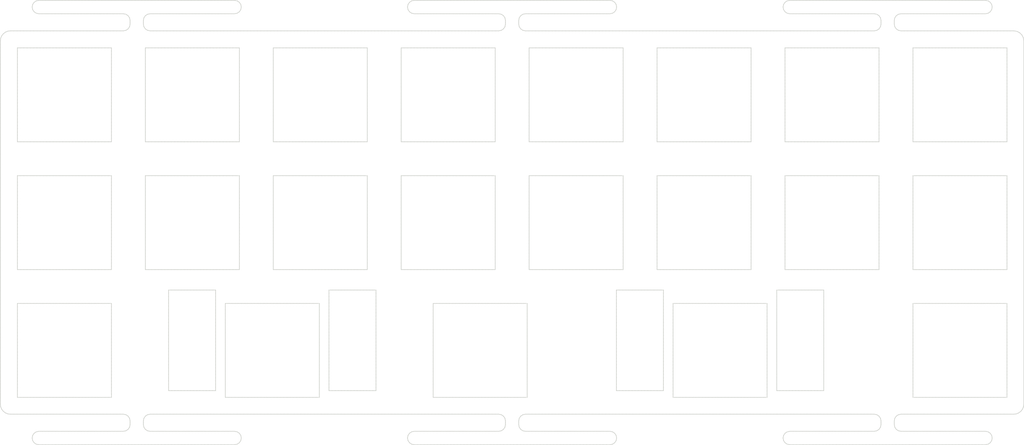
<source format=kicad_pcb>
(kicad_pcb (version 20221018) (generator pcbnew)
  (layers (0 "F.Cu" signal) (31 "B.Cu" signal) (34 "B.Paste" user) (35 "F.Paste" user) (36 "B.SilkS" user "B.Silkscreen") (37 "F.SilkS" user "F.Silkscreen") (38 "B.Mask" user) (39 "F.Mask" user) (44 "Edge.Cuts" user))
  (net 0 "")
  (gr_line (start 106.048249 107.188695) (end 106.048249 107.672796) (stroke (width 0.1)) (layer "Edge.Cuts"))
  (gr_line (start 200.925377 130.2497) (end 201.419381 130.2497) (stroke (width 0.1)) (layer "Edge.Cuts"))
  (gr_line (start 166.730355 73.982901) (end 166.730355 74.466501) (stroke (width 0.1)) (layer "Edge.Cuts"))
  (gr_line (start 211.327324 109.1886) (end 211.809319 109.1886) (stroke (width 0.1)) (layer "Edge.Cuts"))
  (gr_line (start 202.901345 104.138601) (end 202.417351 104.138601) (stroke (width 0.1)) (layer "Edge.Cuts"))
  (gr_line (start 160.810433 130.2497) (end 161.304436 130.2497) (stroke (width 0.1)) (layer "Edge.Cuts"))
  (gr_line (start 201.217217 66.00681) (end 201.701211 66.00681) (stroke (width 0.1)) (layer "Edge.Cuts"))
  (gr_line (start 116.254849 125.703199) (end 116.754151 125.703199) (stroke (width 0.1)) (layer "Edge.Cuts"))
  (gr_line (start 90.048251 85.088701) (end 89.56565 85.088701) (stroke (width 0.1)) (layer "Edge.Cuts"))
  (gr_line (start 220.014275 109.1886) (end 220.498269 109.1886) (stroke (width 0.1)) (layer "Edge.Cuts"))
  (gr_line (start 209.88041 95.935201) (end 209.88041 95.452501) (stroke (width 0.1)) (layer "Edge.Cuts"))
  (gr_line (start 216.324303 66.00681) (end 216.808297 66.00681) (stroke (width 0.1)) (layer "Edge.Cuts"))
  (gr_line (start 115.113251 104.138601) (end 114.63025 104.138601) (stroke (width 0.1)) (layer "Edge.Cuts"))
  (gr_line (start 107.269452 68.55325) (end 106.77015 68.55325) (stroke (width 0.1)) (layer "Edge.Cuts"))
  (gr_line (start 77.49675 123.188699) (end 77.01325 123.188699) (stroke (width 0.1)) (layer "Edge.Cuts"))
  (gr_line (start 133.680245 79.2977) (end 133.680245 78.815799) (stroke (width 0.1)) (layer "Edge.Cuts"))
  (gr_line (start 121.385838 71.088601) (end 121.868336 71.088601) (stroke (width 0.1)) (layer "Edge.Cuts"))
  (gr_line (start 101.608056 66.0068) (end 102.093056 66.0068) (stroke (width 0.1)) (layer "Edge.Cuts"))
  (gr_line (start 221.46737 104.138597) (end 220.986367 104.138597) (stroke (width 0.1)) (layer "Edge.Cuts"))
  (gr_line (start 201.125313 125.703199) (end 201.625313 125.703199) (stroke (width 0.1)) (layer "Edge.Cuts"))
  (gr_line (start 226.39045 102.3486) (end 226.39045 101.852399) (stroke (width 0.1)) (layer "Edge.Cuts"))
  (gr_line (start 133.680245 74.9543) (end 133.680245 74.4709) (stroke (width 0.1)) (layer "Edge.Cuts"))
  (gr_line (start 185.780404 85.088701) (end 185.298401 85.088701) (stroke (width 0.1)) (layer "Edge.Cuts"))
  (gr_line (start 114.63025 76.4025) (end 114.63025 75.919401) (stroke (width 0.1)) (layer "Edge.Cuts"))
  (gr_line (start 152.730256 103.1741) (end 152.730256 102.6919) (stroke (width 0.1)) (layer "Edge.Cuts"))
  (gr_line (start 106.27155 68.55325) (end 105.772351 68.55325) (stroke (width 0.1)) (layer "Edge.Cuts"))
  (gr_line (start 217.718255 64.00681) (end 217.225258 64.00681) (stroke (width 0.1)) (layer "Edge.Cuts"))
  (gr_line (start 73.9902 71.0474) (end 73.9902 71.544999) (stroke (width 0.1)) (layer "Edge.Cuts"))
  (gr_line (start 78.729344 129.2497) (end 78.805444 129.632398) (stroke (width 0.1)) (layer "Edge.Cuts"))
  (gr_line (start 221.605263 64.62413) (end 221.388268 64.29971) (stroke (width 0.1)) (layer "Edge.Cuts"))
  (gr_line (start 99.982548 122.188699) (end 99.514748 122.188699) (stroke (width 0.1)) (layer "Edge.Cuts"))
  (gr_line (start 73.9902 76.515699) (end 73.9902 77.012199) (stroke (width 0.1)) (layer "Edge.Cuts"))
  (gr_line (start 95.58025 100.760801) (end 95.58025 100.2777) (stroke (width 0.1)) (layer "Edge.Cuts"))
  (gr_line (start 190.83426 64.29971) (end 190.617257 64.62413) (stroke (width 0.1)) (layer "Edge.Cuts"))
  (gr_line (start 174.15635 125.703199) (end 174.65535 125.703199) (stroke (width 0.1)) (layer "Edge.Cuts"))
  (gr_line (start 79.908051 90.1387) (end 80.391151 90.1387) (stroke (width 0.1)) (layer "Edge.Cuts"))
  (gr_line (start 138.925156 109.188699) (end 139.407754 109.188699) (stroke (width 0.1)) (layer "Edge.Cuts"))
  (gr_line (start 136.104951 66.0068) (end 136.588952 66.0068) (stroke (width 0.1)) (layer "Edge.Cuts"))
  (gr_line (start 152.443246 120.288797) (end 152.443246 120.771497) (stroke (width 0.1)) (layer "Edge.Cuts"))
  (gr_line (start 209.88041 83.6419) (end 209.88041 83.159299) (stroke (width 0.1)) (layer "Edge.Cuts"))
  (gr_line (start 192.865334 122.188699) (end 192.399331 122.188699) (stroke (width 0.1)) (layer "Edge.Cuts"))
  (gr_line (start 104.271351 85.088701) (end 103.78925 85.088701) (stroke (width 0.1)) (layer "Edge.Cuts"))
  (gr_line (start 212.543419 68.553274) (end 212.049416 68.553274) (stroke (width 0.1)) (layer "Edge.Cuts"))
  (gr_line (start 75.490249 125.703191) (end 75.984549 125.703191) (stroke (width 0.1)) (layer "Edge.Cuts"))
  (gr_line (start 76.53025 117.8798) (end 76.53025 117.397699) (stroke (width 0.1)) (layer "Edge.Cuts"))
  (gr_line (start 73.9902 77.508699) (end 73.9902 78.005599) (stroke (width 0.1)) (layer "Edge.Cuts"))
  (gr_line (start 95.58025 84.124099) (end 95.58025 83.6419) (stroke (width 0.1)) (layer "Edge.Cuts"))
  (gr_line (start 166.73034 91.585399) (end 166.73034 92.067998) (stroke (width 0.1)) (layer "Edge.Cuts"))
  (gr_line (start 122.924248 107.672796) (end 122.924248 107.188596) (stroke (width 0.1)) (layer "Edge.Cuts"))
  (gr_line (start 133.680245 96.418001) (end 133.680245 95.935201) (stroke (width 0.1)) (layer "Edge.Cuts"))
  (gr_line (start 166.730355 76.3975) (end 166.730355 76.8796) (stroke (width 0.1)) (layer "Edge.Cuts"))
  (gr_line (start 165.144051 64.08292) (end 164.761353 64.0068) (stroke (width 0.1)) (layer "Edge.Cuts"))
  (gr_line (start 73.9902 70.0532) (end 73.9902 70.5505) (stroke (width 0.1)) (layer "Edge.Cuts"))
  (gr_line (start 223.880349 95.929601) (end 223.880349 96.4115) (stroke (width 0.1)) (layer "Edge.Cuts"))
  (gr_line (start 147.680237 75.4323) (end 147.680237 75.9155) (stroke (width 0.1)) (layer "Edge.Cuts"))
  (gr_line (start 226.39045 91.418498) (end 226.39045 90.921098) (stroke (width 0.1)) (layer "Edge.Cuts"))
  (gr_line (start 118.973839 71.088601) (end 119.457039 71.088601) (stroke (width 0.1)) (layer "Edge.Cuts"))
  (gr_line (start 87.135943 130.2497) (end 87.630643 130.2497) (stroke (width 0.1)) (layer "Edge.Cuts"))
  (gr_line (start 109.869351 65.0068) (end 109.793252 64.62412) (stroke (width 0.1)) (layer "Edge.Cuts"))
  (gr_line (start 95.58025 80.2618) (end 95.58025 79.7798) (stroke (width 0.1)) (layer "Edge.Cuts"))
  (gr_line (start 101.127949 128.2497) (end 100.64425 128.2497) (stroke (width 0.1)) (layer "Edge.Cuts"))
  (gr_line (start 99.048249 120.735299) (end 99.048249 120.252) (stroke (width 0.1)) (layer "Edge.Cuts"))
  (gr_line (start 166.73034 95.929601) (end 166.73034 96.4115) (stroke (width 0.1)) (layer "Edge.Cuts"))
  (gr_line (start 73.9902 92.901792) (end 73.9902 93.397893) (stroke (width 0.1)) (layer "Edge.Cuts"))
  (gr_line (start 151.255555 126.3196) (end 151.473153 125.995199) (stroke (width 0.1)) (layer "Edge.Cuts"))
  (gr_line (start 168.523354 122.1886) (end 168.057351 122.1886) (stroke (width 0.1)) (layer "Edge.Cuts"))
  (gr_line (start 200.734215 66.00681) (end 201.217217 66.00681) (stroke (width 0.1)) (layer "Edge.Cuts"))
  (gr_line (start 136.574448 90.138601) (end 137.058045 90.138601) (stroke (width 0.1)) (layer "Edge.Cuts"))
  (gr_line (start 220.681267 66.00681) (end 221.064263 65.93069) (stroke (width 0.1)) (layer "Edge.Cuts"))
  (gr_line (start 77.012151 90.1387) (end 77.494752 90.1387) (stroke (width 0.1)) (layer "Edge.Cuts"))
  (gr_line (start 226.39045 105.327501) (end 226.39045 104.831201) (stroke (width 0.1)) (layer "Edge.Cuts"))
  (gr_line (start 90.530251 110.6354) (end 90.530251 111.118001) (stroke (width 0.1)) (layer "Edge.Cuts"))
  (gr_line (start 149.449959 130.2497) (end 149.943459 130.2497) (stroke (width 0.1)) (layer "Edge.Cuts"))
  (gr_line (start 133.680245 90.6217) (end 133.680245 90.138601) (stroke (width 0.1)) (layer "Edge.Cuts"))
  (gr_line (start 89.083451 85.088701) (end 88.60085 85.088701) (stroke (width 0.1)) (layer "Edge.Cuts"))
  (gr_line (start 156.73127 71.0887) (end 157.23137 71.0887) (stroke (width 0.1)) (layer "Edge.Cuts"))
  (gr_line (start 128.630234 79.774801) (end 128.630234 80.257902) (stroke (width 0.1)) (layer "Edge.Cuts"))
  (gr_line (start 171.78035 74.4709) (end 171.78035 73.9885) (stroke (width 0.1)) (layer "Edge.Cuts"))
  (gr_line (start 166.23034 104.138597) (end 165.72934 104.138597) (stroke (width 0.1)) (layer "Edge.Cuts"))
  (gr_line (start 163.774651 64.0068) (end 163.280755 64.0068) (stroke (width 0.1)) (layer "Edge.Cuts"))
  (gr_line (start 76.530251 76.4025) (end 76.530251 75.919401) (stroke (width 0.1)) (layer "Edge.Cuts"))
  (gr_line (start 215.194283 123.1886) (end 214.711281 123.1886) (stroke (width 0.1)) (layer "Edge.Cuts"))
  (gr_line (start 73.9902 122.217588) (end 73.9902 122.713189) (stroke (width 0.1)) (layer "Edge.Cuts"))
  (gr_line (start 147.474465 130.2497) (end 147.969163 130.2497) (stroke (width 0.1)) (layer "Edge.Cuts"))
  (gr_line (start 209.88041 91.105199) (end 209.88041 90.6217) (stroke (width 0.1)) (layer "Edge.Cuts"))
  (gr_line (start 134.646752 104.138601) (end 134.163247 104.138601) (stroke (width 0.1)) (layer "Edge.Cuts"))
  (gr_line (start 147.680237 92.068002) (end 147.680237 92.551004) (stroke (width 0.1)) (layer "Edge.Cuts"))
  (gr_line (start 161.229363 85.088701) (end 160.729561 85.088701) (stroke (width 0.1)) (layer "Edge.Cuts"))
  (gr_line (start 215.250252 64.00681) (end 214.757256 64.00681) (stroke (width 0.1)) (layer "Edge.Cuts"))
  (gr_line (start 209.88041 81.7108) (end 209.88041 81.227701) (stroke (width 0.1)) (layer "Edge.Cuts"))
  (gr_line (start 188.161332 115.944303) (end 188.161332 116.426801) (stroke (width 0.1)) (layer "Edge.Cuts"))
  (gr_line (start 104.424542 130.2497) (end 104.918442 130.2497) (stroke (width 0.1)) (layer "Edge.Cuts"))
  (gr_line (start 113.759648 125.703199) (end 114.25805 125.703199) (stroke (width 0.1)) (layer "Edge.Cuts"))
  (gr_line (start 198.068322 71.0887) (end 198.550316 71.0887) (stroke (width 0.1)) (layer "Edge.Cuts"))
  (gr_line (start 152.730271 79.2977) (end 152.730271 78.815799) (stroke (width 0.1)) (layer "Edge.Cuts"))
  (gr_line (start 169.923363 122.1886) (end 169.45636 122.1886) (stroke (width 0.1)) (layer "Edge.Cuts"))
  (gr_line (start 194.504265 64.00681) (end 194.010262 64.00681) (stroke (width 0.1)) (layer "Edge.Cuts"))
  (gr_line (start 196.599343 121.221101) (end 196.599343 121.7045) (stroke (width 0.1)) (layer "Edge.Cuts"))
  (gr_line (start 135.129449 85.088701) (end 134.646752 85.088701) (stroke (width 0.1)) (layer "Edge.Cuts"))
  (gr_line (start 189.59932 117.350503) (end 189.59932 116.866903) (stroke (width 0.1)) (layer "Edge.Cuts"))
  (gr_line (start 216.635277 109.1886) (end 217.118279 109.1886) (stroke (width 0.1)) (layer "Edge.Cuts"))
  (gr_line (start 221.46737 85.088701) (end 220.986367 85.088701) (stroke (width 0.1)) (layer "Edge.Cuts"))
  (gr_line (start 152.730256 104.138597) (end 152.730256 103.656701) (stroke (width 0.1)) (layer "Edge.Cuts"))
  (gr_line (start 87.474749 128.2497) (end 86.990649 128.2497) (stroke (width 0.1)) (layer "Edge.Cuts"))
  (gr_line (start 87.470753 66.0068) (end 87.954453 66.0068) (stroke (width 0.1)) (layer "Edge.Cuts"))
  (gr_line (start 209.880303 121.741899) (end 209.880303 121.259301) (stroke (width 0.1)) (layer "Edge.Cuts"))
  (gr_line (start 174.161278 116.433) (end 174.161278 115.950502) (stroke (width 0.1)) (layer "Edge.Cuts"))
  (gr_line (start 128.630234 72.535402) (end 128.630234 73.018002) (stroke (width 0.1)) (layer "Edge.Cuts"))
  (gr_line (start 171.78035 83.6419) (end 171.78035 83.159299) (stroke (width 0.1)) (layer "Edge.Cuts"))
  (gr_line (start 99.484646 130.2497) (end 99.978345 130.2497) (stroke (width 0.1)) (layer "Edge.Cuts"))
  (gr_line (start 209.880303 117.397699) (end 209.880303 116.915799) (stroke (width 0.1)) (layer "Edge.Cuts"))
  (gr_line (start 190.83033 84.124099) (end 190.83033 83.6419) (stroke (width 0.1)) (layer "Edge.Cuts"))
  (gr_line (start 147.680237 73.018) (end 147.680237 73.501) (stroke (width 0.1)) (layer "Edge.Cuts"))
  (gr_line (start 174.161278 114.019399) (end 174.161278 113.536901) (stroke (width 0.1)) (layer "Edge.Cuts"))
  (gr_line (start 78.952046 68.55325) (end 78.456646 68.55325) (stroke (width 0.1)) (layer "Edge.Cuts"))
  (gr_line (start 95.58025 77.850499) (end 95.58025 77.367999) (stroke (width 0.1)) (layer "Edge.Cuts"))
  (gr_line (start 192.399331 122.188699) (end 191.933327 122.188699) (stroke (width 0.1)) (layer "Edge.Cuts"))
  (gr_line (start 153.230546 90.1387) (end 153.730744 90.1387) (stroke (width 0.1)) (layer "Edge.Cuts"))
  (gr_line (start 193.022362 130.2497) (end 193.516366 130.2497) (stroke (width 0.1)) (layer "Edge.Cuts"))
  (gr_line (start 126.21785 104.138601) (end 125.735951 104.138601) (stroke (width 0.1)) (layer "Edge.Cuts"))
  (gr_line (start 116.076951 90.138601) (end 116.559552 90.138601) (stroke (width 0.1)) (layer "Edge.Cuts"))
  (gr_line (start 190.830376 91.5879) (end 190.830376 91.105199) (stroke (width 0.1)) (layer "Edge.Cuts"))
  (gr_line (start 98.225651 128.2497) (end 97.740349 128.2497) (stroke (width 0.1)) (layer "Edge.Cuts"))
  (gr_line (start 226.39045 82.971202) (end 226.39045 82.474603) (stroke (width 0.1)) (layer "Edge.Cuts"))
  (gr_line (start 145.207352 125.703199) (end 145.706353 125.703199) (stroke (width 0.1)) (layer "Edge.Cuts"))
  (gr_line (start 158.730569 85.088701) (end 158.230172 85.088701) (stroke (width 0.1)) (layer "Edge.Cuts"))
  (gr_line (start 226.39045 90.921098) (end 226.39045 90.424598) (stroke (width 0.1)) (layer "Edge.Cuts"))
  (gr_line (start 124.764535 71.088601) (end 125.247933 71.088601) (stroke (width 0.1)) (layer "Edge.Cuts"))
  (gr_line (start 102.27755 68.55325) (end 101.778851 68.55325) (stroke (width 0.1)) (layer "Edge.Cuts"))
  (gr_line (start 145.781663 66.0068) (end 146.265061 66.0068) (stroke (width 0.1)) (layer "Edge.Cuts"))
  (gr_line (start 167.163239 68.553261) (end 166.665238 68.553261) (stroke (width 0.1)) (layer "Edge.Cuts"))
  (gr_line (start 152.443246 121.739396) (end 152.443246 122.222097) (stroke (width 0.1)) (layer "Edge.Cuts"))
  (gr_line (start 129.924248 121.7045) (end 129.924241 122.1886) (stroke (width 0.1)) (layer "Edge.Cuts"))
  (gr_line (start 217.607384 104.138597) (end 217.124383 104.138597) (stroke (width 0.1)) (layer "Edge.Cuts"))
  (gr_line (start 110.266652 68.55325) (end 109.767052 68.55325) (stroke (width 0.1)) (layer "Edge.Cuts"))
  (gr_line (start 210.074425 125.703199) (end 210.567422 125.703199) (stroke (width 0.1)) (layer "Edge.Cuts"))
  (gr_line (start 219.053368 104.138597) (end 218.571374 104.138597) (stroke (width 0.1)) (layer "Edge.Cuts"))
  (gr_line (start 168.057351 107.188596) (end 168.523354 107.188596) (stroke (width 0.1)) (layer "Edge.Cuts"))
  (gr_line (start 160.729867 71.0887) (end 161.230263 71.0887) (stroke (width 0.1)) (layer "Edge.Cuts"))
  (gr_line (start 209.086419 68.553274) (end 208.592415 68.553274) (stroke (width 0.1)) (layer "Edge.Cuts"))
  (gr_line (start 109.580243 77.844299) (end 109.580243 78.326799) (stroke (width 0.1)) (layer "Edge.Cuts"))
  (gr_line (start 155.729363 85.088701) (end 155.229066 85.088701) (stroke (width 0.1)) (layer "Edge.Cuts"))
  (gr_line (start 152.412247 130.2497) (end 152.906548 130.2497) (stroke (width 0.1)) (layer "Edge.Cuts"))
  (gr_line (start 76.53025 94.0043) (end 76.53025 93.520898) (stroke (width 0.1)) (layer "Edge.Cuts"))
  (gr_line (start 138.443253 112.570901) (end 138.443253 112.088498) (stroke (width 0.1)) (layer "Edge.Cuts"))
  (gr_line (start 158.836953 64.0068) (end 158.343651 64.0068) (stroke (width 0.1)) (layer "Edge.Cuts"))
  (gr_line (start 90.530251 83.1557) (end 90.530251 83.6394) (stroke (width 0.1)) (layer "Edge.Cuts"))
  (gr_line (start 209.88041 81.227701) (end 209.88041 80.745) (stroke (width 0.1)) (layer "Edge.Cuts"))
  (gr_line (start 209.880303 115.950502) (end 209.880303 115.468) (stroke (width 0.1)) (layer "Edge.Cuts"))
  (gr_line (start 118.973855 90.138601) (end 119.457055 90.138601) (stroke (width 0.1)) (layer "Edge.Cuts"))
  (gr_line (start 152.443246 117.874799) (end 152.443246 118.3579) (stroke (width 0.1)) (layer "Edge.Cuts"))
  (gr_line (start 190.830376 94.9694) (end 190.830376 94.486902) (stroke (width 0.1)) (layer "Edge.Cuts"))
  (gr_line (start 200.969308 85.088701) (end 200.486306 85.088701) (stroke (width 0.1)) (layer "Edge.Cuts"))
  (gr_line (start 88.113051 71.0887) (end 88.597251 71.0887) (stroke (width 0.1)) (layer "Edge.Cuts"))
  (gr_line (start 137.720543 125.703199) (end 138.21914 125.703199) (stroke (width 0.1)) (layer "Edge.Cuts"))
  (gr_line (start 215.19439 104.138597) (end 214.711388 104.138597) (stroke (width 0.1)) (layer "Edge.Cuts"))
  (gr_line (start 178.542374 85.088701) (end 178.059373 85.088701) (stroke (width 0.1)) (layer "Edge.Cuts"))
  (gr_line (start 117.620549 109.1886) (end 118.103947 109.1886) (stroke (width 0.1)) (layer "Edge.Cuts"))
  (gr_line (start 191.158257 65.93069) (end 191.54126 66.00681) (stroke (width 0.1)) (layer "Edge.Cuts"))
  (gr_line (start 84.250849 90.1387) (end 84.733649 90.1387) (stroke (width 0.1)) (layer "Edge.Cuts"))
  (gr_line (start 120.421155 90.138601) (end 120.903054 90.138601) (stroke (width 0.1)) (layer "Edge.Cuts"))
  (gr_line (start 85.653744 130.2497) (end 86.147044 130.2497) (stroke (width 0.1)) (layer "Edge.Cuts"))
  (gr_line (start 95.58025 72.5379) (end 95.58025 72.0552) (stroke (width 0.1)) (layer "Edge.Cuts"))
  (gr_line (start 73.9902 86.942394) (end 73.9902 87.438794) (stroke (width 0.1)) (layer "Edge.Cuts"))
  (gr_line (start 97.509549 90.138601) (end 97.99255 90.138601) (stroke (width 0.1)) (layer "Edge.Cuts"))
  (gr_line (start 107.900452 66.0068) (end 108.385251 66.0068) (stroke (width 0.1)) (layer "Edge.Cuts"))
  (gr_line (start 209.880303 112.088498) (end 209.880303 111.605802) (stroke (width 0.1)) (layer "Edge.Cuts"))
  (gr_line (start 194.696328 85.088701) (end 194.212334 85.088701) (stroke (width 0.1)) (layer "Edge.Cuts"))
  (gr_line (start 200.486352 104.138601) (end 200.00335 104.138601) (stroke (width 0.1)) (layer "Edge.Cuts"))
  (gr_line (start 90.530251 92.067998) (end 90.530251 92.551) (stroke (width 0.1)) (layer "Edge.Cuts"))
  (gr_line (start 122.924248 111.543397) (end 122.924248 111.059297) (stroke (width 0.1)) (layer "Edge.Cuts"))
  (gr_line (start 145.747239 90.138601) (end 146.230942 90.138601) (stroke (width 0.1)) (layer "Edge.Cuts"))
  (gr_line (start 171.78035 103.1741) (end 171.78035 102.6919) (stroke (width 0.1)) (layer "Edge.Cuts"))
  (gr_line (start 165.144028 130.173597) (end 165.468331 129.9568) (stroke (width 0.1)) (layer "Edge.Cuts"))
  (gr_line (start 219.049355 90.138601) (end 219.532357 90.138601) (stroke (width 0.1)) (layer "Edge.Cuts"))
  (gr_line (start 138.443253 122.224099) (end 138.443253 121.741899) (stroke (width 0.1)) (layer "Edge.Cuts"))
  (gr_line (start 102.818349 90.138601) (end 103.300847 90.138601) (stroke (width 0.1)) (layer "Edge.Cuts"))
  (gr_line (start 209.88041 102.6919) (end 209.88041 102.209298) (stroke (width 0.1)) (layer "Edge.Cuts"))
  (gr_line (start 164.730744 90.1387) (end 165.23024 90.1387) (stroke (width 0.1)) (layer "Edge.Cuts"))
  (gr_line (start 173.713357 104.138597) (end 173.229355 104.138597) (stroke (width 0.1)) (layer "Edge.Cuts"))
  (gr_line (start 79.346644 130.173597) (end 79.729344 130.2497) (stroke (width 0.1)) (layer "Edge.Cuts"))
  (gr_line (start 100.41095 85.088701) (end 99.928448 85.088701) (stroke (width 0.1)) (layer "Edge.Cuts"))
  (gr_line (start 73.9902 121.720289) (end 73.9902 122.217588) (stroke (width 0.1)) (layer "Edge.Cuts"))
  (gr_line (start 78.94735 123.188699) (end 78.46315 123.188699) (stroke (width 0.1)) (layer "Edge.Cuts"))
  (gr_line (start 91.582442 130.2497) (end 92.077141 130.2497) (stroke (width 0.1)) (layer "Edge.Cuts"))
  (gr_line (start 116.754151 125.703199) (end 117.253651 125.703199) (stroke (width 0.1)) (layer "Edge.Cuts"))
  (gr_line (start 187.641251 68.553261) (end 187.141251 68.553261) (stroke (width 0.1)) (layer "Edge.Cuts"))
  (gr_line (start 73.9902 123.706689) (end 73.9902 124.203191) (stroke (width 0.1)) (layer "Edge.Cuts"))
  (gr_line (start 97.016249 64.0068) (end 96.52155 64.0068) (stroke (width 0.1)) (layer "Edge.Cuts"))
  (gr_line (start 226.39045 76.508504) (end 226.39045 76.011005) (stroke (width 0.1)) (layer "Edge.Cuts"))
  (gr_line (start 157.847443 130.2497) (end 158.341744 130.2497) (stroke (width 0.1)) (layer "Edge.Cuts"))
  (gr_line (start 105.412442 130.2497) (end 105.906243 130.2497) (stroke (width 0.1)) (layer "Edge.Cuts"))
  (gr_line (start 95.58025 93.520898) (end 95.58025 93.038499) (stroke (width 0.1)) (layer "Edge.Cuts"))
  (gr_line (start 99.923852 90.138601) (end 100.407052 90.138601) (stroke (width 0.1)) (layer "Edge.Cuts"))
  (gr_line (start 192.279381 104.138601) (end 191.79638 104.138601) (stroke (width 0.1)) (layer "Edge.Cuts"))
  (gr_line (start 188.161332 111.601003) (end 188.161332 112.082902) (stroke (width 0.1)) (layer "Edge.Cuts"))
  (gr_line (start 120.421139 71.088601) (end 120.903039 71.088601) (stroke (width 0.1)) (layer "Edge.Cuts"))
  (gr_line (start 165.723336 120.252) (end 165.723336 119.7679) (stroke (width 0.1)) (layer "Edge.Cuts"))
  (gr_line (start 223.880242 109.1886) (end 223.880242 109.670598) (stroke (width 0.1)) (layer "Edge.Cuts"))
  (gr_line (start 174.680359 104.138597) (end 174.197358 104.138597) (stroke (width 0.1)) (layer "Edge.Cuts"))
  (gr_line (start 196.621361 90.138601) (end 197.103356 90.138601) (stroke (width 0.1)) (layer "Edge.Cuts"))
  (gr_line (start 149.203347 67.0068) (end 149.203347 67.28003) (stroke (width 0.1)) (layer "Edge.Cuts"))
  (gr_line (start 105.236649 85.088701) (end 104.75335 85.088701) (stroke (width 0.1)) (layer "Edge.Cuts"))
  (gr_line (start 185.780404 76.8796) (end 185.780404 77.361499) (stroke (width 0.1)) (layer "Edge.Cuts"))
  (gr_line (start 220.681267 64.00681) (end 220.187264 64.00681) (stroke (width 0.1)) (layer "Edge.Cuts"))
  (gr_line (start 195.410241 66.00681) (end 195.893242 66.00681) (stroke (width 0.1)) (layer "Edge.Cuts"))
  (gr_line (start 215.19439 85.088701) (end 214.711388 85.088701) (stroke (width 0.1)) (layer "Edge.Cuts"))
  (gr_line (start 214.22828 123.1886) (end 213.746285 123.1886) (stroke (width 0.1)) (layer "Edge.Cuts"))
  (gr_line (start 152.443246 122.705598) (end 152.443246 123.188699) (stroke (width 0.1)) (layer "Edge.Cuts"))
  (gr_line (start 163.279626 130.2497) (end 163.773926 130.2497) (stroke (width 0.1)) (layer "Edge.Cuts"))
  (gr_line (start 121.385853 90.138601) (end 121.868352 90.138601) (stroke (width 0.1)) (layer "Edge.Cuts"))
  (gr_line (start 169.45736 107.188596) (end 169.923363 107.188596) (stroke (width 0.1)) (layer "Edge.Cuts"))
  (gr_line (start 174.161278 117.8798) (end 174.161278 117.397699) (stroke (width 0.1)) (layer "Edge.Cuts"))
  (gr_line (start 158.673745 125.703199) (end 159.173348 125.703199) (stroke (width 0.1)) (layer "Edge.Cuts"))
  (gr_line (start 109.580243 104.138601) (end 109.098248 104.138601) (stroke (width 0.1)) (layer "Edge.Cuts"))
  (gr_line (start 93.235249 67.93594) (end 93.01855 68.26036) (stroke (width 0.1)) (layer "Edge.Cuts"))
  (gr_line (start 152.730271 84.6067) (end 152.730271 84.124099) (stroke (width 0.1)) (layer "Edge.Cuts"))
  (gr_line (start 115.594735 71.088601) (end 116.076935 71.088601) (stroke (width 0.1)) (layer "Edge.Cuts"))
  (gr_line (start 115.213349 123.1886) (end 114.730649 123.1886) (stroke (width 0.1)) (layer "Edge.Cuts"))
  (gr_line (start 172.263352 104.138597) (end 171.78035 104.138597) (stroke (width 0.1)) (layer "Edge.Cuts"))
  (gr_line (start 171.788376 107.188596) (end 172.256379 107.188596) (stroke (width 0.1)) (layer "Edge.Cuts"))
  (gr_line (start 79.91245 123.188699) (end 79.43005 123.188699) (stroke (width 0.1)) (layer "Edge.Cuts"))
  (gr_line (start 190.140252 68.553261) (end 189.640252 68.553261) (stroke (width 0.1)) (layer "Edge.Cuts"))
  (gr_line (start 212.940392 128.2497) (end 212.456399 128.2497) (stroke (width 0.1)) (layer "Edge.Cuts"))
  (gr_line (start 121.868352 90.138601) (end 122.35085 90.138601) (stroke (width 0.1)) (layer "Edge.Cuts"))
  (gr_line (start 129.924248 108.641996) (end 129.924248 109.125295) (stroke (width 0.1)) (layer "Edge.Cuts"))
  (gr_line (start 134.644745 71.0887) (end 135.126946 71.0887) (stroke (width 0.1)) (layer "Edge.Cuts"))
  (gr_line (start 98.990845 130.2497) (end 99.484646 130.2497) (stroke (width 0.1)) (layer "Edge.Cuts"))
  (gr_line (start 128.630242 102.205697) (end 128.630242 102.689397) (stroke (width 0.1)) (layer "Edge.Cuts"))
  (gr_line (start 171.78035 93.520898) (end 171.78035 93.038499) (stroke (width 0.1)) (layer "Edge.Cuts"))
  (gr_line (start 138.443253 110.155198) (end 138.443253 109.671701) (stroke (width 0.1)) (layer "Edge.Cuts"))
  (gr_line (start 200.626214 68.553271) (end 200.127221 68.553271) (stroke (width 0.1)) (layer "Edge.Cuts"))
  (gr_line (start 88.849553 125.703191) (end 89.344952 125.703191) (stroke (width 0.1)) (layer "Edge.Cuts"))
  (gr_line (start 172.723382 113.478093) (end 172.723382 113.961294) (stroke (width 0.1)) (layer "Edge.Cuts"))
  (gr_line (start 189.59932 121.7045) (end 189.59932 121.219899) (stroke (width 0.1)) (layer "Edge.Cuts"))
  (gr_line (start 205.123192 67.28004) (end 205.123192 67.55327) (stroke (width 0.1)) (layer "Edge.Cuts"))
  (gr_line (start 127.180932 71.088601) (end 127.663632 71.088601) (stroke (width 0.1)) (layer "Edge.Cuts"))
  (gr_line (start 200.926262 64.00681) (end 200.432259 64.00681) (stroke (width 0.1)) (layer "Edge.Cuts"))
  (gr_line (start 161.855744 66.0068) (end 162.339547 66.0068) (stroke (width 0.1)) (layer "Edge.Cuts"))
  (gr_line (start 220.94143 68.553274) (end 220.447426 68.553274) (stroke (width 0.1)) (layer "Edge.Cuts"))
  (gr_line (start 197.631356 125.703199) (end 198.130349 125.703199) (stroke (width 0.1)) (layer "Edge.Cuts"))
  (gr_line (start 101.955441 130.2497) (end 102.449742 130.2497) (stroke (width 0.1)) (layer "Edge.Cuts"))
  (gr_line (start 133.680245 79.7798) (end 133.680245 79.2977) (stroke (width 0.1)) (layer "Edge.Cuts"))
  (gr_line (start 73.9902 106.31719) (end 73.9902 106.814191) (stroke (width 0.1)) (layer "Edge.Cuts"))
  (gr_line (start 152.730271 73.9885) (end 152.730271 73.5058) (stroke (width 0.1)) (layer "Edge.Cuts"))
  (gr_line (start 74.74048 68.75405) (end 74.42954 68.99259) (stroke (width 0.1)) (layer "Edge.Cuts"))
  (gr_line (start 198.31733 128.2497) (end 197.833336 128.2497) (stroke (width 0.1)) (layer "Edge.Cuts"))
  (gr_line (start 107.486249 109.1886) (end 107.968148 109.1886) (stroke (width 0.1)) (layer "Edge.Cuts"))
  (gr_line (start 109.903351 123.1886) (end 109.419152 123.1886) (stroke (width 0.1)) (layer "Edge.Cuts"))
  (gr_line (start 119.069047 109.1886) (end 119.553246 109.1886) (stroke (width 0.1)) (layer "Edge.Cuts"))
  (gr_line (start 85.050152 66.0068) (end 85.535052 66.0068) (stroke (width 0.1)) (layer "Edge.Cuts"))
  (gr_line (start 152.730271 77.850499) (end 152.730271 77.367999) (stroke (width 0.1)) (layer "Edge.Cuts"))
  (gr_line (start 176.578286 123.1886) (end 176.094285 123.1886) (stroke (width 0.1)) (layer "Edge.Cuts"))
  (gr_line (start 118.491139 71.088601) (end 118.973839 71.088601) (stroke (width 0.1)) (layer "Edge.Cuts"))
  (gr_line (start 181.914391 71.088701) (end 182.398392 71.088701) (stroke (width 0.1)) (layer "Edge.Cuts"))
  (gr_line (start 109.580247 98.8248) (end 109.580247 99.307901) (stroke (width 0.1)) (layer "Edge.Cuts"))
  (gr_line (start 76.53025 90.6217) (end 76.530251 90.1387) (stroke (width 0.1)) (layer "Edge.Cuts"))
  (gr_line (start 175.127282 123.1886) (end 174.64428 123.1886) (stroke (width 0.1)) (layer "Edge.Cuts"))
  (gr_line (start 190.617356 128.867002) (end 190.54136 129.2497) (stroke (width 0.1)) (layer "Edge.Cuts"))
  (gr_line (start 95.58025 78.333) (end 95.58025 77.850499) (stroke (width 0.1)) (layer "Edge.Cuts"))
  (gr_line (start 76.53025 96.900499) (end 76.53025 96.418001) (stroke (width 0.1)) (layer "Edge.Cuts"))
  (gr_line (start 73.9902 100.355195) (end 73.9902 100.851095) (stroke (width 0.1)) (layer "Edge.Cuts"))
  (gr_line (start 95.040749 64.0068) (end 94.547249 64.0068) (stroke (width 0.1)) (layer "Edge.Cuts"))
  (gr_line (start 196.599343 111.543393) (end 196.599343 112.026792) (stroke (width 0.1)) (layer "Edge.Cuts"))
  (gr_line (start 133.680245 82.676299) (end 133.680245 82.1944) (stroke (width 0.1)) (layer "Edge.Cuts"))
  (gr_line (start 223.880349 101.238794) (end 223.880349 101.721494) (stroke (width 0.1)) (layer "Edge.Cuts"))
  (gr_line (start 189.59932 115.416002) (end 189.59932 114.931501) (stroke (width 0.1)) (layer "Edge.Cuts"))
  (gr_line (start 152.678437 68.553252) (end 152.179238 68.553252) (stroke (width 0.1)) (layer "Edge.Cuts"))
  (gr_line (start 148.577553 109.188699) (end 149.060952 109.188699) (stroke (width 0.1)) (layer "Edge.Cuts"))
  (gr_line (start 107.486249 118.361799) (end 107.486249 117.8798) (stroke (width 0.1)) (layer "Edge.Cuts"))
  (gr_line (start 93.018551 125.996091) (end 93.235251 126.320592) (stroke (width 0.1)) (layer "Edge.Cuts"))
  (gr_line (start 73.9902 109.299089) (end 73.9902 109.794988) (stroke (width 0.1)) (layer "Edge.Cuts"))
  (gr_line (start 214.872307 66.00681) (end 215.357308 66.00681) (stroke (width 0.1)) (layer "Edge.Cuts"))
  (gr_line (start 220.681359 128.2497) (end 220.197365 128.2497) (stroke (width 0.1)) (layer "Edge.Cuts"))
  (gr_line (start 115.112149 90.138601) (end 115.59475 90.138601) (stroke (width 0.1)) (layer "Edge.Cuts"))
  (gr_line (start 166.730355 82.1888) (end 166.730355 82.671501) (stroke (width 0.1)) (layer "Edge.Cuts"))
  (gr_line (start 77.01325 123.188699) (end 76.53025 123.188699) (stroke (width 0.1)) (layer "Edge.Cuts"))
  (gr_line (start 209.88041 103.656701) (end 209.88041 103.1741) (stroke (width 0.1)) (layer "Edge.Cuts"))
  (gr_line (start 82.692044 130.2497) (end 83.185244 130.2497) (stroke (width 0.1)) (layer "Edge.Cuts"))
  (gr_line (start 84.739251 85.088701) (end 84.25735 85.088701) (stroke (width 0.1)) (layer "Edge.Cuts"))
  (gr_line (start 190.065323 122.188699) (end 189.59932 122.188699) (stroke (width 0.1)) (layer "Edge.Cuts"))
  (gr_line (start 165.723336 114.447603) (end 165.723336 113.963403) (stroke (width 0.1)) (layer "Edge.Cuts"))
  (gr_line (start 203.863289 71.0887) (end 204.347283 71.0887) (stroke (width 0.1)) (layer "Edge.Cuts"))
  (gr_line (start 203.889367 130.2497) (end 204.38337 130.2497) (stroke (width 0.1)) (layer "Edge.Cuts"))
  (gr_line (start 73.9902 103.831888) (end 73.9902 104.328889) (stroke (width 0.1)) (layer "Edge.Cuts"))
  (gr_line (start 82.69245 64.0068) (end 82.19875 64.0068) (stroke (width 0.1)) (layer "Edge.Cuts"))
  (gr_line (start 102.776349 68.55325) (end 102.27755 68.55325) (stroke (width 0.1)) (layer "Edge.Cuts"))
  (gr_line (start 129.924248 119.7684) (end 129.924248 120.253301) (stroke (width 0.1)) (layer "Edge.Cuts"))
  (gr_line (start 128.630242 104.138601) (end 128.148251 104.138601) (stroke (width 0.1)) (layer "Edge.Cuts"))
  (gr_line (start 143.75705 123.188699) (end 143.273949 123.188699) (stroke (width 0.1)) (layer "Edge.Cuts"))
  (gr_line (start 213.262398 85.088701) (end 212.780404 85.088701) (stroke (width 0.1)) (layer "Edge.Cuts"))
  (gr_line (start 203.639199 66.00681) (end 204.123192 66.00681) (stroke (width 0.1)) (layer "Edge.Cuts"))
  (gr_line (start 218.571374 104.138597) (end 218.089379 104.138597) (stroke (width 0.1)) (layer "Edge.Cuts"))
  (gr_line (start 182.880395 90.1387) (end 183.363396 90.1387) (stroke (width 0.1)) (layer "Edge.Cuts"))
  (gr_line (start 189.59932 118.8005) (end 189.59932 118.3173) (stroke (width 0.1)) (layer "Edge.Cuts"))
  (gr_line (start 137.555756 66.0068) (end 138.039353 66.0068) (stroke (width 0.1)) (layer "Edge.Cuts"))
  (gr_line (start 90.530251 84.6056) (end 90.530251 85.088701) (stroke (width 0.1)) (layer "Edge.Cuts"))
  (gr_line (start 149.452569 64.0068) (end 148.958672 64.0068) (stroke (width 0.1)) (layer "Edge.Cuts"))
  (gr_line (start 82.151145 128.2497) (end 81.667744 128.2497) (stroke (width 0.1)) (layer "Edge.Cuts"))
  (gr_line (start 102.335847 71.088701) (end 102.818345 71.088701) (stroke (width 0.1)) (layer "Edge.Cuts"))
  (gr_line (start 106.048249 121.7045) (end 106.048241 122.188699) (stroke (width 0.1)) (layer "Edge.Cuts"))
  (gr_line (start 177.055291 109.1886) (end 177.539292 109.1886) (stroke (width 0.1)) (layer "Edge.Cuts"))
  (gr_line (start 155.568047 128.2497) (end 155.084847 128.2497) (stroke (width 0.1)) (layer "Edge.Cuts"))
  (gr_line (start 138.443253 114.9852) (end 138.443253 114.5025) (stroke (width 0.1)) (layer "Edge.Cuts"))
  (gr_line (start 160.229561 85.088701) (end 159.730363 85.088701) (stroke (width 0.1)) (layer "Edge.Cuts"))
  (gr_line (start 204.830285 81.706399) (end 204.830285 82.1888) (stroke (width 0.1)) (layer "Edge.Cuts"))
  (gr_line (start 181.647355 125.703199) (end 182.146355 125.703199) (stroke (width 0.1)) (layer "Edge.Cuts"))
  (gr_line (start 184.144356 125.703199) (end 184.643357 125.703199) (stroke (width 0.1)) (layer "Edge.Cuts"))
  (gr_line (start 99.048249 113.478902) (end 99.048249 112.994901) (stroke (width 0.1)) (layer "Edge.Cuts"))
  (gr_line (start 99.284051 125.703199) (end 99.782651 125.703199) (stroke (width 0.1)) (layer "Edge.Cuts"))
  (gr_line (start 90.530251 94.482301) (end 90.530251 94.965501) (stroke (width 0.1)) (layer "Edge.Cuts"))
  (gr_line (start 95.58025 71.5717) (end 95.580247 71.088701) (stroke (width 0.1)) (layer "Edge.Cuts"))
  (gr_line (start 135.129449 104.138601) (end 134.646752 104.138601) (stroke (width 0.1)) (layer "Edge.Cuts"))
  (gr_line (start 133.680245 101.726301) (end 133.680245 101.244401) (stroke (width 0.1)) (layer "Edge.Cuts"))
  (gr_line (start 73.9902 97.871492) (end 73.9902 98.367593) (stroke (width 0.1)) (layer "Edge.Cuts"))
  (gr_line (start 89.56565 104.138597) (end 89.083451 104.138597) (stroke (width 0.1)) (layer "Edge.Cuts"))
  (gr_line (start 190.830376 101.244401) (end 190.830376 100.760801) (stroke (width 0.1)) (layer "Edge.Cuts"))
  (gr_line (start 73.9902 119.734189) (end 73.9902 120.230989) (stroke (width 0.1)) (layer "Edge.Cuts"))
  (gr_line (start 91.089541 130.2497) (end 91.582442 130.2497) (stroke (width 0.1)) (layer "Edge.Cuts"))
  (gr_line (start 129.924248 116.382394) (end 129.924248 116.865896) (stroke (width 0.1)) (layer "Edge.Cuts"))
  (gr_line (start 146.64666 109.188699) (end 147.129357 109.188699) (stroke (width 0.1)) (layer "Edge.Cuts"))
  (gr_line (start 185.780404 75.432301) (end 185.780404 75.9155) (stroke (width 0.1)) (layer "Edge.Cuts"))
  (gr_line (start 223.880318 81.706399) (end 223.880318 82.1888) (stroke (width 0.1)) (layer "Edge.Cuts"))
  (gr_line (start 204.830315 99.790399) (end 204.830315 100.273) (stroke (width 0.1)) (layer "Edge.Cuts"))
  (gr_line (start 213.420312 66.00681) (end 213.905312 66.00681) (stroke (width 0.1)) (layer "Edge.Cuts"))
  (gr_line (start 204.830315 96.894304) (end 204.830315 97.376802) (stroke (width 0.1)) (layer "Edge.Cuts"))
  (gr_line (start 82.80305 90.1387) (end 83.285849 90.1387) (stroke (width 0.1)) (layer "Edge.Cuts"))
  (gr_line (start 76.53025 93.038499) (end 76.53025 92.555799) (stroke (width 0.1)) (layer "Edge.Cuts"))
  (gr_line (start 135.621369 130.2497) (end 136.114968 130.2497) (stroke (width 0.1)) (layer "Edge.Cuts"))
  (gr_line (start 145.706849 68.55325) (end 145.20665 68.55325) (stroke (width 0.1)) (layer "Edge.Cuts"))
  (gr_line (start 194.442254 66.00681) (end 194.926247 66.00681) (stroke (width 0.1)) (layer "Edge.Cuts"))
  (gr_line (start 216.642388 85.088701) (end 216.159386 85.088701) (stroke (width 0.1)) (layer "Edge.Cuts"))
  (gr_line (start 120.74865 68.55325) (end 120.24915 68.55325) (stroke (width 0.1)) (layer "Edge.Cuts"))
  (gr_line (start 76.530251 75.919401) (end 76.530251 75.4369) (stroke (width 0.1)) (layer "Edge.Cuts"))
  (gr_line (start 147.680237 91.585401) (end 147.680237 92.068002) (stroke (width 0.1)) (layer "Edge.Cuts"))
  (gr_line (start 226.39045 109.301301) (end 226.39045 108.804502) (stroke (width 0.1)) (layer "Edge.Cuts"))
  (gr_line (start 93.064343 130.2497) (end 93.557944 130.2497) (stroke (width 0.1)) (layer "Edge.Cuts"))
  (gr_line (start 76.53025 113.0543) (end 76.53025 112.570901) (stroke (width 0.1)) (layer "Edge.Cuts"))
  (gr_line (start 189.63736 125.703199) (end 190.136361 125.703199) (stroke (width 0.1)) (layer "Edge.Cuts"))
  (gr_line (start 201.419381 130.2497) (end 201.914376 130.2497) (stroke (width 0.1)) (layer "Edge.Cuts"))
  (gr_line (start 121.486233 123.1886) (end 121.00425 123.1886) (stroke (width 0.1)) (layer "Edge.Cuts"))
  (gr_line (start 119.749051 125.703199) (end 120.24815 125.703199) (stroke (width 0.1)) (layer "Edge.Cuts"))
  (gr_line (start 113.76125 68.55325) (end 113.261448 68.55325) (stroke (width 0.1)) (layer "Edge.Cuts"))
  (gr_line (start 122.924248 113.963403) (end 122.924248 113.478902) (stroke (width 0.1)) (layer "Edge.Cuts"))
  (gr_line (start 222.916451 125.703199) (end 223.409447 125.703199) (stroke (width 0.1)) (layer "Edge.Cuts"))
  (gr_line (start 164.231347 90.1387) (end 164.730744 90.1387) (stroke (width 0.1)) (layer "Edge.Cuts"))
  (gr_line (start 147.969163 130.2497) (end 148.463463 130.2497) (stroke (width 0.1)) (layer "Edge.Cuts"))
  (gr_line (start 223.880242 120.771497) (end 223.880242 121.255697) (stroke (width 0.1)) (layer "Edge.Cuts"))
  (gr_line (start 109.098248 104.138601) (end 108.615651 104.138601) (stroke (width 0.1)) (layer "Edge.Cuts"))
  (gr_line (start 102.451661 64.0068) (end 101.957162 64.0068) (stroke (width 0.1)) (layer "Edge.Cuts"))
  (gr_line (start 159.173348 125.703199) (end 159.67315 125.703199) (stroke (width 0.1)) (layer "Edge.Cuts"))
  (gr_line (start 79.908051 71.0887) (end 80.391151 71.0887) (stroke (width 0.1)) (layer "Edge.Cuts"))
  (gr_line (start 76.53025 110.637899) (end 76.53025 110.155198) (stroke (width 0.1)) (layer "Edge.Cuts"))
  (gr_line (start 86.664549 71.0887) (end 87.14795 71.0887) (stroke (width 0.1)) (layer "Edge.Cuts"))
  (gr_line (start 128.630242 100.756399) (end 128.630242 101.238797) (stroke (width 0.1)) (layer "Edge.Cuts"))
  (gr_line (start 105.71925 85.088701) (end 105.236649 85.088701) (stroke (width 0.1)) (layer "Edge.Cuts"))
  (gr_line (start 206.850365 130.2497) (end 207.344369 130.2497) (stroke (width 0.1)) (layer "Edge.Cuts"))
  (gr_line (start 109.76455 125.703199) (end 110.262951 125.703199) (stroke (width 0.1)) (layer "Edge.Cuts"))
  (gr_line (start 157.500046 66.0068) (end 157.985047 66.0068) (stroke (width 0.1)) (layer "Edge.Cuts"))
  (gr_line (start 186.232323 123.1886) (end 185.748322 123.1886) (stroke (width 0.1)) (layer "Edge.Cuts"))
  (gr_line (start 172.723382 116.382394) (end 172.723382 116.865896) (stroke (width 0.1)) (layer "Edge.Cuts"))
  (gr_line (start 175.655243 68.553261) (end 175.154244 68.553261) (stroke (width 0.1)) (layer "Edge.Cuts"))
  (gr_line (start 204.347314 90.138601) (end 204.830315 90.138601) (stroke (width 0.1)) (layer "Edge.Cuts"))
  (gr_line (start 220.019372 85.088701) (end 219.53637 85.088701) (stroke (width 0.1)) (layer "Edge.Cuts"))
  (gr_line (start 174.65535 125.703199) (end 175.154351 125.703199) (stroke (width 0.1)) (layer "Edge.Cuts"))
  (gr_line (start 73.9902 84.459394) (end 73.9902 84.955194) (stroke (width 0.1)) (layer "Edge.Cuts"))
  (gr_line (start 107.647244 90.138601) (end 108.130944 90.138601) (stroke (width 0.1)) (layer "Edge.Cuts"))
  (gr_line (start 223.880242 120.288797) (end 223.880242 120.771497) (stroke (width 0.1)) (layer "Edge.Cuts"))
  (gr_line (start 154.729668 85.088701) (end 154.230172 85.088701) (stroke (width 0.1)) (layer "Edge.Cuts"))
  (gr_line (start 192.636361 125.703199) (end 193.135361 125.703199) (stroke (width 0.1)) (layer "Edge.Cuts"))
  (gr_line (start 219.953454 125.703199) (end 220.445458 125.703199) (stroke (width 0.1)) (layer "Edge.Cuts"))
  (gr_line (start 125.240445 125.703199) (end 125.739243 125.703199) (stroke (width 0.1)) (layer "Edge.Cuts"))
  (gr_line (start 136.590272 128.2497) (end 136.105469 128.2497) (stroke (width 0.1)) (layer "Edge.Cuts"))
  (gr_line (start 95.58025 102.6919) (end 95.58025 102.209298) (stroke (width 0.1)) (layer "Edge.Cuts"))
  (gr_line (start 197.831231 66.00681) (end 198.314232 66.00681) (stroke (width 0.1)) (layer "Edge.Cuts"))
  (gr_line (start 209.880334 109.1886) (end 210.362328 109.1886) (stroke (width 0.1)) (layer "Edge.Cuts"))
  (gr_line (start 97.785149 125.703199) (end 98.284051 125.703199) (stroke (width 0.1)) (layer "Edge.Cuts"))
  (gr_line (start 99.048249 118.8005) (end 99.048249 118.3173) (stroke (width 0.1)) (layer "Edge.Cuts"))
  (gr_line (start 106.048249 118.801198) (end 106.048249 119.2847) (stroke (width 0.1)) (layer "Edge.Cuts"))
  (gr_line (start 221.467263 123.1886) (end 220.98626 123.1886) (stroke (width 0.1)) (layer "Edge.Cuts"))
  (gr_line (start 215.18937 90.138601) (end 215.671364 90.138601) (stroke (width 0.1)) (layer "Edge.Cuts"))
  (gr_line (start 95.58025 125.996099) (end 95.90465 125.779401) (stroke (width 0.1)) (layer "Edge.Cuts"))
  (gr_line (start 204.830315 95.929605) (end 204.830315 96.411504) (stroke (width 0.1)) (layer "Edge.Cuts"))
  (gr_line (start 104.426259 64.0068) (end 103.932561 64.0068) (stroke (width 0.1)) (layer "Edge.Cuts"))
  (gr_line (start 208.592431 125.703199) (end 209.087426 125.703199) (stroke (width 0.1)) (layer "Edge.Cuts"))
  (gr_line (start 165.76133 129.2497) (end 165.685334 128.867002) (stroke (width 0.1)) (layer "Edge.Cuts"))
  (gr_line (start 114.241852 109.1886) (end 114.724351 109.1886) (stroke (width 0.1)) (layer "Edge.Cuts"))
  (gr_line (start 194.633355 125.703199) (end 195.133355 125.703199) (stroke (width 0.1)) (layer "Edge.Cuts"))
  (gr_line (start 226.39045 89.927598) (end 226.39045 89.430599) (stroke (width 0.1)) (layer "Edge.Cuts"))
  (gr_line (start 226.39045 74.025504) (end 226.39045 73.528505) (stroke (width 0.1)) (layer "Edge.Cuts"))
  (gr_line (start 171.78035 99.311799) (end 171.78035 98.829801) (stroke (width 0.1)) (layer "Edge.Cuts"))
  (gr_line (start 97.740349 128.2497) (end 97.256249 128.2497) (stroke (width 0.1)) (layer "Edge.Cuts"))
  (gr_line (start 186.14325 68.553261) (end 185.64425 68.553261) (stroke (width 0.1)) (layer "Edge.Cuts"))
  (gr_line (start 148.203347 68.55325) (end 147.704148 68.55325) (stroke (width 0.1)) (layer "Edge.Cuts"))
  (gr_line (start 185.780404 98.824796) (end 185.780404 99.307897) (stroke (width 0.1)) (layer "Edge.Cuts"))
  (gr_line (start 138.443253 121.259301) (end 138.443253 120.7763) (stroke (width 0.1)) (layer "Edge.Cuts"))
  (gr_line (start 221.947335 90.138601) (end 222.431328 90.138601) (stroke (width 0.1)) (layer "Edge.Cuts"))
  (gr_line (start 90.530251 95.929601) (end 90.530251 96.4115) (stroke (width 0.1)) (layer "Edge.Cuts"))
  (gr_line (start 206.357369 130.2497) (end 206.850365 130.2497) (stroke (width 0.1)) (layer "Edge.Cuts"))
  (gr_line (start 159.670548 68.553252) (end 159.170548 68.553252) (stroke (width 0.1)) (layer "Edge.Cuts"))
  (gr_line (start 189.59932 114.447603) (end 189.59932 113.963403) (stroke (width 0.1)) (layer "Edge.Cuts"))
  (gr_line (start 167.162346 125.703199) (end 167.662346 125.703199) (stroke (width 0.1)) (layer "Edge.Cuts"))
  (gr_line (start 122.924248 113.478902) (end 122.924248 112.994901) (stroke (width 0.1)) (layer "Edge.Cuts"))
  (gr_line (start 114.63025 80.2618) (end 114.63025 79.7798) (stroke (width 0.1)) (layer "Edge.Cuts"))
  (gr_line (start 84.172444 130.2497) (end 84.666144 130.2497) (stroke (width 0.1)) (layer "Edge.Cuts"))
  (gr_line (start 90.530251 113.532304) (end 90.530251 114.015504) (stroke (width 0.1)) (layer "Edge.Cuts"))
  (gr_line (start 148.099648 123.188699) (end 147.616349 123.188699) (stroke (width 0.1)) (layer "Edge.Cuts"))
  (gr_line (start 185.780404 99.307897) (end 185.780404 99.790395) (stroke (width 0.1)) (layer "Edge.Cuts"))
  (gr_line (start 204.8303 125.996099) (end 205.047295 126.320501) (stroke (width 0.1)) (layer "Edge.Cuts"))
  (gr_line (start 129.924248 120.7362) (end 129.924248 121.221101) (stroke (width 0.1)) (layer "Edge.Cuts"))
  (gr_line (start 223.880318 80.2579) (end 223.880318 80.7404) (stroke (width 0.1)) (layer "Edge.Cuts"))
  (gr_line (start 146.715653 85.088701) (end 146.233452 85.088701) (stroke (width 0.1)) (layer "Edge.Cuts"))
  (gr_line (start 76.53025 96.418001) (end 76.53025 95.935201) (stroke (width 0.1)) (layer "Edge.Cuts"))
  (gr_line (start 171.16124 68.553261) (end 170.66124 68.553261) (stroke (width 0.1)) (layer "Edge.Cuts"))
  (gr_line (start 90.530251 96.8943) (end 90.530251 97.376798) (stroke (width 0.1)) (layer "Edge.Cuts"))
  (gr_line (start 76.530251 80.745) (end 76.530251 80.2618) (stroke (width 0.1)) (layer "Edge.Cuts"))
  (gr_line (start 153.14695 66.0068) (end 153.630654 66.0068) (stroke (width 0.1)) (layer "Edge.Cuts"))
  (gr_line (start 209.880303 120.7763) (end 209.880303 120.294401) (stroke (width 0.1)) (layer "Edge.Cuts"))
  (gr_line (start 133.680245 80.2618) (end 133.680245 79.7798) (stroke (width 0.1)) (layer "Edge.Cuts"))
  (gr_line (start 172.723382 118.317998) (end 172.723382 118.801198) (stroke (width 0.1)) (layer "Edge.Cuts"))
  (gr_line (start 109.580243 79.774799) (end 109.580243 80.2579) (stroke (width 0.1)) (layer "Edge.Cuts"))
  (gr_line (start 165.166741 68.553261) (end 164.667344 68.553261) (stroke (width 0.1)) (layer "Edge.Cuts"))
  (gr_line (start 152.730256 98.829801) (end 152.730256 98.347699) (stroke (width 0.1)) (layer "Edge.Cuts"))
  (gr_line (start 87.36575 68.55325) (end 86.870949 68.55325) (stroke (width 0.1)) (layer "Edge.Cuts"))
  (gr_line (start 160.729844 90.1387) (end 161.23024 90.1387) (stroke (width 0.1)) (layer "Edge.Cuts"))
  (gr_line (start 212.456399 128.2497) (end 211.972405 128.2497) (stroke (width 0.1)) (layer "Edge.Cuts"))
  (gr_line (start 99.048249 117.833902) (end 99.048249 117.350503) (stroke (width 0.1)) (layer "Edge.Cuts"))
  (gr_line (start 138.443253 116.915799) (end 138.443253 116.433) (stroke (width 0.1)) (layer "Edge.Cuts"))
  (gr_line (start 116.563149 85.088601) (end 116.079449 85.088601) (stroke (width 0.1)) (layer "Edge.Cuts"))
  (gr_line (start 177.653245 68.553261) (end 177.153245 68.553261) (stroke (width 0.1)) (layer "Edge.Cuts"))
  (gr_line (start 107.650849 104.138601) (end 107.167851 104.138601) (stroke (width 0.1)) (layer "Edge.Cuts"))
  (gr_line (start 103.931542 130.2497) (end 104.424542 130.2497) (stroke (width 0.1)) (layer "Edge.Cuts"))
  (gr_line (start 226.39045 120.227601) (end 226.39045 119.729902) (stroke (width 0.1)) (layer "Edge.Cuts"))
  (gr_line (start 192.279336 85.088701) (end 191.796334 85.088701) (stroke (width 0.1)) (layer "Edge.Cuts"))
  (gr_line (start 190.83033 72.5379) (end 190.83033 72.0552) (stroke (width 0.1)) (layer "Edge.Cuts"))
  (gr_line (start 171.78035 80.745) (end 171.78035 80.2618) (stroke (width 0.1)) (layer "Edge.Cuts"))
  (gr_line (start 114.63025 102.209298) (end 114.63025 101.726301) (stroke (width 0.1)) (layer "Edge.Cuts"))
  (gr_line (start 185.780404 96.4115) (end 185.780404 96.8943) (stroke (width 0.1)) (layer "Edge.Cuts"))
  (gr_line (start 209.880303 114.5025) (end 209.880303 114.019399) (stroke (width 0.1)) (layer "Edge.Cuts"))
  (gr_line (start 185.780404 78.809299) (end 185.780404 79.292098) (stroke (width 0.1)) (layer "Edge.Cuts"))
  (gr_line (start 166.730355 72.535401) (end 166.730355 73.018001) (stroke (width 0.1)) (layer "Edge.Cuts"))
  (gr_line (start 164.761353 64.0068) (end 164.267754 64.0068) (stroke (width 0.1)) (layer "Edge.Cuts"))
  (gr_line (start 100.407052 90.138601) (end 100.88905 90.138601) (stroke (width 0.1)) (layer "Edge.Cuts"))
  (gr_line (start 133.680245 91.5879) (end 133.680245 91.105199) (stroke (width 0.1)) (layer "Edge.Cuts"))
  (gr_line (start 195.173379 90.138601) (end 195.657372 90.138601) (stroke (width 0.1)) (layer "Edge.Cuts"))
  (gr_line (start 147.680237 95.447503) (end 147.680237 95.929605) (stroke (width 0.1)) (layer "Edge.Cuts"))
  (gr_line (start 102.342049 104.138601) (end 101.859551 104.138601) (stroke (width 0.1)) (layer "Edge.Cuts"))
  (gr_line (start 73.9902 124.203191) (end 74.041199 124.591092) (stroke (width 0.1)) (layer "Edge.Cuts"))
  (gr_line (start 226.39045 107.3141) (end 226.39045 106.817701) (stroke (width 0.1)) (layer "Edge.Cuts"))
  (gr_line (start 166.73034 102.205694) (end 166.73034 102.689393) (stroke (width 0.1)) (layer "Edge.Cuts"))
  (gr_line (start 159.23095 90.1387) (end 159.73005 90.1387) (stroke (width 0.1)) (layer "Edge.Cuts"))
  (gr_line (start 128.630242 98.342099) (end 128.630242 98.8248) (stroke (width 0.1)) (layer "Edge.Cuts"))
  (gr_line (start 166.73034 92.551) (end 166.73034 93.032899) (stroke (width 0.1)) (layer "Edge.Cuts"))
  (gr_line (start 96.28735 66.0068) (end 96.770951 66.0068) (stroke (width 0.1)) (layer "Edge.Cuts"))
  (gr_line (start 139.572289 64.0068) (end 139.078286 64.0068) (stroke (width 0.1)) (layer "Edge.Cuts"))
  (gr_line (start 134.723649 125.703199) (end 135.222947 125.703199) (stroke (width 0.1)) (layer "Edge.Cuts"))
  (gr_line (start 79.72935 66.0068) (end 80.212949 66.0068) (stroke (width 0.1)) (layer "Edge.Cuts"))
  (gr_line (start 129.924248 112.510392) (end 129.924248 112.994592) (stroke (width 0.1)) (layer "Edge.Cuts"))
  (gr_line (start 219.199364 130.2497) (end 219.694359 130.2497) (stroke (width 0.1)) (layer "Edge.Cuts"))
  (gr_line (start 209.880303 122.224099) (end 209.880303 121.741899) (stroke (width 0.1)) (layer "Edge.Cuts"))
  (gr_line (start 152.730271 77.367999) (end 152.730271 76.8852) (stroke (width 0.1)) (layer "Edge.Cuts"))
  (gr_line (start 216.153283 109.1886) (end 216.635277 109.1886) (stroke (width 0.1)) (layer "Edge.Cuts"))
  (gr_line (start 147.680237 96.894304) (end 147.680237 97.376802) (stroke (width 0.1)) (layer "Edge.Cuts"))
  (gr_line (start 103.27485 68.55325) (end 102.776349 68.55325) (stroke (width 0.1)) (layer "Edge.Cuts"))
  (gr_line (start 190.830376 92.555799) (end 190.830376 92.071599) (stroke (width 0.1)) (layer "Edge.Cuts"))
  (gr_line (start 110.765351 68.55325) (end 110.266652 68.55325) (stroke (width 0.1)) (layer "Edge.Cuts"))
  (gr_line (start 103.063649 128.2497) (end 102.579548 128.2497) (stroke (width 0.1)) (layer "Edge.Cuts"))
  (gr_line (start 121.486249 121.255697) (end 121.486249 121.739396) (stroke (width 0.1)) (layer "Edge.Cuts"))
  (gr_line (start 174.161278 111.121599) (end 174.161278 110.637899) (stroke (width 0.1)) (layer "Edge.Cuts"))
  (gr_line (start 148.582253 123.188699) (end 148.099648 123.188699) (stroke (width 0.1)) (layer "Edge.Cuts"))
  (gr_line (start 171.78035 95.935201) (end 171.78035 95.452501) (stroke (width 0.1)) (layer "Edge.Cuts"))
  (gr_line (start 134.621354 65.0068) (end 134.697449 65.38948) (stroke (width 0.1)) (layer "Edge.Cuts"))
  (gr_line (start 138.443253 113.0543) (end 138.443253 112.570901) (stroke (width 0.1)) (layer "Edge.Cuts"))
  (gr_line (start 190.830376 99.794999) (end 190.830376 99.311799) (stroke (width 0.1)) (layer "Edge.Cuts"))
  (gr_line (start 78.459551 90.1387) (end 78.942551 90.1387) (stroke (width 0.1)) (layer "Edge.Cuts"))
  (gr_line (start 121.486249 118.840398) (end 121.486249 119.322999) (stroke (width 0.1)) (layer "Edge.Cuts"))
  (gr_line (start 107.486249 123.1886) (end 107.486249 122.706701) (stroke (width 0.1)) (layer "Edge.Cuts"))
  (gr_line (start 103.783646 90.138601) (end 104.266347 90.138601) (stroke (width 0.1)) (layer "Edge.Cuts"))
  (gr_line (start 155.377656 64.0068) (end 154.883454 64.0068) (stroke (width 0.1)) (layer "Edge.Cuts"))
  (gr_line (start 106.048249 110.576795) (end 106.048249 111.059995) (stroke (width 0.1)) (layer "Edge.Cuts"))
  (gr_line (start 101.859551 85.088701) (end 101.376752 85.088701) (stroke (width 0.1)) (layer "Edge.Cuts"))
  (gr_line (start 192.636254 68.553261) (end 192.137253 68.553261) (stroke (width 0.1)) (layer "Edge.Cuts"))
  (gr_line (start 197.132363 125.703199) (end 197.631356 125.703199) (stroke (width 0.1)) (layer "Edge.Cuts"))
  (gr_line (start 196.599343 110.576795) (end 196.599343 111.059995) (stroke (width 0.1)) (layer "Edge.Cuts"))
  (gr_line (start 90.530251 109.670598) (end 90.530251 110.1532) (stroke (width 0.1)) (layer "Edge.Cuts"))
  (gr_line (start 104.181649 107.188695) (end 104.64745 107.188695) (stroke (width 0.1)) (layer "Edge.Cuts"))
  (gr_line (start 128.630242 101.721498) (end 128.630242 102.205697) (stroke (width 0.1)) (layer "Edge.Cuts"))
  (gr_line (start 109.580247 91.585401) (end 109.580247 92.068002) (stroke (width 0.1)) (layer "Edge.Cuts"))
  (gr_line (start 209.88041 74.4709) (end 209.88041 73.9885) (stroke (width 0.1)) (layer "Edge.Cuts"))
  (gr_line (start 207.837365 130.2497) (end 208.33236 130.2497) (stroke (width 0.1)) (layer "Edge.Cuts"))
  (gr_line (start 226.39045 92.908296) (end 226.39045 92.410398) (stroke (width 0.1)) (layer "Edge.Cuts"))
  (gr_line (start 223.880349 90.620599) (end 223.880349 91.103198) (stroke (width 0.1)) (layer "Edge.Cuts"))
  (gr_line (start 137.062447 85.088701) (end 136.580048 85.088701) (stroke (width 0.1)) (layer "Edge.Cuts"))
  (gr_line (start 88.60085 104.138597) (end 88.11785 104.138597) (stroke (width 0.1)) (layer "Edge.Cuts"))
  (gr_line (start 196.599343 119.7684) (end 196.599343 120.253301) (stroke (width 0.1)) (layer "Edge.Cuts"))
  (gr_line (start 165.723336 116.382703) (end 165.723336 115.899202) (stroke (width 0.1)) (layer "Edge.Cuts"))
  (gr_line (start 222.913323 71.0887) (end 223.397317 71.0887) (stroke (width 0.1)) (layer "Edge.Cuts"))
  (gr_line (start 209.88041 84.124099) (end 209.88041 83.6419) (stroke (width 0.1)) (layer "Edge.Cuts"))
  (gr_line (start 120.426751 104.138601) (end 119.94405 104.138601) (stroke (width 0.1)) (layer "Edge.Cuts"))
  (gr_line (start 126.657052 122.1886) (end 126.190152 122.1886) (stroke (width 0.1)) (layer "Edge.Cuts"))
  (gr_line (start 194.696374 104.138601) (end 194.21238 104.138601) (stroke (width 0.1)) (layer "Edge.Cuts"))
  (gr_line (start 99.048249 114.931501) (end 99.048249 114.447603) (stroke (width 0.1)) (layer "Edge.Cuts"))
  (gr_line (start 92.571442 130.2497) (end 93.064343 130.2497) (stroke (width 0.1)) (layer "Edge.Cuts"))
  (gr_line (start 90.530251 80.7404) (end 90.530251 81.222999) (stroke (width 0.1)) (layer "Edge.Cuts"))
  (gr_line (start 223.880242 110.6354) (end 223.880242 111.118001) (stroke (width 0.1)) (layer "Edge.Cuts"))
  (gr_line (start 74.0414 69.66471) (end 73.9902 70.0532) (stroke (width 0.1)) (layer "Edge.Cuts"))
  (gr_line (start 223.880349 94.965501) (end 223.880349 95.4475) (stroke (width 0.1)) (layer "Edge.Cuts"))
  (gr_line (start 83.601946 128.2497) (end 83.118046 128.2497) (stroke (width 0.1)) (layer "Edge.Cuts"))
  (gr_line (start 107.486249 117.8798) (end 107.486249 117.397699) (stroke (width 0.1)) (layer "Edge.Cuts"))
  (gr_line (start 90.530251 91.103198) (end 90.530251 91.585399) (stroke (width 0.1)) (layer "Edge.Cuts"))
  (gr_line (start 116.172349 109.1886) (end 116.655449 109.1886) (stroke (width 0.1)) (layer "Edge.Cuts"))
  (gr_line (start 181.432389 71.088701) (end 181.914391 71.088701) (stroke (width 0.1)) (layer "Edge.Cuts"))
  (gr_line (start 156.536248 128.2497) (end 156.051949 128.2497) (stroke (width 0.1)) (layer "Edge.Cuts"))
  (gr_line (start 73.9902 81.977294) (end 73.9902 82.473893) (stroke (width 0.1)) (layer "Edge.Cuts"))
  (gr_line (start 106.272153 125.703199) (end 106.770653 125.703199) (stroke (width 0.1)) (layer "Edge.Cuts"))
  (gr_line (start 76.53025 114.5025) (end 76.53025 114.019399) (stroke (width 0.1)) (layer "Edge.Cuts"))
  (gr_line (start 88.124642 130.2497) (end 88.618542 130.2497) (stroke (width 0.1)) (layer "Edge.Cuts"))
  (gr_line (start 188.161332 122.705598) (end 188.161332 123.1886) (stroke (width 0.1)) (layer "Edge.Cuts"))
  (gr_line (start 190.83033 80.745) (end 190.83033 80.2618) (stroke (width 0.1)) (layer "Edge.Cuts"))
  (gr_line (start 128.630234 81.706401) (end 128.630234 82.188802) (stroke (width 0.1)) (layer "Edge.Cuts"))
  (gr_line (start 172.723382 109.125295) (end 172.723382 109.609395) (stroke (width 0.1)) (layer "Edge.Cuts"))
  (gr_line (start 147.234459 66.0068) (end 147.719361 66.0068) (stroke (width 0.1)) (layer "Edge.Cuts"))
  (gr_line (start 77.96305 125.703191) (end 78.45765 125.703191) (stroke (width 0.1)) (layer "Edge.Cuts"))
  (gr_line (start 205.863366 130.2497) (end 206.357369 130.2497) (stroke (width 0.1)) (layer "Edge.Cuts"))
  (gr_line (start 204.506188 66.08294) (end 204.830193 66.29971) (stroke (width 0.1)) (layer "Edge.Cuts"))
  (gr_line (start 103.438542 130.2497) (end 103.931542 130.2497) (stroke (width 0.1)) (layer "Edge.Cuts"))
  (gr_line (start 103.783642 71.088701) (end 104.266343 71.088701) (stroke (width 0.1)) (layer "Edge.Cuts"))
  (gr_line (start 143.362755 66.0068) (end 143.846459 66.0068) (stroke (width 0.1)) (layer "Edge.Cuts"))
  (gr_line (start 107.881943 130.2497) (end 108.375043 130.2497) (stroke (width 0.1)) (layer "Edge.Cuts"))
  (gr_line (start 119.556851 123.1886) (end 119.073849 123.1886) (stroke (width 0.1)) (layer "Edge.Cuts"))
  (gr_line (start 152.730271 80.2618) (end 152.730271 79.7798) (stroke (width 0.1)) (layer "Edge.Cuts"))
  (gr_line (start 223.880318 76.3975) (end 223.880318 76.8796) (stroke (width 0.1)) (layer "Edge.Cuts"))
  (gr_line (start 210.802361 130.2497) (end 211.296364 130.2497) (stroke (width 0.1)) (layer "Edge.Cuts"))
  (gr_line (start 221.064355 130.173597) (end 221.38836 129.9568) (stroke (width 0.1)) (layer "Edge.Cuts"))
  (gr_line (start 178.053376 90.1387) (end 178.535378 90.1387) (stroke (width 0.1)) (layer "Edge.Cuts"))
  (gr_line (start 90.530251 101.238794) (end 90.530251 101.721494) (stroke (width 0.1)) (layer "Edge.Cuts"))
  (gr_line (start 90.530251 116.426801) (end 90.530251 116.909299) (stroke (width 0.1)) (layer "Edge.Cuts"))
  (gr_line (start 217.118279 109.1886) (end 217.600274 109.1886) (stroke (width 0.1)) (layer "Edge.Cuts"))
  (gr_line (start 152.730271 75.919401) (end 152.730271 75.4369) (stroke (width 0.1)) (layer "Edge.Cuts"))
  (gr_line (start 90.530251 103.172094) (end 90.530251 103.655595) (stroke (width 0.1)) (layer "Edge.Cuts"))
  (gr_line (start 157.231347 90.1387) (end 157.732049 90.1387) (stroke (width 0.1)) (layer "Edge.Cuts"))
  (gr_line (start 190.83426 65.71392) (end 191.158257 65.93069) (stroke (width 0.1)) (layer "Edge.Cuts"))
  (gr_line (start 134.224045 125.703199) (end 134.723649 125.703199) (stroke (width 0.1)) (layer "Edge.Cuts"))
  (gr_line (start 178.988297 109.1886) (end 179.470299 109.1886) (stroke (width 0.1)) (layer "Edge.Cuts"))
  (gr_line (start 107.486249 113.536901) (end 107.486249 113.0543) (stroke (width 0.1)) (layer "Edge.Cuts"))
  (gr_line (start 146.487374 64.0068) (end 145.993676 64.0068) (stroke (width 0.1)) (layer "Edge.Cuts"))
  (gr_line (start 199.937264 64.00681) (end 199.442269 64.00681) (stroke (width 0.1)) (layer "Edge.Cuts"))
  (gr_line (start 223.880349 99.790395) (end 223.880349 100.272996) (stroke (width 0.1)) (layer "Edge.Cuts"))
  (gr_line (start 95.36345 127.632398) (end 95.28735 127.2497) (stroke (width 0.1)) (layer "Edge.Cuts"))
  (gr_line (start 128.630234 73.501002) (end 128.630234 73.982902) (stroke (width 0.1)) (layer "Edge.Cuts"))
  (gr_line (start 193.724358 71.0887) (end 194.208352 71.0887) (stroke (width 0.1)) (layer "Edge.Cuts"))
  (gr_line (start 101.381951 107.188695) (end 101.84845 107.188695) (stroke (width 0.1)) (layer "Edge.Cuts"))
  (gr_line (start 80.39585 85.088701) (end 79.91245 85.088701) (stroke (width 0.1)) (layer "Edge.Cuts"))
  (gr_line (start 112.76175 68.55325) (end 112.262749 68.55325) (stroke (width 0.1)) (layer "Edge.Cuts"))
  (gr_line (start 195.986275 64.00681) (end 195.492272 64.00681) (stroke (width 0.1)) (layer "Edge.Cuts"))
  (gr_line (start 185.780404 94.965501) (end 185.780404 95.4475) (stroke (width 0.1)) (layer "Edge.Cuts"))
  (gr_line (start 107.768651 68.55325) (end 107.269452 68.55325) (stroke (width 0.1)) (layer "Edge.Cuts"))
  (gr_line (start 209.88041 92.555799) (end 209.88041 92.071599) (stroke (width 0.1)) (layer "Edge.Cuts"))
  (gr_line (start 147.719765 128.2497) (end 147.235764 128.2497) (stroke (width 0.1)) (layer "Edge.Cuts"))
  (gr_line (start 185.780404 101.721494) (end 185.780404 102.205694) (stroke (width 0.1)) (layer "Edge.Cuts"))
  (gr_line (start 88.11785 104.138597) (end 87.635951 104.138597) (stroke (width 0.1)) (layer "Edge.Cuts"))
  (gr_line (start 226.39045 79.990003) (end 226.39045 79.492303) (stroke (width 0.1)) (layer "Edge.Cuts"))
  (gr_line (start 211.327401 71.0887) (end 211.809395 71.0887) (stroke (width 0.1)) (layer "Edge.Cuts"))
  (gr_line (start 137.074471 128.2497) (end 136.590272 128.2497) (stroke (width 0.1)) (layer "Edge.Cuts"))
  (gr_line (start 125.735951 85.088601) (end 125.25235 85.088601) (stroke (width 0.1)) (layer "Edge.Cuts"))
  (gr_line (start 146.488366 130.2497) (end 146.981568 130.2497) (stroke (width 0.1)) (layer "Edge.Cuts"))
  (gr_line (start 99.923848 71.088701) (end 100.407048 71.088701) (stroke (width 0.1)) (layer "Edge.Cuts"))
  (gr_line (start 166.730355 85.088701) (end 166.230355 85.088701) (stroke (width 0.1)) (layer "Edge.Cuts"))
  (gr_line (start 181.436387 104.138597) (end 180.953385 104.138597) (stroke (width 0.1)) (layer "Edge.Cuts"))
  (gr_line (start 137.545853 104.138601) (end 137.062447 104.138601) (stroke (width 0.1)) (layer "Edge.Cuts"))
  (gr_line (start 107.486249 121.741899) (end 107.486249 121.259301) (stroke (width 0.1)) (layer "Edge.Cuts"))
  (gr_line (start 114.630234 71.088601) (end 115.112134 71.088601) (stroke (width 0.1)) (layer "Edge.Cuts"))
  (gr_line (start 223.880242 118.3579) (end 223.880242 118.840398) (stroke (width 0.1)) (layer "Edge.Cuts"))
  (gr_line (start 129.730942 125.703199) (end 130.23034 125.703199) (stroke (width 0.1)) (layer "Edge.Cuts"))
  (gr_line (start 76.530251 81.7108) (end 76.530251 81.227701) (stroke (width 0.1)) (layer "Edge.Cuts"))
  (gr_line (start 188.161332 112.566503) (end 188.161332 113.049604) (stroke (width 0.1)) (layer "Edge.Cuts"))
  (gr_line (start 223.880349 92.067998) (end 223.880349 92.551) (stroke (width 0.1)) (layer "Edge.Cuts"))
  (gr_line (start 178.153245 68.553261) (end 177.653245 68.553261) (stroke (width 0.1)) (layer "Edge.Cuts"))
  (gr_line (start 180.949387 90.1387) (end 181.432389 90.1387) (stroke (width 0.1)) (layer "Edge.Cuts"))
  (gr_line (start 76.530251 74.4709) (end 76.530251 73.9885) (stroke (width 0.1)) (layer "Edge.Cuts"))
  (gr_line (start 147.680237 81.222999) (end 147.680237 81.706399) (stroke (width 0.1)) (layer "Edge.Cuts"))
  (gr_line (start 202.413338 90.138601) (end 202.897332 90.138601) (stroke (width 0.1)) (layer "Edge.Cuts"))
  (gr_line (start 159.440552 128.2497) (end 158.955651 128.2497) (stroke (width 0.1)) (layer "Edge.Cuts"))
  (gr_line (start 147.680237 98.8248) (end 147.680237 99.307901) (stroke (width 0.1)) (layer "Edge.Cuts"))
  (gr_line (start 165.723336 107.188596) (end 166.190339 107.188596) (stroke (width 0.1)) (layer "Edge.Cuts"))
  (gr_line (start 226.39045 97.3789) (end 226.39045 96.8826) (stroke (width 0.1)) (layer "Edge.Cuts"))
  (gr_line (start 106.202351 85.088701) (end 105.71925 85.088701) (stroke (width 0.1)) (layer "Edge.Cuts"))
  (gr_line (start 194.208382 90.138601) (end 194.691384 90.138601) (stroke (width 0.1)) (layer "Edge.Cuts"))
  (gr_line (start 126.700848 104.138601) (end 126.21785 104.138601) (stroke (width 0.1)) (layer "Edge.Cuts"))
  (gr_line (start 78.459551 71.0887) (end 78.942551 71.0887) (stroke (width 0.1)) (layer "Edge.Cuts"))
  (gr_line (start 92.311354 66.0068) (end 92.694054 66.08292) (stroke (width 0.1)) (layer "Edge.Cuts"))
  (gr_line (start 99.048249 121.7045) (end 99.048249 121.219899) (stroke (width 0.1)) (layer "Edge.Cuts"))
  (gr_line (start 127.663647 90.138601) (end 128.147149 90.138601) (stroke (width 0.1)) (layer "Edge.Cuts"))
  (gr_line (start 126.23845 68.55325) (end 125.73985 68.55325) (stroke (width 0.1)) (layer "Edge.Cuts"))
  (gr_line (start 146.981377 64.0068) (end 146.487374 64.0068) (stroke (width 0.1)) (layer "Edge.Cuts"))
  (gr_line (start 106.197941 71.088701) (end 106.68034 71.088701) (stroke (width 0.1)) (layer "Edge.Cuts"))
  (gr_line (start 90.530251 117.874799) (end 90.530251 118.3579) (stroke (width 0.1)) (layer "Edge.Cuts"))
  (gr_line (start 99.441151 90.138601) (end 99.923852 90.138601) (stroke (width 0.1)) (layer "Edge.Cuts"))
  (gr_line (start 218.259286 66.00681) (end 218.743279 66.00681) (stroke (width 0.1)) (layer "Edge.Cuts"))
  (gr_line (start 197.103325 71.0887) (end 197.58532 71.0887) (stroke (width 0.1)) (layer "Edge.Cuts"))
  (gr_line (start 109.580247 92.551004) (end 109.580247 93.032903) (stroke (width 0.1)) (layer "Edge.Cuts"))
  (gr_line (start 174.19236 90.1387) (end 174.674363 90.1387) (stroke (width 0.1)) (layer "Edge.Cuts"))
  (gr_line (start 73.9902 98.367593) (end 73.9902 98.864393) (stroke (width 0.1)) (layer "Edge.Cuts"))
  (gr_line (start 154.231446 90.1387) (end 154.731248 90.1387) (stroke (width 0.1)) (layer "Edge.Cuts"))
  (gr_line (start 106.399941 130.2497) (end 106.893742 130.2497) (stroke (width 0.1)) (layer "Edge.Cuts"))
  (gr_line (start 133.725342 125.703199) (end 134.224045 125.703199) (stroke (width 0.1)) (layer "Edge.Cuts"))
  (gr_line (start 152.730256 101.726301) (end 152.730256 101.244401) (stroke (width 0.1)) (layer "Edge.Cuts"))
  (gr_line (start 115.757149 68.55325) (end 115.25895 68.55325) (stroke (width 0.1)) (layer "Edge.Cuts"))
  (gr_line (start 213.036431 125.703199) (end 213.530434 125.703199) (stroke (width 0.1)) (layer "Edge.Cuts"))
  (gr_line (start 129.924248 114.445794) (end 129.924248 114.929693) (stroke (width 0.1)) (layer "Edge.Cuts"))
  (gr_line (start 166.730355 82.671501) (end 166.730355 83.1557) (stroke (width 0.1)) (layer "Edge.Cuts"))
  (gr_line (start 196.599343 117.349397) (end 196.599343 117.833898) (stroke (width 0.1)) (layer "Edge.Cuts"))
  (gr_line (start 102.78225 107.188695) (end 103.248349 107.188695) (stroke (width 0.1)) (layer "Edge.Cuts"))
  (gr_line (start 152.443246 110.1532) (end 152.443246 110.6354) (stroke (width 0.1)) (layer "Edge.Cuts"))
  (gr_line (start 123.79945 90.138601) (end 124.281949 90.138601) (stroke (width 0.1)) (layer "Edge.Cuts"))
  (gr_line (start 182.646355 125.703199) (end 183.145356 125.703199) (stroke (width 0.1)) (layer "Edge.Cuts"))
  (gr_line (start 109.580247 96.411504) (end 109.580247 96.894304) (stroke (width 0.1)) (layer "Edge.Cuts"))
  (gr_line (start 80.87845 85.088701) (end 80.39585 85.088701) (stroke (width 0.1)) (layer "Edge.Cuts"))
  (gr_line (start 95.28735 67.0068) (end 95.36345 66.62412) (stroke (width 0.1)) (layer "Edge.Cuts"))
  (gr_line (start 175.162362 104.138597) (end 174.680359 104.138597) (stroke (width 0.1)) (layer "Edge.Cuts"))
  (gr_line (start 214.87539 128.2497) (end 214.391396 128.2497) (stroke (width 0.1)) (layer "Edge.Cuts"))
  (gr_line (start 81.357051 90.1387) (end 81.839051 90.1387) (stroke (width 0.1)) (layer "Edge.Cuts"))
  (gr_line (start 114.63025 93.520898) (end 114.63025 93.038499) (stroke (width 0.1)) (layer "Edge.Cuts"))
  (gr_line (start 76.53025 122.706701) (end 76.53025 122.224099) (stroke (width 0.1)) (layer "Edge.Cuts"))
  (gr_line (start 226.39045 104.831201) (end 226.39045 104.334798) (stroke (width 0.1)) (layer "Edge.Cuts"))
  (gr_line (start 219.712273 66.00681) (end 220.197274 66.00681) (stroke (width 0.1)) (layer "Edge.Cuts"))
  (gr_line (start 80.22365 64.0068) (end 79.72935 64.0068) (stroke (width 0.1)) (layer "Edge.Cuts"))
  (gr_line (start 83.680251 64.0068) (end 83.186249 64.0068) (stroke (width 0.1)) (layer "Edge.Cuts"))
  (gr_line (start 141.889252 104.138601) (end 141.407349 104.138601) (stroke (width 0.1)) (layer "Edge.Cuts"))
  (gr_line (start 88.618542 130.2497) (end 89.113041 130.2497) (stroke (width 0.1)) (layer "Edge.Cuts"))
  (gr_line (start 116.559537 71.088601) (end 117.042538 71.088601) (stroke (width 0.1)) (layer "Edge.Cuts"))
  (gr_line (start 99.048249 107.188695) (end 99.515648 107.188695) (stroke (width 0.1)) (layer "Edge.Cuts"))
  (gr_line (start 171.78035 82.676299) (end 171.78035 82.1944) (stroke (width 0.1)) (layer "Edge.Cuts"))
  (gr_line (start 189.59932 113.478902) (end 189.59932 112.994901) (stroke (width 0.1)) (layer "Edge.Cuts"))
  (gr_line (start 95.58025 103.1741) (end 95.58025 102.6919) (stroke (width 0.1)) (layer "Edge.Cuts"))
  (gr_line (start 166.230355 85.088701) (end 165.729355 85.088701) (stroke (width 0.1)) (layer "Edge.Cuts"))
  (gr_line (start 129.924248 119.2847) (end 129.924248 119.7684) (stroke (width 0.1)) (layer "Edge.Cuts"))
  (gr_line (start 145.785462 128.2497) (end 145.302064 128.2497) (stroke (width 0.1)) (layer "Edge.Cuts"))
  (gr_line (start 150.930153 130.2497) (end 151.42405 130.2497) (stroke (width 0.1)) (layer "Edge.Cuts"))
  (gr_line (start 99.192849 128.2497) (end 98.70905 128.2497) (stroke (width 0.1)) (layer "Edge.Cuts"))
  (gr_line (start 190.834359 129.9568) (end 191.158356 130.173597) (stroke (width 0.1)) (layer "Edge.Cuts"))
  (gr_line (start 109.580247 95.929605) (end 109.580247 96.411504) (stroke (width 0.1)) (layer "Edge.Cuts"))
  (gr_line (start 180.149247 68.553261) (end 179.650246 68.553261) (stroke (width 0.1)) (layer "Edge.Cuts"))
  (gr_line (start 76.479145 68.55325) (end 75.984145 68.55325) (stroke (width 0.1)) (layer "Edge.Cuts"))
  (gr_line (start 133.680245 104.138601) (end 133.680245 103.656701) (stroke (width 0.1)) (layer "Edge.Cuts"))
  (gr_line (start 213.423394 128.2497) (end 212.940392 128.2497) (stroke (width 0.1)) (layer "Edge.Cuts"))
  (gr_line (start 95.58025 99.794999) (end 95.58025 99.311799) (stroke (width 0.1)) (layer "Edge.Cuts"))
  (gr_line (start 214.711388 104.138597) (end 214.228386 104.138597) (stroke (width 0.1)) (layer "Edge.Cuts"))
  (gr_line (start 202.185204 66.00681) (end 202.670205 66.00681) (stroke (width 0.1)) (layer "Edge.Cuts"))
  (gr_line (start 90.530251 76.3975) (end 90.530251 76.8796) (stroke (width 0.1)) (layer "Edge.Cuts"))
  (gr_line (start 128.147133 71.088601) (end 128.630234 71.088601) (stroke (width 0.1)) (layer "Edge.Cuts"))
  (gr_line (start 107.96925 123.1886) (end 107.486249 123.1886) (stroke (width 0.1)) (layer "Edge.Cuts"))
  (gr_line (start 155.229066 85.088701) (end 154.729668 85.088701) (stroke (width 0.1)) (layer "Edge.Cuts"))
  (gr_line (start 164.277749 128.2497) (end 163.793748 128.2497) (stroke (width 0.1)) (layer "Edge.Cuts"))
  (gr_line (start 83.285849 109.188699) (end 83.768349 109.188699) (stroke (width 0.1)) (layer "Edge.Cuts"))
  (gr_line (start 214.02343 125.703199) (end 214.517434 125.703199) (stroke (width 0.1)) (layer "Edge.Cuts"))
  (gr_line (start 90.530251 114.979604) (end 90.530251 115.461503) (stroke (width 0.1)) (layer "Edge.Cuts"))
  (gr_line (start 89.08095 109.188699) (end 89.563651 109.188699) (stroke (width 0.1)) (layer "Edge.Cuts"))
  (gr_line (start 223.880318 78.809299) (end 223.880318 79.292098) (stroke (width 0.1)) (layer "Edge.Cuts"))
  (gr_line (start 95.58025 76.4025) (end 95.58025 75.919401) (stroke (width 0.1)) (layer "Edge.Cuts"))
  (gr_line (start 87.635951 85.088701) (end 87.15235 85.088701) (stroke (width 0.1)) (layer "Edge.Cuts"))
  (gr_line (start 226.39045 117.7408) (end 226.39045 117.244298) (stroke (width 0.1)) (layer "Edge.Cuts"))
  (gr_line (start 151.796647 128.173597) (end 151.472252 127.9568) (stroke (width 0.1)) (layer "Edge.Cuts"))
  (gr_line (start 220.187264 64.00681) (end 219.694268 64.00681) (stroke (width 0.1)) (layer "Edge.Cuts"))
  (gr_line (start 160.404442 66.0068) (end 160.888741 66.0068) (stroke (width 0.1)) (layer "Edge.Cuts"))
  (gr_line (start 90.33235 68.55325) (end 89.838551 68.55325) (stroke (width 0.1)) (layer "Edge.Cuts"))
  (gr_line (start 144.302353 85.088701) (end 143.819253 85.088701) (stroke (width 0.1)) (layer "Edge.Cuts"))
  (gr_line (start 142.791451 123.188699) (end 142.308854 123.188699) (stroke (width 0.1)) (layer "Edge.Cuts"))
  (gr_line (start 89.838551 68.55325) (end 89.343951 68.55325) (stroke (width 0.1)) (layer "Edge.Cuts"))
  (gr_line (start 180.434304 109.1886) (end 180.916306 109.1886) (stroke (width 0.1)) (layer "Edge.Cuts"))
  (gr_line (start 152.179352 128.2497) (end 151.796647 128.173597) (stroke (width 0.1)) (layer "Edge.Cuts"))
  (gr_line (start 90.530251 82.671501) (end 90.530251 83.1557) (stroke (width 0.1)) (layer "Edge.Cuts"))
  (gr_line (start 152.730271 76.8852) (end 152.730271 76.4025) (stroke (width 0.1)) (layer "Edge.Cuts"))
  (gr_line (start 221.947259 109.1886) (end 222.431252 109.1886) (stroke (width 0.1)) (layer "Edge.Cuts"))
  (gr_line (start 105.58075 122.188699) (end 105.114548 122.188699) (stroke (width 0.1)) (layer "Edge.Cuts"))
  (gr_line (start 204.830315 103.172098) (end 204.830315 103.655599) (stroke (width 0.1)) (layer "Edge.Cuts"))
  (gr_line (start 204.830315 96.411504) (end 204.830315 96.894304) (stroke (width 0.1)) (layer "Edge.Cuts"))
  (gr_line (start 133.680245 102.209298) (end 133.680245 101.726301) (stroke (width 0.1)) (layer "Edge.Cuts"))
  (gr_line (start 160.670746 125.703199) (end 161.169449 125.703199) (stroke (width 0.1)) (layer "Edge.Cuts"))
  (gr_line (start 207.099434 126.703199) (end 207.175439 126.320501) (stroke (width 0.1)) (layer "Edge.Cuts"))
  (gr_line (start 122.839249 85.088601) (end 122.35735 85.088601) (stroke (width 0.1)) (layer "Edge.Cuts"))
  (gr_line (start 90.530251 90.1387) (end 90.530251 90.620599) (stroke (width 0.1)) (layer "Edge.Cuts"))
  (gr_line (start 207.392434 127.9568) (end 207.175439 127.632398) (stroke (width 0.1)) (layer "Edge.Cuts"))
  (gr_line (start 95.58025 74.9543) (end 95.58025 74.4709) (stroke (width 0.1)) (layer "Edge.Cuts"))
  (gr_line (start 196.144372 104.138601) (end 195.66137 104.138601) (stroke (width 0.1)) (layer "Edge.Cuts"))
  (gr_line (start 175.158364 90.1387) (end 175.641366 90.1387) (stroke (width 0.1)) (layer "Edge.Cuts"))
  (gr_line (start 152.730256 102.6919) (end 152.730256 102.209298) (stroke (width 0.1)) (layer "Edge.Cuts"))
  (gr_line (start 73.9902 85.451993) (end 73.9902 85.949493) (stroke (width 0.1)) (layer "Edge.Cuts"))
  (gr_line (start 163.230851 90.1387) (end 163.731049 90.1387) (stroke (width 0.1)) (layer "Edge.Cuts"))
  (gr_line (start 192.025361 128.2497) (end 191.54136 128.2497) (stroke (width 0.1)) (layer "Edge.Cuts"))
  (gr_line (start 172.723382 107.188596) (end 172.723382 107.672796) (stroke (width 0.1)) (layer "Edge.Cuts"))
  (gr_line (start 125.730347 90.138601) (end 126.213048 90.138601) (stroke (width 0.1)) (layer "Edge.Cuts"))
  (gr_line (start 193.724389 90.138601) (end 194.208382 90.138601) (stroke (width 0.1)) (layer "Edge.Cuts"))
  (gr_line (start 120.521649 123.1886) (end 120.039448 123.1886) (stroke (width 0.1)) (layer "Edge.Cuts"))
  (gr_line (start 185.780404 77.361499) (end 185.780404 77.844299) (stroke (width 0.1)) (layer "Edge.Cuts"))
  (gr_line (start 86.18665 123.188699) (end 85.703351 123.188699) (stroke (width 0.1)) (layer "Edge.Cuts"))
  (gr_line (start 108.266652 125.703199) (end 108.766751 125.703199) (stroke (width 0.1)) (layer "Edge.Cuts"))
  (gr_line (start 77.01325 85.088701) (end 76.530251 85.088701) (stroke (width 0.1)) (layer "Edge.Cuts"))
  (gr_line (start 185.641358 125.703199) (end 186.140359 125.703199) (stroke (width 0.1)) (layer "Edge.Cuts"))
  (gr_line (start 165.723336 111.059297) (end 165.723336 110.576097) (stroke (width 0.1)) (layer "Edge.Cuts"))
  (gr_line (start 221.951363 104.138597) (end 221.46737 104.138597) (stroke (width 0.1)) (layer "Edge.Cuts"))
  (gr_line (start 138.443253 117.397699) (end 138.443253 116.915799) (stroke (width 0.1)) (layer "Edge.Cuts"))
  (gr_line (start 223.880318 71.0887) (end 223.880318 71.5706) (stroke (width 0.1)) (layer "Edge.Cuts"))
  (gr_line (start 219.053368 85.088701) (end 218.571374 85.088701) (stroke (width 0.1)) (layer "Edge.Cuts"))
  (gr_line (start 133.680245 78.815799) (end 133.680245 78.333) (stroke (width 0.1)) (layer "Edge.Cuts"))
  (gr_line (start 145.29786 66.0068) (end 145.781663 66.0068) (stroke (width 0.1)) (layer "Edge.Cuts"))
  (gr_line (start 194.133248 68.553261) (end 193.634255 68.553261) (stroke (width 0.1)) (layer "Edge.Cuts"))
  (gr_line (start 153.630654 66.0068) (end 154.113656 66.0068) (stroke (width 0.1)) (layer "Edge.Cuts"))
  (gr_line (start 188.139359 125.703199) (end 188.63836 125.703199) (stroke (width 0.1)) (layer "Edge.Cuts"))
  (gr_line (start 164.76133 130.2497) (end 165.144028 130.173597) (stroke (width 0.1)) (layer "Edge.Cuts"))
  (gr_line (start 226.39045 80.982803) (end 226.39045 80.486102) (stroke (width 0.1)) (layer "Edge.Cuts"))
  (gr_line (start 159.230866 85.088701) (end 158.730569 85.088701) (stroke (width 0.1)) (layer "Edge.Cuts"))
  (gr_line (start 124.281933 71.088601) (end 124.764535 71.088601) (stroke (width 0.1)) (layer "Edge.Cuts"))
  (gr_line (start 209.88041 72.5379) (end 209.88041 72.0552) (stroke (width 0.1)) (layer "Edge.Cuts"))
  (gr_line (start 165.723336 113.963403) (end 165.723336 113.478902) (stroke (width 0.1)) (layer "Edge.Cuts"))
  (gr_line (start 128.630242 99.307901) (end 128.630242 99.790399) (stroke (width 0.1)) (layer "Edge.Cuts"))
  (gr_line (start 144.297944 71.0887) (end 144.780343 71.0887) (stroke (width 0.1)) (layer "Edge.Cuts"))
  (gr_line (start 140.064477 130.2497) (end 140.558175 130.2497) (stroke (width 0.1)) (layer "Edge.Cuts"))
  (gr_line (start 172.723382 114.445794) (end 172.723382 114.929693) (stroke (width 0.1)) (layer "Edge.Cuts"))
  (gr_line (start 123.31635 90.138601) (end 123.79945 90.138601) (stroke (width 0.1)) (layer "Edge.Cuts"))
  (gr_line (start 122.924248 109.608896) (end 122.924248 109.123994) (stroke (width 0.1)) (layer "Edge.Cuts"))
  (gr_line (start 81.360949 85.088701) (end 80.87845 85.088701) (stroke (width 0.1)) (layer "Edge.Cuts"))
  (gr_line (start 185.744324 109.1886) (end 186.228325 109.1886) (stroke (width 0.1)) (layer "Edge.Cuts"))
  (gr_line (start 135.609543 90.138601) (end 136.092545 90.138601) (stroke (width 0.1)) (layer "Edge.Cuts"))
  (gr_line (start 204.830285 84.1221) (end 204.830285 84.6056) (stroke (width 0.1)) (layer "Edge.Cuts"))
  (gr_line (start 174.161278 119.8108) (end 174.161278 119.327699) (stroke (width 0.1)) (layer "Edge.Cuts"))
  (gr_line (start 128.630234 76.397502) (end 128.630234 76.879602) (stroke (width 0.1)) (layer "Edge.Cuts"))
  (gr_line (start 146.652253 123.188699) (end 146.17035 123.188699) (stroke (width 0.1)) (layer "Edge.Cuts"))
  (gr_line (start 202.901299 85.088701) (end 202.417306 85.088701) (stroke (width 0.1)) (layer "Edge.Cuts"))
  (gr_line (start 128.630234 76.879602) (end 128.630234 77.361501) (stroke (width 0.1)) (layer "Edge.Cuts"))
  (gr_line (start 98.00235 64.0068) (end 97.509148 64.0068) (stroke (width 0.1)) (layer "Edge.Cuts"))
  (gr_line (start 204.830315 103.655599) (end 204.83033 104.138601) (stroke (width 0.1)) (layer "Edge.Cuts"))
  (gr_line (start 147.680237 92.551004) (end 147.680237 93.032903) (stroke (width 0.1)) (layer "Edge.Cuts"))
  (gr_line (start 108.38575 128.2497) (end 107.901749 128.2497) (stroke (width 0.1)) (layer "Edge.Cuts"))
  (gr_line (start 73.9902 115.261087) (end 73.9902 115.758787) (stroke (width 0.1)) (layer "Edge.Cuts"))
  (gr_line (start 157.732049 90.1387) (end 158.231049 90.1387) (stroke (width 0.1)) (layer "Edge.Cuts"))
  (gr_line (start 114.63025 94.486902) (end 114.63025 94.0043) (stroke (width 0.1)) (layer "Edge.Cuts"))
  (gr_line (start 115.596749 85.088601) (end 115.113251 85.088601) (stroke (width 0.1)) (layer "Edge.Cuts"))
  (gr_line (start 210.362404 90.138601) (end 210.844399 90.138601) (stroke (width 0.1)) (layer "Edge.Cuts"))
  (gr_line (start 218.566353 71.0887) (end 219.049355 71.0887) (stroke (width 0.1)) (layer "Edge.Cuts"))
  (gr_line (start 81.84405 123.188699) (end 81.360949 123.188699) (stroke (width 0.1)) (layer "Edge.Cuts"))
  (gr_line (start 210.844323 109.1886) (end 211.327324 109.1886) (stroke (width 0.1)) (layer "Edge.Cuts"))
  (gr_line (start 108.869351 128.2497) (end 108.38575 128.2497) (stroke (width 0.1)) (layer "Edge.Cuts"))
  (gr_line (start 105.00055 128.2497) (end 104.517151 128.2497) (stroke (width 0.1)) (layer "Edge.Cuts"))
  (gr_line (start 95.36345 67.93594) (end 95.28735 67.55325) (stroke (width 0.1)) (layer "Edge.Cuts"))
  (gr_line (start 103.774651 68.55325) (end 103.27485 68.55325) (stroke (width 0.1)) (layer "Edge.Cuts"))
  (gr_line (start 109.580243 75.432301) (end 109.580243 75.9155) (stroke (width 0.1)) (layer "Edge.Cuts"))
  (gr_line (start 226.39045 81.479503) (end 226.39045 80.982803) (stroke (width 0.1)) (layer "Edge.Cuts"))
  (gr_line (start 155.676041 68.553252) (end 155.176941 68.553252) (stroke (width 0.1)) (layer "Edge.Cuts"))
  (gr_line (start 89.41005 128.2497) (end 88.926449 128.2497) (stroke (width 0.1)) (layer "Edge.Cuts"))
  (gr_line (start 155.729348 104.138597) (end 155.22905 104.138597) (stroke (width 0.1)) (layer "Edge.Cuts"))
  (gr_line (start 100.159951 128.2497) (end 99.676049 128.2497) (stroke (width 0.1)) (layer "Edge.Cuts"))
  (gr_line (start 221.38836 128.5426) (end 221.064355 128.325803) (stroke (width 0.1)) (layer "Edge.Cuts"))
  (gr_line (start 181.914391 90.1387) (end 182.398392 90.1387) (stroke (width 0.1)) (layer "Edge.Cuts"))
  (gr_line (start 157.019951 128.2497) (end 156.536248 128.2497) (stroke (width 0.1)) (layer "Edge.Cuts"))
  (gr_line (start 115.59475 90.138601) (end 116.076951 90.138601) (stroke (width 0.1)) (layer "Edge.Cuts"))
  (gr_line (start 159.170548 68.553252) (end 158.671647 68.553252) (stroke (width 0.1)) (layer "Edge.Cuts"))
  (gr_line (start 97.026946 71.088701) (end 97.509545 71.088701) (stroke (width 0.1)) (layer "Edge.Cuts"))
  (gr_line (start 109.580243 85.088701) (end 109.098248 85.088701) (stroke (width 0.1)) (layer "Edge.Cuts"))
  (gr_line (start 166.73034 91.103198) (end 166.73034 91.585399) (stroke (width 0.1)) (layer "Edge.Cuts"))
  (gr_line (start 102.278851 125.703199) (end 102.778252 125.703199) (stroke (width 0.1)) (layer "Edge.Cuts"))
  (gr_line (start 95.58025 94.486902) (end 95.58025 94.0043) (stroke (width 0.1)) (layer "Edge.Cuts"))
  (gr_line (start 95.58025 94.0043) (end 95.58025 93.520898) (stroke (width 0.1)) (layer "Edge.Cuts"))
  (gr_line (start 226.39045 96.8826) (end 226.39045 96.385) (stroke (width 0.1)) (layer "Edge.Cuts"))
  (gr_line (start 180.440301 123.1886) (end 179.957299 123.1886) (stroke (width 0.1)) (layer "Edge.Cuts"))
  (gr_line (start 105.114548 122.188699) (end 104.64745 122.188699) (stroke (width 0.1)) (layer "Edge.Cuts"))
  (gr_line (start 99.445851 85.088701) (end 98.962449 85.088701) (stroke (width 0.1)) (layer "Edge.Cuts"))
  (gr_line (start 168.057351 122.1886) (end 167.589348 122.1886) (stroke (width 0.1)) (layer "Edge.Cuts"))
  (gr_line (start 128.630234 71.570602) (end 128.630234 72.053202) (stroke (width 0.1)) (layer "Edge.Cuts"))
  (gr_line (start 117.142651 123.1886) (end 116.659348 123.1886) (stroke (width 0.1)) (layer "Edge.Cuts"))
  (gr_line (start 199.771325 128.2497) (end 199.286324 128.2497) (stroke (width 0.1)) (layer "Edge.Cuts"))
  (gr_line (start 212.292397 90.138601) (end 212.774392 90.138601) (stroke (width 0.1)) (layer "Edge.Cuts"))
  (gr_line (start 142.366349 90.138601) (end 142.84945 90.138601) (stroke (width 0.1)) (layer "Edge.Cuts"))
  (gr_line (start 223.880349 97.859296) (end 223.880349 98.342096) (stroke (width 0.1)) (layer "Edge.Cuts"))
  (gr_line (start 90.530251 76.8796) (end 90.530251 77.361499) (stroke (width 0.1)) (layer "Edge.Cuts"))
  (gr_line (start 176.128365 85.088701) (end 175.646363 85.088701) (stroke (width 0.1)) (layer "Edge.Cuts"))
  (gr_line (start 154.117653 128.2497) (end 153.632348 128.2497) (stroke (width 0.1)) (layer "Edge.Cuts"))
  (gr_line (start 166.730355 80.2579) (end 166.730355 80.7404) (stroke (width 0.1)) (layer "Edge.Cuts"))
  (gr_line (start 95.58025 99.311799) (end 95.58025 98.829801) (stroke (width 0.1)) (layer "Edge.Cuts"))
  (gr_line (start 199.766228 66.00681) (end 200.250222 66.00681) (stroke (width 0.1)) (layer "Edge.Cuts"))
  (gr_line (start 77.494752 71.0887) (end 77.976951 71.0887) (stroke (width 0.1)) (layer "Edge.Cuts"))
  (gr_line (start 166.730355 78.326799) (end 166.730355 78.809299) (stroke (width 0.1)) (layer "Edge.Cuts"))
  (gr_line (start 213.258309 109.1886) (end 213.741311 109.1886) (stroke (width 0.1)) (layer "Edge.Cuts"))
  (gr_line (start 99.78225 68.55325) (end 99.283349 68.55325) (stroke (width 0.1)) (layer "Edge.Cuts"))
  (gr_line (start 73.9902 117.250486) (end 73.9902 117.747987) (stroke (width 0.1)) (layer "Edge.Cuts"))
  (gr_line (start 152.443246 113.049604) (end 152.443246 113.532304) (stroke (width 0.1)) (layer "Edge.Cuts"))
  (gr_line (start 91.584151 64.0068) (end 91.08935 64.0068) (stroke (width 0.1)) (layer "Edge.Cuts"))
  (gr_line (start 114.63025 83.159299) (end 114.63025 82.676299) (stroke (width 0.1)) (layer "Edge.Cuts"))
  (gr_line (start 109.580243 82.1888) (end 109.580243 82.671501) (stroke (width 0.1)) (layer "Edge.Cuts"))
  (gr_line (start 152.730248 90.1387) (end 153.230546 90.1387) (stroke (width 0.1)) (layer "Edge.Cuts"))
  (gr_line (start 159.67315 125.703199) (end 160.171647 125.703199) (stroke (width 0.1)) (layer "Edge.Cuts"))
  (gr_line (start 197.347237 66.00681) (end 197.831231 66.00681) (stroke (width 0.1)) (layer "Edge.Cuts"))
  (gr_line (start 196.599343 114.929693) (end 196.599343 115.413892) (stroke (width 0.1)) (layer "Edge.Cuts"))
  (gr_line (start 171.78035 77.850499) (end 171.78035 77.367999) (stroke (width 0.1)) (layer "Edge.Cuts"))
  (gr_line (start 165.73034 90.1387) (end 166.23034 90.1387) (stroke (width 0.1)) (layer "Edge.Cuts"))
  (gr_line (start 170.85637 107.188596) (end 171.322373 107.188596) (stroke (width 0.1)) (layer "Edge.Cuts"))
  (gr_line (start 152.730256 94.486902) (end 152.730256 94.0043) (stroke (width 0.1)) (layer "Edge.Cuts"))
  (gr_line (start 133.680245 95.935201) (end 133.680245 95.452501) (stroke (width 0.1)) (layer "Edge.Cuts"))
  (gr_line (start 152.730256 101.244401) (end 152.730256 100.760801) (stroke (width 0.1)) (layer "Edge.Cuts"))
  (gr_line (start 101.611649 128.2497) (end 101.127949 128.2497) (stroke (width 0.1)) (layer "Edge.Cuts"))
  (gr_line (start 143.331948 90.138601) (end 143.814545 90.138601) (stroke (width 0.1)) (layer "Edge.Cuts"))
  (gr_line (start 174.161278 122.224099) (end 174.161278 121.741899) (stroke (width 0.1)) (layer "Edge.Cuts"))
  (gr_line (start 198.453377 130.2497) (end 198.948372 130.2497) (stroke (width 0.1)) (layer "Edge.Cuts"))
  (gr_line (start 223.880318 84.6056) (end 223.880349 85.088701) (stroke (width 0.1)) (layer "Edge.Cuts"))
  (gr_line (start 141.712449 68.55325) (end 141.213051 68.55325) (stroke (width 0.1)) (layer "Edge.Cuts"))
  (gr_line (start 123.390751 122.1886) (end 122.924248 122.1886) (stroke (width 0.1)) (layer "Edge.Cuts"))
  (gr_line (start 95.58025 94.9694) (end 95.58025 94.486902) (stroke (width 0.1)) (layer "Edge.Cuts"))
  (gr_line (start 83.11435 66.0068) (end 83.598151 66.0068) (stroke (width 0.1)) (layer "Edge.Cuts"))
  (gr_line (start 114.63025 90.138601) (end 115.112149 90.138601) (stroke (width 0.1)) (layer "Edge.Cuts"))
  (gr_line (start 73.9902 83.963294) (end 73.9902 84.459394) (stroke (width 0.1)) (layer "Edge.Cuts"))
  (gr_line (start 95.58025 93.038499) (end 95.58025 92.555799) (stroke (width 0.1)) (layer "Edge.Cuts"))
  (gr_line (start 108.869343 130.2497) (end 109.252049 130.173597) (stroke (width 0.1)) (layer "Edge.Cuts"))
  (gr_line (start 119.249852 125.703199) (end 119.749051 125.703199) (stroke (width 0.1)) (layer "Edge.Cuts"))
  (gr_line (start 145.499268 130.2497) (end 145.993966 130.2497) (stroke (width 0.1)) (layer "Edge.Cuts"))
  (gr_line (start 85.538149 128.2497) (end 85.053649 128.2497) (stroke (width 0.1)) (layer "Edge.Cuts"))
  (gr_line (start 109.580243 71.570601) (end 109.580243 72.053201) (stroke (width 0.1)) (layer "Edge.Cuts"))
  (gr_line (start 128.630234 84.122102) (end 128.630234 84.605602) (stroke (width 0.1)) (layer "Edge.Cuts"))
  (gr_line (start 137.596993 64.0068) (end 137.103097 64.0068) (stroke (width 0.1)) (layer "Edge.Cuts"))
  (gr_line (start 223.880318 80.7404) (end 223.880318 81.222999) (stroke (width 0.1)) (layer "Edge.Cuts"))
  (gr_line (start 73.9902 96.877591) (end 73.9902 97.373891) (stroke (width 0.1)) (layer "Edge.Cuts"))
  (gr_line (start 220.187356 130.2497) (end 220.681359 130.2497) (stroke (width 0.1)) (layer "Edge.Cuts"))
  (gr_line (start 85.053649 128.2497) (end 84.570048 128.2497) (stroke (width 0.1)) (layer "Edge.Cuts"))
  (gr_line (start 85.216349 71.0887) (end 85.69945 71.0887) (stroke (width 0.1)) (layer "Edge.Cuts"))
  (gr_line (start 189.59932 116.382703) (end 189.59932 115.899202) (stroke (width 0.1)) (layer "Edge.Cuts"))
  (gr_line (start 118.49585 104.138601) (end 118.012452 104.138601) (stroke (width 0.1)) (layer "Edge.Cuts"))
  (gr_line (start 223.880349 96.4115) (end 223.880349 96.8943) (stroke (width 0.1)) (layer "Edge.Cuts"))
  (gr_line (start 213.273354 130.2497) (end 213.767357 130.2497) (stroke (width 0.1)) (layer "Edge.Cuts"))
  (gr_line (start 156.229561 85.088701) (end 155.729363 85.088701) (stroke (width 0.1)) (layer "Edge.Cuts"))
  (gr_line (start 76.53025 103.1741) (end 76.53025 102.6919) (stroke (width 0.1)) (layer "Edge.Cuts"))
  (gr_line (start 133.680245 93.520898) (end 133.680245 93.038499) (stroke (width 0.1)) (layer "Edge.Cuts"))
  (gr_line (start 200.62632 125.703199) (end 201.125313 125.703199) (stroke (width 0.1)) (layer "Edge.Cuts"))
  (gr_line (start 196.632363 125.703199) (end 197.132363 125.703199) (stroke (width 0.1)) (layer "Edge.Cuts"))
  (gr_line (start 171.157349 125.703199) (end 171.657349 125.703199) (stroke (width 0.1)) (layer "Edge.Cuts"))
  (gr_line (start 146.233452 85.088701) (end 145.750847 85.088701) (stroke (width 0.1)) (layer "Edge.Cuts"))
  (gr_line (start 148.463463 130.2497) (end 148.95636 130.2497) (stroke (width 0.1)) (layer "Edge.Cuts"))
  (gr_line (start 188.161332 119.322999) (end 188.161332 119.806398) (stroke (width 0.1)) (layer "Edge.Cuts"))
  (gr_line (start 85.216349 90.1387) (end 85.69945 90.1387) (stroke (width 0.1)) (layer "Edge.Cuts"))
  (gr_line (start 214.756356 130.2497) (end 215.250359 130.2497) (stroke (width 0.1)) (layer "Edge.Cuts"))
  (gr_line (start 147.680237 72.0532) (end 147.680237 72.5354) (stroke (width 0.1)) (layer "Edge.Cuts"))
  (gr_line (start 99.048249 116.866903) (end 99.048249 116.382703) (stroke (width 0.1)) (layer "Edge.Cuts"))
  (gr_line (start 166.73034 90.620599) (end 166.73034 91.103198) (stroke (width 0.1)) (layer "Edge.Cuts"))
  (gr_line (start 79.34665 64.08292) (end 79.02225 64.29969) (stroke (width 0.1)) (layer "Edge.Cuts"))
  (gr_line (start 209.88041 79.7798) (end 209.88041 79.2977) (stroke (width 0.1)) (layer "Edge.Cuts"))
  (gr_line (start 180.953385 104.138597) (end 180.471383 104.138597) (stroke (width 0.1)) (layer "Edge.Cuts"))
  (gr_line (start 114.730649 123.1886) (end 114.248051 123.1886) (stroke (width 0.1)) (layer "Edge.Cuts"))
  (gr_line (start 95.28735 67.28003) (end 95.28735 67.0068) (stroke (width 0.1)) (layer "Edge.Cuts"))
  (gr_line (start 121.486249 119.322999) (end 121.486249 119.806398) (stroke (width 0.1)) (layer "Edge.Cuts"))
  (gr_line (start 110.386052 123.1886) (end 109.903351 123.1886) (stroke (width 0.1)) (layer "Edge.Cuts"))
  (gr_line (start 223.880242 112.566503) (end 223.880242 113.049604) (stroke (width 0.1)) (layer "Edge.Cuts"))
  (gr_line (start 90.048251 104.138597) (end 89.56565 104.138597) (stroke (width 0.1)) (layer "Edge.Cuts"))
  (gr_line (start 207.839257 64.00681) (end 207.346261 64.00681) (stroke (width 0.1)) (layer "Edge.Cuts"))
  (gr_line (start 198.455269 64.00681) (end 197.961266 64.00681) (stroke (width 0.1)) (layer "Edge.Cuts"))
  (gr_line (start 152.443246 121.255697) (end 152.443246 121.739396) (stroke (width 0.1)) (layer "Edge.Cuts"))
  (gr_line (start 84.733649 90.1387) (end 85.216349 90.1387) (stroke (width 0.1)) (layer "Edge.Cuts"))
  (gr_line (start 165.723336 112.027898) (end 165.723336 111.543397) (stroke (width 0.1)) (layer "Edge.Cuts"))
  (gr_line (start 77.467645 68.55325) (end 76.973645 68.55325) (stroke (width 0.1)) (layer "Edge.Cuts"))
  (gr_line (start 114.63025 75.4369) (end 114.63025 74.9543) (stroke (width 0.1)) (layer "Edge.Cuts"))
  (gr_line (start 152.443246 118.3579) (end 152.443246 118.840398) (stroke (width 0.1)) (layer "Edge.Cuts"))
  (gr_line (start 133.680245 71.0887) (end 134.162148 71.0887) (stroke (width 0.1)) (layer "Edge.Cuts"))
  (gr_line (start 109.580243 76.3975) (end 109.580243 76.8796) (stroke (width 0.1)) (layer "Edge.Cuts"))
  (gr_line (start 128.630242 99.790399) (end 128.630242 100.273) (stroke (width 0.1)) (layer "Edge.Cuts"))
  (gr_line (start 140.442048 85.088701) (end 139.95955 85.088701) (stroke (width 0.1)) (layer "Edge.Cuts"))
  (gr_line (start 76.53025 121.259301) (end 76.53025 120.7763) (stroke (width 0.1)) (layer "Edge.Cuts"))
  (gr_line (start 129.924248 109.609395) (end 129.924248 110.093095) (stroke (width 0.1)) (layer "Edge.Cuts"))
  (gr_line (start 193.517266 64.00681) (end 193.023263 64.00681) (stroke (width 0.1)) (layer "Edge.Cuts"))
  (gr_line (start 195.898339 128.2497) (end 195.414345 128.2497) (stroke (width 0.1)) (layer "Edge.Cuts"))
  (gr_line (start 161.669747 125.703199) (end 162.169549 125.703199) (stroke (width 0.1)) (layer "Edge.Cuts"))
  (gr_line (start 222.423455 125.703199) (end 222.916451 125.703199) (stroke (width 0.1)) (layer "Edge.Cuts"))
  (gr_line (start 202.897332 90.138601) (end 203.381325 90.138601) (stroke (width 0.1)) (layer "Edge.Cuts"))
  (gr_line (start 85.22135 104.138597) (end 84.739251 104.138597) (stroke (width 0.1)) (layer "Edge.Cuts"))
  (gr_line (start 144.708047 68.55325) (end 144.20955 68.55325) (stroke (width 0.1)) (layer "Edge.Cuts"))
  (gr_line (start 217.60035 71.0887) (end 218.083352 71.0887) (stroke (width 0.1)) (layer "Edge.Cuts"))
  (gr_line (start 204.830315 93.999605) (end 204.830315 94.482305) (stroke (width 0.1)) (layer "Edge.Cuts"))
  (gr_line (start 159.82354 130.2497) (end 160.316537 130.2497) (stroke (width 0.1)) (layer "Edge.Cuts"))
  (gr_line (start 147.680237 75.9155) (end 147.680237 76.3975) (stroke (width 0.1)) (layer "Edge.Cuts"))
  (gr_line (start 152.443246 122.222097) (end 152.443246 122.705598) (stroke (width 0.1)) (layer "Edge.Cuts"))
  (gr_line (start 73.9902 112.279687) (end 73.9902 112.776986) (stroke (width 0.1)) (layer "Edge.Cuts"))
  (gr_line (start 223.880349 94.482301) (end 223.880349 94.965501) (stroke (width 0.1)) (layer "Edge.Cuts"))
  (gr_line (start 179.01838 71.088701) (end 179.500382 71.088701) (stroke (width 0.1)) (layer "Edge.Cuts"))
  (gr_line (start 76.53025 112.570901) (end 76.53025 112.088498) (stroke (width 0.1)) (layer "Edge.Cuts"))
  (gr_line (start 223.880349 85.088701) (end 223.398354 85.088701) (stroke (width 0.1)) (layer "Edge.Cuts"))
  (gr_line (start 126.737549 68.55325) (end 126.23845 68.55325) (stroke (width 0.1)) (layer "Edge.Cuts"))
  (gr_line (start 190.83033 80.2618) (end 190.83033 79.7798) (stroke (width 0.1)) (layer "Edge.Cuts"))
  (gr_line (start 213.262292 123.1886) (end 212.780297 123.1886) (stroke (width 0.1)) (layer "Edge.Cuts"))
  (gr_line (start 174.197358 85.088701) (end 173.713357 85.088701) (stroke (width 0.1)) (layer "Edge.Cuts"))
  (gr_line (start 151.795647 68.47702) (end 151.471253 68.25946) (stroke (width 0.1)) (layer "Edge.Cuts"))
  (gr_line (start 226.39045 73.031704) (end 226.39045 72.536205) (stroke (width 0.1)) (layer "Edge.Cuts"))
  (gr_line (start 223.880318 83.1557) (end 223.880318 83.6394) (stroke (width 0.1)) (layer "Edge.Cuts"))
  (gr_line (start 79.022244 128.5426) (end 78.805444 128.867002) (stroke (width 0.1)) (layer "Edge.Cuts"))
  (gr_line (start 76.53025 99.794999) (end 76.53025 99.311799) (stroke (width 0.1)) (layer "Edge.Cuts"))
  (gr_line (start 90.530251 102.205694) (end 90.530251 102.689393) (stroke (width 0.1)) (layer "Edge.Cuts"))
  (gr_line (start 204.830285 77.361499) (end 204.830285 77.844299) (stroke (width 0.1)) (layer "Edge.Cuts"))
  (gr_line (start 189.59932 121.219899) (end 189.59932 120.735299) (stroke (width 0.1)) (layer "Edge.Cuts"))
  (gr_line (start 82.80955 123.188699) (end 82.32675 123.188699) (stroke (width 0.1)) (layer "Edge.Cuts"))
  (gr_line (start 78.94735 104.138597) (end 78.46315 104.138597) (stroke (width 0.1)) (layer "Edge.Cuts"))
  (gr_line (start 97.02695 90.138601) (end 97.509549 90.138601) (stroke (width 0.1)) (layer "Edge.Cuts"))
  (gr_line (start 209.880303 116.433) (end 209.880303 115.950502) (stroke (width 0.1)) (layer "Edge.Cuts"))
  (gr_line (start 204.830315 90.138601) (end 204.830315 90.620601) (stroke (width 0.1)) (layer "Edge.Cuts"))
  (gr_line (start 189.59932 114.931501) (end 189.59932 114.447603) (stroke (width 0.1)) (layer "Edge.Cuts"))
  (gr_line (start 214.223382 71.0887) (end 214.707375 71.0887) (stroke (width 0.1)) (layer "Edge.Cuts"))
  (gr_line (start 197.129235 68.553271) (end 196.629235 68.553261) (stroke (width 0.1)) (layer "Edge.Cuts"))
  (gr_line (start 209.880303 115.468) (end 209.880303 114.9852) (stroke (width 0.1)) (layer "Edge.Cuts"))
  (gr_line (start 108.935448 123.1886) (end 108.452752 123.1886) (stroke (width 0.1)) (layer "Edge.Cuts"))
  (gr_line (start 174.161278 110.637899) (end 174.161278 110.155198) (stroke (width 0.1)) (layer "Edge.Cuts"))
  (gr_line (start 76.53025 122.224099) (end 76.53025 121.741899) (stroke (width 0.1)) (layer "Edge.Cuts"))
  (gr_line (start 134.697472 128.867002) (end 134.621369 129.2497) (stroke (width 0.1)) (layer "Edge.Cuts"))
  (gr_line (start 107.968148 109.1886) (end 108.450749 109.1886) (stroke (width 0.1)) (layer "Edge.Cuts"))
  (gr_line (start 188.141251 68.553261) (end 187.641251 68.553261) (stroke (width 0.1)) (layer "Edge.Cuts"))
  (gr_line (start 105.906243 130.2497) (end 106.399941 130.2497) (stroke (width 0.1)) (layer "Edge.Cuts"))
  (gr_line (start 189.59932 110.092595) (end 189.59932 109.608896) (stroke (width 0.1)) (layer "Edge.Cuts"))
  (gr_line (start 185.780404 103.655595) (end 185.780404 104.138597) (stroke (width 0.1)) (layer "Edge.Cuts"))
  (gr_line (start 121.868336 71.088601) (end 122.350834 71.088601) (stroke (width 0.1)) (layer "Edge.Cuts"))
  (gr_line (start 210.517327 66.00681) (end 211.000329 66.00681) (stroke (width 0.1)) (layer "Edge.Cuts"))
  (gr_line (start 197.592324 85.088701) (end 197.109322 85.088701) (stroke (width 0.1)) (layer "Edge.Cuts"))
  (gr_line (start 98.70905 128.2497) (end 98.225651 128.2497) (stroke (width 0.1)) (layer "Edge.Cuts"))
  (gr_line (start 207.099343 67.28004) (end 207.099343 67.00681) (stroke (width 0.1)) (layer "Edge.Cuts"))
  (gr_line (start 86.18665 104.138597) (end 85.703351 104.138597) (stroke (width 0.1)) (layer "Edge.Cuts"))
  (gr_line (start 80.698245 128.2497) (end 80.213444 128.2497) (stroke (width 0.1)) (layer "Edge.Cuts"))
  (gr_line (start 195.414345 128.2497) (end 194.930352 128.2497) (stroke (width 0.1)) (layer "Edge.Cuts"))
  (gr_line (start 152.730271 81.227701) (end 152.730271 80.745) (stroke (width 0.1)) (layer "Edge.Cuts"))
  (gr_line (start 106.685952 85.088701) (end 106.202351 85.088701) (stroke (width 0.1)) (layer "Edge.Cuts"))
  (gr_line (start 145.198861 109.188699) (end 145.681359 109.188699) (stroke (width 0.1)) (layer "Edge.Cuts"))
  (gr_line (start 73.9902 112.776986) (end 73.9902 113.273687) (stroke (width 0.1)) (layer "Edge.Cuts"))
  (gr_line (start 99.048249 109.123994) (end 99.048249 108.641095) (stroke (width 0.1)) (layer "Edge.Cuts"))
  (gr_line (start 120.24915 68.55325) (end 119.750352 68.55325) (stroke (width 0.1)) (layer "Edge.Cuts"))
  (gr_line (start 215.357308 66.00681) (end 215.84031 66.00681) (stroke (width 0.1)) (layer "Edge.Cuts"))
  (gr_line (start 133.680245 100.2777) (end 133.680245 99.794999) (stroke (width 0.1)) (layer "Edge.Cuts"))
  (gr_line (start 217.29229 66.00681) (end 217.775292 66.00681) (stroke (width 0.1)) (layer "Edge.Cuts"))
  (gr_line (start 90.827952 125.703191) (end 91.322451 125.703191) (stroke (width 0.1)) (layer "Edge.Cuts"))
  (gr_line (start 226.39045 118.735799) (end 226.39045 118.2385) (stroke (width 0.1)) (layer "Edge.Cuts"))
  (gr_line (start 204.506295 128.173597) (end 204.123299 128.2497) (stroke (width 0.1)) (layer "Edge.Cuts"))
  (gr_line (start 204.830285 77.844299) (end 204.830285 78.326799) (stroke (width 0.1)) (layer "Edge.Cuts"))
  (gr_line (start 147.680237 83.1557) (end 147.680237 83.6394) (stroke (width 0.1)) (layer "Edge.Cuts"))
  (gr_line (start 107.486249 120.294401) (end 107.486249 119.8108) (stroke (width 0.1)) (layer "Edge.Cuts"))
  (gr_line (start 140.558175 130.2497) (end 141.052071 130.2497) (stroke (width 0.1)) (layer "Edge.Cuts"))
  (gr_line (start 128.630234 84.605602) (end 128.630234 85.088601) (stroke (width 0.1)) (layer "Edge.Cuts"))
  (gr_line (start 226.39045 70.053304) (end 226.317452 69.589654) (stroke (width 0.1)) (layer "Edge.Cuts"))
  (gr_line (start 145.750847 104.138601) (end 145.267853 104.138601) (stroke (width 0.1)) (layer "Edge.Cuts"))
  (gr_line (start 119.457039 71.088601) (end 119.939038 71.088601) (stroke (width 0.1)) (layer "Edge.Cuts"))
  (gr_line (start 209.880303 110.155198) (end 209.880303 109.671701) (stroke (width 0.1)) (layer "Edge.Cuts"))
  (gr_line (start 158.230157 104.138597) (end 157.730256 104.138597) (stroke (width 0.1)) (layer "Edge.Cuts"))
  (gr_line (start 147.680237 90.138601) (end 147.680237 90.620601) (stroke (width 0.1)) (layer "Edge.Cuts"))
  (gr_line (start 152.443246 119.322999) (end 152.443246 119.806398) (stroke (width 0.1)) (layer "Edge.Cuts"))
  (gr_line (start 195.632241 68.553261) (end 195.133248 68.553261) (stroke (width 0.1)) (layer "Edge.Cuts"))
  (gr_line (start 147.704148 68.55325) (end 147.205048 68.55325) (stroke (width 0.1)) (layer "Edge.Cuts"))
  (gr_line (start 158.469048 66.0068) (end 158.952546 66.0068) (stroke (width 0.1)) (layer "Edge.Cuts"))
  (gr_line (start 95.90465 68.47713) (end 95.58025 68.26036) (stroke (width 0.1)) (layer "Edge.Cuts"))
  (gr_line (start 102.944142 130.2497) (end 103.438542 130.2497) (stroke (width 0.1)) (layer "Edge.Cuts"))
  (gr_line (start 152.443246 114.497503) (end 152.443246 114.979604) (stroke (width 0.1)) (layer "Edge.Cuts"))
  (gr_line (start 226.39045 76.011005) (end 226.39045 75.513805) (stroke (width 0.1)) (layer "Edge.Cuts"))
  (gr_line (start 226.39045 92.410398) (end 226.39045 91.914398) (stroke (width 0.1)) (layer "Edge.Cuts"))
  (gr_line (start 139.716134 125.703199) (end 140.216035 125.703199) (stroke (width 0.1)) (layer "Edge.Cuts"))
  (gr_line (start 99.978345 130.2497) (end 100.473244 130.2497) (stroke (width 0.1)) (layer "Edge.Cuts"))
  (gr_line (start 99.928448 85.088701) (end 99.445851 85.088701) (stroke (width 0.1)) (layer "Edge.Cuts"))
  (gr_line (start 156.729264 85.088701) (end 156.229561 85.088701) (stroke (width 0.1)) (layer "Edge.Cuts"))
  (gr_line (start 166.73034 103.172094) (end 166.73034 103.655595) (stroke (width 0.1)) (layer "Edge.Cuts"))
  (gr_line (start 141.825448 123.188699) (end 141.343049 123.188699) (stroke (width 0.1)) (layer "Edge.Cuts"))
  (gr_line (start 147.680237 97.376802) (end 147.680237 97.8593) (stroke (width 0.1)) (layer "Edge.Cuts"))
  (gr_line (start 210.037423 128.2497) (end 209.552422 128.2497) (stroke (width 0.1)) (layer "Edge.Cuts"))
  (gr_line (start 129.23174 125.703199) (end 129.730942 125.703199) (stroke (width 0.1)) (layer "Edge.Cuts"))
  (gr_line (start 204.830285 83.6394) (end 204.830285 84.1221) (stroke (width 0.1)) (layer "Edge.Cuts"))
  (gr_line (start 90.530251 97.376798) (end 90.530251 97.859296) (stroke (width 0.1)) (layer "Edge.Cuts"))
  (gr_line (start 112.795052 109.1886) (end 113.277154 109.1886) (stroke (width 0.1)) (layer "Edge.Cuts"))
  (gr_line (start 185.780404 80.7404) (end 185.780404 81.222999) (stroke (width 0.1)) (layer "Edge.Cuts"))
  (gr_line (start 152.730256 95.452501) (end 152.730256 94.9694) (stroke (width 0.1)) (layer "Edge.Cuts"))
  (gr_line (start 197.58532 71.0887) (end 198.068322 71.0887) (stroke (width 0.1)) (layer "Edge.Cuts"))
  (gr_line (start 76.53025 91.105199) (end 76.53025 90.6217) (stroke (width 0.1)) (layer "Edge.Cuts"))
  (gr_line (start 188.161332 113.049604) (end 188.161332 113.532304) (stroke (width 0.1)) (layer "Edge.Cuts"))
  (gr_line (start 122.924248 114.931501) (end 122.924248 114.447603) (stroke (width 0.1)) (layer "Edge.Cuts"))
  (gr_line (start 204.830285 85.088701) (end 204.34829 85.088701) (stroke (width 0.1)) (layer "Edge.Cuts"))
  (gr_line (start 175.641366 71.088701) (end 176.123368 71.088701) (stroke (width 0.1)) (layer "Edge.Cuts"))
  (gr_line (start 173.229355 85.088701) (end 172.746354 85.088701) (stroke (width 0.1)) (layer "Edge.Cuts"))
  (gr_line (start 151.473153 125.995199) (end 151.79625 125.779195) (stroke (width 0.1)) (layer "Edge.Cuts"))
  (gr_line (start 96.06325 104.138601) (end 95.58025 104.138601) (stroke (width 0.1)) (layer "Edge.Cuts"))
  (gr_line (start 212.780358 130.2497) (end 213.273354 130.2497) (stroke (width 0.1)) (layer "Edge.Cuts"))
  (gr_line (start 79.91245 85.088701) (end 79.43005 85.088701) (stroke (width 0.1)) (layer "Edge.Cuts"))
  (gr_line (start 207.716439 125.779401) (end 208.099434 125.703199) (stroke (width 0.1)) (layer "Edge.Cuts"))
  (gr_line (start 161.376351 128.2497) (end 160.892548 128.2497) (stroke (width 0.1)) (layer "Edge.Cuts"))
  (gr_line (start 200.482354 90.138601) (end 200.964348 90.138601) (stroke (width 0.1)) (layer "Edge.Cuts"))
  (gr_line (start 179.01838 90.1387) (end 179.500382 90.1387) (stroke (width 0.1)) (layer "Edge.Cuts"))
  (gr_line (start 204.830315 102.689397) (end 204.830315 103.172098) (stroke (width 0.1)) (layer "Edge.Cuts"))
  (gr_line (start 215.18937 71.0887) (end 215.671364 71.0887) (stroke (width 0.1)) (layer "Edge.Cuts"))
  (gr_line (start 209.88041 99.311799) (end 209.88041 98.829801) (stroke (width 0.1)) (layer "Edge.Cuts"))
  (gr_line (start 95.58025 95.452501) (end 95.58025 94.9694) (stroke (width 0.1)) (layer "Edge.Cuts"))
  (gr_line (start 108.13094 71.088701) (end 108.61364 71.088701) (stroke (width 0.1)) (layer "Edge.Cuts"))
  (gr_line (start 134.227753 68.55325) (end 133.728348 68.55325) (stroke (width 0.1)) (layer "Edge.Cuts"))
  (gr_line (start 190.830376 95.935201) (end 190.830376 95.452501) (stroke (width 0.1)) (layer "Edge.Cuts"))
  (gr_line (start 121.246049 125.703199) (end 121.745549 125.703199) (stroke (width 0.1)) (layer "Edge.Cuts"))
  (gr_line (start 96.520245 130.2497) (end 97.014546 130.2497) (stroke (width 0.1)) (layer "Edge.Cuts"))
  (gr_line (start 83.29205 104.138597) (end 82.80955 104.138597) (stroke (width 0.1)) (layer "Edge.Cuts"))
  (gr_line (start 204.830285 78.326799) (end 204.830285 78.809299) (stroke (width 0.1)) (layer "Edge.Cuts"))
  (gr_line (start 160.729561 85.088701) (end 160.229561 85.088701) (stroke (width 0.1)) (layer "Edge.Cuts"))
  (gr_line (start 210.362328 109.1886) (end 210.844323 109.1886) (stroke (width 0.1)) (layer "Edge.Cuts"))
  (gr_line (start 109.576451 65.71391) (end 109.793252 65.38948) (stroke (width 0.1)) (layer "Edge.Cuts"))
  (gr_line (start 107.486249 115.950502) (end 107.486249 115.468) (stroke (width 0.1)) (layer "Edge.Cuts"))
  (gr_line (start 151.796647 66.08292) (end 152.179352 66.0068) (stroke (width 0.1)) (layer "Edge.Cuts"))
  (gr_line (start 184.300316 123.1886) (end 183.817315 123.1886) (stroke (width 0.1)) (layer "Edge.Cuts"))
  (gr_line (start 209.550332 66.00681) (end 210.033333 66.00681) (stroke (width 0.1)) (layer "Edge.Cuts"))
  (gr_line (start 198.130349 125.703199) (end 198.629342 125.703199) (stroke (width 0.1)) (layer "Edge.Cuts"))
  (gr_line (start 167.590348 107.188596) (end 168.057351 107.188596) (stroke (width 0.1)) (layer "Edge.Cuts"))
  (gr_line (start 179.149354 125.703199) (end 179.649354 125.703199) (stroke (width 0.1)) (layer "Edge.Cuts"))
  (gr_line (start 122.924248 108.156194) (end 122.924248 107.672796) (stroke (width 0.1)) (layer "Edge.Cuts"))
  (gr_line (start 106.048249 116.382394) (end 106.048249 116.865896) (stroke (width 0.1)) (layer "Edge.Cuts"))
  (gr_line (start 173.229355 104.138597) (end 172.746354 104.138597) (stroke (width 0.1)) (layer "Edge.Cuts"))
  (gr_line (start 128.630234 78.809301) (end 128.630234 79.2921) (stroke (width 0.1)) (layer "Edge.Cuts"))
  (gr_line (start 226.39045 86.448701) (end 226.39045 85.951902) (stroke (width 0.1)) (layer "Edge.Cuts"))
  (gr_line (start 181.436387 85.088701) (end 180.953385 85.088701) (stroke (width 0.1)) (layer "Edge.Cuts"))
  (gr_line (start 149.065346 123.188699) (end 148.582253 123.188699) (stroke (width 0.1)) (layer "Edge.Cuts"))
  (gr_line (start 195.198342 107.188695) (end 195.664345 107.188695) (stroke (width 0.1)) (layer "Edge.Cuts"))
  (gr_line (start 223.408425 68.553274) (end 222.914422 68.553274) (stroke (width 0.1)) (layer "Edge.Cuts"))
  (gr_line (start 223.880349 102.205694) (end 223.880349 102.689393) (stroke (width 0.1)) (layer "Edge.Cuts"))
  (gr_line (start 87.14795 109.188699) (end 87.630351 109.188699) (stroke (width 0.1)) (layer "Edge.Cuts"))
  (gr_line (start 200.482323 71.0887) (end 200.964318 71.0887) (stroke (width 0.1)) (layer "Edge.Cuts"))
  (gr_line (start 148.910561 66.29969) (end 149.127259 66.62412) (stroke (width 0.1)) (layer "Edge.Cuts"))
  (gr_line (start 141.407349 104.138601) (end 140.924653 104.138601) (stroke (width 0.1)) (layer "Edge.Cuts"))
  (gr_line (start 204.506188 68.47715) (end 204.123192 68.553271) (stroke (width 0.1)) (layer "Edge.Cuts"))
  (gr_line (start 140.918351 71.0887) (end 141.400849 71.0887) (stroke (width 0.1)) (layer "Edge.Cuts"))
  (gr_line (start 151.426362 64.0068) (end 150.932763 64.0068) (stroke (width 0.1)) (layer "Edge.Cuts"))
  (gr_line (start 108.130944 90.138601) (end 108.613644 90.138601) (stroke (width 0.1)) (layer "Edge.Cuts"))
  (gr_line (start 217.224358 130.2497) (end 217.718361 130.2497) (stroke (width 0.1)) (layer "Edge.Cuts"))
  (gr_line (start 215.671288 109.1886) (end 216.153283 109.1886) (stroke (width 0.1)) (layer "Edge.Cuts"))
  (gr_line (start 196.599343 117.833898) (end 196.599343 118.317998) (stroke (width 0.1)) (layer "Edge.Cuts"))
  (gr_line (start 209.88041 75.919401) (end 209.88041 75.4369) (stroke (width 0.1)) (layer "Edge.Cuts"))
  (gr_line (start 109.580243 82.671501) (end 109.580243 83.1557) (stroke (width 0.1)) (layer "Edge.Cuts"))
  (gr_line (start 100.156052 66.0068) (end 100.639554 66.0068) (stroke (width 0.1)) (layer "Edge.Cuts"))
  (gr_line (start 209.880303 111.121599) (end 209.880303 110.637899) (stroke (width 0.1)) (layer "Edge.Cuts"))
  (gr_line (start 114.63025 99.794999) (end 114.63025 99.311799) (stroke (width 0.1)) (layer "Edge.Cuts"))
  (gr_line (start 147.19825 85.088701) (end 146.715653 85.088701) (stroke (width 0.1)) (layer "Edge.Cuts"))
  (gr_line (start 98.48005 85.088701) (end 97.997349 85.088701) (stroke (width 0.1)) (layer "Edge.Cuts"))
  (gr_line (start 134.697449 65.38948) (end 134.914254 65.71391) (stroke (width 0.1)) (layer "Edge.Cuts"))
  (gr_line (start 202.901375 130.2497) (end 203.394372 130.2497) (stroke (width 0.1)) (layer "Edge.Cuts"))
  (gr_line (start 200.254326 128.2497) (end 199.771325 128.2497) (stroke (width 0.1)) (layer "Edge.Cuts"))
  (gr_line (start 179.507378 85.088701) (end 179.024376 85.088701) (stroke (width 0.1)) (layer "Edge.Cuts"))
  (gr_line (start 89.56565 85.088701) (end 89.083451 85.088701) (stroke (width 0.1)) (layer "Edge.Cuts"))
  (gr_line (start 104.266343 71.088701) (end 104.749444 71.088701) (stroke (width 0.1)) (layer "Edge.Cuts"))
  (gr_line (start 152.443246 117.392099) (end 152.443246 117.874799) (stroke (width 0.1)) (layer "Edge.Cuts"))
  (gr_line (start 172.657349 125.703199) (end 173.157349 125.703199) (stroke (width 0.1)) (layer "Edge.Cuts"))
  (gr_line (start 108.766751 125.703199) (end 109.266251 125.703199) (stroke (width 0.1)) (layer "Edge.Cuts"))
  (gr_line (start 76.53025 92.071599) (end 76.53025 91.5879) (stroke (width 0.1)) (layer "Edge.Cuts"))
  (gr_line (start 88.11785 123.188699) (end 87.635951 123.188699) (stroke (width 0.1)) (layer "Edge.Cuts"))
  (gr_line (start 128.147149 90.138601) (end 128.630242 90.138601) (stroke (width 0.1)) (layer "Edge.Cuts"))
  (gr_line (start 131.229241 125.703199) (end 131.728943 125.703199) (stroke (width 0.1)) (layer "Edge.Cuts"))
  (gr_line (start 164.16684 68.553261) (end 163.666741 68.553261) (stroke (width 0.1)) (layer "Edge.Cuts"))
  (gr_line (start 122.745148 68.55325) (end 122.24685 68.55325) (stroke (width 0.1)) (layer "Edge.Cuts"))
  (gr_line (start 171.78035 97.383001) (end 171.78035 96.900499) (stroke (width 0.1)) (layer "Edge.Cuts"))
  (gr_line (start 147.680237 73.9829) (end 147.680237 74.4665) (stroke (width 0.1)) (layer "Edge.Cuts"))
  (gr_line (start 92.694052 125.779394) (end 93.018551 125.996091) (stroke (width 0.1)) (layer "Edge.Cuts"))
  (gr_line (start 226.39045 86.946401) (end 226.39045 86.448701) (stroke (width 0.1)) (layer "Edge.Cuts"))
  (gr_line (start 80.391151 90.1387) (end 80.873851 90.1387) (stroke (width 0.1)) (layer "Edge.Cuts"))
  (gr_line (start 174.64428 123.1886) (end 174.161278 123.1886) (stroke (width 0.1)) (layer "Edge.Cuts"))
  (gr_line (start 185.780404 100.272996) (end 185.780404 100.756395) (stroke (width 0.1)) (layer "Edge.Cuts"))
  (gr_line (start 209.88041 104.138597) (end 209.88041 103.656701) (stroke (width 0.1)) (layer "Edge.Cuts"))
  (gr_line (start 151.255448 66.62412) (end 151.472252 66.29969) (stroke (width 0.1)) (layer "Edge.Cuts"))
  (gr_line (start 209.88041 100.760801) (end 209.88041 100.2777) (stroke (width 0.1)) (layer "Edge.Cuts"))
  (gr_line (start 123.242447 125.703199) (end 123.742047 125.703199) (stroke (width 0.1)) (layer "Edge.Cuts"))
  (gr_line (start 106.048249 109.609395) (end 106.048249 110.093095) (stroke (width 0.1)) (layer "Edge.Cuts"))
  (gr_line (start 189.59932 115.899202) (end 189.59932 115.416002) (stroke (width 0.1)) (layer "Edge.Cuts"))
  (gr_line (start 147.680237 102.689397) (end 147.680237 103.172098) (stroke (width 0.1)) (layer "Edge.Cuts"))
  (gr_line (start 180.923302 123.1886) (end 180.440301 123.1886) (stroke (width 0.1)) (layer "Edge.Cuts"))
  (gr_line (start 83.185244 130.2497) (end 83.678744 130.2497) (stroke (width 0.1)) (layer "Edge.Cuts"))
  (gr_line (start 76.530251 78.815799) (end 76.530251 78.333) (stroke (width 0.1)) (layer "Edge.Cuts"))
  (gr_line (start 209.880303 119.8108) (end 209.880303 119.327699) (stroke (width 0.1)) (layer "Edge.Cuts"))
  (gr_line (start 188.161332 115.461503) (end 188.161332 115.944303) (stroke (width 0.1)) (layer "Edge.Cuts"))
  (gr_line (start 209.88041 90.138601) (end 210.362404 90.138601) (stroke (width 0.1)) (layer "Edge.Cuts"))
  (gr_line (start 84.566052 66.0068) (end 85.050152 66.0068) (stroke (width 0.1)) (layer "Edge.Cuts"))
  (gr_line (start 76.530251 79.2977) (end 76.530251 78.815799) (stroke (width 0.1)) (layer "Edge.Cuts"))
  (gr_line (start 134.621369 129.2497) (end 134.697472 129.632398) (stroke (width 0.1)) (layer "Edge.Cuts"))
  (gr_line (start 90.530251 119.322999) (end 90.530251 119.806398) (stroke (width 0.1)) (layer "Edge.Cuts"))
  (gr_line (start 159.730363 85.088701) (end 159.230866 85.088701) (stroke (width 0.1)) (layer "Edge.Cuts"))
  (gr_line (start 178.649354 125.703199) (end 179.149354 125.703199) (stroke (width 0.1)) (layer "Edge.Cuts"))
  (gr_line (start 157.673646 125.703199) (end 158.174042 125.703199) (stroke (width 0.1)) (layer "Edge.Cuts"))
  (gr_line (start 182.886391 85.088701) (end 182.40239 85.088701) (stroke (width 0.1)) (layer "Edge.Cuts"))
  (gr_line (start 208.583336 66.00681) (end 209.06733 66.00681) (stroke (width 0.1)) (layer "Edge.Cuts"))
  (gr_line (start 209.88041 80.745) (end 209.88041 80.2618) (stroke (width 0.1)) (layer "Edge.Cuts"))
  (gr_line (start 124.24255 68.55325) (end 123.743851 68.55325) (stroke (width 0.1)) (layer "Edge.Cuts"))
  (gr_line (start 191.637253 68.553261) (end 191.137253 68.553261) (stroke (width 0.1)) (layer "Edge.Cuts"))
  (gr_line (start 147.680237 74.9496) (end 147.680237 75.4323) (stroke (width 0.1)) (layer "Edge.Cuts"))
  (gr_line (start 190.830376 90.138601) (end 191.312379 90.138601) (stroke (width 0.1)) (layer "Edge.Cuts"))
  (gr_line (start 171.78035 82.1944) (end 171.78035 81.7108) (stroke (width 0.1)) (layer "Edge.Cuts"))
  (gr_line (start 162.229066 85.088701) (end 161.728364 85.088701) (stroke (width 0.1)) (layer "Edge.Cuts"))
  (gr_line (start 218.263375 128.2497) (end 217.780373 128.2497) (stroke (width 0.1)) (layer "Edge.Cuts"))
  (gr_line (start 152.730256 96.900499) (end 152.730256 96.418001) (stroke (width 0.1)) (layer "Edge.Cuts"))
  (gr_line (start 120.74685 125.703199) (end 121.246049 125.703199) (stroke (width 0.1)) (layer "Edge.Cuts"))
  (gr_line (start 170.389367 122.1886) (end 169.923363 122.1886) (stroke (width 0.1)) (layer "Edge.Cuts"))
  (gr_line (start 194.691353 71.0887) (end 195.173348 71.0887) (stroke (width 0.1)) (layer "Edge.Cuts"))
  (gr_line (start 209.88041 96.900499) (end 209.88041 96.418001) (stroke (width 0.1)) (layer "Edge.Cuts"))
  (gr_line (start 76.479549 125.703191) (end 76.974749 125.703191) (stroke (width 0.1)) (layer "Edge.Cuts"))
  (gr_line (start 79.908051 109.188699) (end 80.391151 109.188699) (stroke (width 0.1)) (layer "Edge.Cuts"))
  (gr_line (start 221.951256 123.1886) (end 221.467263 123.1886) (stroke (width 0.1)) (layer "Edge.Cuts"))
  (gr_line (start 114.63025 97.8658) (end 114.63025 97.383001) (stroke (width 0.1)) (layer "Edge.Cuts"))
  (gr_line (start 90.530251 120.288797) (end 90.530251 120.771497) (stroke (width 0.1)) (layer "Edge.Cuts"))
  (gr_line (start 194.504372 130.2497) (end 194.997368 130.2497) (stroke (width 0.1)) (layer "Edge.Cuts"))
  (gr_line (start 164.665543 125.703199) (end 165.165246 125.703199) (stroke (width 0.1)) (layer "Edge.Cuts"))
  (gr_line (start 207.716347 66.08294) (end 208.099343 66.00681) (stroke (width 0.1)) (layer "Edge.Cuts"))
  (gr_line (start 77.469249 125.703191) (end 77.96305 125.703191) (stroke (width 0.1)) (layer "Edge.Cuts"))
  (gr_line (start 134.914254 65.71391) (end 135.238648 65.93068) (stroke (width 0.1)) (layer "Edge.Cuts"))
  (gr_line (start 146.981568 130.2497) (end 147.474465 130.2497) (stroke (width 0.1)) (layer "Edge.Cuts"))
  (gr_line (start 73.9902 78.997598) (end 73.9902 79.495298) (stroke (width 0.1)) (layer "Edge.Cuts"))
  (gr_line (start 144.330758 66.0068) (end 144.81466 66.0068) (stroke (width 0.1)) (layer "Edge.Cuts"))
  (gr_line (start 167.662346 125.703199) (end 168.161347 125.703199) (stroke (width 0.1)) (layer "Edge.Cuts"))
  (gr_line (start 180.466385 71.088701) (end 180.949387 71.088701) (stroke (width 0.1)) (layer "Edge.Cuts"))
  (gr_line (start 128.630242 94.965505) (end 128.630242 95.447503) (stroke (width 0.1)) (layer "Edge.Cuts"))
  (gr_line (start 154.601052 128.2497) (end 154.117653 128.2497) (stroke (width 0.1)) (layer "Edge.Cuts"))
  (gr_line (start 207.716439 128.173597) (end 207.392434 127.9568) (stroke (width 0.1)) (layer "Edge.Cuts"))
  (gr_line (start 196.479272 64.00681) (end 195.986275 64.00681) (stroke (width 0.1)) (layer "Edge.Cuts"))
  (gr_line (start 92.311352 125.703191) (end 92.694052 125.779394) (stroke (width 0.1)) (layer "Edge.Cuts"))
  (gr_line (start 151.472252 127.9568) (end 151.255448 127.632398) (stroke (width 0.1)) (layer "Edge.Cuts"))
  (gr_line (start 202.125207 68.553271) (end 201.625207 68.553271) (stroke (width 0.1)) (layer "Edge.Cuts"))
  (gr_line (start 76.53025 114.019399) (end 76.53025 113.536901) (stroke (width 0.1)) (layer "Edge.Cuts"))
  (gr_line (start 120.039448 123.1886) (end 119.556851 123.1886) (stroke (width 0.1)) (layer "Edge.Cuts"))
  (gr_line (start 209.88041 71.5717) (end 209.88041 71.0887) (stroke (width 0.1)) (layer "Edge.Cuts"))
  (gr_line (start 225.771447 68.839114) (end 225.35244 68.625924) (stroke (width 0.1)) (layer "Edge.Cuts"))
  (gr_line (start 121.747849 68.55325) (end 121.24825 68.55325) (stroke (width 0.1)) (layer "Edge.Cuts"))
  (gr_line (start 152.730256 99.794999) (end 152.730256 99.311799) (stroke (width 0.1)) (layer "Edge.Cuts"))
  (gr_line (start 128.057149 122.1886) (end 127.590451 122.1886) (stroke (width 0.1)) (layer "Edge.Cuts"))
  (gr_line (start 185.297402 90.1387) (end 185.780404 90.1387) (stroke (width 0.1)) (layer "Edge.Cuts"))
  (gr_line (start 97.99255 90.138601) (end 98.47445 90.138601) (stroke (width 0.1)) (layer "Edge.Cuts"))
  (gr_line (start 166.190339 107.188596) (end 166.657342 107.188596) (stroke (width 0.1)) (layer "Edge.Cuts"))
  (gr_line (start 87.14795 90.1387) (end 87.630351 90.1387) (stroke (width 0.1)) (layer "Edge.Cuts"))
  (gr_line (start 96.544745 71.088701) (end 97.026946 71.088701) (stroke (width 0.1)) (layer "Edge.Cuts"))
  (gr_line (start 188.640252 68.553261) (end 188.141251 68.553261) (stroke (width 0.1)) (layer "Edge.Cuts"))
  (gr_line (start 122.24685 68.55325) (end 121.747849 68.55325) (stroke (width 0.1)) (layer "Edge.Cuts"))
  (gr_line (start 107.486249 122.224099) (end 107.486249 121.741899) (stroke (width 0.1)) (layer "Edge.Cuts"))
  (gr_line (start 199.033349 90.138601) (end 199.51635 90.138601) (stroke (width 0.1)) (layer "Edge.Cuts"))
  (gr_line (start 89.889655 66.0068) (end 90.373055 66.0068) (stroke (width 0.1)) (layer "Edge.Cuts"))
  (gr_line (start 214.391396 128.2497) (end 213.908394 128.2497) (stroke (width 0.1)) (layer "Edge.Cuts"))
  (gr_line (start 179.151246 68.553261) (end 178.651246 68.553261) (stroke (width 0.1)) (layer "Edge.Cuts"))
  (gr_line (start 125.25235 85.088601) (end 124.76925 85.088601) (stroke (width 0.1)) (layer "Edge.Cuts"))
  (gr_line (start 172.723382 121.7045) (end 172.723382 122.1886) (stroke (width 0.1)) (layer "Edge.Cuts"))
  (gr_line (start 147.680237 104.138601) (end 147.19825 104.138601) (stroke (width 0.1)) (layer "Edge.Cuts"))
  (gr_line (start 217.124276 123.1886) (end 216.642281 123.1886) (stroke (width 0.1)) (layer "Edge.Cuts"))
  (gr_line (start 204.830315 92.551004) (end 204.830315 93.032903) (stroke (width 0.1)) (layer "Edge.Cuts"))
  (gr_line (start 90.530251 82.1888) (end 90.530251 82.671501) (stroke (width 0.1)) (layer "Edge.Cuts"))
  (gr_line (start 202.897301 71.0887) (end 203.381295 71.0887) (stroke (width 0.1)) (layer "Edge.Cuts"))
  (gr_line (start 195.133248 68.553261) (end 194.633248 68.553261) (stroke (width 0.1)) (layer "Edge.Cuts"))
  (gr_line (start 133.680245 72.0552) (end 133.680245 71.5717) (stroke (width 0.1)) (layer "Edge.Cuts"))
  (gr_line (start 185.780404 81.706399) (end 185.780404 82.1888) (stroke (width 0.1)) (layer "Edge.Cuts"))
  (gr_line (start 90.530251 85.088701) (end 90.048251 85.088701) (stroke (width 0.1)) (layer "Edge.Cuts"))
  (gr_line (start 147.134347 123.188699) (end 146.652253 123.188699) (stroke (width 0.1)) (layer "Edge.Cuts"))
  (gr_line (start 182.398392 90.1387) (end 182.880395 90.1387) (stroke (width 0.1)) (layer "Edge.Cuts"))
  (gr_line (start 146.233452 104.138601) (end 145.750847 104.138601) (stroke (width 0.1)) (layer "Edge.Cuts"))
  (gr_line (start 128.630234 80.257902) (end 128.630234 80.740402) (stroke (width 0.1)) (layer "Edge.Cuts"))
  (gr_line (start 137.103097 64.0068) (end 136.608796 64.0068) (stroke (width 0.1)) (layer "Edge.Cuts"))
  (gr_line (start 223.880318 84.1221) (end 223.880318 84.6056) (stroke (width 0.1)) (layer "Edge.Cuts"))
  (gr_line (start 185.780404 73.501001) (end 185.780404 73.982901) (stroke (width 0.1)) (layer "Edge.Cuts"))
  (gr_line (start 139.716553 68.55325) (end 139.218148 68.55325) (stroke (width 0.1)) (layer "Edge.Cuts"))
  (gr_line (start 121.486249 120.771497) (end 121.486249 121.255697) (stroke (width 0.1)) (layer "Edge.Cuts"))
  (gr_line (start 77.97945 104.138597) (end 77.49675 104.138597) (stroke (width 0.1)) (layer "Edge.Cuts"))
  (gr_line (start 209.581429 125.703199) (end 210.074425 125.703199) (stroke (width 0.1)) (layer "Edge.Cuts"))
  (gr_line (start 73.9902 116.753385) (end 73.9902 117.250486) (stroke (width 0.1)) (layer "Edge.Cuts"))
  (gr_line (start 165.685334 128.867002) (end 165.468331 128.5426) (stroke (width 0.1)) (layer "Edge.Cuts"))
  (gr_line (start 180.949387 71.088701) (end 181.432389 71.088701) (stroke (width 0.1)) (layer "Edge.Cuts"))
  (gr_line (start 165.723336 119.7679) (end 165.723336 119.2842) (stroke (width 0.1)) (layer "Edge.Cuts"))
  (gr_line (start 138.99405 104.138601) (end 138.510949 104.138601) (stroke (width 0.1)) (layer "Edge.Cuts"))
  (gr_line (start 219.536263 123.1886) (end 219.053261 123.1886) (stroke (width 0.1)) (layer "Edge.Cuts"))
  (gr_line (start 128.630242 101.238797) (end 128.630242 101.721498) (stroke (width 0.1)) (layer "Edge.Cuts"))
  (gr_line (start 136.222245 125.703199) (end 136.722046 125.703199) (stroke (width 0.1)) (layer "Edge.Cuts"))
  (gr_line (start 161.23024 90.1387) (end 161.730141 90.1387) (stroke (width 0.1)) (layer "Edge.Cuts"))
  (gr_line (start 109.580247 90.620601) (end 109.580247 91.1032) (stroke (width 0.1)) (layer "Edge.Cuts"))
  (gr_line (start 145.006081 64.0068) (end 144.512383 64.0068) (stroke (width 0.1)) (layer "Edge.Cuts"))
  (gr_line (start 223.880349 96.8943) (end 223.880349 97.376798) (stroke (width 0.1)) (layer "Edge.Cuts"))
  (gr_line (start 147.680237 93.516504) (end 147.680237 93.999605) (stroke (width 0.1)) (layer "Edge.Cuts"))
  (gr_line (start 185.780404 81.222999) (end 185.780404 81.706399) (stroke (width 0.1)) (layer "Edge.Cuts"))
  (gr_line (start 99.514748 122.188699) (end 99.048249 122.188699) (stroke (width 0.1)) (layer "Edge.Cuts"))
  (gr_line (start 128.630242 93.032903) (end 128.630242 93.516504) (stroke (width 0.1)) (layer "Edge.Cuts"))
  (gr_line (start 90.530251 80.2579) (end 90.530251 80.7404) (stroke (width 0.1)) (layer "Edge.Cuts"))
  (gr_line (start 106.68034 71.088701) (end 107.163041 71.088701) (stroke (width 0.1)) (layer "Edge.Cuts"))
  (gr_line (start 166.73034 96.4115) (end 166.73034 96.8943) (stroke (width 0.1)) (layer "Edge.Cuts"))
  (gr_line (start 211.555413 68.553274) (end 211.060418 68.553274) (stroke (width 0.1)) (layer "Edge.Cuts"))
  (gr_line (start 217.600274 109.1886) (end 218.083275 109.1886) (stroke (width 0.1)) (layer "Edge.Cuts"))
  (gr_line (start 185.780404 78.326799) (end 185.780404 78.809299) (stroke (width 0.1)) (layer "Edge.Cuts"))
  (gr_line (start 88.60085 85.088701) (end 88.11785 85.088701) (stroke (width 0.1)) (layer "Edge.Cuts"))
  (gr_line (start 210.363412 85.088701) (end 209.88041 85.088701) (stroke (width 0.1)) (layer "Edge.Cuts"))
  (gr_line (start 83.40465 125.703191) (end 83.898951 125.703191) (stroke (width 0.1)) (layer "Edge.Cuts"))
  (gr_line (start 79.447446 68.55325) (end 78.952046 68.55325) (stroke (width 0.1)) (layer "Edge.Cuts"))
  (gr_line (start 122.924248 120.252) (end 122.924248 119.7679) (stroke (width 0.1)) (layer "Edge.Cuts"))
  (gr_line (start 89.56565 123.188699) (end 89.083451 123.188699) (stroke (width 0.1)) (layer "Edge.Cuts"))
  (gr_line (start 166.230363 71.0887) (end 166.730355 71.088701) (stroke (width 0.1)) (layer "Edge.Cuts"))
  (gr_line (start 205.123299 127.2497) (end 205.047295 127.632398) (stroke (width 0.1)) (layer "Edge.Cuts"))
  (gr_line (start 142.371354 85.088701) (end 141.889252 85.088701) (stroke (width 0.1)) (layer "Edge.Cuts"))
  (gr_line (start 88.597251 109.188699) (end 89.08095 109.188699) (stroke (width 0.1)) (layer "Edge.Cuts"))
  (gr_line (start 144.302353 104.138601) (end 143.819253 104.138601) (stroke (width 0.1)) (layer "Edge.Cuts"))
  (gr_line (start 152.730256 99.311799) (end 152.730256 98.829801) (stroke (width 0.1)) (layer "Edge.Cuts"))
  (gr_line (start 95.58025 92.071599) (end 95.58025 91.5879) (stroke (width 0.1)) (layer "Edge.Cuts"))
  (gr_line (start 202.189309 128.2497) (end 201.705315 128.2497) (stroke (width 0.1)) (layer "Edge.Cuts"))
  (gr_line (start 166.73034 98.824796) (end 166.73034 99.307897) (stroke (width 0.1)) (layer "Edge.Cuts"))
  (gr_line (start 73.9902 114.266488) (end 73.9902 114.764188) (stroke (width 0.1)) (layer "Edge.Cuts"))
  (gr_line (start 190.830353 71.0887) (end 191.312356 71.0887) (stroke (width 0.1)) (layer "Edge.Cuts"))
  (gr_line (start 158.341744 130.2497) (end 158.836144 130.2497) (stroke (width 0.1)) (layer "Edge.Cuts"))
  (gr_line (start 136.574448 71.0887) (end 137.058045 71.0887) (stroke (width 0.1)) (layer "Edge.Cuts"))
  (gr_line (start 209.88041 78.815799) (end 209.88041 78.333) (stroke (width 0.1)) (layer "Edge.Cuts"))
  (gr_line (start 212.451317 66.00681) (end 212.936318 66.00681) (stroke (width 0.1)) (layer "Edge.Cuts"))
  (gr_line (start 95.58025 80.745) (end 95.58025 80.2618) (stroke (width 0.1)) (layer "Edge.Cuts"))
  (gr_line (start 226.39045 119.233301) (end 226.39045 118.735799) (stroke (width 0.1)) (layer "Edge.Cuts"))
  (gr_line (start 195.657372 90.138601) (end 196.139367 90.138601) (stroke (width 0.1)) (layer "Edge.Cuts"))
  (gr_line (start 171.78035 77.367999) (end 171.78035 76.8852) (stroke (width 0.1)) (layer "Edge.Cuts"))
  (gr_line (start 114.759751 68.55325) (end 114.26035 68.55325) (stroke (width 0.1)) (layer "Edge.Cuts"))
  (gr_line (start 109.580247 93.516504) (end 109.580247 93.999605) (stroke (width 0.1)) (layer "Edge.Cuts"))
  (gr_line (start 76.974749 125.703191) (end 77.469249 125.703191) (stroke (width 0.1)) (layer "Edge.Cuts"))
  (gr_line (start 225.35244 68.625924) (end 224.890435 68.553274) (stroke (width 0.1)) (layer "Edge.Cuts"))
  (gr_line (start 166.730355 84.6056) (end 166.730355 85.088701) (stroke (width 0.1)) (layer "Edge.Cuts"))
  (gr_line (start 185.780404 82.1888) (end 185.780404 82.671501) (stroke (width 0.1)) (layer "Edge.Cuts"))
  (gr_line (start 138.443253 115.950502) (end 138.443253 115.468) (stroke (width 0.1)) (layer "Edge.Cuts"))
  (gr_line (start 196.131234 68.553261) (end 195.632241 68.553261) (stroke (width 0.1)) (layer "Edge.Cuts"))
  (gr_line (start 209.06733 66.00681) (end 209.550332 66.00681) (stroke (width 0.1)) (layer "Edge.Cuts"))
  (gr_line (start 95.36345 126.3206) (end 95.58025 125.996099) (stroke (width 0.1)) (layer "Edge.Cuts"))
  (gr_line (start 103.78925 85.088701) (end 103.307351 85.088701) (stroke (width 0.1)) (layer "Edge.Cuts"))
  (gr_line (start 106.048249 121.221101) (end 106.048249 121.7045) (stroke (width 0.1)) (layer "Edge.Cuts"))
  (gr_line (start 133.680245 103.1741) (end 133.680245 102.6919) (stroke (width 0.1)) (layer "Edge.Cuts"))
  (gr_line (start 119.939053 90.138601) (end 120.421155 90.138601) (stroke (width 0.1)) (layer "Edge.Cuts"))
  (gr_line (start 109.580243 77.361499) (end 109.580243 77.844299) (stroke (width 0.1)) (layer "Edge.Cuts"))
  (gr_line (start 199.521309 85.088701) (end 199.039315 85.088701) (stroke (width 0.1)) (layer "Edge.Cuts"))
  (gr_line (start 192.137253 68.553261) (end 191.637253 68.553261) (stroke (width 0.1)) (layer "Edge.Cuts"))
  (gr_line (start 218.706261 64.00681) (end 218.212258 64.00681) (stroke (width 0.1)) (layer "Edge.Cuts"))
  (gr_line (start 145.750847 85.088701) (end 145.267853 85.088701) (stroke (width 0.1)) (layer "Edge.Cuts"))
  (gr_line (start 196.131341 122.188699) (end 195.665337 122.188699) (stroke (width 0.1)) (layer "Edge.Cuts"))
  (gr_line (start 101.371148 71.088701) (end 101.853047 71.088701) (stroke (width 0.1)) (layer "Edge.Cuts"))
  (gr_line (start 138.21914 125.703199) (end 138.718339 125.703199) (stroke (width 0.1)) (layer "Edge.Cuts"))
  (gr_line (start 196.599343 111.059995) (end 196.599343 111.543393) (stroke (width 0.1)) (layer "Edge.Cuts"))
  (gr_line (start 195.178368 104.138601) (end 194.696374 104.138601) (stroke (width 0.1)) (layer "Edge.Cuts"))
  (gr_line (start 135.126946 90.138601) (end 135.609543 90.138601) (stroke (width 0.1)) (layer "Edge.Cuts"))
  (gr_line (start 221.681267 65.00681) (end 221.605263 64.62413) (stroke (width 0.1)) (layer "Edge.Cuts"))
  (gr_line (start 224.397454 125.703199) (end 224.89045 125.703199) (stroke (width 0.1)) (layer "Edge.Cuts"))
  (gr_line (start 190.066323 107.188695) (end 190.533326 107.188695) (stroke (width 0.1)) (layer "Edge.Cuts"))
  (gr_line (start 167.664239 68.553261) (end 167.163239 68.553261) (stroke (width 0.1)) (layer "Edge.Cuts"))
  (gr_line (start 155.231049 90.1387) (end 155.730546 90.1387) (stroke (width 0.1)) (layer "Edge.Cuts"))
  (gr_line (start 145.499879 64.0068) (end 145.006081 64.0068) (stroke (width 0.1)) (layer "Edge.Cuts"))
  (gr_line (start 171.78035 76.4025) (end 171.78035 75.919401) (stroke (width 0.1)) (layer "Edge.Cuts"))
  (gr_line (start 90.530251 78.326799) (end 90.530251 78.809299) (stroke (width 0.1)) (layer "Edge.Cuts"))
  (gr_line (start 120.24815 125.703199) (end 120.74685 125.703199) (stroke (width 0.1)) (layer "Edge.Cuts"))
  (gr_line (start 100.96806 64.0068) (end 100.474061 64.0068) (stroke (width 0.1)) (layer "Edge.Cuts"))
  (gr_line (start 126.21785 85.088601) (end 125.735951 85.088601) (stroke (width 0.1)) (layer "Edge.Cuts"))
  (gr_line (start 183.334313 123.1886) (end 182.852311 123.1886) (stroke (width 0.1)) (layer "Edge.Cuts"))
  (gr_line (start 156.860055 64.0068) (end 156.366051 64.0068) (stroke (width 0.1)) (layer "Edge.Cuts"))
  (gr_line (start 81.427046 68.55325) (end 80.931347 68.55325) (stroke (width 0.1)) (layer "Edge.Cuts"))
  (gr_line (start 209.880303 109.671701) (end 209.880334 109.1886) (stroke (width 0.1)) (layer "Edge.Cuts"))
  (gr_line (start 159.824547 64.0068) (end 159.330651 64.0068) (stroke (width 0.1)) (layer "Edge.Cuts"))
  (gr_line (start 86.18195 109.188699) (end 86.664549 109.188699) (stroke (width 0.1)) (layer "Edge.Cuts"))
  (gr_line (start 216.642281 123.1886) (end 216.159279 123.1886) (stroke (width 0.1)) (layer "Edge.Cuts"))
  (gr_line (start 88.60085 123.188699) (end 88.11785 123.188699) (stroke (width 0.1)) (layer "Edge.Cuts"))
  (gr_line (start 133.680245 97.383001) (end 133.680245 96.900499) (stroke (width 0.1)) (layer "Edge.Cuts"))
  (gr_line (start 90.530251 100.272996) (end 90.530251 100.756395) (stroke (width 0.1)) (layer "Edge.Cuts"))
  (gr_line (start 159.73005 90.1387) (end 160.229546 90.1387) (stroke (width 0.1)) (layer "Edge.Cuts"))
  (gr_line (start 214.223305 109.1886) (end 214.707299 109.1886) (stroke (width 0.1)) (layer "Edge.Cuts"))
  (gr_line (start 78.46315 123.188699) (end 77.97945 123.188699) (stroke (width 0.1)) (layer "Edge.Cuts"))
  (gr_line (start 105.58165 107.188695) (end 106.048249 107.188695) (stroke (width 0.1)) (layer "Edge.Cuts"))
  (gr_line (start 90.101941 130.2497) (end 90.596341 130.2497) (stroke (width 0.1)) (layer "Edge.Cuts"))
  (gr_line (start 204.347283 71.0887) (end 204.830285 71.0887) (stroke (width 0.1)) (layer "Edge.Cuts"))
  (gr_line (start 151.179352 67.28003) (end 151.179352 67.0068) (stroke (width 0.1)) (layer "Edge.Cuts"))
  (gr_line (start 190.83033 74.9543) (end 190.83033 74.4709) (stroke (width 0.1)) (layer "Edge.Cuts"))
  (gr_line (start 226.39045 118.2385) (end 226.39045 117.7408) (stroke (width 0.1)) (layer "Edge.Cuts"))
  (gr_line (start 142.304154 109.188699) (end 142.786851 109.188699) (stroke (width 0.1)) (layer "Edge.Cuts"))
  (gr_line (start 214.757256 64.00681) (end 214.263253 64.00681) (stroke (width 0.1)) (layer "Edge.Cuts"))
  (gr_line (start 129.924248 118.801198) (end 129.924248 119.2847) (stroke (width 0.1)) (layer "Edge.Cuts"))
  (gr_line (start 166.73034 93.5165) (end 166.73034 93.999601) (stroke (width 0.1)) (layer "Edge.Cuts"))
  (gr_line (start 204.34829 85.088701) (end 203.865288 85.088701) (stroke (width 0.1)) (layer "Edge.Cuts"))
  (gr_line (start 85.22135 123.188699) (end 84.739251 123.188699) (stroke (width 0.1)) (layer "Edge.Cuts"))
  (gr_line (start 117.524438 71.088601) (end 118.008038 71.088601) (stroke (width 0.1)) (layer "Edge.Cuts"))
  (gr_line (start 79.424451 71.0887) (end 79.908051 71.0887) (stroke (width 0.1)) (layer "Edge.Cuts"))
  (gr_line (start 77.97945 85.088701) (end 77.49675 85.088701) (stroke (width 0.1)) (layer "Edge.Cuts"))
  (gr_line (start 107.486249 117.397699) (end 107.486249 116.915799) (stroke (width 0.1)) (layer "Edge.Cuts"))
  (gr_line (start 115.25515 125.703199) (end 115.754651 125.703199) (stroke (width 0.1)) (layer "Edge.Cuts"))
  (gr_line (start 128.148251 85.088601) (end 127.66565 85.088601) (stroke (width 0.1)) (layer "Edge.Cuts"))
  (gr_line (start 166.73034 103.655595) (end 166.73034 104.138597) (stroke (width 0.1)) (layer "Edge.Cuts"))
  (gr_line (start 218.212365 130.2497) (end 218.705361 130.2497) (stroke (width 0.1)) (layer "Edge.Cuts"))
  (gr_line (start 171.78035 102.209298) (end 171.78035 101.726301) (stroke (width 0.1)) (layer "Edge.Cuts"))
  (gr_line (start 83.768349 71.0887) (end 84.250849 71.0887) (stroke (width 0.1)) (layer "Edge.Cuts"))
  (gr_line (start 127.124348 107.188596) (end 127.590047 107.188596) (stroke (width 0.1)) (layer "Edge.Cuts"))
  (gr_line (start 99.515648 107.188695) (end 99.98185 107.188695) (stroke (width 0.1)) (layer "Edge.Cuts"))
  (gr_line (start 89.563651 71.0887) (end 90.04715 71.0887) (stroke (width 0.1)) (layer "Edge.Cuts"))
  (gr_line (start 90.530251 91.585399) (end 90.530251 92.067998) (stroke (width 0.1)) (layer "Edge.Cuts"))
  (gr_line (start 187.640359 125.703199) (end 188.139359 125.703199) (stroke (width 0.1)) (layer "Edge.Cuts"))
  (gr_line (start 223.880242 111.118001) (end 223.880242 111.601003) (stroke (width 0.1)) (layer "Edge.Cuts"))
  (gr_line (start 153.230569 71.0887) (end 153.730767 71.0887) (stroke (width 0.1)) (layer "Edge.Cuts"))
  (gr_line (start 226.39045 108.307) (end 226.39045 107.810602) (stroke (width 0.1)) (layer "Edge.Cuts"))
  (gr_line (start 156.048051 66.0068) (end 156.531548 66.0068) (stroke (width 0.1)) (layer "Edge.Cuts"))
  (gr_line (start 171.78035 71.088701) (end 172.262353 71.088701) (stroke (width 0.1)) (layer "Edge.Cuts"))
  (gr_line (start 226.39045 89.430599) (end 226.39045 88.934099) (stroke (width 0.1)) (layer "Edge.Cuts"))
  (gr_line (start 81.360949 104.138597) (end 80.87845 104.138597) (stroke (width 0.1)) (layer "Edge.Cuts"))
  (gr_line (start 208.592415 68.553274) (end 208.099419 68.553274) (stroke (width 0.1)) (layer "Edge.Cuts"))
  (gr_line (start 76.53025 97.383001) (end 76.53025 96.900499) (stroke (width 0.1)) (layer "Edge.Cuts"))
  (gr_line (start 209.88041 97.383001) (end 209.88041 96.900499) (stroke (width 0.1)) (layer "Edge.Cuts"))
  (gr_line (start 172.723382 113.961294) (end 172.723382 114.445794) (stroke (width 0.1)) (layer "Edge.Cuts"))
  (gr_line (start 148.958672 64.0068) (end 148.465073 64.0068) (stroke (width 0.1)) (layer "Edge.Cuts"))
  (gr_line (start 114.63025 84.6067) (end 114.63025 84.124099) (stroke (width 0.1)) (layer "Edge.Cuts"))
  (gr_line (start 90.530251 97.859296) (end 90.530251 98.342096) (stroke (width 0.1)) (layer "Edge.Cuts"))
  (gr_line (start 85.69945 90.1387) (end 86.18195 90.1387) (stroke (width 0.1)) (layer "Edge.Cuts"))
  (gr_line (start 174.680359 85.088701) (end 174.197358 85.088701) (stroke (width 0.1)) (layer "Edge.Cuts"))
  (gr_line (start 214.025414 68.553274) (end 213.530419 68.553274) (stroke (width 0.1)) (layer "Edge.Cuts"))
  (gr_line (start 76.53025 119.8108) (end 76.53025 119.327699) (stroke (width 0.1)) (layer "Edge.Cuts"))
  (gr_line (start 163.792443 66.0068) (end 164.277245 66.0068) (stroke (width 0.1)) (layer "Edge.Cuts"))
  (gr_line (start 107.486249 110.637899) (end 107.486249 110.155198) (stroke (width 0.1)) (layer "Edge.Cuts"))
  (gr_line (start 174.161278 115.468) (end 174.161278 114.9852) (stroke (width 0.1)) (layer "Edge.Cuts"))
  (gr_line (start 209.880303 119.327699) (end 209.880303 118.844999) (stroke (width 0.1)) (layer "Edge.Cuts"))
  (gr_line (start 166.23034 90.1387) (end 166.73034 90.1387) (stroke (width 0.1)) (layer "Edge.Cuts"))
  (gr_line (start 133.680245 84.124099) (end 133.680245 83.6419) (stroke (width 0.1)) (layer "Edge.Cuts"))
  (gr_line (start 124.74165 68.55325) (end 124.24255 68.55325) (stroke (width 0.1)) (layer "Edge.Cuts"))
  (gr_line (start 194.265343 107.188695) (end 194.732339 107.188695) (stroke (width 0.1)) (layer "Edge.Cuts"))
  (gr_line (start 165.723336 120.735299) (end 165.723336 120.252) (stroke (width 0.1)) (layer "Edge.Cuts"))
  (gr_line (start 188.161332 118.840398) (end 188.161332 119.322999) (stroke (width 0.1)) (layer "Edge.Cuts"))
  (gr_line (start 161.798646 64.0068) (end 161.305443 64.0068) (stroke (width 0.1)) (layer "Edge.Cuts"))
  (gr_line (start 91.343751 128.2497) (end 90.860051 128.2497) (stroke (width 0.1)) (layer "Edge.Cuts"))
  (gr_line (start 87.954453 66.0068) (end 88.438754 66.0068) (stroke (width 0.1)) (layer "Edge.Cuts"))
  (gr_line (start 73.9902 110.788488) (end 73.9902 111.285287) (stroke (width 0.1)) (layer "Edge.Cuts"))
  (gr_line (start 89.405854 66.0068) (end 89.889655 66.0068) (stroke (width 0.1)) (layer "Edge.Cuts"))
  (gr_line (start 164.729142 104.138597) (end 164.22934 104.138597) (stroke (width 0.1)) (layer "Edge.Cuts"))
  (gr_line (start 196.599343 122.188699) (end 196.131341 122.188699) (stroke (width 0.1)) (layer "Edge.Cuts"))
  (gr_line (start 162.230645 90.1387) (end 162.731148 90.1387) (stroke (width 0.1)) (layer "Edge.Cuts"))
  (gr_line (start 106.048249 113.478093) (end 106.048249 113.961294) (stroke (width 0.1)) (layer "Edge.Cuts"))
  (gr_line (start 107.167851 104.138601) (end 106.685952 104.138601) (stroke (width 0.1)) (layer "Edge.Cuts"))
  (gr_line (start 133.227044 125.703199) (end 133.725342 125.703199) (stroke (width 0.1)) (layer "Edge.Cuts"))
  (gr_line (start 138.584077 130.2497) (end 139.077279 130.2497) (stroke (width 0.1)) (layer "Edge.Cuts"))
  (gr_line (start 137.221848 68.55325) (end 136.723054 68.55325) (stroke (width 0.1)) (layer "Edge.Cuts"))
  (gr_line (start 76.530251 73.0216) (end 76.530251 72.5379) (stroke (width 0.1)) (layer "Edge.Cuts"))
  (gr_line (start 119.46095 85.088601) (end 118.978451 85.088601) (stroke (width 0.1)) (layer "Edge.Cuts"))
  (gr_line (start 122.350834 71.088601) (end 122.833634 71.088601) (stroke (width 0.1)) (layer "Edge.Cuts"))
  (gr_line (start 157.988152 128.2497) (end 157.503647 128.2497) (stroke (width 0.1)) (layer "Edge.Cuts"))
  (gr_line (start 152.730271 85.088701) (end 152.730271 84.6067) (stroke (width 0.1)) (layer "Edge.Cuts"))
  (gr_line (start 73.9902 87.936195) (end 73.9902 88.433095) (stroke (width 0.1)) (layer "Edge.Cuts"))
  (gr_line (start 117.625249 123.1886) (end 117.142651 123.1886) (stroke (width 0.1)) (layer "Edge.Cuts"))
  (gr_line (start 157.229767 85.088701) (end 156.729264 85.088701) (stroke (width 0.1)) (layer "Edge.Cuts"))
  (gr_line (start 120.90955 104.138601) (end 120.426751 104.138601) (stroke (width 0.1)) (layer "Edge.Cuts"))
  (gr_line (start 134.726151 68.55325) (end 134.227753 68.55325) (stroke (width 0.1)) (layer "Edge.Cuts"))
  (gr_line (start 143.273949 123.188699) (end 142.791451 123.188699) (stroke (width 0.1)) (layer "Edge.Cuts"))
  (gr_line (start 148.58606 128.173597) (end 148.203362 128.2497) (stroke (width 0.1)) (layer "Edge.Cuts"))
  (gr_line (start 122.924248 108.641095) (end 122.924248 108.156194) (stroke (width 0.1)) (layer "Edge.Cuts"))
  (gr_line (start 138.443253 118.361799) (end 138.443253 117.8798) (stroke (width 0.1)) (layer "Edge.Cuts"))
  (gr_line (start 183.363396 90.1387) (end 183.847397 90.1387) (stroke (width 0.1)) (layer "Edge.Cuts"))
  (gr_line (start 76.530251 72.5379) (end 76.530251 72.0552) (stroke (width 0.1)) (layer "Edge.Cuts"))
  (gr_line (start 146.17035 123.188699) (end 145.687653 123.188699) (stroke (width 0.1)) (layer "Edge.Cuts"))
  (gr_line (start 149.127251 67.93594) (end 148.910554 68.26036) (stroke (width 0.1)) (layer "Edge.Cuts"))
  (gr_line (start 121.486249 118.3579) (end 121.486249 118.840398) (stroke (width 0.1)) (layer "Edge.Cuts"))
  (gr_line (start 122.924248 111.059297) (end 122.924248 110.576097) (stroke (width 0.1)) (layer "Edge.Cuts"))
  (gr_line (start 90.530251 102.689393) (end 90.530251 103.172094) (stroke (width 0.1)) (layer "Edge.Cuts"))
  (gr_line (start 222.431252 109.1886) (end 222.913247 109.1886) (stroke (width 0.1)) (layer "Edge.Cuts"))
  (gr_line (start 184.331399 71.088701) (end 184.813401 71.088701) (stroke (width 0.1)) (layer "Edge.Cuts"))
  (gr_line (start 226.39045 110.789201) (end 226.39045 110.293199) (stroke (width 0.1)) (layer "Edge.Cuts"))
  (gr_line (start 165.468331 128.5426) (end 165.144051 128.325803) (stroke (width 0.1)) (layer "Edge.Cuts"))
  (gr_line (start 175.154244 68.553261) (end 174.655243 68.553261) (stroke (width 0.1)) (layer "Edge.Cuts"))
  (gr_line (start 99.980149 64.0068) (end 99.48565 64.0068) (stroke (width 0.1)) (layer "Edge.Cuts"))
  (gr_line (start 111.347153 109.1886) (end 111.829854 109.1886) (stroke (width 0.1)) (layer "Edge.Cuts"))
  (gr_line (start 204.830285 75.9155) (end 204.830285 76.3975) (stroke (width 0.1)) (layer "Edge.Cuts"))
  (gr_line (start 213.908394 128.2497) (end 213.423394 128.2497) (stroke (width 0.1)) (layer "Edge.Cuts"))
  (gr_line (start 114.63025 83.6419) (end 114.63025 83.159299) (stroke (width 0.1)) (layer "Edge.Cuts"))
  (gr_line (start 166.662346 125.703199) (end 167.162346 125.703199) (stroke (width 0.1)) (layer "Edge.Cuts"))
  (gr_line (start 104.996758 66.0068) (end 105.480656 66.0068) (stroke (width 0.1)) (layer "Edge.Cuts"))
  (gr_line (start 114.63025 101.244401) (end 114.63025 100.760801) (stroke (width 0.1)) (layer "Edge.Cuts"))
  (gr_line (start 162.667748 68.553261) (end 162.168847 68.553261) (stroke (width 0.1)) (layer "Edge.Cuts"))
  (gr_line (start 96.025645 130.2497) (end 96.520245 130.2497) (stroke (width 0.1)) (layer "Edge.Cuts"))
  (gr_line (start 106.048249 107.672796) (end 106.048249 108.157396) (stroke (width 0.1)) (layer "Edge.Cuts"))
  (gr_line (start 204.348336 104.138601) (end 203.865334 104.138601) (stroke (width 0.1)) (layer "Edge.Cuts"))
  (gr_line (start 156.175248 125.703199) (end 156.674645 125.703199) (stroke (width 0.1)) (layer "Edge.Cuts"))
  (gr_line (start 220.986367 104.138597) (end 220.502373 104.138597) (stroke (width 0.1)) (layer "Edge.Cuts"))
  (gr_line (start 109.793252 128.867002) (end 109.576451 128.5426) (stroke (width 0.1)) (layer "Edge.Cuts"))
  (gr_line (start 74.041199 124.591092) (end 74.191 124.952993) (stroke (width 0.1)) (layer "Edge.Cuts"))
  (gr_line (start 188.161332 110.1532) (end 188.161332 110.6354) (stroke (width 0.1)) (layer "Edge.Cuts"))
  (gr_line (start 90.101651 64.0068) (end 89.60785 64.0068) (stroke (width 0.1)) (layer "Edge.Cuts"))
  (gr_line (start 106.048249 113.961294) (end 106.048249 114.445794) (stroke (width 0.1)) (layer "Edge.Cuts"))
  (gr_line (start 221.463341 71.0887) (end 221.947335 71.0887) (stroke (width 0.1)) (layer "Edge.Cuts"))
  (gr_line (start 190.830376 101.726301) (end 190.830376 101.244401) (stroke (width 0.1)) (layer "Edge.Cuts"))
  (gr_line (start 90.82685 68.55325) (end 90.33235 68.55325) (stroke (width 0.1)) (layer "Edge.Cuts"))
  (gr_line (start 136.115693 64.0068) (end 135.621392 64.0068) (stroke (width 0.1)) (layer "Edge.Cuts"))
  (gr_line (start 226.39045 73.528505) (end 226.39045 73.031704) (stroke (width 0.1)) (layer "Edge.Cuts"))
  (gr_line (start 84.081551 66.0068) (end 84.566052 66.0068) (stroke (width 0.1)) (layer "Edge.Cuts"))
  (gr_line (start 141.215836 125.703199) (end 141.71444 125.703199) (stroke (width 0.1)) (layer "Edge.Cuts"))
  (gr_line (start 200.00335 104.138601) (end 199.521355 104.138601) (stroke (width 0.1)) (layer "Edge.Cuts"))
  (gr_line (start 109.580247 94.965505) (end 109.580247 95.447503) (stroke (width 0.1)) (layer "Edge.Cuts"))
  (gr_line (start 181.148247 68.553261) (end 180.649247 68.553261) (stroke (width 0.1)) (layer "Edge.Cuts"))
  (gr_line (start 88.438754 66.0068) (end 88.922654 66.0068) (stroke (width 0.1)) (layer "Edge.Cuts"))
  (gr_line (start 226.39045 100.361501) (end 226.39045 99.863698) (stroke (width 0.1)) (layer "Edge.Cuts"))
  (gr_line (start 122.924248 112.5114) (end 122.924248 112.027898) (stroke (width 0.1)) (layer "Edge.Cuts"))
  (gr_line (start 177.094369 85.088701) (end 176.611367 85.088701) (stroke (width 0.1)) (layer "Edge.Cuts"))
  (gr_line (start 84.396948 68.55325) (end 83.902648 68.55325) (stroke (width 0.1)) (layer "Edge.Cuts"))
  (gr_line (start 205.372262 64.00681) (end 204.878258 64.00681) (stroke (width 0.1)) (layer "Edge.Cuts"))
  (gr_line (start 152.443246 116.909299) (end 152.443246 117.392099) (stroke (width 0.1)) (layer "Edge.Cuts"))
  (gr_line (start 195.173348 71.0887) (end 195.657342 71.0887) (stroke (width 0.1)) (layer "Edge.Cuts"))
  (gr_line (start 174.161278 113.0543) (end 174.161278 112.570901) (stroke (width 0.1)) (layer "Edge.Cuts"))
  (gr_line (start 190.639252 68.553261) (end 190.140252 68.553261) (stroke (width 0.1)) (layer "Edge.Cuts"))
  (gr_line (start 84.086247 128.2497) (end 83.601946 128.2497) (stroke (width 0.1)) (layer "Edge.Cuts"))
  (gr_line (start 209.88041 85.088701) (end 209.88041 84.6067) (stroke (width 0.1)) (layer "Edge.Cuts"))
  (gr_line (start 115.112134 71.088601) (end 115.594735 71.088601) (stroke (width 0.1)) (layer "Edge.Cuts"))
  (gr_line (start 189.59932 122.188699) (end 189.59932 121.7045) (stroke (width 0.1)) (layer "Edge.Cuts"))
  (gr_line (start 195.665337 122.188699) (end 195.198342 122.188699) (stroke (width 0.1)) (layer "Edge.Cuts"))
  (gr_line (start 217.29638 128.2497) (end 216.812386 128.2497) (stroke (width 0.1)) (layer "Edge.Cuts"))
  (gr_line (start 138.989045 90.138601) (end 139.471146 90.138601) (stroke (width 0.1)) (layer "Edge.Cuts"))
  (gr_line (start 179.650246 68.553261) (end 179.151246 68.553261) (stroke (width 0.1)) (layer "Edge.Cuts"))
  (gr_line (start 88.442649 128.2497) (end 87.959149 128.2497) (stroke (width 0.1)) (layer "Edge.Cuts"))
  (gr_line (start 154.389046 130.2497) (end 154.882844 130.2497) (stroke (width 0.1)) (layer "Edge.Cuts"))
  (gr_line (start 200.250222 66.00681) (end 200.734215 66.00681) (stroke (width 0.1)) (layer "Edge.Cuts"))
  (gr_line (start 182.646248 68.553261) (end 182.146248 68.553261) (stroke (width 0.1)) (layer "Edge.Cuts"))
  (gr_line (start 73.9902 79.495298) (end 73.9902 79.991397) (stroke (width 0.1)) (layer "Edge.Cuts"))
  (gr_line (start 138.443253 114.5025) (end 138.443253 114.019399) (stroke (width 0.1)) (layer "Edge.Cuts"))
  (gr_line (start 212.780251 64.00681) (end 212.286248 64.00681) (stroke (width 0.1)) (layer "Edge.Cuts"))
  (gr_line (start 108.869351 64.0068) (end 108.375752 64.0068) (stroke (width 0.1)) (layer "Edge.Cuts"))
  (gr_line (start 143.02797 130.2497) (end 143.522668 130.2497) (stroke (width 0.1)) (layer "Edge.Cuts"))
  (gr_line (start 208.828255 64.00681) (end 208.33326 64.00681) (stroke (width 0.1)) (layer "Edge.Cuts"))
  (gr_line (start 152.906548 130.2497) (end 153.401345 130.2497) (stroke (width 0.1)) (layer "Edge.Cuts"))
  (gr_line (start 166.730355 77.844299) (end 166.730355 78.326799) (stroke (width 0.1)) (layer "Edge.Cuts"))
  (gr_line (start 97.997349 85.088701) (end 97.51315 85.088701) (stroke (width 0.1)) (layer "Edge.Cuts"))
  (gr_line (start 96.28735 68.55325) (end 95.90465 68.47713) (stroke (width 0.1)) (layer "Edge.Cuts"))
  (gr_line (start 76.530251 84.6067) (end 76.530251 84.124099) (stroke (width 0.1)) (layer "Edge.Cuts"))
  (gr_line (start 95.58025 100.2777) (end 95.58025 99.794999) (stroke (width 0.1)) (layer "Edge.Cuts"))
  (gr_line (start 108.13345 104.138601) (end 107.650849 104.138601) (stroke (width 0.1)) (layer "Edge.Cuts"))
  (gr_line (start 79.729344 128.2497) (end 79.346644 128.325803) (stroke (width 0.1)) (layer "Edge.Cuts"))
  (gr_line (start 172.657242 68.553261) (end 172.158242 68.553261) (stroke (width 0.1)) (layer "Edge.Cuts"))
  (gr_line (start 199.51635 90.138601) (end 199.999352 90.138601) (stroke (width 0.1)) (layer "Edge.Cuts"))
  (gr_line (start 76.53025 94.486902) (end 76.53025 94.0043) (stroke (width 0.1)) (layer "Edge.Cuts"))
  (gr_line (start 186.714326 123.1886) (end 186.232323 123.1886) (stroke (width 0.1)) (layer "Edge.Cuts"))
  (gr_line (start 136.224053 68.55325) (end 135.723946 68.55325) (stroke (width 0.1)) (layer "Edge.Cuts"))
  (gr_line (start 125.247948 90.138601) (end 125.730347 90.138601) (stroke (width 0.1)) (layer "Edge.Cuts"))
  (gr_line (start 209.880303 123.1886) (end 209.880303 122.706701) (stroke (width 0.1)) (layer "Edge.Cuts"))
  (gr_line (start 93.018553 66.29969) (end 93.235253 66.62412) (stroke (width 0.1)) (layer "Edge.Cuts"))
  (gr_line (start 73.9902 120.72799) (end 73.9902 121.22479) (stroke (width 0.1)) (layer "Edge.Cuts"))
  (gr_line (start 207.175347 67.93631) (end 207.099343 67.55327) (stroke (width 0.1)) (layer "Edge.Cuts"))
  (gr_line (start 109.580247 103.655599) (end 109.580243 104.138601) (stroke (width 0.1)) (layer "Edge.Cuts"))
  (gr_line (start 215.744256 64.00681) (end 215.250252 64.00681) (stroke (width 0.1)) (layer "Edge.Cuts"))
  (gr_line (start 114.63025 74.9543) (end 114.63025 74.4709) (stroke (width 0.1)) (layer "Edge.Cuts"))
  (gr_line (start 101.859551 104.138601) (end 101.376752 104.138601) (stroke (width 0.1)) (layer "Edge.Cuts"))
  (gr_line (start 96.544749 90.138601) (end 97.02695 90.138601) (stroke (width 0.1)) (layer "Edge.Cuts"))
  (gr_line (start 166.162346 125.703199) (end 166.662346 125.703199) (stroke (width 0.1)) (layer "Edge.Cuts"))
  (gr_line (start 90.530251 115.461503) (end 90.530251 115.944303) (stroke (width 0.1)) (layer "Edge.Cuts"))
  (gr_line (start 211.555428 125.703199) (end 212.048424 125.703199) (stroke (width 0.1)) (layer "Edge.Cuts"))
  (gr_line (start 209.88041 91.5879) (end 209.88041 91.105199) (stroke (width 0.1)) (layer "Edge.Cuts"))
  (gr_line (start 190.83033 85.088701) (end 190.83033 84.6067) (stroke (width 0.1)) (layer "Edge.Cuts"))
  (gr_line (start 86.669249 104.138597) (end 86.18665 104.138597) (stroke (width 0.1)) (layer "Edge.Cuts"))
  (gr_line (start 169.16224 68.553261) (end 168.66224 68.553261) (stroke (width 0.1)) (layer "Edge.Cuts"))
  (gr_line (start 202.901269 64.00681) (end 202.407265 64.00681) (stroke (width 0.1)) (layer "Edge.Cuts"))
  (gr_line (start 124.281949 90.138601) (end 124.76455 90.138601) (stroke (width 0.1)) (layer "Edge.Cuts"))
  (gr_line (start 165.723336 107.672796) (end 165.723336 107.188596) (stroke (width 0.1)) (layer "Edge.Cuts"))
  (gr_line (start 207.39135 68.25947) (end 207.175347 67.93631) (stroke (width 0.1)) (layer "Edge.Cuts"))
  (gr_line (start 218.083352 71.0887) (end 218.566353 71.0887) (stroke (width 0.1)) (layer "Edge.Cuts"))
  (gr_line (start 166.730355 80.7404) (end 166.730355 81.222999) (stroke (width 0.1)) (layer "Edge.Cuts"))
  (gr_line (start 143.711251 125.703199) (end 144.209649 125.703199) (stroke (width 0.1)) (layer "Edge.Cuts"))
  (gr_line (start 76.530251 90.1387) (end 77.012151 90.1387) (stroke (width 0.1)) (layer "Edge.Cuts"))
  (gr_line (start 132.727044 125.703199) (end 133.227044 125.703199) (stroke (width 0.1)) (layer "Edge.Cuts"))
  (gr_line (start 118.750851 125.703199) (end 119.249852 125.703199) (stroke (width 0.1)) (layer "Edge.Cuts"))
  (gr_line (start 157.503647 128.2497) (end 157.019951 128.2497) (stroke (width 0.1)) (layer "Edge.Cuts"))
  (gr_line (start 174.197358 104.138597) (end 173.713357 104.138597) (stroke (width 0.1)) (layer "Edge.Cuts"))
  (gr_line (start 165.723336 118.8005) (end 165.723336 118.3173) (stroke (width 0.1)) (layer "Edge.Cuts"))
  (gr_line (start 173.709359 90.1387) (end 174.19236 90.1387) (stroke (width 0.1)) (layer "Edge.Cuts"))
  (gr_line (start 207.715355 68.47704) (end 207.39135 68.25947) (stroke (width 0.1)) (layer "Edge.Cuts"))
  (gr_line (start 190.83033 72.0552) (end 190.83033 71.5717) (stroke (width 0.1)) (layer "Edge.Cuts"))
  (gr_line (start 114.63025 77.367999) (end 114.63025 76.8852) (stroke (width 0.1)) (layer "Edge.Cuts"))
  (gr_line (start 194.212334 85.088701) (end 193.73034 85.088701) (stroke (width 0.1)) (layer "Edge.Cuts"))
  (gr_line (start 133.680245 103.656701) (end 133.680245 103.1741) (stroke (width 0.1)) (layer "Edge.Cuts"))
  (gr_line (start 82.63065 66.0068) (end 83.11435 66.0068) (stroke (width 0.1)) (layer "Edge.Cuts"))
  (gr_line (start 204.830315 101.238797) (end 204.830315 101.721498) (stroke (width 0.1)) (layer "Edge.Cuts"))
  (gr_line (start 107.882653 64.0068) (end 107.388753 64.0068) (stroke (width 0.1)) (layer "Edge.Cuts"))
  (gr_line (start 196.972375 130.2497) (end 197.465371 130.2497) (stroke (width 0.1)) (layer "Edge.Cuts"))
  (gr_line (start 189.140252 68.553261) (end 188.640252 68.553261) (stroke (width 0.1)) (layer "Edge.Cuts"))
  (gr_line (start 150.030846 123.188699) (end 149.548951 123.188699) (stroke (width 0.1)) (layer "Edge.Cuts"))
  (gr_line (start 135.621354 66.0068) (end 136.104951 66.0068) (stroke (width 0.1)) (layer "Edge.Cuts"))
  (gr_line (start 129.924248 112.026792) (end 129.924248 112.510392) (stroke (width 0.1)) (layer "Edge.Cuts"))
  (gr_line (start 190.830376 90.6217) (end 190.830376 90.138601) (stroke (width 0.1)) (layer "Edge.Cuts"))
  (gr_line (start 120.903039 71.088601) (end 121.385838 71.088601) (stroke (width 0.1)) (layer "Edge.Cuts"))
  (gr_line (start 212.542428 125.703199) (end 213.036431 125.703199) (stroke (width 0.1)) (layer "Edge.Cuts"))
  (gr_line (start 210.362404 71.0887) (end 210.844399 71.0887) (stroke (width 0.1)) (layer "Edge.Cuts"))
  (gr_line (start 90.530251 114.497503) (end 90.530251 114.979604) (stroke (width 0.1)) (layer "Edge.Cuts"))
  (gr_line (start 221.064263 64.08294) (end 220.681267 64.00681) (stroke (width 0.1)) (layer "Edge.Cuts"))
  (gr_line (start 209.88041 73.9885) (end 209.88041 73.5058) (stroke (width 0.1)) (layer "Edge.Cuts"))
  (gr_line (start 109.419152 123.1886) (end 108.935448 123.1886) (stroke (width 0.1)) (layer "Edge.Cuts"))
  (gr_line (start 205.047295 126.320501) (end 205.123299 126.703199) (stroke (width 0.1)) (layer "Edge.Cuts"))
  (gr_line (start 87.86035 68.55325) (end 87.36575 68.55325) (stroke (width 0.1)) (layer "Edge.Cuts"))
  (gr_line (start 189.59932 111.543397) (end 189.59932 111.059297) (stroke (width 0.1)) (layer "Edge.Cuts"))
  (gr_line (start 192.035264 64.00681) (end 191.54126 64.00681) (stroke (width 0.1)) (layer "Edge.Cuts"))
  (gr_line (start 100.894051 85.088701) (end 100.41095 85.088701) (stroke (width 0.1)) (layer "Edge.Cuts"))
  (gr_line (start 95.58025 82.1944) (end 95.58025 81.7108) (stroke (width 0.1)) (layer "Edge.Cuts"))
  (gr_line (start 198.799233 66.00681) (end 199.282235 66.00681) (stroke (width 0.1)) (layer "Edge.Cuts"))
  (gr_line (start 88.62035 64.0068) (end 88.125451 64.0068) (stroke (width 0.1)) (layer "Edge.Cuts"))
  (gr_line (start 150.996453 123.188699) (end 150.513848 123.188699) (stroke (width 0.1)) (layer "Edge.Cuts"))
  (gr_line (start 166.73034 93.032899) (end 166.73034 93.5165) (stroke (width 0.1)) (layer "Edge.Cuts"))
  (gr_line (start 218.212258 64.00681) (end 217.718255 64.00681) (stroke (width 0.1)) (layer "Edge.Cuts"))
  (gr_line (start 217.977425 68.553274) (end 217.484429 68.553274) (stroke (width 0.1)) (layer "Edge.Cuts"))
  (gr_line (start 209.087426 125.703199) (end 209.581429 125.703199) (stroke (width 0.1)) (layer "Edge.Cuts"))
  (gr_line (start 165.723336 108.641095) (end 165.723336 108.156194) (stroke (width 0.1)) (layer "Edge.Cuts"))
  (gr_line (start 139.476754 85.088701) (end 138.99405 85.088701) (stroke (width 0.1)) (layer "Edge.Cuts"))
  (gr_line (start 194.997368 130.2497) (end 195.490365 130.2497) (stroke (width 0.1)) (layer "Edge.Cuts"))
  (gr_line (start 171.78035 72.5379) (end 171.78035 72.0552) (stroke (width 0.1)) (layer "Edge.Cuts"))
  (gr_line (start 209.880303 114.019399) (end 209.880303 113.536901) (stroke (width 0.1)) (layer "Edge.Cuts"))
  (gr_line (start 209.88041 76.8852) (end 209.88041 76.4025) (stroke (width 0.1)) (layer "Edge.Cuts"))
  (gr_line (start 73.9902 119.238389) (end 73.9902 119.734189) (stroke (width 0.1)) (layer "Edge.Cuts"))
  (gr_line (start 93.066649 64.0068) (end 92.57305 64.0068) (stroke (width 0.1)) (layer "Edge.Cuts"))
  (gr_line (start 219.049355 71.0887) (end 219.532357 71.0887) (stroke (width 0.1)) (layer "Edge.Cuts"))
  (gr_line (start 201.452309 85.088701) (end 200.969308 85.088701) (stroke (width 0.1)) (layer "Edge.Cuts"))
  (gr_line (start 209.88041 74.9543) (end 209.88041 74.4709) (stroke (width 0.1)) (layer "Edge.Cuts"))
  (gr_line (start 209.880303 110.637899) (end 209.880303 110.155198) (stroke (width 0.1)) (layer "Edge.Cuts"))
  (gr_line (start 159.330651 64.0068) (end 158.836953 64.0068) (stroke (width 0.1)) (layer "Edge.Cuts"))
  (gr_line (start 151.478654 123.188699) (end 150.996453 123.188699) (stroke (width 0.1)) (layer "Edge.Cuts"))
  (gr_line (start 216.493447 125.703199) (end 216.98745 125.703199) (stroke (width 0.1)) (layer "Edge.Cuts"))
  (gr_line (start 134.914269 128.5426) (end 134.697472 128.867002) (stroke (width 0.1)) (layer "Edge.Cuts"))
  (gr_line (start 218.089379 104.138597) (end 217.607384 104.138597) (stroke (width 0.1)) (layer "Edge.Cuts"))
  (gr_line (start 223.880318 83.6394) (end 223.880318 84.1221) (stroke (width 0.1)) (layer "Edge.Cuts"))
  (gr_line (start 149.127259 66.62412) (end 149.203347 67.0068) (stroke (width 0.1)) (layer "Edge.Cuts"))
  (gr_line (start 223.880349 98.342096) (end 223.880349 98.824796) (stroke (width 0.1)) (layer "Edge.Cuts"))
  (gr_line (start 165.663346 125.703199) (end 166.162346 125.703199) (stroke (width 0.1)) (layer "Edge.Cuts"))
  (gr_line (start 122.924248 110.092595) (end 122.924248 109.608896) (stroke (width 0.1)) (layer "Edge.Cuts"))
  (gr_line (start 148.465073 64.0068) (end 147.970475 64.0068) (stroke (width 0.1)) (layer "Edge.Cuts"))
  (gr_line (start 128.52345 122.1886) (end 128.057149 122.1886) (stroke (width 0.1)) (layer "Edge.Cuts"))
  (gr_line (start 162.169549 125.703199) (end 162.668351 125.703199) (stroke (width 0.1)) (layer "Edge.Cuts"))
  (gr_line (start 128.630234 82.671502) (end 128.630234 83.155702) (stroke (width 0.1)) (layer "Edge.Cuts"))
  (gr_line (start 90.530251 120.771497) (end 90.530251 121.255697) (stroke (width 0.1)) (layer "Edge.Cuts"))
  (gr_line (start 169.45636 122.1886) (end 168.989358 122.1886) (stroke (width 0.1)) (layer "Edge.Cuts"))
  (gr_line (start 226.39045 90.424598) (end 226.39045 89.927598) (stroke (width 0.1)) (layer "Edge.Cuts"))
  (gr_line (start 99.048249 112.027898) (end 99.048249 111.543397) (stroke (width 0.1)) (layer "Edge.Cuts"))
  (gr_line (start 90.530251 90.620599) (end 90.530251 91.103198) (stroke (width 0.1)) (layer "Edge.Cuts"))
  (gr_line (start 176.653245 68.553261) (end 176.154244 68.553261) (stroke (width 0.1)) (layer "Edge.Cuts"))
  (gr_line (start 152.730271 75.4369) (end 152.730271 74.9543) (stroke (width 0.1)) (layer "Edge.Cuts"))
  (gr_line (start 86.669249 85.088701) (end 86.18665 85.088701) (stroke (width 0.1)) (layer "Edge.Cuts"))
  (gr_line (start 204.830285 82.671501) (end 204.830285 83.1557) (stroke (width 0.1)) (layer "Edge.Cuts"))
  (gr_line (start 115.206849 109.1886) (end 115.689648 109.1886) (stroke (width 0.1)) (layer "Edge.Cuts"))
  (gr_line (start 211.329308 123.1886) (end 210.846306 123.1886) (stroke (width 0.1)) (layer "Edge.Cuts"))
  (gr_line (start 209.88041 84.6067) (end 209.88041 84.124099) (stroke (width 0.1)) (layer "Edge.Cuts"))
  (gr_line (start 176.123368 90.1387) (end 176.607369 90.1387) (stroke (width 0.1)) (layer "Edge.Cuts"))
  (gr_line (start 79.02225 64.29969) (end 78.80545 64.62412) (stroke (width 0.1)) (layer "Edge.Cuts"))
  (gr_line (start 124.76925 85.088601) (end 124.286648 85.088601) (stroke (width 0.1)) (layer "Edge.Cuts"))
  (gr_line (start 190.83033 77.367999) (end 190.83033 76.8852) (stroke (width 0.1)) (layer "Edge.Cuts"))
  (gr_line (start 209.88041 72.0552) (end 209.88041 71.5717) (stroke (width 0.1)) (layer "Edge.Cuts"))
  (gr_line (start 210.521416 128.2497) (end 210.037423 128.2497) (stroke (width 0.1)) (layer "Edge.Cuts"))
  (gr_line (start 124.324952 122.1886) (end 123.858552 122.1886) (stroke (width 0.1)) (layer "Edge.Cuts"))
  (gr_line (start 81.209944 130.2497) (end 81.703944 130.2497) (stroke (width 0.1)) (layer "Edge.Cuts"))
  (gr_line (start 109.580247 102.205697) (end 109.580247 102.689397) (stroke (width 0.1)) (layer "Edge.Cuts"))
  (gr_line (start 200.127328 125.703199) (end 200.62632 125.703199) (stroke (width 0.1)) (layer "Edge.Cuts"))
  (gr_line (start 121.486249 110.6354) (end 121.486249 111.118001) (stroke (width 0.1)) (layer "Edge.Cuts"))
  (gr_line (start 226.39045 78.000404) (end 226.39045 77.503105) (stroke (width 0.1)) (layer "Edge.Cuts"))
  (gr_line (start 73.9902 96.380292) (end 73.9902 96.877591) (stroke (width 0.1)) (layer "Edge.Cuts"))
  (gr_line (start 181.647248 68.553261) (end 181.148247 68.553261) (stroke (width 0.1)) (layer "Edge.Cuts"))
  (gr_line (start 180.471383 104.138597) (end 179.98938 104.138597) (stroke (width 0.1)) (layer "Edge.Cuts"))
  (gr_line (start 112.760148 125.703199) (end 113.260247 125.703199) (stroke (width 0.1)) (layer "Edge.Cuts"))
  (gr_line (start 95.58025 84.6067) (end 95.58025 84.124099) (stroke (width 0.1)) (layer "Edge.Cuts"))
  (gr_line (start 158.73095 90.1387) (end 159.23095 90.1387) (stroke (width 0.1)) (layer "Edge.Cuts"))
  (gr_line (start 172.723382 119.7684) (end 172.723382 120.253301) (stroke (width 0.1)) (layer "Edge.Cuts"))
  (gr_line (start 93.557944 130.2497) (end 94.051444 130.2497) (stroke (width 0.1)) (layer "Edge.Cuts"))
  (gr_line (start 147.680237 94.965505) (end 147.680237 95.447503) (stroke (width 0.1)) (layer "Edge.Cuts"))
  (gr_line (start 187.194329 109.1886) (end 187.67833 109.1886) (stroke (width 0.1)) (layer "Edge.Cuts"))
  (gr_line (start 188.161332 114.979604) (end 188.161332 115.461503) (stroke (width 0.1)) (layer "Edge.Cuts"))
  (gr_line (start 204.830285 74.4665) (end 204.830285 74.9496) (stroke (width 0.1)) (layer "Edge.Cuts"))
  (gr_line (start 215.676385 104.138597) (end 215.19439 104.138597) (stroke (width 0.1)) (layer "Edge.Cuts"))
  (gr_line (start 108.768754 68.55325) (end 108.268452 68.55325) (stroke (width 0.1)) (layer "Edge.Cuts"))
  (gr_line (start 89.343951 68.55325) (end 88.84965 68.55325) (stroke (width 0.1)) (layer "Edge.Cuts"))
  (gr_line (start 185.298401 85.088701) (end 184.8154 85.088701) (stroke (width 0.1)) (layer "Edge.Cuts"))
  (gr_line (start 121.486249 111.601003) (end 121.486249 112.082902) (stroke (width 0.1)) (layer "Edge.Cuts"))
  (gr_line (start 85.69945 71.0887) (end 86.18195 71.0887) (stroke (width 0.1)) (layer "Edge.Cuts"))
  (gr_line (start 101.853051 90.138601) (end 102.33585 90.138601) (stroke (width 0.1)) (layer "Edge.Cuts"))
  (gr_line (start 127.73634 125.703199) (end 128.234841 125.703199) (stroke (width 0.1)) (layer "Edge.Cuts"))
  (gr_line (start 165.723336 112.5114) (end 165.723336 112.027898) (stroke (width 0.1)) (layer "Edge.Cuts"))
  (gr_line (start 79.941249 125.703191) (end 80.43585 125.703191) (stroke (width 0.1)) (layer "Edge.Cuts"))
  (gr_line (start 204.830315 94.965505) (end 204.830315 95.447503) (stroke (width 0.1)) (layer "Edge.Cuts"))
  (gr_line (start 87.15235 104.138597) (end 86.669249 104.138597) (stroke (width 0.1)) (layer "Edge.Cuts"))
  (gr_line (start 78.45765 125.703191) (end 78.95195 125.703191) (stroke (width 0.1)) (layer "Edge.Cuts"))
  (gr_line (start 99.048249 109.608896) (end 99.048249 109.123994) (stroke (width 0.1)) (layer "Edge.Cuts"))
  (gr_line (start 132.229752 68.55325) (end 131.730553 68.55325) (stroke (width 0.1)) (layer "Edge.Cuts"))
  (gr_line (start 159.730347 104.138597) (end 159.230851 104.138597) (stroke (width 0.1)) (layer "Edge.Cuts"))
  (gr_line (start 76.530251 78.333) (end 76.530251 77.850499) (stroke (width 0.1)) (layer "Edge.Cuts"))
  (gr_line (start 223.397317 90.138601) (end 223.880349 90.1387) (stroke (width 0.1)) (layer "Edge.Cuts"))
  (gr_line (start 142.308854 123.188699) (end 141.825448 123.188699) (stroke (width 0.1)) (layer "Edge.Cuts"))
  (gr_line (start 226.39045 71.543305) (end 226.39045 71.046504) (stroke (width 0.1)) (layer "Edge.Cuts"))
  (gr_line (start 193.475258 66.00681) (end 193.959252 66.00681) (stroke (width 0.1)) (layer "Edge.Cuts"))
  (gr_line (start 104.774151 125.703199) (end 105.272553 125.703199) (stroke (width 0.1)) (layer "Edge.Cuts"))
  (gr_line (start 73.9902 73.0361) (end 73.9902 73.5327) (stroke (width 0.1)) (layer "Edge.Cuts"))
  (gr_line (start 114.63025 90.6217) (end 114.63025 90.138601) (stroke (width 0.1)) (layer "Edge.Cuts"))
  (gr_line (start 184.333397 104.138597) (end 183.851395 104.138597) (stroke (width 0.1)) (layer "Edge.Cuts"))
  (gr_line (start 211.809395 90.138601) (end 212.292397 90.138601) (stroke (width 0.1)) (layer "Edge.Cuts"))
  (gr_line (start 118.59195 123.1886) (end 118.108349 123.1886) (stroke (width 0.1)) (layer "Edge.Cuts"))
  (gr_line (start 89.60785 64.0068) (end 89.11405 64.0068) (stroke (width 0.1)) (layer "Edge.Cuts"))
  (gr_line (start 133.680245 92.555799) (end 133.680245 92.071599) (stroke (width 0.1)) (layer "Edge.Cuts"))
  (gr_line (start 126.190152 122.1886) (end 125.724049 122.1886) (stroke (width 0.1)) (layer "Edge.Cuts"))
  (gr_line (start 76.53025 114.9852) (end 76.53025 114.5025) (stroke (width 0.1)) (layer "Edge.Cuts"))
  (gr_line (start 108.375043 130.2497) (end 108.869343 130.2497) (stroke (width 0.1)) (layer "Edge.Cuts"))
  (gr_line (start 73.9902 101.348295) (end 73.9902 101.846093) (stroke (width 0.1)) (layer "Edge.Cuts"))
  (gr_line (start 138.443253 112.088498) (end 138.443253 111.605802) (stroke (width 0.1)) (layer "Edge.Cuts"))
  (gr_line (start 87.15235 85.088701) (end 86.669249 85.088701) (stroke (width 0.1)) (layer "Edge.Cuts"))
  (gr_line (start 196.629235 68.553261) (end 196.131234 68.553261) (stroke (width 0.1)) (layer "Edge.Cuts"))
  (gr_line (start 106.048249 114.445794) (end 106.048249 114.929693) (stroke (width 0.1)) (layer "Edge.Cuts"))
  (gr_line (start 106.048249 118.317998) (end 106.048249 118.801198) (stroke (width 0.1)) (layer "Edge.Cuts"))
  (gr_line (start 190.830376 98.347699) (end 190.830376 97.8658) (stroke (width 0.1)) (layer "Edge.Cuts"))
  (gr_line (start 154.731248 90.1387) (end 155.231049 90.1387) (stroke (width 0.1)) (layer "Edge.Cuts"))
  (gr_line (start 129.734048 68.55325) (end 129.235551 68.55325) (stroke (width 0.1)) (layer "Edge.Cuts"))
  (gr_line (start 156.860146 130.2497) (end 157.353745 130.2497) (stroke (width 0.1)) (layer "Edge.Cuts"))
  (gr_line (start 182.852311 123.1886) (end 182.370308 123.1886) (stroke (width 0.1)) (layer "Edge.Cuts"))
  (gr_line (start 97.51315 85.088701) (end 97.02945 85.088701) (stroke (width 0.1)) (layer "Edge.Cuts"))
  (gr_line (start 121.486249 120.288797) (end 121.486249 120.771497) (stroke (width 0.1)) (layer "Edge.Cuts"))
  (gr_line (start 88.125451 64.0068) (end 87.630549 64.0068) (stroke (width 0.1)) (layer "Edge.Cuts"))
  (gr_line (start 226.39045 112.7758) (end 226.39045 112.279199) (stroke (width 0.1)) (layer "Edge.Cuts"))
  (gr_line (start 188.161332 117.874799) (end 188.161332 118.3579) (stroke (width 0.1)) (layer "Edge.Cuts"))
  (gr_line (start 166.73034 102.689393) (end 166.73034 103.172094) (stroke (width 0.1)) (layer "Edge.Cuts"))
  (gr_line (start 189.59932 112.027898) (end 189.59932 111.543397) (stroke (width 0.1)) (layer "Edge.Cuts"))
  (gr_line (start 172.723382 118.801198) (end 172.723382 119.2847) (stroke (width 0.1)) (layer "Edge.Cuts"))
  (gr_line (start 157.354752 64.0068) (end 156.860055 64.0068) (stroke (width 0.1)) (layer "Edge.Cuts"))
  (gr_line (start 121.392048 104.138601) (end 120.90955 104.138601) (stroke (width 0.1)) (layer "Edge.Cuts"))
  (gr_line (start 187.67833 109.1886) (end 188.161332 109.1886) (stroke (width 0.1)) (layer "Edge.Cuts"))
  (gr_line (start 213.530434 125.703199) (end 214.02343 125.703199) (stroke (width 0.1)) (layer "Edge.Cuts"))
  (gr_line (start 95.58025 101.244401) (end 95.58025 100.760801) (stroke (width 0.1)) (layer "Edge.Cuts"))
  (gr_line (start 109.267853 68.55325) (end 108.768754 68.55325) (stroke (width 0.1)) (layer "Edge.Cuts"))
  (gr_line (start 109.580243 74.466501) (end 109.580243 74.949601) (stroke (width 0.1)) (layer "Edge.Cuts"))
  (gr_line (start 141.883652 90.138601) (end 142.366349 90.138601) (stroke (width 0.1)) (layer "Edge.Cuts"))
  (gr_line (start 95.58025 90.6217) (end 95.58025 90.138601) (stroke (width 0.1)) (layer "Edge.Cuts"))
  (gr_line (start 148.58606 66.08292) (end 148.910561 66.29969) (stroke (width 0.1)) (layer "Edge.Cuts"))
  (gr_line (start 209.88041 78.333) (end 209.88041 77.850499) (stroke (width 0.1)) (layer "Edge.Cuts"))
  (gr_line (start 152.678849 125.703199) (end 153.178147 125.703199) (stroke (width 0.1)) (layer "Edge.Cuts"))
  (gr_line (start 149.548951 123.188699) (end 149.065346 123.188699) (stroke (width 0.1)) (layer "Edge.Cuts"))
  (gr_line (start 190.54126 65.00681) (end 190.617257 65.3895) (stroke (width 0.1)) (layer "Edge.Cuts"))
  (gr_line (start 209.068429 128.2497) (end 208.583428 128.2497) (stroke (width 0.1)) (layer "Edge.Cuts"))
  (gr_line (start 138.443253 122.706701) (end 138.443253 122.224099) (stroke (width 0.1)) (layer "Edge.Cuts"))
  (gr_line (start 105.231946 90.138601) (end 105.714547 90.138601) (stroke (width 0.1)) (layer "Edge.Cuts"))
  (gr_line (start 190.83033 73.9885) (end 190.83033 73.5058) (stroke (width 0.1)) (layer "Edge.Cuts"))
  (gr_line (start 214.223382 90.138601) (end 214.707375 90.138601) (stroke (width 0.1)) (layer "Edge.Cuts"))
  (gr_line (start 128.630234 71.088601) (end 128.630234 71.570602) (stroke (width 0.1)) (layer "Edge.Cuts"))
  (gr_line (start 144.234154 109.188699) (end 144.716057 109.188699) (stroke (width 0.1)) (layer "Edge.Cuts"))
  (gr_line (start 175.646363 85.088701) (end 175.162362 85.088701) (stroke (width 0.1)) (layer "Edge.Cuts"))
  (gr_line (start 109.580247 90.138601) (end 109.580247 90.620601) (stroke (width 0.1)) (layer "Edge.Cuts"))
  (gr_line (start 128.630234 78.326801) (end 128.630234 78.809301) (stroke (width 0.1)) (layer "Edge.Cuts"))
  (gr_line (start 162.343346 128.2497) (end 161.860047 128.2497) (stroke (width 0.1)) (layer "Edge.Cuts"))
  (gr_line (start 78.456646 68.55325) (end 77.961646 68.55325) (stroke (width 0.1)) (layer "Edge.Cuts"))
  (gr_line (start 111.76365 68.55325) (end 111.26365 68.55325) (stroke (width 0.1)) (layer "Edge.Cuts"))
  (gr_line (start 105.714543 71.088701) (end 106.197941 71.088701) (stroke (width 0.1)) (layer "Edge.Cuts"))
  (gr_line (start 226.39045 123.2091) (end 226.39045 122.7115) (stroke (width 0.1)) (layer "Edge.Cuts"))
  (gr_line (start 185.780404 94.482301) (end 185.780404 94.965501) (stroke (width 0.1)) (layer "Edge.Cuts"))
  (gr_line (start 226.39045 88.934099) (end 226.39045 88.436799) (stroke (width 0.1)) (layer "Edge.Cuts"))
  (gr_line (start 109.793252 64.62412) (end 109.576451 64.29969) (stroke (width 0.1)) (layer "Edge.Cuts"))
  (gr_line (start 128.630242 100.273) (end 128.630242 100.756399) (stroke (width 0.1)) (layer "Edge.Cuts"))
  (gr_line (start 171.78035 93.038499) (end 171.78035 92.555799) (stroke (width 0.1)) (layer "Edge.Cuts"))
  (gr_line (start 226.39045 98.869699) (end 226.39045 98.3728) (stroke (width 0.1)) (layer "Edge.Cuts"))
  (gr_line (start 216.159386 85.088701) (end 215.676385 85.088701) (stroke (width 0.1)) (layer "Edge.Cuts"))
  (gr_line (start 160.811944 64.0068) (end 160.318246 64.0068) (stroke (width 0.1)) (layer "Edge.Cuts"))
  (gr_line (start 158.730973 71.0887) (end 159.230973 71.0887) (stroke (width 0.1)) (layer "Edge.Cuts"))
  (gr_line (start 171.78035 104.138597) (end 171.78035 103.656701) (stroke (width 0.1)) (layer "Edge.Cuts"))
  (gr_line (start 147.719361 66.0068) (end 148.203362 66.0068) (stroke (width 0.1)) (layer "Edge.Cuts"))
  (gr_line (start 73.9902 88.433095) (end 73.9902 88.928994) (stroke (width 0.1)) (layer "Edge.Cuts"))
  (gr_line (start 128.630242 93.999605) (end 128.630242 94.482305) (stroke (width 0.1)) (layer "Edge.Cuts"))
  (gr_line (start 133.680245 97.8658) (end 133.680245 97.383001) (stroke (width 0.1)) (layer "Edge.Cuts"))
  (gr_line (start 90.530251 99.790395) (end 90.530251 100.272996) (stroke (width 0.1)) (layer "Edge.Cuts"))
  (gr_line (start 89.839953 125.703191) (end 90.333953 125.703191) (stroke (width 0.1)) (layer "Edge.Cuts"))
  (gr_line (start 133.680245 81.227701) (end 133.680245 80.745) (stroke (width 0.1)) (layer "Edge.Cuts"))
  (gr_line (start 171.78035 83.159299) (end 171.78035 82.676299) (stroke (width 0.1)) (layer "Edge.Cuts"))
  (gr_line (start 102.944962 64.0068) (end 102.451661 64.0068) (stroke (width 0.1)) (layer "Edge.Cuts"))
  (gr_line (start 83.774649 123.188699) (end 83.29205 123.188699) (stroke (width 0.1)) (layer "Edge.Cuts"))
  (gr_line (start 191.312356 71.0887) (end 191.794358 71.0887) (stroke (width 0.1)) (layer "Edge.Cuts"))
  (gr_line (start 115.25895 68.55325) (end 114.759751 68.55325) (stroke (width 0.1)) (layer "Edge.Cuts"))
  (gr_line (start 126.238442 125.703199) (end 126.737641 125.703199) (stroke (width 0.1)) (layer "Edge.Cuts"))
  (gr_line (start 171.78035 100.760801) (end 171.78035 100.2777) (stroke (width 0.1)) (layer "Edge.Cuts"))
  (gr_line (start 193.242386 90.138601) (end 193.724389 90.138601) (stroke (width 0.1)) (layer "Edge.Cuts"))
  (gr_line (start 107.486249 113.0543) (end 107.486249 112.570901) (stroke (width 0.1)) (layer "Edge.Cuts"))
  (gr_line (start 140.945672 128.2497) (end 140.462075 128.2497) (stroke (width 0.1)) (layer "Edge.Cuts"))
  (gr_line (start 166.73034 99.790395) (end 166.73034 100.272996) (stroke (width 0.1)) (layer "Edge.Cuts"))
  (gr_line (start 98.48005 104.138601) (end 97.997349 104.138601) (stroke (width 0.1)) (layer "Edge.Cuts"))
  (gr_line (start 109.580247 98.342099) (end 109.580247 98.8248) (stroke (width 0.1)) (layer "Edge.Cuts"))
  (gr_line (start 169.161347 125.703199) (end 169.661347 125.703199) (stroke (width 0.1)) (layer "Edge.Cuts"))
  (gr_line (start 205.047295 127.632398) (end 204.8303 127.9568) (stroke (width 0.1)) (layer "Edge.Cuts"))
  (gr_line (start 154.882844 130.2497) (end 155.376641 130.2497) (stroke (width 0.1)) (layer "Edge.Cuts"))
  (gr_line (start 114.63025 81.7108) (end 114.63025 81.227701) (stroke (width 0.1)) (layer "Edge.Cuts"))
  (gr_line (start 101.376752 104.138601) (end 100.894051 104.138601) (stroke (width 0.1)) (layer "Edge.Cuts"))
  (gr_line (start 189.59932 112.5114) (end 189.59932 112.027898) (stroke (width 0.1)) (layer "Edge.Cuts"))
  (gr_line (start 76.53025 116.433) (end 76.53025 115.950502) (stroke (width 0.1)) (layer "Edge.Cuts"))
  (gr_line (start 190.83033 73.5058) (end 190.83033 73.0216) (stroke (width 0.1)) (layer "Edge.Cuts"))
  (gr_line (start 180.647355 125.703199) (end 181.148354 125.703199) (stroke (width 0.1)) (layer "Edge.Cuts"))
  (gr_line (start 133.680245 74.4709) (end 133.680245 73.9885) (stroke (width 0.1)) (layer "Edge.Cuts"))
  (gr_line (start 147.680237 103.655599) (end 147.680237 104.138601) (stroke (width 0.1)) (layer "Edge.Cuts"))
  (gr_line (start 147.680237 83.6394) (end 147.680237 84.1221) (stroke (width 0.1)) (layer "Edge.Cuts"))
  (gr_line (start 190.830376 94.486902) (end 190.830376 94.0043) (stroke (width 0.1)) (layer "Edge.Cuts"))
  (gr_line (start 141.052071 130.2497) (end 141.545769 130.2497) (stroke (width 0.1)) (layer "Edge.Cuts"))
  (gr_line (start 138.443253 119.327699) (end 138.443253 118.844999) (stroke (width 0.1)) (layer "Edge.Cuts"))
  (gr_line (start 133.680245 83.6419) (end 133.680245 83.159299) (stroke (width 0.1)) (layer "Edge.Cuts"))
  (gr_line (start 163.166749 125.703199) (end 163.665848 125.703199) (stroke (width 0.1)) (layer "Edge.Cuts"))
  (gr_line (start 226.189461 124.953588) (end 226.339455 124.591787) (stroke (width 0.1)) (layer "Edge.Cuts"))
  (gr_line (start 97.509148 64.0068) (end 97.016249 64.0068) (stroke (width 0.1)) (layer "Edge.Cuts"))
  (gr_line (start 109.576451 128.5426) (end 109.252049 128.325803) (stroke (width 0.1)) (layer "Edge.Cuts"))
  (gr_line (start 143.331948 71.0887) (end 143.814545 71.0887) (stroke (width 0.1)) (layer "Edge.Cuts"))
  (gr_line (start 128.630242 94.482305) (end 128.630242 94.965505) (stroke (width 0.1)) (layer "Edge.Cuts"))
  (gr_line (start 203.86332 90.138601) (end 204.347314 90.138601) (stroke (width 0.1)) (layer "Edge.Cuts"))
  (gr_line (start 138.023842 90.138601) (end 138.507043 90.138601) (stroke (width 0.1)) (layer "Edge.Cuts"))
  (gr_line (start 145.005066 130.2497) (end 145.499268 130.2497) (stroke (width 0.1)) (layer "Edge.Cuts"))
  (gr_line (start 203.639306 128.2497) (end 203.155312 128.2497) (stroke (width 0.1)) (layer "Edge.Cuts"))
  (gr_line (start 199.999322 71.0887) (end 200.482323 71.0887) (stroke (width 0.1)) (layer "Edge.Cuts"))
  (gr_line (start 226.39045 77.006004) (end 226.39045 76.508504) (stroke (width 0.1)) (layer "Edge.Cuts"))
  (gr_line (start 198.074364 104.138601) (end 197.59237 104.138601) (stroke (width 0.1)) (layer "Edge.Cuts"))
  (gr_line (start 180.471383 85.088701) (end 179.98938 85.088701) (stroke (width 0.1)) (layer "Edge.Cuts"))
  (gr_line (start 179.98938 85.088701) (end 179.507378 85.088701) (stroke (width 0.1)) (layer "Edge.Cuts"))
  (gr_line (start 223.880242 121.255697) (end 223.880242 121.739396) (stroke (width 0.1)) (layer "Edge.Cuts"))
  (gr_line (start 121.486249 121.739396) (end 121.486249 122.222097) (stroke (width 0.1)) (layer "Edge.Cuts"))
  (gr_line (start 161.798234 130.2497) (end 162.291932 130.2497) (stroke (width 0.1)) (layer "Edge.Cuts"))
  (gr_line (start 195.66137 104.138601) (end 195.178368 104.138601) (stroke (width 0.1)) (layer "Edge.Cuts"))
  (gr_line (start 162.731171 71.0887) (end 163.230874 71.0887) (stroke (width 0.1)) (layer "Edge.Cuts"))
  (gr_line (start 188.161332 119.806398) (end 188.161332 120.288797) (stroke (width 0.1)) (layer "Edge.Cuts"))
  (gr_line (start 225.951455 125.263891) (end 226.189461 124.953588) (stroke (width 0.1)) (layer "Edge.Cuts"))
  (gr_line (start 109.098248 85.088701) (end 108.615651 85.088701) (stroke (width 0.1)) (layer "Edge.Cuts"))
  (gr_line (start 80.87845 104.138597) (end 80.39585 104.138597) (stroke (width 0.1)) (layer "Edge.Cuts"))
  (gr_line (start 160.729546 104.138597) (end 160.229546 104.138597) (stroke (width 0.1)) (layer "Edge.Cuts"))
  (gr_line (start 211.061425 125.703199) (end 211.555428 125.703199) (stroke (width 0.1)) (layer "Edge.Cuts"))
  (gr_line (start 215.36039 128.2497) (end 214.87539 128.2497) (stroke (width 0.1)) (layer "Edge.Cuts"))
  (gr_line (start 119.250249 68.55325) (end 118.75145 68.55325) (stroke (width 0.1)) (layer "Edge.Cuts"))
  (gr_line (start 226.39045 72.038904) (end 226.39045 71.543305) (stroke (width 0.1)) (layer "Edge.Cuts"))
  (gr_line (start 99.048249 110.576097) (end 99.048249 110.092595) (stroke (width 0.1)) (layer "Edge.Cuts"))
  (gr_line (start 226.39045 79.492303) (end 226.39045 78.995403) (stroke (width 0.1)) (layer "Edge.Cuts"))
  (gr_line (start 133.680245 77.850499) (end 133.680245 77.367999) (stroke (width 0.1)) (layer "Edge.Cuts"))
  (gr_line (start 124.324948 107.188596) (end 124.791249 107.188596) (stroke (width 0.1)) (layer "Edge.Cuts"))
  (gr_line (start 96.52155 64.0068) (end 96.027251 64.0068) (stroke (width 0.1)) (layer "Edge.Cuts"))
  (gr_line (start 173.709359 71.088701) (end 174.19236 71.088701) (stroke (width 0.1)) (layer "Edge.Cuts"))
  (gr_line (start 90.530251 118.840398) (end 90.530251 119.322999) (stroke (width 0.1)) (layer "Edge.Cuts"))
  (gr_line (start 200.430382 130.2497) (end 200.925377 130.2497) (stroke (width 0.1)) (layer "Edge.Cuts"))
  (gr_line (start 119.46095 104.138601) (end 118.978451 104.138601) (stroke (width 0.1)) (layer "Edge.Cuts"))
  (gr_line (start 135.609543 71.0887) (end 136.092545 71.0887) (stroke (width 0.1)) (layer "Edge.Cuts"))
  (gr_line (start 73.9902 106.814191) (end 73.9902 107.31009) (stroke (width 0.1)) (layer "Edge.Cuts"))
  (gr_line (start 171.78035 80.2618) (end 171.78035 79.7798) (stroke (width 0.1)) (layer "Edge.Cuts"))
  (gr_line (start 179.507378 104.138597) (end 179.024376 104.138597) (stroke (width 0.1)) (layer "Edge.Cuts"))
  (gr_line (start 200.432259 64.00681) (end 199.937264 64.00681) (stroke (width 0.1)) (layer "Edge.Cuts"))
  (gr_line (start 84.250849 71.0887) (end 84.733649 71.0887) (stroke (width 0.1)) (layer "Edge.Cuts"))
  (gr_line (start 136.580048 85.088701) (end 136.097352 85.088701) (stroke (width 0.1)) (layer "Edge.Cuts"))
  (gr_line (start 226.39045 91.914398) (end 226.39045 91.418498) (stroke (width 0.1)) (layer "Edge.Cuts"))
  (gr_line (start 223.880349 100.756395) (end 223.880349 101.238794) (stroke (width 0.1)) (layer "Edge.Cuts"))
  (gr_line (start 144.20955 68.55325) (end 143.710549 68.55325) (stroke (width 0.1)) (layer "Edge.Cuts"))
  (gr_line (start 105.484349 128.2497) (end 105.00055 128.2497) (stroke (width 0.1)) (layer "Edge.Cuts"))
  (gr_line (start 98.958047 71.088701) (end 99.441147 71.088701) (stroke (width 0.1)) (layer "Edge.Cuts"))
  (gr_line (start 152.730271 78.333) (end 152.730271 77.850499) (stroke (width 0.1)) (layer "Edge.Cuts"))
  (gr_line (start 220.197274 66.00681) (end 220.681267 66.00681) (stroke (width 0.1)) (layer "Edge.Cuts"))
  (gr_line (start 83.598151 66.0068) (end 84.081551 66.0068) (stroke (width 0.1)) (layer "Edge.Cuts"))
  (gr_line (start 152.730256 90.6217) (end 152.730248 90.1387) (stroke (width 0.1)) (layer "Edge.Cuts"))
  (gr_line (start 144.818467 128.2497) (end 144.334664 128.2497) (stroke (width 0.1)) (layer "Edge.Cuts"))
  (gr_line (start 73.9902 103.335389) (end 73.9902 103.831888) (stroke (width 0.1)) (layer "Edge.Cuts"))
  (gr_line (start 118.008038 71.088601) (end 118.491139 71.088601) (stroke (width 0.1)) (layer "Edge.Cuts"))
  (gr_line (start 189.59932 120.252) (end 189.59932 119.7679) (stroke (width 0.1)) (layer "Edge.Cuts"))
  (gr_line (start 215.013421 68.553274) (end 214.519417 68.553274) (stroke (width 0.1)) (layer "Edge.Cuts"))
  (gr_line (start 73.9902 93.397893) (end 73.9902 93.894994) (stroke (width 0.1)) (layer "Edge.Cuts"))
  (gr_line (start 109.580247 100.273) (end 109.580247 100.756399) (stroke (width 0.1)) (layer "Edge.Cuts"))
  (gr_line (start 140.860352 123.188699) (end 140.376153 123.188699) (stroke (width 0.1)) (layer "Edge.Cuts"))
  (gr_line (start 121.486249 117.392099) (end 121.486249 117.874799) (stroke (width 0.1)) (layer "Edge.Cuts"))
  (gr_line (start 134.914269 129.9568) (end 135.238671 130.173597) (stroke (width 0.1)) (layer "Edge.Cuts"))
  (gr_line (start 201.452355 104.138601) (end 200.969353 104.138601) (stroke (width 0.1)) (layer "Edge.Cuts"))
  (gr_line (start 189.59932 116.866903) (end 189.59932 116.382703) (stroke (width 0.1)) (layer "Edge.Cuts"))
  (gr_line (start 139.889954 109.188699) (end 140.372552 109.188699) (stroke (width 0.1)) (layer "Edge.Cuts"))
  (gr_line (start 197.109368 104.138601) (end 196.626366 104.138601) (stroke (width 0.1)) (layer "Edge.Cuts"))
  (gr_line (start 203.865334 104.138601) (end 203.38334 104.138601) (stroke (width 0.1)) (layer "Edge.Cuts"))
  (gr_line (start 193.963357 128.2497) (end 193.479363 128.2497) (stroke (width 0.1)) (layer "Edge.Cuts"))
  (gr_line (start 90.530251 79.774799) (end 90.530251 80.2579) (stroke (width 0.1)) (layer "Edge.Cuts"))
  (gr_line (start 138.522652 66.0068) (end 139.006356 66.0068) (stroke (width 0.1)) (layer "Edge.Cuts"))
  (gr_line (start 114.63025 72.5379) (end 114.63025 72.0552) (stroke (width 0.1)) (layer "Edge.Cuts"))
  (gr_line (start 150.026047 109.188699) (end 150.510247 109.188699) (stroke (width 0.1)) (layer "Edge.Cuts"))
  (gr_line (start 162.291932 130.2497) (end 162.785729 130.2497) (stroke (width 0.1)) (layer "Edge.Cuts"))
  (gr_line (start 209.552422 128.2497) (end 209.068429 128.2497) (stroke (width 0.1)) (layer "Edge.Cuts"))
  (gr_line (start 219.45942 68.553274) (end 218.966424 68.553274) (stroke (width 0.1)) (layer "Edge.Cuts"))
  (gr_line (start 151.961251 123.188699) (end 151.478654 123.188699) (stroke (width 0.1)) (layer "Edge.Cuts"))
  (gr_line (start 108.268452 68.55325) (end 107.768651 68.55325) (stroke (width 0.1)) (layer "Edge.Cuts"))
  (gr_line (start 172.723382 119.2847) (end 172.723382 119.7684) (stroke (width 0.1)) (layer "Edge.Cuts"))
  (gr_line (start 135.721947 125.703199) (end 136.222245 125.703199) (stroke (width 0.1)) (layer "Edge.Cuts"))
  (gr_line (start 135.613152 85.088701) (end 135.129449 85.088701) (stroke (width 0.1)) (layer "Edge.Cuts"))
  (gr_line (start 151.960145 109.188699) (end 152.443246 109.188699) (stroke (width 0.1)) (layer "Edge.Cuts"))
  (gr_line (start 220.498269 109.1886) (end 220.980263 109.1886) (stroke (width 0.1)) (layer "Edge.Cuts"))
  (gr_line (start 183.851395 104.138597) (end 183.367394 104.138597) (stroke (width 0.1)) (layer "Edge.Cuts"))
  (gr_line (start 156.051949 128.2497) (end 155.568047 128.2497) (stroke (width 0.1)) (layer "Edge.Cuts"))
  (gr_line (start 171.78035 74.9543) (end 171.78035 74.4709) (stroke (width 0.1)) (layer "Edge.Cuts"))
  (gr_line (start 114.63025 76.8852) (end 114.63025 76.4025) (stroke (width 0.1)) (layer "Edge.Cuts"))
  (gr_line (start 165.23024 90.1387) (end 165.73034 90.1387) (stroke (width 0.1)) (layer "Edge.Cuts"))
  (gr_line (start 138.718049 68.55325) (end 138.218552 68.55325) (stroke (width 0.1)) (layer "Edge.Cuts"))
  (gr_line (start 221.928429 68.553274) (end 221.434426 68.553274) (stroke (width 0.1)) (layer "Edge.Cuts"))
  (gr_line (start 103.277653 125.703199) (end 103.777054 125.703199) (stroke (width 0.1)) (layer "Edge.Cuts"))
  (gr_line (start 173.157349 125.703199) (end 173.65635 125.703199) (stroke (width 0.1)) (layer "Edge.Cuts"))
  (gr_line (start 92.31135 128.2497) (end 91.82775 128.2497) (stroke (width 0.1)) (layer "Edge.Cuts"))
  (gr_line (start 82.19875 64.0068) (end 81.704951 64.0068) (stroke (width 0.1)) (layer "Edge.Cuts"))
  (gr_line (start 81.357051 71.0887) (end 81.839051 71.0887) (stroke (width 0.1)) (layer "Edge.Cuts"))
  (gr_line (start 213.036416 68.553274) (end 212.543419 68.553274) (stroke (width 0.1)) (layer "Edge.Cuts"))
  (gr_line (start 152.730256 93.520898) (end 152.730256 93.038499) (stroke (width 0.1)) (layer "Edge.Cuts"))
  (gr_line (start 75.10239 68.60425) (end 74.74048 68.75405) (stroke (width 0.1)) (layer "Edge.Cuts"))
  (gr_line (start 147.680237 95.929605) (end 147.680237 96.411504) (stroke (width 0.1)) (layer "Edge.Cuts"))
  (gr_line (start 82.80305 71.0887) (end 83.285849 71.0887) (stroke (width 0.1)) (layer "Edge.Cuts"))
  (gr_line (start 80.43585 125.703191) (end 80.930649 125.703191) (stroke (width 0.1)) (layer "Edge.Cuts"))
  (gr_line (start 73.9902 90.913894) (end 73.9902 91.410594) (stroke (width 0.1)) (layer "Edge.Cuts"))
  (gr_line (start 220.98034 90.138601) (end 221.463341 90.138601) (stroke (width 0.1)) (layer "Edge.Cuts"))
  (gr_line (start 149.203347 67.28003) (end 149.203347 67.55325) (stroke (width 0.1)) (layer "Edge.Cuts"))
  (gr_line (start 114.63025 96.900499) (end 114.63025 96.418001) (stroke (width 0.1)) (layer "Edge.Cuts"))
  (gr_line (start 202.417351 104.138601) (end 201.936349 104.138601) (stroke (width 0.1)) (layer "Edge.Cuts"))
  (gr_line (start 133.680245 71.5717) (end 133.680245 71.0887) (stroke (width 0.1)) (layer "Edge.Cuts"))
  (gr_line (start 182.146355 125.703199) (end 182.646355 125.703199) (stroke (width 0.1)) (layer "Edge.Cuts"))
  (gr_line (start 194.21238 104.138601) (end 193.730385 104.138601) (stroke (width 0.1)) (layer "Edge.Cuts"))
  (gr_line (start 226.39045 87.4423) (end 226.39045 86.946401) (stroke (width 0.1)) (layer "Edge.Cuts"))
  (gr_line (start 212.292397 71.0887) (end 212.774392 71.0887) (stroke (width 0.1)) (layer "Edge.Cuts"))
  (gr_line (start 126.697232 71.088601) (end 127.180932 71.088601) (stroke (width 0.1)) (layer "Edge.Cuts"))
  (gr_line (start 216.329384 128.2497) (end 215.844384 128.2497) (stroke (width 0.1)) (layer "Edge.Cuts"))
  (gr_line (start 164.277245 66.0068) (end 164.761345 66.0068) (stroke (width 0.1)) (layer "Edge.Cuts"))
  (gr_line (start 99.283349 68.55325) (end 98.784348 68.55325) (stroke (width 0.1)) (layer "Edge.Cuts"))
  (gr_line (start 175.610283 123.1886) (end 175.127282 123.1886) (stroke (width 0.1)) (layer "Edge.Cuts"))
  (gr_line (start 109.580243 84.1221) (end 109.580243 84.6056) (stroke (width 0.1)) (layer "Edge.Cuts"))
  (gr_line (start 107.901749 128.2497) (end 107.418049 128.2497) (stroke (width 0.1)) (layer "Edge.Cuts"))
  (gr_line (start 223.880318 82.671501) (end 223.880318 83.1557) (stroke (width 0.1)) (layer "Edge.Cuts"))
  (gr_line (start 152.730256 94.9694) (end 152.730256 94.486902) (stroke (width 0.1)) (layer "Edge.Cuts"))
  (gr_line (start 156.231072 71.0887) (end 156.73127 71.0887) (stroke (width 0.1)) (layer "Edge.Cuts"))
  (gr_line (start 86.019152 66.0068) (end 86.502553 66.0068) (stroke (width 0.1)) (layer "Edge.Cuts"))
  (gr_line (start 133.680245 73.0216) (end 133.680245 72.5379) (stroke (width 0.1)) (layer "Edge.Cuts"))
  (gr_line (start 81.84405 85.088701) (end 81.360949 85.088701) (stroke (width 0.1)) (layer "Edge.Cuts"))
  (gr_line (start 176.128365 104.138597) (end 175.646363 104.138597) (stroke (width 0.1)) (layer "Edge.Cuts"))
  (gr_line (start 114.63025 71.5717) (end 114.630234 71.088601) (stroke (width 0.1)) (layer "Edge.Cuts"))
  (gr_line (start 144.78595 85.088701) (end 144.302353 85.088701) (stroke (width 0.1)) (layer "Edge.Cuts"))
  (gr_line (start 150.932763 64.0068) (end 150.439263 64.0068) (stroke (width 0.1)) (layer "Edge.Cuts"))
  (gr_line (start 130.232651 68.55325) (end 129.734048 68.55325) (stroke (width 0.1)) (layer "Edge.Cuts"))
  (gr_line (start 85.160044 130.2497) (end 85.653744 130.2497) (stroke (width 0.1)) (layer "Edge.Cuts"))
  (gr_line (start 188.161332 109.670598) (end 188.161332 110.1532) (stroke (width 0.1)) (layer "Edge.Cuts"))
  (gr_line (start 211.968316 66.00681) (end 212.451317 66.00681) (stroke (width 0.1)) (layer "Edge.Cuts"))
  (gr_line (start 196.131356 125.703199) (end 196.632363 125.703199) (stroke (width 0.1)) (layer "Edge.Cuts"))
  (gr_line (start 178.651246 68.553261) (end 178.153245 68.553261) (stroke (width 0.1)) (layer "Edge.Cuts"))
  (gr_line (start 112.800049 123.1886) (end 112.316949 123.1886) (stroke (width 0.1)) (layer "Edge.Cuts"))
  (gr_line (start 221.463265 109.1886) (end 221.947259 109.1886) (stroke (width 0.1)) (layer "Edge.Cuts"))
  (gr_line (start 137.058045 71.0887) (end 137.541146 71.0887) (stroke (width 0.1)) (layer "Edge.Cuts"))
  (gr_line (start 102.778252 125.703199) (end 103.277653 125.703199) (stroke (width 0.1)) (layer "Edge.Cuts"))
  (gr_line (start 73.9902 95.883691) (end 73.9902 96.380292) (stroke (width 0.1)) (layer "Edge.Cuts"))
  (gr_line (start 204.830315 101.721498) (end 204.830315 102.205697) (stroke (width 0.1)) (layer "Edge.Cuts"))
  (gr_line (start 96.786551 125.703199) (end 97.285651 125.703199) (stroke (width 0.1)) (layer "Edge.Cuts"))
  (gr_line (start 165.723336 114.931501) (end 165.723336 114.447603) (stroke (width 0.1)) (layer "Edge.Cuts"))
  (gr_line (start 211.329415 85.088701) (end 210.846413 85.088701) (stroke (width 0.1)) (layer "Edge.Cuts"))
  (gr_line (start 209.88041 80.2618) (end 209.88041 79.7798) (stroke (width 0.1)) (layer "Edge.Cuts"))
  (gr_line (start 104.774552 68.55325) (end 104.274651 68.55325) (stroke (width 0.1)) (layer "Edge.Cuts"))
  (gr_line (start 90.530251 84.1221) (end 90.530251 84.6056) (stroke (width 0.1)) (layer "Edge.Cuts"))
  (gr_line (start 114.63025 97.383001) (end 114.63025 96.900499) (stroke (width 0.1)) (layer "Edge.Cuts"))
  (gr_line (start 84.174149 64.0068) (end 83.680251 64.0068) (stroke (width 0.1)) (layer "Edge.Cuts"))
  (gr_line (start 185.748322 123.1886) (end 185.267319 123.1886) (stroke (width 0.1)) (layer "Edge.Cuts"))
  (gr_line (start 196.599343 113.961294) (end 196.599343 114.445794) (stroke (width 0.1)) (layer "Edge.Cuts"))
  (gr_line (start 201.448311 71.0887) (end 201.930306 71.0887) (stroke (width 0.1)) (layer "Edge.Cuts"))
  (gr_line (start 107.650849 85.088701) (end 107.167851 85.088701) (stroke (width 0.1)) (layer "Edge.Cuts"))
  (gr_line (start 125.240849 68.55325) (end 124.74165 68.55325) (stroke (width 0.1)) (layer "Edge.Cuts"))
  (gr_line (start 115.596749 104.138601) (end 115.113251 104.138601) (stroke (width 0.1)) (layer "Edge.Cuts"))
  (gr_line (start 118.252251 125.703199) (end 118.750851 125.703199) (stroke (width 0.1)) (layer "Edge.Cuts"))
  (gr_line (start 204.830315 94.482305) (end 204.830315 94.965505) (stroke (width 0.1)) (layer "Edge.Cuts"))
  (gr_line (start 163.666741 68.553261) (end 163.167245 68.553261) (stroke (width 0.1)) (layer "Edge.Cuts"))
  (gr_line (start 83.406947 68.55325) (end 82.911547 68.55325) (stroke (width 0.1)) (layer "Edge.Cuts"))
  (gr_line (start 138.443253 120.294401) (end 138.443253 119.8108) (stroke (width 0.1)) (layer "Edge.Cuts"))
  (gr_line (start 164.229355 85.088701) (end 163.729859 85.088701) (stroke (width 0.1)) (layer "Edge.Cuts"))
  (gr_line (start 152.443246 114.979604) (end 152.443246 115.461503) (stroke (width 0.1)) (layer "Edge.Cuts"))
  (gr_line (start 73.9902 74.0289) (end 73.9902 74.526599) (stroke (width 0.1)) (layer "Edge.Cuts"))
  (gr_line (start 190.83033 83.6419) (end 190.83033 83.159299) (stroke (width 0.1)) (layer "Edge.Cuts"))
  (gr_line (start 204.830315 91.585401) (end 204.830315 92.068002) (stroke (width 0.1)) (layer "Edge.Cuts"))
  (gr_line (start 209.88041 94.9694) (end 209.88041 94.486902) (stroke (width 0.1)) (layer "Edge.Cuts"))
  (gr_line (start 152.730256 92.555799) (end 152.730256 92.071599) (stroke (width 0.1)) (layer "Edge.Cuts"))
  (gr_line (start 100.473244 130.2497) (end 100.968144 130.2497) (stroke (width 0.1)) (layer "Edge.Cuts"))
  (gr_line (start 189.59932 108.156194) (end 189.59932 107.672796) (stroke (width 0.1)) (layer "Edge.Cuts"))
  (gr_line (start 95.038144 130.2497) (end 95.532044 130.2497) (stroke (width 0.1)) (layer "Edge.Cuts"))
  (gr_line (start 209.88041 79.2977) (end 209.88041 78.815799) (stroke (width 0.1)) (layer "Edge.Cuts"))
  (gr_line (start 218.571267 123.1886) (end 218.089272 123.1886) (stroke (width 0.1)) (layer "Edge.Cuts"))
  (gr_line (start 73.9902 98.864393) (end 73.9902 99.361493) (stroke (width 0.1)) (layer "Edge.Cuts"))
  (gr_line (start 95.90465 125.779401) (end 96.28735 125.703199) (stroke (width 0.1)) (layer "Edge.Cuts"))
  (gr_line (start 103.714451 122.188699) (end 103.247948 122.188699) (stroke (width 0.1)) (layer "Edge.Cuts"))
  (gr_line (start 106.048249 108.641996) (end 106.048249 109.125295) (stroke (width 0.1)) (layer "Edge.Cuts"))
  (gr_line (start 190.54136 129.2497) (end 190.617356 129.632398) (stroke (width 0.1)) (layer "Edge.Cuts"))
  (gr_line (start 122.924248 112.027898) (end 122.924248 111.543397) (stroke (width 0.1)) (layer "Edge.Cuts"))
  (gr_line (start 165.723336 112.994901) (end 165.723336 112.5114) (stroke (width 0.1)) (layer "Edge.Cuts"))
  (gr_line (start 197.833336 128.2497) (end 197.350335 128.2497) (stroke (width 0.1)) (layer "Edge.Cuts"))
  (gr_line (start 80.69695 66.0068) (end 81.180649 66.0068) (stroke (width 0.1)) (layer "Edge.Cuts"))
  (gr_line (start 109.580243 72.053201) (end 109.580243 72.535401) (stroke (width 0.1)) (layer "Edge.Cuts"))
  (gr_line (start 114.63025 102.6919) (end 114.63025 102.209298) (stroke (width 0.1)) (layer "Edge.Cuts"))
  (gr_line (start 109.580243 73.018001) (end 109.580243 73.501001) (stroke (width 0.1)) (layer "Edge.Cuts"))
  (gr_line (start 189.640252 68.553261) (end 189.140252 68.553261) (stroke (width 0.1)) (layer "Edge.Cuts"))
  (gr_line (start 128.98985 107.188596) (end 129.45765 107.188596) (stroke (width 0.1)) (layer "Edge.Cuts"))
  (gr_line (start 226.39045 83.965202) (end 226.39045 83.468002) (stroke (width 0.1)) (layer "Edge.Cuts"))
  (gr_line (start 223.398354 85.088701) (end 222.915352 85.088701) (stroke (width 0.1)) (layer "Edge.Cuts"))
  (gr_line (start 154.597252 66.0068) (end 155.080651 66.0068) (stroke (width 0.1)) (layer "Edge.Cuts"))
  (gr_line (start 149.203347 67.55325) (end 149.127251 67.93594) (stroke (width 0.1)) (layer "Edge.Cuts"))
  (gr_line (start 128.148251 104.138601) (end 127.66565 104.138601) (stroke (width 0.1)) (layer "Edge.Cuts"))
  (gr_line (start 135.238648 64.08292) (end 134.914254 64.29969) (stroke (width 0.1)) (layer "Edge.Cuts"))
  (gr_line (start 200.964348 90.138601) (end 201.448342 90.138601) (stroke (width 0.1)) (layer "Edge.Cuts"))
  (gr_line (start 202.67231 128.2497) (end 202.189309 128.2497) (stroke (width 0.1)) (layer "Edge.Cuts"))
  (gr_line (start 73.9902 113.273687) (end 73.9902 113.770387) (stroke (width 0.1)) (layer "Edge.Cuts"))
  (gr_line (start 78.46315 85.088701) (end 77.97945 85.088701) (stroke (width 0.1)) (layer "Edge.Cuts"))
  (gr_line (start 100.281151 125.703199) (end 100.780152 125.703199) (stroke (width 0.1)) (layer "Edge.Cuts"))
  (gr_line (start 117.753152 125.703199) (end 118.252251 125.703199) (stroke (width 0.1)) (layer "Edge.Cuts"))
  (gr_line (start 195.490365 130.2497) (end 195.984368 130.2497) (stroke (width 0.1)) (layer "Edge.Cuts"))
  (gr_line (start 90.858355 66.0068) (end 91.342455 66.0068) (stroke (width 0.1)) (layer "Edge.Cuts"))
  (gr_line (start 226.39045 113.271901) (end 226.39045 112.7758) (stroke (width 0.1)) (layer "Edge.Cuts"))
  (gr_line (start 212.774392 90.138601) (end 213.258385 90.138601) (stroke (width 0.1)) (layer "Edge.Cuts"))
  (gr_line (start 123.321351 85.088601) (end 122.839249 85.088601) (stroke (width 0.1)) (layer "Edge.Cuts"))
  (gr_line (start 226.39045 120.723798) (end 226.39045 120.227601) (stroke (width 0.1)) (layer "Edge.Cuts"))
  (gr_line (start 190.830376 94.0043) (end 190.830376 93.520898) (stroke (width 0.1)) (layer "Edge.Cuts"))
  (gr_line (start 84.739251 123.188699) (end 84.25735 123.188699) (stroke (width 0.1)) (layer "Edge.Cuts"))
  (gr_line (start 217.484429 68.553274) (end 216.990426 68.553274) (stroke (width 0.1)) (layer "Edge.Cuts"))
  (gr_line (start 171.78035 75.4369) (end 171.78035 74.9543) (stroke (width 0.1)) (layer "Edge.Cuts"))
  (gr_line (start 122.924248 117.350503) (end 122.924248 116.866903) (stroke (width 0.1)) (layer "Edge.Cuts"))
  (gr_line (start 174.161278 112.570901) (end 174.161278 112.088498) (stroke (width 0.1)) (layer "Edge.Cuts"))
  (gr_line (start 138.926247 123.188699) (end 138.443253 123.188699) (stroke (width 0.1)) (layer "Edge.Cuts"))
  (gr_line (start 90.530251 93.5165) (end 90.530251 93.999601) (stroke (width 0.1)) (layer "Edge.Cuts"))
  (gr_line (start 153.401345 130.2497) (end 153.895348 130.2497) (stroke (width 0.1)) (layer "Edge.Cuts"))
  (gr_line (start 114.63025 72.0552) (end 114.63025 71.5717) (stroke (width 0.1)) (layer "Edge.Cuts"))
  (gr_line (start 76.973645 68.55325) (end 76.479145 68.55325) (stroke (width 0.1)) (layer "Edge.Cuts"))
  (gr_line (start 196.139367 90.138601) (end 196.621361 90.138601) (stroke (width 0.1)) (layer "Edge.Cuts"))
  (gr_line (start 122.924248 119.7679) (end 122.924248 119.2842) (stroke (width 0.1)) (layer "Edge.Cuts"))
  (gr_line (start 213.746285 123.1886) (end 213.262292 123.1886) (stroke (width 0.1)) (layer "Edge.Cuts"))
  (gr_line (start 95.58025 102.209298) (end 95.58025 101.726301) (stroke (width 0.1)) (layer "Edge.Cuts"))
  (gr_line (start 135.126946 71.0887) (end 135.609543 71.0887) (stroke (width 0.1)) (layer "Edge.Cuts"))
  (gr_line (start 121.486249 113.532304) (end 121.486249 114.015504) (stroke (width 0.1)) (layer "Edge.Cuts"))
  (gr_line (start 213.76925 64.00681) (end 213.274254 64.00681) (stroke (width 0.1)) (layer "Edge.Cuts"))
  (gr_line (start 73.9902 120.230989) (end 73.9902 120.72799) (stroke (width 0.1)) (layer "Edge.Cuts"))
  (gr_line (start 171.78035 76.8852) (end 171.78035 76.4025) (stroke (width 0.1)) (layer "Edge.Cuts"))
  (gr_line (start 86.669249 123.188699) (end 86.18665 123.188699) (stroke (width 0.1)) (layer "Edge.Cuts"))
  (gr_line (start 223.880242 121.739396) (end 223.880242 122.222097) (stroke (width 0.1)) (layer "Edge.Cuts"))
  (gr_line (start 129.924248 110.576795) (end 129.924248 111.059995) (stroke (width 0.1)) (layer "Edge.Cuts"))
  (gr_line (start 223.880349 97.376798) (end 223.880349 97.859296) (stroke (width 0.1)) (layer "Edge.Cuts"))
  (gr_line (start 223.880349 93.5165) (end 223.880349 93.999601) (stroke (width 0.1)) (layer "Edge.Cuts"))
  (gr_line (start 172.723382 109.609395) (end 172.723382 110.093095) (stroke (width 0.1)) (layer "Edge.Cuts"))
  (gr_line (start 147.129357 109.188699) (end 147.612458 109.188699) (stroke (width 0.1)) (layer "Edge.Cuts"))
  (gr_line (start 95.58025 90.138601) (end 96.06215 90.138601) (stroke (width 0.1)) (layer "Edge.Cuts"))
  (gr_line (start 198.068352 90.138601) (end 198.550347 90.138601) (stroke (width 0.1)) (layer "Edge.Cuts"))
  (gr_line (start 152.730271 72.5379) (end 152.730271 72.0552) (stroke (width 0.1)) (layer "Edge.Cuts"))
  (gr_line (start 135.613152 104.138601) (end 135.129449 104.138601) (stroke (width 0.1)) (layer "Edge.Cuts"))
  (gr_line (start 203.890267 64.00681) (end 203.396264 64.00681) (stroke (width 0.1)) (layer "Edge.Cuts"))
  (gr_line (start 82.32675 123.188699) (end 81.84405 123.188699) (stroke (width 0.1)) (layer "Edge.Cuts"))
  (gr_line (start 76.53025 123.188699) (end 76.53025 122.706701) (stroke (width 0.1)) (layer "Edge.Cuts"))
  (gr_line (start 111.26365 68.55325) (end 110.765351 68.55325) (stroke (width 0.1)) (layer "Edge.Cuts"))
  (gr_line (start 214.707375 90.138601) (end 215.18937 90.138601) (stroke (width 0.1)) (layer "Edge.Cuts"))
  (gr_line (start 76.530251 71.5717) (end 76.530251 71.0887) (stroke (width 0.1)) (layer "Edge.Cuts"))
  (gr_line (start 152.443246 115.944303) (end 152.443246 116.426801) (stroke (width 0.1)) (layer "Edge.Cuts"))
  (gr_line (start 161.169648 68.553261) (end 160.671044 68.553261) (stroke (width 0.1)) (layer "Edge.Cuts"))
  (gr_line (start 95.58025 96.418001) (end 95.58025 95.935201) (stroke (width 0.1)) (layer "Edge.Cuts"))
  (gr_line (start 207.346261 64.00681) (end 206.852257 64.00681) (stroke (width 0.1)) (layer "Edge.Cuts"))
  (gr_line (start 76.53025 98.347699) (end 76.53025 97.8658) (stroke (width 0.1)) (layer "Edge.Cuts"))
  (gr_line (start 162.292748 64.0068) (end 161.798646 64.0068) (stroke (width 0.1)) (layer "Edge.Cuts"))
  (gr_line (start 73.9902 71.544999) (end 73.9902 72.042199) (stroke (width 0.1)) (layer "Edge.Cuts"))
  (gr_line (start 109.580247 93.032903) (end 109.580247 93.516504) (stroke (width 0.1)) (layer "Edge.Cuts"))
  (gr_line (start 166.730355 79.292098) (end 166.730355 79.774799) (stroke (width 0.1)) (layer "Edge.Cuts"))
  (gr_line (start 122.924248 110.576097) (end 122.924248 110.092595) (stroke (width 0.1)) (layer "Edge.Cuts"))
  (gr_line (start 190.83033 73.0216) (end 190.83033 72.5379) (stroke (width 0.1)) (layer "Edge.Cuts"))
  (gr_line (start 109.576451 129.9568) (end 109.793252 129.632398) (stroke (width 0.1)) (layer "Edge.Cuts"))
  (gr_line (start 93.018551 127.956792) (end 92.694052 128.173589) (stroke (width 0.1)) (layer "Edge.Cuts"))
  (gr_line (start 166.730355 71.570601) (end 166.730355 72.053201) (stroke (width 0.1)) (layer "Edge.Cuts"))
  (gr_line (start 191.136361 125.703199) (end 191.635361 125.703199) (stroke (width 0.1)) (layer "Edge.Cuts"))
  (gr_line (start 138.023842 71.0887) (end 138.507043 71.0887) (stroke (width 0.1)) (layer "Edge.Cuts"))
  (gr_line (start 204.830315 97.376802) (end 204.830315 97.8593) (stroke (width 0.1)) (layer "Edge.Cuts"))
  (gr_line (start 76.53025 116.915799) (end 76.53025 116.433) (stroke (width 0.1)) (layer "Edge.Cuts"))
  (gr_line (start 76.53025 112.088498) (end 76.53025 111.605802) (stroke (width 0.1)) (layer "Edge.Cuts"))
  (gr_line (start 147.680237 84.6056) (end 147.680237 85.088701) (stroke (width 0.1)) (layer "Edge.Cuts"))
  (gr_line (start 105.963757 66.0068) (end 106.447556 66.0068) (stroke (width 0.1)) (layer "Edge.Cuts"))
  (gr_line (start 158.172745 68.553252) (end 157.673646 68.553252) (stroke (width 0.1)) (layer "Edge.Cuts"))
  (gr_line (start 73.9902 111.285287) (end 73.9902 111.781888) (stroke (width 0.1)) (layer "Edge.Cuts"))
  (gr_line (start 76.53025 119.327699) (end 76.53025 118.844999) (stroke (width 0.1)) (layer "Edge.Cuts"))
  (gr_line (start 137.545853 85.088701) (end 137.062447 85.088701) (stroke (width 0.1)) (layer "Edge.Cuts"))
  (gr_line (start 174.161278 122.706701) (end 174.161278 122.224099) (stroke (width 0.1)) (layer "Edge.Cuts"))
  (gr_line (start 223.880242 113.049604) (end 223.880242 113.532304) (stroke (width 0.1)) (layer "Edge.Cuts"))
  (gr_line (start 103.54506 66.0068) (end 104.02866 66.0068) (stroke (width 0.1)) (layer "Edge.Cuts"))
  (gr_line (start 109.580243 76.8796) (end 109.580243 77.361499) (stroke (width 0.1)) (layer "Edge.Cuts"))
  (gr_line (start 196.599343 120.253301) (end 196.599343 120.7362) (stroke (width 0.1)) (layer "Edge.Cuts"))
  (gr_line (start 122.924248 118.3173) (end 122.924248 117.833902) (stroke (width 0.1)) (layer "Edge.Cuts"))
  (gr_line (start 76.530251 79.7798) (end 76.530251 79.2977) (stroke (width 0.1)) (layer "Edge.Cuts"))
  (gr_line (start 147.680237 93.999605) (end 147.680237 94.482305) (stroke (width 0.1)) (layer "Edge.Cuts"))
  (gr_line (start 73.9902 77.012199) (end 73.9902 77.508699) (stroke (width 0.1)) (layer "Edge.Cuts"))
  (gr_line (start 128.736149 68.55325) (end 128.235852 68.55325) (stroke (width 0.1)) (layer "Edge.Cuts"))
  (gr_line (start 209.880303 122.706701) (end 209.880303 122.224099) (stroke (width 0.1)) (layer "Edge.Cuts"))
  (gr_line (start 216.153359 90.138601) (end 216.635354 90.138601) (stroke (width 0.1)) (layer "Edge.Cuts"))
  (gr_line (start 139.407754 109.188699) (end 139.889954 109.188699) (stroke (width 0.1)) (layer "Edge.Cuts"))
  (gr_line (start 223.880318 74.9496) (end 223.880318 75.4323) (stroke (width 0.1)) (layer "Edge.Cuts"))
  (gr_line (start 172.723382 120.253301) (end 172.723382 120.7362) (stroke (width 0.1)) (layer "Edge.Cuts"))
  (gr_line (start 152.730271 82.1944) (end 152.730271 81.7108) (stroke (width 0.1)) (layer "Edge.Cuts"))
  (gr_line (start 189.59932 108.641095) (end 189.59932 108.156194) (stroke (width 0.1)) (layer "Edge.Cuts"))
  (gr_line (start 149.543351 109.188699) (end 150.026047 109.188699) (stroke (width 0.1)) (layer "Edge.Cuts"))
  (gr_line (start 97.02945 104.138601) (end 96.54675 104.138601) (stroke (width 0.1)) (layer "Edge.Cuts"))
  (gr_line (start 163.280755 64.0068) (end 162.786751 64.0068) (stroke (width 0.1)) (layer "Edge.Cuts"))
  (gr_line (start 183.817315 123.1886) (end 183.334313 123.1886) (stroke (width 0.1)) (layer "Edge.Cuts"))
  (gr_line (start 198.802331 128.2497) (end 198.31733 128.2497) (stroke (width 0.1)) (layer "Edge.Cuts"))
  (gr_line (start 73.9902 78.005599) (end 73.9902 78.501699) (stroke (width 0.1)) (layer "Edge.Cuts"))
  (gr_line (start 167.589348 122.1886) (end 167.124352 122.1886) (stroke (width 0.1)) (layer "Edge.Cuts"))
  (gr_line (start 83.902648 68.55325) (end 83.406947 68.55325) (stroke (width 0.1)) (layer "Edge.Cuts"))
  (gr_line (start 114.63025 74.4709) (end 114.63025 73.9885) (stroke (width 0.1)) (layer "Edge.Cuts"))
  (gr_line (start 207.392434 125.996099) (end 207.716439 125.779401) (stroke (width 0.1)) (layer "Edge.Cuts"))
  (gr_line (start 147.680237 71.0887) (end 147.680237 71.5706) (stroke (width 0.1)) (layer "Edge.Cuts"))
  (gr_line (start 118.491154 90.138601) (end 118.973855 90.138601) (stroke (width 0.1)) (layer "Edge.Cuts"))
  (gr_line (start 86.148949 64.0068) (end 85.654549 64.0068) (stroke (width 0.1)) (layer "Edge.Cuts"))
  (gr_line (start 171.78035 84.6067) (end 171.78035 84.124099) (stroke (width 0.1)) (layer "Edge.Cuts"))
  (gr_line (start 114.63025 73.9885) (end 114.63025 73.5058) (stroke (width 0.1)) (layer "Edge.Cuts"))
  (gr_line (start 196.862237 66.00681) (end 197.347237 66.00681) (stroke (width 0.1)) (layer "Edge.Cuts"))
  (gr_line (start 73.9902 99.361493) (end 73.9902 99.858495) (stroke (width 0.1)) (layer "Edge.Cuts"))
  (gr_line (start 147.680237 77.844299) (end 147.680237 78.326799) (stroke (width 0.1)) (layer "Edge.Cuts"))
  (gr_line (start 210.567422 125.703199) (end 211.061425 125.703199) (stroke (width 0.1)) (layer "Edge.Cuts"))
  (gr_line (start 221.388268 65.71392) (end 221.605263 65.3895) (stroke (width 0.1)) (layer "Edge.Cuts"))
  (gr_line (start 93.235251 126.320592) (end 93.31135 126.703191) (stroke (width 0.1)) (layer "Edge.Cuts"))
  (gr_line (start 224.890435 68.553274) (end 224.396432 68.553274) (stroke (width 0.1)) (layer "Edge.Cuts"))
  (gr_line (start 90.530251 77.361499) (end 90.530251 77.844299) (stroke (width 0.1)) (layer "Edge.Cuts"))
  (gr_line (start 122.924248 120.735299) (end 122.924248 120.252) (stroke (width 0.1)) (layer "Edge.Cuts"))
  (gr_line (start 90.530251 123.188699) (end 90.048251 123.188699) (stroke (width 0.1)) (layer "Edge.Cuts"))
  (gr_line (start 155.870339 130.2497) (end 156.365243 130.2497) (stroke (width 0.1)) (layer "Edge.Cuts"))
  (gr_line (start 168.161347 125.703199) (end 168.661347 125.703199) (stroke (width 0.1)) (layer "Edge.Cuts"))
  (gr_line (start 79.72935 64.0068) (end 79.34665 64.08292) (stroke (width 0.1)) (layer "Edge.Cuts"))
  (gr_line (start 106.048249 119.7684) (end 106.048249 120.253301) (stroke (width 0.1)) (layer "Edge.Cuts"))
  (gr_line (start 145.993676 64.0068) (end 145.499879 64.0068) (stroke (width 0.1)) (layer "Edge.Cuts"))
  (gr_line (start 196.62632 85.088701) (end 196.144326 85.088701) (stroke (width 0.1)) (layer "Edge.Cuts"))
  (gr_line (start 99.048249 120.252) (end 99.048249 119.7679) (stroke (width 0.1)) (layer "Edge.Cuts"))
  (gr_line (start 199.628335 125.703199) (end 200.127328 125.703199) (stroke (width 0.1)) (layer "Edge.Cuts"))
  (gr_line (start 152.730256 95.935201) (end 152.730256 95.452501) (stroke (width 0.1)) (layer "Edge.Cuts"))
  (gr_line (start 144.334664 128.2497) (end 143.851166 128.2497) (stroke (width 0.1)) (layer "Edge.Cuts"))
  (gr_line (start 78.942551 71.0887) (end 79.424451 71.0887) (stroke (width 0.1)) (layer "Edge.Cuts"))
  (gr_line (start 194.691384 90.138601) (end 195.173379 90.138601) (stroke (width 0.1)) (layer "Edge.Cuts"))
  (gr_line (start 114.63025 98.347699) (end 114.63025 97.8658) (stroke (width 0.1)) (layer "Edge.Cuts"))
  (gr_line (start 172.262353 71.088701) (end 172.744355 71.088701) (stroke (width 0.1)) (layer "Edge.Cuts"))
  (gr_line (start 99.048249 117.350503) (end 99.048249 116.866903) (stroke (width 0.1)) (layer "Edge.Cuts"))
  (gr_line (start 144.780343 71.0887) (end 145.263039 71.0887) (stroke (width 0.1)) (layer "Edge.Cuts"))
  (gr_line (start 204.830285 79.292098) (end 204.830285 79.774799) (stroke (width 0.1)) (layer "Edge.Cuts"))
  (gr_line (start 107.486249 118.844999) (end 107.486249 118.361799) (stroke (width 0.1)) (layer "Edge.Cuts"))
  (gr_line (start 143.819253 85.088701) (end 143.336648 85.088701) (stroke (width 0.1)) (layer "Edge.Cuts"))
  (gr_line (start 81.703944 130.2497) (end 82.197943 130.2497) (stroke (width 0.1)) (layer "Edge.Cuts"))
  (gr_line (start 95.58025 76.8852) (end 95.58025 76.4025) (stroke (width 0.1)) (layer "Edge.Cuts"))
  (gr_line (start 92.31135 68.55325) (end 91.81705 68.55325) (stroke (width 0.1)) (layer "Edge.Cuts"))
  (gr_line (start 183.330315 109.1886) (end 183.813317 109.1886) (stroke (width 0.1)) (layer "Edge.Cuts"))
  (gr_line (start 196.599343 112.510392) (end 196.599343 112.994592) (stroke (width 0.1)) (layer "Edge.Cuts"))
  (gr_line (start 90.530251 111.118001) (end 90.530251 111.601003) (stroke (width 0.1)) (layer "Edge.Cuts"))
  (gr_line (start 216.98745 125.703199) (end 217.482445 125.703199) (stroke (width 0.1)) (layer "Edge.Cuts"))
  (gr_line (start 73.9902 85.949493) (end 73.9902 86.445894) (stroke (width 0.1)) (layer "Edge.Cuts"))
  (gr_line (start 117.047349 104.138601) (end 116.563149 104.138601) (stroke (width 0.1)) (layer "Edge.Cuts"))
  (gr_line (start 104.919957 64.0068) (end 104.426259 64.0068) (stroke (width 0.1)) (layer "Edge.Cuts"))
  (gr_line (start 90.530251 99.307897) (end 90.530251 99.790395) (stroke (width 0.1)) (layer "Edge.Cuts"))
  (gr_line (start 196.865334 128.2497) (end 196.382332 128.2497) (stroke (width 0.1)) (layer "Edge.Cuts"))
  (gr_line (start 223.880349 103.655595) (end 223.880349 104.138597) (stroke (width 0.1)) (layer "Edge.Cuts"))
  (gr_line (start 147.680237 82.671501) (end 147.680237 83.1557) (stroke (width 0.1)) (layer "Edge.Cuts"))
  (gr_line (start 152.730271 73.5058) (end 152.730271 73.0216) (stroke (width 0.1)) (layer "Edge.Cuts"))
  (gr_line (start 136.105469 128.2497) (end 135.621369 128.2497) (stroke (width 0.1)) (layer "Edge.Cuts"))
  (gr_line (start 76.53025 99.311799) (end 76.53025 98.829801) (stroke (width 0.1)) (layer "Edge.Cuts"))
  (gr_line (start 100.407048 71.088701) (end 100.889046 71.088701) (stroke (width 0.1)) (layer "Edge.Cuts"))
  (gr_line (start 195.631356 125.703199) (end 196.131356 125.703199) (stroke (width 0.1)) (layer "Edge.Cuts"))
  (gr_line (start 178.149354 125.703199) (end 178.649354 125.703199) (stroke (width 0.1)) (layer "Edge.Cuts"))
  (gr_line (start 174.161278 123.1886) (end 174.161278 122.706701) (stroke (width 0.1)) (layer "Edge.Cuts"))
  (gr_line (start 166.166237 68.553261) (end 165.666237 68.553261) (stroke (width 0.1)) (layer "Edge.Cuts"))
  (gr_line (start 128.630242 95.447503) (end 128.630242 95.929605) (stroke (width 0.1)) (layer "Edge.Cuts"))
  (gr_line (start 100.889046 71.088701) (end 101.371148 71.088701) (stroke (width 0.1)) (layer "Edge.Cuts"))
  (gr_line (start 148.910561 125.996099) (end 149.127259 126.3206) (stroke (width 0.1)) (layer "Edge.Cuts"))
  (gr_line (start 205.047188 67.935951) (end 204.830193 68.260371) (stroke (width 0.1)) (layer "Edge.Cuts"))
  (gr_line (start 154.230172 85.088701) (end 153.730073 85.088701) (stroke (width 0.1)) (layer "Edge.Cuts"))
  (gr_line (start 114.63025 80.745) (end 114.63025 80.2618) (stroke (width 0.1)) (layer "Edge.Cuts"))
  (gr_line (start 96.770951 66.0068) (end 97.25495 66.0068) (stroke (width 0.1)) (layer "Edge.Cuts"))
  (gr_line (start 191.79638 104.138601) (end 191.313378 104.138601) (stroke (width 0.1)) (layer "Edge.Cuts"))
  (gr_line (start 96.027251 64.0068) (end 95.53435 64.0068) (stroke (width 0.1)) (layer "Edge.Cuts"))
  (gr_line (start 175.154351 125.703199) (end 175.653351 125.703199) (stroke (width 0.1)) (layer "Edge.Cuts"))
  (gr_line (start 212.286248 64.00681) (end 211.792245 64.00681) (stroke (width 0.1)) (layer "Edge.Cuts"))
  (gr_line (start 199.442376 130.2497) (end 199.936379 130.2497) (stroke (width 0.1)) (layer "Edge.Cuts"))
  (gr_line (start 85.216349 109.188699) (end 85.69945 109.188699) (stroke (width 0.1)) (layer "Edge.Cuts"))
  (gr_line (start 209.88041 102.209298) (end 209.88041 101.726301) (stroke (width 0.1)) (layer "Edge.Cuts"))
  (gr_line (start 78.459551 109.188699) (end 78.942551 109.188699) (stroke (width 0.1)) (layer "Edge.Cuts"))
  (gr_line (start 138.718339 125.703199) (end 139.217835 125.703199) (stroke (width 0.1)) (layer "Edge.Cuts"))
  (gr_line (start 159.437043 66.0068) (end 159.92064 66.0068) (stroke (width 0.1)) (layer "Edge.Cuts"))
  (gr_line (start 164.730767 71.0887) (end 165.230263 71.0887) (stroke (width 0.1)) (layer "Edge.Cuts"))
  (gr_line (start 77.976951 71.0887) (end 78.459551 71.0887) (stroke (width 0.1)) (layer "Edge.Cuts"))
  (gr_line (start 185.780404 92.067998) (end 185.780404 92.551) (stroke (width 0.1)) (layer "Edge.Cuts"))
  (gr_line (start 205.37037 130.2497) (end 205.863366 130.2497) (stroke (width 0.1)) (layer "Edge.Cuts"))
  (gr_line (start 155.22905 104.138597) (end 154.729653 104.138597) (stroke (width 0.1)) (layer "Edge.Cuts"))
  (gr_line (start 197.585351 90.138601) (end 198.068352 90.138601) (stroke (width 0.1)) (layer "Edge.Cuts"))
  (gr_line (start 194.930352 128.2497) (end 194.44735 128.2497) (stroke (width 0.1)) (layer "Edge.Cuts"))
  (gr_line (start 128.630234 77.361501) (end 128.630234 77.844301) (stroke (width 0.1)) (layer "Edge.Cuts"))
  (gr_line (start 133.680245 85.088701) (end 133.680245 84.6067) (stroke (width 0.1)) (layer "Edge.Cuts"))
  (gr_line (start 162.168847 68.553261) (end 161.66935 68.553261) (stroke (width 0.1)) (layer "Edge.Cuts"))
  (gr_line (start 122.924248 115.899202) (end 122.924248 115.416002) (stroke (width 0.1)) (layer "Edge.Cuts"))
  (gr_line (start 103.060559 66.0068) (end 103.54506 66.0068) (stroke (width 0.1)) (layer "Edge.Cuts"))
  (gr_line (start 73.9902 115.758787) (end 73.9902 116.256086) (stroke (width 0.1)) (layer "Edge.Cuts"))
  (gr_line (start 105.772351 68.55325) (end 105.272851 68.55325) (stroke (width 0.1)) (layer "Edge.Cuts"))
  (gr_line (start 217.124383 104.138597) (end 216.642388 104.138597) (stroke (width 0.1)) (layer "Edge.Cuts"))
  (gr_line (start 73.9902 82.970193) (end 73.9902 83.467294) (stroke (width 0.1)) (layer "Edge.Cuts"))
  (gr_line (start 222.915352 85.088701) (end 222.433358 85.088701) (stroke (width 0.1)) (layer "Edge.Cuts"))
  (gr_line (start 219.458459 125.703199) (end 219.953454 125.703199) (stroke (width 0.1)) (layer "Edge.Cuts"))
  (gr_line (start 106.197945 90.138601) (end 106.680344 90.138601) (stroke (width 0.1)) (layer "Edge.Cuts"))
  (gr_line (start 129.924248 120.253301) (end 129.924248 120.7362) (stroke (width 0.1)) (layer "Edge.Cuts"))
  (gr_line (start 127.123952 122.1886) (end 126.657052 122.1886) (stroke (width 0.1)) (layer "Edge.Cuts"))
  (gr_line (start 152.730256 97.8658) (end 152.730256 97.383001) (stroke (width 0.1)) (layer "Edge.Cuts"))
  (gr_line (start 123.391648 107.188596) (end 123.85785 107.188596) (stroke (width 0.1)) (layer "Edge.Cuts"))
  (gr_line (start 153.730744 90.1387) (end 154.231446 90.1387) (stroke (width 0.1)) (layer "Edge.Cuts"))
  (gr_line (start 93.31135 67.55325) (end 93.235249 67.93594) (stroke (width 0.1)) (layer "Edge.Cuts"))
  (gr_line (start 128.630242 90.620601) (end 128.630242 91.1032) (stroke (width 0.1)) (layer "Edge.Cuts"))
  (gr_line (start 143.336648 85.088701) (end 142.853348 85.088701) (stroke (width 0.1)) (layer "Edge.Cuts"))
  (gr_line (start 212.297402 85.088701) (end 211.813408 85.088701) (stroke (width 0.1)) (layer "Edge.Cuts"))
  (gr_line (start 129.235551 68.55325) (end 128.736149 68.55325) (stroke (width 0.1)) (layer "Edge.Cuts"))
  (gr_line (start 204.830285 82.1888) (end 204.830285 82.671501) (stroke (width 0.1)) (layer "Edge.Cuts"))
  (gr_line (start 158.343651 64.0068) (end 157.849152 64.0068) (stroke (width 0.1)) (layer "Edge.Cuts"))
  (gr_line (start 114.63025 78.815799) (end 114.63025 78.333) (stroke (width 0.1)) (layer "Edge.Cuts"))
  (gr_line (start 115.754651 125.703199) (end 116.254849 125.703199) (stroke (width 0.1)) (layer "Edge.Cuts"))
  (gr_line (start 159.92064 66.0068) (end 160.404442 66.0068) (stroke (width 0.1)) (layer "Edge.Cuts"))
  (gr_line (start 218.083275 109.1886) (end 218.566277 109.1886) (stroke (width 0.1)) (layer "Edge.Cuts"))
  (gr_line (start 73.9902 122.713189) (end 73.9902 123.209989) (stroke (width 0.1)) (layer "Edge.Cuts"))
  (gr_line (start 76.530251 83.159299) (end 76.530251 82.676299) (stroke (width 0.1)) (layer "Edge.Cuts"))
  (gr_line (start 164.23137 71.0887) (end 164.730767 71.0887) (stroke (width 0.1)) (layer "Edge.Cuts"))
  (gr_line (start 176.611367 104.138597) (end 176.128365 104.138597) (stroke (width 0.1)) (layer "Edge.Cuts"))
  (gr_line (start 146.269059 128.2497) (end 145.785462 128.2497) (stroke (width 0.1)) (layer "Edge.Cuts"))
  (gr_line (start 185.780404 71.570601) (end 185.780404 72.053201) (stroke (width 0.1)) (layer "Edge.Cuts"))
  (gr_line (start 191.54126 64.00681) (end 191.158257 64.08294) (stroke (width 0.1)) (layer "Edge.Cuts"))
  (gr_line (start 223.880349 104.138597) (end 223.398354 104.138597) (stroke (width 0.1)) (layer "Edge.Cuts"))
  (gr_line (start 121.003148 109.1886) (end 121.486249 109.1886) (stroke (width 0.1)) (layer "Edge.Cuts"))
  (gr_line (start 185.780404 99.790395) (end 185.780404 100.272996) (stroke (width 0.1)) (layer "Edge.Cuts"))
  (gr_line (start 109.252049 128.325803) (end 108.869351 128.2497) (stroke (width 0.1)) (layer "Edge.Cuts"))
  (gr_line (start 100.780152 125.703199) (end 101.279553 125.703199) (stroke (width 0.1)) (layer "Edge.Cuts"))
  (gr_line (start 99.98185 107.188695) (end 100.448948 107.188695) (stroke (width 0.1)) (layer "Edge.Cuts"))
  (gr_line (start 189.59932 119.2842) (end 189.59932 118.8005) (stroke (width 0.1)) (layer "Edge.Cuts"))
  (gr_line (start 166.730355 75.9155) (end 166.730355 76.3975) (stroke (width 0.1)) (layer "Edge.Cuts"))
  (gr_line (start 214.711281 123.1886) (end 214.22828 123.1886) (stroke (width 0.1)) (layer "Edge.Cuts"))
  (gr_line (start 78.94735 85.088701) (end 78.46315 85.088701) (stroke (width 0.1)) (layer "Edge.Cuts"))
  (gr_line (start 114.63025 79.2977) (end 114.63025 78.815799) (stroke (width 0.1)) (layer "Edge.Cuts"))
  (gr_line (start 146.713639 90.138601) (end 147.197136 90.138601) (stroke (width 0.1)) (layer "Edge.Cuts"))
  (gr_line (start 160.229546 104.138597) (end 159.730347 104.138597) (stroke (width 0.1)) (layer "Edge.Cuts"))
  (gr_line (start 152.179352 66.0068) (end 152.662949 66.0068) (stroke (width 0.1)) (layer "Edge.Cuts"))
  (gr_line (start 87.630351 109.188699) (end 88.113051 109.188699) (stroke (width 0.1)) (layer "Edge.Cuts"))
  (gr_line (start 207.099434 126.976499) (end 207.099434 126.703199) (stroke (width 0.1)) (layer "Edge.Cuts"))
  (gr_line (start 152.730271 79.7798) (end 152.730271 79.2977) (stroke (width 0.1)) (layer "Edge.Cuts"))
  (gr_line (start 75.984549 125.703191) (end 76.479549 125.703191) (stroke (width 0.1)) (layer "Edge.Cuts"))
  (gr_line (start 86.870949 68.55325) (end 86.376549 68.55325) (stroke (width 0.1)) (layer "Edge.Cuts"))
  (gr_line (start 183.145356 125.703199) (end 183.645356 125.703199) (stroke (width 0.1)) (layer "Edge.Cuts"))
  (gr_line (start 171.78035 92.555799) (end 171.78035 92.071599) (stroke (width 0.1)) (layer "Edge.Cuts"))
  (gr_line (start 87.635951 123.188699) (end 87.15235 123.188699) (stroke (width 0.1)) (layer "Edge.Cuts"))
  (gr_line (start 171.78035 75.919401) (end 171.78035 75.4369) (stroke (width 0.1)) (layer "Edge.Cuts"))
  (gr_line (start 166.665238 68.553261) (end 166.166237 68.553261) (stroke (width 0.1)) (layer "Edge.Cuts"))
  (gr_line (start 118.978451 85.088601) (end 118.49585 85.088601) (stroke (width 0.1)) (layer "Edge.Cuts"))
  (gr_line (start 166.730355 72.053201) (end 166.730355 72.535401) (stroke (width 0.1)) (layer "Edge.Cuts"))
  (gr_line (start 99.048249 115.899202) (end 99.048249 115.416002) (stroke (width 0.1)) (layer "Edge.Cuts"))
  (gr_line (start 128.630242 102.689397) (end 128.630242 103.172098) (stroke (width 0.1)) (layer "Edge.Cuts"))
  (gr_line (start 155.676545 125.703199) (end 156.175248 125.703199) (stroke (width 0.1)) (layer "Edge.Cuts"))
  (gr_line (start 175.158364 71.088701) (end 175.641366 71.088701) (stroke (width 0.1)) (layer "Edge.Cuts"))
  (gr_line (start 83.768349 109.188699) (end 84.250849 109.188699) (stroke (width 0.1)) (layer "Edge.Cuts"))
  (gr_line (start 172.723382 117.349397) (end 172.723382 117.833898) (stroke (width 0.1)) (layer "Edge.Cuts"))
  (gr_line (start 114.63025 101.726301) (end 114.63025 101.244401) (stroke (width 0.1)) (layer "Edge.Cuts"))
  (gr_line (start 114.63025 96.418001) (end 114.63025 95.935201) (stroke (width 0.1)) (layer "Edge.Cuts"))
  (gr_line (start 76.530251 77.850499) (end 76.530251 77.367999) (stroke (width 0.1)) (layer "Edge.Cuts"))
  (gr_line (start 190.83033 76.4025) (end 190.83033 75.919401) (stroke (width 0.1)) (layer "Edge.Cuts"))
  (gr_line (start 162.826951 128.2497) (end 162.343346 128.2497) (stroke (width 0.1)) (layer "Edge.Cuts"))
  (gr_line (start 109.580247 92.068002) (end 109.580247 92.551004) (stroke (width 0.1)) (layer "Edge.Cuts"))
  (gr_line (start 165.723336 113.478902) (end 165.723336 112.994901) (stroke (width 0.1)) (layer "Edge.Cuts"))
  (gr_line (start 147.680237 93.032903) (end 147.680237 93.516504) (stroke (width 0.1)) (layer "Edge.Cuts"))
  (gr_line (start 116.754349 68.55325) (end 116.255849 68.55325) (stroke (width 0.1)) (layer "Edge.Cuts"))
  (gr_line (start 204.830315 95.447503) (end 204.830315 95.929605) (stroke (width 0.1)) (layer "Edge.Cuts"))
  (gr_line (start 106.894753 64.0068) (end 106.400754 64.0068) (stroke (width 0.1)) (layer "Edge.Cuts"))
  (gr_line (start 220.502267 123.1886) (end 220.019265 123.1886) (stroke (width 0.1)) (layer "Edge.Cuts"))
  (gr_line (start 190.830376 103.1741) (end 190.830376 102.6919) (stroke (width 0.1)) (layer "Edge.Cuts"))
  (gr_line (start 166.73034 100.756395) (end 166.73034 101.238794) (stroke (width 0.1)) (layer "Edge.Cuts"))
  (gr_line (start 226.39045 107.810602) (end 226.39045 107.3141) (stroke (width 0.1)) (layer "Edge.Cuts"))
  (gr_line (start 77.494752 109.188699) (end 77.976951 109.188699) (stroke (width 0.1)) (layer "Edge.Cuts"))
  (gr_line (start 107.64724 71.088701) (end 108.13094 71.088701) (stroke (width 0.1)) (layer "Edge.Cuts"))
  (gr_line (start 203.124199 68.553271) (end 202.624199 68.553271) (stroke (width 0.1)) (layer "Edge.Cuts"))
  (gr_line (start 140.559182 64.0068) (end 140.066186 64.0068) (stroke (width 0.1)) (layer "Edge.Cuts"))
  (gr_line (start 191.312379 90.138601) (end 191.794381 90.138601) (stroke (width 0.1)) (layer "Edge.Cuts"))
  (gr_line (start 116.563149 104.138601) (end 116.079449 104.138601) (stroke (width 0.1)) (layer "Edge.Cuts"))
  (gr_line (start 107.167851 85.088701) (end 106.685952 85.088701) (stroke (width 0.1)) (layer "Edge.Cuts"))
  (gr_line (start 211.000329 66.00681) (end 211.484322 66.00681) (stroke (width 0.1)) (layer "Edge.Cuts"))
  (gr_line (start 166.73034 97.376798) (end 166.73034 97.859296) (stroke (width 0.1)) (layer "Edge.Cuts"))
  (gr_line (start 164.267029 130.2497) (end 164.76133 130.2497) (stroke (width 0.1)) (layer "Edge.Cuts"))
  (gr_line (start 208.826363 130.2497) (end 209.321358 130.2497) (stroke (width 0.1)) (layer "Edge.Cuts"))
  (gr_line (start 90.373055 66.0068) (end 90.858355 66.0068) (stroke (width 0.1)) (layer "Edge.Cuts"))
  (gr_line (start 204.830285 76.8796) (end 204.830285 77.361499) (stroke (width 0.1)) (layer "Edge.Cuts"))
  (gr_line (start 154.729653 104.138597) (end 154.230157 104.138597) (stroke (width 0.1)) (layer "Edge.Cuts"))
  (gr_line (start 223.880242 113.532304) (end 223.880242 114.015504) (stroke (width 0.1)) (layer "Edge.Cuts"))
  (gr_line (start 90.530251 112.566503) (end 90.530251 113.049604) (stroke (width 0.1)) (layer "Edge.Cuts"))
  (gr_line (start 98.474446 71.088701) (end 98.958047 71.088701) (stroke (width 0.1)) (layer "Edge.Cuts"))
  (gr_line (start 172.723382 121.221101) (end 172.723382 121.7045) (stroke (width 0.1)) (layer "Edge.Cuts"))
  (gr_line (start 156.673745 68.553252) (end 156.175042 68.553252) (stroke (width 0.1)) (layer "Edge.Cuts"))
  (gr_line (start 122.839249 104.138601) (end 122.35735 104.138601) (stroke (width 0.1)) (layer "Edge.Cuts"))
  (gr_line (start 211.809395 71.0887) (end 212.292397 71.0887) (stroke (width 0.1)) (layer "Edge.Cuts"))
  (gr_line (start 223.880349 99.307897) (end 223.880349 99.790395) (stroke (width 0.1)) (layer "Edge.Cuts"))
  (gr_line (start 165.723336 122.1886) (end 165.723336 121.7045) (stroke (width 0.1)) (layer "Edge.Cuts"))
  (gr_line (start 90.333953 125.703191) (end 90.827952 125.703191) (stroke (width 0.1)) (layer "Edge.Cuts"))
  (gr_line (start 210.308251 64.00681) (end 209.814248 64.00681) (stroke (width 0.1)) (layer "Edge.Cuts"))
  (gr_line (start 140.215348 68.55325) (end 139.716553 68.55325) (stroke (width 0.1)) (layer "Edge.Cuts"))
  (gr_line (start 219.694359 130.2497) (end 220.187356 130.2497) (stroke (width 0.1)) (layer "Edge.Cuts"))
  (gr_line (start 204.876366 130.2497) (end 205.37037 130.2497) (stroke (width 0.1)) (layer "Edge.Cuts"))
  (gr_line (start 178.022294 109.1886) (end 178.504296 109.1886) (stroke (width 0.1)) (layer "Edge.Cuts"))
  (gr_line (start 204.830285 80.2579) (end 204.830285 80.7404) (stroke (width 0.1)) (layer "Edge.Cuts"))
  (gr_line (start 179.475297 123.1886) (end 178.992295 123.1886) (stroke (width 0.1)) (layer "Edge.Cuts"))
  (gr_line (start 73.9902 117.747987) (end 73.9902 118.245488) (stroke (width 0.1)) (layer "Edge.Cuts"))
  (gr_line (start 73.9902 100.851095) (end 73.9902 101.348295) (stroke (width 0.1)) (layer "Edge.Cuts"))
  (gr_line (start 79.942546 68.55325) (end 79.447446 68.55325) (stroke (width 0.1)) (layer "Edge.Cuts"))
  (gr_line (start 90.530251 96.4115) (end 90.530251 96.8943) (stroke (width 0.1)) (layer "Edge.Cuts"))
  (gr_line (start 102.33585 90.138601) (end 102.818349 90.138601) (stroke (width 0.1)) (layer "Edge.Cuts"))
  (gr_line (start 153.894356 64.0068) (end 153.401154 64.0068) (stroke (width 0.1)) (layer "Edge.Cuts"))
  (gr_line (start 157.173646 68.553252) (end 156.673745 68.553252) (stroke (width 0.1)) (layer "Edge.Cuts"))
  (gr_line (start 134.644745 90.138601) (end 135.126946 90.138601) (stroke (width 0.1)) (layer "Edge.Cuts"))
  (gr_line (start 220.498345 90.138601) (end 220.98034 90.138601) (stroke (width 0.1)) (layer "Edge.Cuts"))
  (gr_line (start 222.913323 90.138601) (end 223.397317 90.138601) (stroke (width 0.1)) (layer "Edge.Cuts"))
  (gr_line (start 77.97945 123.188699) (end 77.49675 123.188699) (stroke (width 0.1)) (layer "Edge.Cuts"))
  (gr_line (start 119.94405 104.138601) (end 119.46095 104.138601) (stroke (width 0.1)) (layer "Edge.Cuts"))
  (gr_line (start 149.203362 126.703199) (end 149.203362 126.976499) (stroke (width 0.1)) (layer "Edge.Cuts"))
  (gr_line (start 78.95195 125.703191) (end 79.446049 125.703191) (stroke (width 0.1)) (layer "Edge.Cuts"))
  (gr_line (start 107.486249 114.5025) (end 107.486249 114.019399) (stroke (width 0.1)) (layer "Edge.Cuts"))
  (gr_line (start 76.530251 85.088701) (end 76.530251 84.6067) (stroke (width 0.1)) (layer "Edge.Cuts"))
  (gr_line (start 181.432389 90.1387) (end 181.914391 90.1387) (stroke (width 0.1)) (layer "Edge.Cuts"))
  (gr_line (start 209.88041 99.794999) (end 209.88041 99.311799) (stroke (width 0.1)) (layer "Edge.Cuts"))
  (gr_line (start 95.58025 85.088701) (end 95.58025 84.6067) (stroke (width 0.1)) (layer "Edge.Cuts"))
  (gr_line (start 215.671364 90.138601) (end 216.153359 90.138601) (stroke (width 0.1)) (layer "Edge.Cuts"))
  (gr_line (start 211.809319 109.1886) (end 212.292321 109.1886) (stroke (width 0.1)) (layer "Edge.Cuts"))
  (gr_line (start 76.530251 71.0887) (end 77.012151 71.0887) (stroke (width 0.1)) (layer "Edge.Cuts"))
  (gr_line (start 106.048249 112.994592) (end 106.048249 113.478093) (stroke (width 0.1)) (layer "Edge.Cuts"))
  (gr_line (start 215.743355 130.2497) (end 216.236352 130.2497) (stroke (width 0.1)) (layer "Edge.Cuts"))
  (gr_line (start 221.463341 90.138601) (end 221.947335 90.138601) (stroke (width 0.1)) (layer "Edge.Cuts"))
  (gr_line (start 88.113051 90.1387) (end 88.597251 90.1387) (stroke (width 0.1)) (layer "Edge.Cuts"))
  (gr_line (start 80.213444 128.2497) (end 79.729344 128.2497) (stroke (width 0.1)) (layer "Edge.Cuts"))
  (gr_line (start 209.880303 121.259301) (end 209.880303 120.7763) (stroke (width 0.1)) (layer "Edge.Cuts"))
  (gr_line (start 172.723382 115.413892) (end 172.723382 115.898393) (stroke (width 0.1)) (layer "Edge.Cuts"))
  (gr_line (start 180.148354 125.703199) (end 180.647355 125.703199) (stroke (width 0.1)) (layer "Edge.Cuts"))
  (gr_line (start 93.31135 67.28003) (end 93.31135 67.55325) (stroke (width 0.1)) (layer "Edge.Cuts"))
  (gr_line (start 142.853348 85.088701) (end 142.371354 85.088701) (stroke (width 0.1)) (layer "Edge.Cuts"))
  (gr_line (start 184.77932 109.1886) (end 185.261323 109.1886) (stroke (width 0.1)) (layer "Edge.Cuts"))
  (gr_line (start 114.63025 79.7798) (end 114.63025 79.2977) (stroke (width 0.1)) (layer "Edge.Cuts"))
  (gr_line (start 82.911547 68.55325) (end 82.416947 68.55325) (stroke (width 0.1)) (layer "Edge.Cuts"))
  (gr_line (start 172.723382 117.833898) (end 172.723382 118.317998) (stroke (width 0.1)) (layer "Edge.Cuts"))
  (gr_line (start 226.39045 83.468002) (end 226.39045 82.971202) (stroke (width 0.1)) (layer "Edge.Cuts"))
  (gr_line (start 165.723336 111.543397) (end 165.723336 111.059297) (stroke (width 0.1)) (layer "Edge.Cuts"))
  (gr_line (start 190.830376 97.383001) (end 190.830376 96.900499) (stroke (width 0.1)) (layer "Edge.Cuts"))
  (gr_line (start 181.405305 123.1886) (end 180.923302 123.1886) (stroke (width 0.1)) (layer "Edge.Cuts"))
  (gr_line (start 140.713647 68.55325) (end 140.215348 68.55325) (stroke (width 0.1)) (layer "Edge.Cuts"))
  (gr_line (start 108.869351 66.0068) (end 109.252049 65.93068) (stroke (width 0.1)) (layer "Edge.Cuts"))
  (gr_line (start 106.048249 110.093095) (end 106.048249 110.576795) (stroke (width 0.1)) (layer "Edge.Cuts"))
  (gr_line (start 221.929452 125.703199) (end 222.423455 125.703199) (stroke (width 0.1)) (layer "Edge.Cuts"))
  (gr_line (start 118.012452 104.138601) (end 117.530049 104.138601) (stroke (width 0.1)) (layer "Edge.Cuts"))
  (gr_line (start 166.730355 81.706399) (end 166.730355 82.1888) (stroke (width 0.1)) (layer "Edge.Cuts"))
  (gr_line (start 172.723382 110.576795) (end 172.723382 111.059995) (stroke (width 0.1)) (layer "Edge.Cuts"))
  (gr_line (start 193.479363 128.2497) (end 192.994362 128.2497) (stroke (width 0.1)) (layer "Edge.Cuts"))
  (gr_line (start 148.203362 66.0068) (end 148.58606 66.08292) (stroke (width 0.1)) (layer "Edge.Cuts"))
  (gr_line (start 91.817452 125.703191) (end 92.311352 125.703191) (stroke (width 0.1)) (layer "Edge.Cuts"))
  (gr_line (start 177.571374 90.1387) (end 178.053376 90.1387) (stroke (width 0.1)) (layer "Edge.Cuts"))
  (gr_line (start 89.344952 125.703191) (end 89.839953 125.703191) (stroke (width 0.1)) (layer "Edge.Cuts"))
  (gr_line (start 223.880349 91.103198) (end 223.880349 91.585399) (stroke (width 0.1)) (layer "Edge.Cuts"))
  (gr_line (start 80.391151 71.0887) (end 80.873851 71.0887) (stroke (width 0.1)) (layer "Edge.Cuts"))
  (gr_line (start 141.343049 123.188699) (end 140.860352 123.188699) (stroke (width 0.1)) (layer "Edge.Cuts"))
  (gr_line (start 133.680245 84.6067) (end 133.680245 84.124099) (stroke (width 0.1)) (layer "Edge.Cuts"))
  (gr_line (start 191.54126 66.00681) (end 192.025261 66.00681) (stroke (width 0.1)) (layer "Edge.Cuts"))
  (gr_line (start 94.051444 130.2497) (end 94.545144 130.2497) (stroke (width 0.1)) (layer "Edge.Cuts"))
  (gr_line (start 191.313332 85.088701) (end 190.83033 85.088701) (stroke (width 0.1)) (layer "Edge.Cuts"))
  (gr_line (start 81.357051 109.188699) (end 81.839051 109.188699) (stroke (width 0.1)) (layer "Edge.Cuts"))
  (gr_line (start 177.153245 68.553261) (end 176.653245 68.553261) (stroke (width 0.1)) (layer "Edge.Cuts"))
  (gr_line (start 90.530251 103.655595) (end 90.530251 104.138597) (stroke (width 0.1)) (layer "Edge.Cuts"))
  (gr_line (start 190.83033 78.333) (end 190.83033 77.850499) (stroke (width 0.1)) (layer "Edge.Cuts"))
  (gr_line (start 190.830376 102.6919) (end 190.830376 102.209298) (stroke (width 0.1)) (layer "Edge.Cuts"))
  (gr_line (start 164.267754 64.0068) (end 163.774651 64.0068) (stroke (width 0.1)) (layer "Edge.Cuts"))
  (gr_line (start 166.730355 73.018001) (end 166.730355 73.501001) (stroke (width 0.1)) (layer "Edge.Cuts"))
  (gr_line (start 76.530251 83.6419) (end 76.530251 83.159299) (stroke (width 0.1)) (layer "Edge.Cuts"))
  (gr_line (start 217.780373 128.2497) (end 217.29638 128.2497) (stroke (width 0.1)) (layer "Edge.Cuts"))
  (gr_line (start 141.427056 66.0068) (end 141.911156 66.0068) (stroke (width 0.1)) (layer "Edge.Cuts"))
  (gr_line (start 165.165246 125.703199) (end 165.663346 125.703199) (stroke (width 0.1)) (layer "Edge.Cuts"))
  (gr_line (start 209.880303 112.570901) (end 209.880303 112.088498) (stroke (width 0.1)) (layer "Edge.Cuts"))
  (gr_line (start 209.88041 71.0887) (end 210.362404 71.0887) (stroke (width 0.1)) (layer "Edge.Cuts"))
  (gr_line (start 172.262353 90.1387) (end 172.744355 90.1387) (stroke (width 0.1)) (layer "Edge.Cuts"))
  (gr_line (start 106.930955 66.0068) (end 107.416253 66.0068) (stroke (width 0.1)) (layer "Edge.Cuts"))
  (gr_line (start 165.723336 109.123994) (end 165.723336 108.641095) (stroke (width 0.1)) (layer "Edge.Cuts"))
  (gr_line (start 216.808297 66.00681) (end 217.29229 66.00681) (stroke (width 0.1)) (layer "Edge.Cuts"))
  (gr_line (start 114.25805 125.703199) (end 114.75665 125.703199) (stroke (width 0.1)) (layer "Edge.Cuts"))
  (gr_line (start 140.376153 123.188699) (end 139.892449 123.188699) (stroke (width 0.1)) (layer "Edge.Cuts"))
  (gr_line (start 73.9902 80.984596) (end 73.9902 81.480695) (stroke (width 0.1)) (layer "Edge.Cuts"))
  (gr_line (start 147.680237 71.5706) (end 147.680237 72.0532) (stroke (width 0.1)) (layer "Edge.Cuts"))
  (gr_line (start 219.532281 109.1886) (end 220.014275 109.1886) (stroke (width 0.1)) (layer "Edge.Cuts"))
  (gr_line (start 103.43866 64.0068) (end 102.944962 64.0068) (stroke (width 0.1)) (layer "Edge.Cuts"))
  (gr_line (start 161.229348 104.138597) (end 160.729546 104.138597) (stroke (width 0.1)) (layer "Edge.Cuts"))
  (gr_line (start 128.235852 68.55325) (end 127.73655 68.55325) (stroke (width 0.1)) (layer "Edge.Cuts"))
  (gr_line (start 106.680344 90.138601) (end 107.163045 90.138601) (stroke (width 0.1)) (layer "Edge.Cuts"))
  (gr_line (start 216.159279 123.1886) (end 215.676278 123.1886) (stroke (width 0.1)) (layer "Edge.Cuts"))
  (gr_line (start 127.180947 90.138601) (end 127.663647 90.138601) (stroke (width 0.1)) (layer "Edge.Cuts"))
  (gr_line (start 217.775292 66.00681) (end 218.259286 66.00681) (stroke (width 0.1)) (layer "Edge.Cuts"))
  (gr_line (start 152.730256 102.209298) (end 152.730256 101.726301) (stroke (width 0.1)) (layer "Edge.Cuts"))
  (gr_line (start 73.9902 92.404092) (end 73.9902 92.901792) (stroke (width 0.1)) (layer "Edge.Cuts"))
  (gr_line (start 195.178322 85.088701) (end 194.696328 85.088701) (stroke (width 0.1)) (layer "Edge.Cuts"))
  (gr_line (start 209.88041 92.071599) (end 209.88041 91.5879) (stroke (width 0.1)) (layer "Edge.Cuts"))
  (gr_line (start 134.697472 129.632398) (end 134.914269 129.9568) (stroke (width 0.1)) (layer "Edge.Cuts"))
  (gr_line (start 225.278451 125.652295) (end 225.64045 125.502492) (stroke (width 0.1)) (layer "Edge.Cuts"))
  (gr_line (start 153.730767 71.0887) (end 154.231469 71.0887) (stroke (width 0.1)) (layer "Edge.Cuts"))
  (gr_line (start 182.370308 123.1886) (end 181.888306 123.1886) (stroke (width 0.1)) (layer "Edge.Cuts"))
  (gr_line (start 88.113051 109.188699) (end 88.597251 109.188699) (stroke (width 0.1)) (layer "Edge.Cuts"))
  (gr_line (start 101.279553 125.703199) (end 101.778653 125.703199) (stroke (width 0.1)) (layer "Edge.Cuts"))
  (gr_line (start 88.11785 85.088701) (end 87.635951 85.088701) (stroke (width 0.1)) (layer "Edge.Cuts"))
  (gr_line (start 167.124352 122.1886) (end 166.657349 122.1886) (stroke (width 0.1)) (layer "Edge.Cuts"))
  (gr_line (start 220.014351 71.0887) (end 220.498345 71.0887) (stroke (width 0.1)) (layer "Edge.Cuts"))
  (gr_line (start 183.813317 109.1886) (end 184.295319 109.1886) (stroke (width 0.1)) (layer "Edge.Cuts"))
  (gr_line (start 137.062447 104.138601) (end 136.580048 104.138601) (stroke (width 0.1)) (layer "Edge.Cuts"))
  (gr_line (start 162.230668 71.0887) (end 162.731171 71.0887) (stroke (width 0.1)) (layer "Edge.Cuts"))
  (gr_line (start 180.649247 68.553261) (end 180.149247 68.553261) (stroke (width 0.1)) (layer "Edge.Cuts"))
  (gr_line (start 204.830285 78.809299) (end 204.830285 79.292098) (stroke (width 0.1)) (layer "Edge.Cuts"))
  (gr_line (start 95.58025 91.105199) (end 95.58025 90.6217) (stroke (width 0.1)) (layer "Edge.Cuts"))
  (gr_line (start 148.58606 125.779401) (end 148.910561 125.996099) (stroke (width 0.1)) (layer "Edge.Cuts"))
  (gr_line (start 184.145249 68.553261) (end 183.645249 68.553261) (stroke (width 0.1)) (layer "Edge.Cuts"))
  (gr_line (start 123.316334 71.088601) (end 123.799435 71.088601) (stroke (width 0.1)) (layer "Edge.Cuts"))
  (gr_line (start 76.530251 72.0552) (end 76.530251 71.5717) (stroke (width 0.1)) (layer "Edge.Cuts"))
  (gr_line (start 83.118046 128.2497) (end 82.634945 128.2497) (stroke (width 0.1)) (layer "Edge.Cuts"))
  (gr_line (start 100.91475 122.188699) (end 100.448948 122.188699) (stroke (width 0.1)) (layer "Edge.Cuts"))
  (gr_line (start 158.231072 71.0887) (end 158.730973 71.0887) (stroke (width 0.1)) (layer "Edge.Cuts"))
  (gr_line (start 86.18665 85.088701) (end 85.703351 85.088701) (stroke (width 0.1)) (layer "Edge.Cuts"))
  (gr_line (start 196.599343 116.865896) (end 196.599343 117.349397) (stroke (width 0.1)) (layer "Edge.Cuts"))
  (gr_line (start 193.79934 107.188695) (end 194.265343 107.188695) (stroke (width 0.1)) (layer "Edge.Cuts"))
  (gr_line (start 143.814545 90.138601) (end 144.297944 90.138601) (stroke (width 0.1)) (layer "Edge.Cuts"))
  (gr_line (start 221.38836 129.9568) (end 221.605355 129.632398) (stroke (width 0.1)) (layer "Edge.Cuts"))
  (gr_line (start 109.580247 103.172098) (end 109.580247 103.655599) (stroke (width 0.1)) (layer "Edge.Cuts"))
  (gr_line (start 81.921446 68.55325) (end 81.427046 68.55325) (stroke (width 0.1)) (layer "Edge.Cuts"))
  (gr_line (start 161.730141 90.1387) (end 162.230645 90.1387) (stroke (width 0.1)) (layer "Edge.Cuts"))
  (gr_line (start 218.47242 68.553274) (end 217.977425 68.553274) (stroke (width 0.1)) (layer "Edge.Cuts"))
  (gr_line (start 214.389306 66.00681) (end 214.872307 66.00681) (stroke (width 0.1)) (layer "Edge.Cuts"))
  (gr_line (start 209.814248 64.00681) (end 209.321251 64.00681) (stroke (width 0.1)) (layer "Edge.Cuts"))
  (gr_line (start 122.924248 119.2842) (end 122.924248 118.8005) (stroke (width 0.1)) (layer "Edge.Cuts"))
  (gr_line (start 192.509263 66.00681) (end 192.992264 66.00681) (stroke (width 0.1)) (layer "Edge.Cuts"))
  (gr_line (start 96.77135 128.2497) (end 96.28735 128.2497) (stroke (width 0.1)) (layer "Edge.Cuts"))
  (gr_line (start 176.573289 109.1886) (end 177.055291 109.1886) (stroke (width 0.1)) (layer "Edge.Cuts"))
  (gr_line (start 128.630234 79.2921) (end 128.630234 79.774801) (stroke (width 0.1)) (layer "Edge.Cuts"))
  (gr_line (start 91.322049 68.55325) (end 90.82685 68.55325) (stroke (width 0.1)) (layer "Edge.Cuts"))
  (gr_line (start 166.730355 79.774799) (end 166.730355 80.2579) (stroke (width 0.1)) (layer "Edge.Cuts"))
  (gr_line (start 153.677842 68.553252) (end 153.177338 68.553252) (stroke (width 0.1)) (layer "Edge.Cuts"))
  (gr_line (start 152.41356 64.0068) (end 151.919259 64.0068) (stroke (width 0.1)) (layer "Edge.Cuts"))
  (gr_line (start 76.530251 77.367999) (end 76.530251 76.8852) (stroke (width 0.1)) (layer "Edge.Cuts"))
  (gr_line (start 223.880349 90.1387) (end 223.880349 90.620599) (stroke (width 0.1)) (layer "Edge.Cuts"))
  (gr_line (start 82.32675 104.138597) (end 81.84405 104.138597) (stroke (width 0.1)) (layer "Edge.Cuts"))
  (gr_line (start 121.486249 112.566503) (end 121.486249 113.049604) (stroke (width 0.1)) (layer "Edge.Cuts"))
  (gr_line (start 139.078286 64.0068) (end 138.584488 64.0068) (stroke (width 0.1)) (layer "Edge.Cuts"))
  (gr_line (start 165.723336 121.7045) (end 165.723336 121.219899) (stroke (width 0.1)) (layer "Edge.Cuts"))
  (gr_line (start 194.010369 130.2497) (end 194.504372 130.2497) (stroke (width 0.1)) (layer "Edge.Cuts"))
  (gr_line (start 171.78035 71.5717) (end 171.78035 71.088701) (stroke (width 0.1)) (layer "Edge.Cuts"))
  (gr_line (start 219.713372 128.2497) (end 219.23037 128.2497) (stroke (width 0.1)) (layer "Edge.Cuts"))
  (gr_line (start 86.021649 128.2497) (end 85.538149 128.2497) (stroke (width 0.1)) (layer "Edge.Cuts"))
  (gr_line (start 192.135361 125.703199) (end 192.636361 125.703199) (stroke (width 0.1)) (layer "Edge.Cuts"))
  (gr_line (start 156.231049 90.1387) (end 156.731248 90.1387) (stroke (width 0.1)) (layer "Edge.Cuts"))
  (gr_line (start 73.9902 82.473893) (end 73.9902 82.970193) (stroke (width 0.1)) (layer "Edge.Cuts"))
  (gr_line (start 108.13345 85.088701) (end 107.650849 85.088701) (stroke (width 0.1)) (layer "Edge.Cuts"))
  (gr_line (start 122.35085 90.138601) (end 122.833649 90.138601) (stroke (width 0.1)) (layer "Edge.Cuts"))
  (gr_line (start 226.39045 116.250902) (end 226.39045 115.7548) (stroke (width 0.1)) (layer "Edge.Cuts"))
  (gr_line (start 125.247933 71.088601) (end 125.730332 71.088601) (stroke (width 0.1)) (layer "Edge.Cuts"))
  (gr_line (start 94.053549 64.0068) (end 93.560549 64.0068) (stroke (width 0.1)) (layer "Edge.Cuts"))
  (gr_line (start 77.976951 90.1387) (end 78.459551 90.1387) (stroke (width 0.1)) (layer "Edge.Cuts"))
  (gr_line (start 155.872155 64.0068) (end 155.377656 64.0068) (stroke (width 0.1)) (layer "Edge.Cuts"))
  (gr_line (start 159.730073 71.0887) (end 160.229569 71.0887) (stroke (width 0.1)) (layer "Edge.Cuts"))
  (gr_line (start 192.399338 107.188695) (end 192.866341 107.188695) (stroke (width 0.1)) (layer "Edge.Cuts"))
  (gr_line (start 166.730355 81.222999) (end 166.730355 81.706399) (stroke (width 0.1)) (layer "Edge.Cuts"))
  (gr_line (start 76.530251 75.4369) (end 76.530251 74.9543) (stroke (width 0.1)) (layer "Edge.Cuts"))
  (gr_line (start 166.730355 71.088701) (end 166.730355 71.570601) (stroke (width 0.1)) (layer "Edge.Cuts"))
  (gr_line (start 133.680245 93.038499) (end 133.680245 92.555799) (stroke (width 0.1)) (layer "Edge.Cuts"))
  (gr_line (start 145.993966 130.2497) (end 146.488366 130.2497) (stroke (width 0.1)) (layer "Edge.Cuts"))
  (gr_line (start 196.599343 112.994592) (end 196.599343 113.478093) (stroke (width 0.1)) (layer "Edge.Cuts"))
  (gr_line (start 203.624199 68.553271) (end 203.124199 68.553271) (stroke (width 0.1)) (layer "Edge.Cuts"))
  (gr_line (start 113.28275 123.1886) (end 112.800049 123.1886) (stroke (width 0.1)) (layer "Edge.Cuts"))
  (gr_line (start 107.268853 125.703199) (end 107.767651 125.703199) (stroke (width 0.1)) (layer "Edge.Cuts"))
  (gr_line (start 109.898553 109.1886) (end 110.380452 109.1886) (stroke (width 0.1)) (layer "Edge.Cuts"))
  (gr_line (start 76.53025 91.5879) (end 76.53025 91.105199) (stroke (width 0.1)) (layer "Edge.Cuts"))
  (gr_line (start 173.65635 125.703199) (end 174.15635 125.703199) (stroke (width 0.1)) (layer "Edge.Cuts"))
  (gr_line (start 133.680245 99.311799) (end 133.680245 98.829801) (stroke (width 0.1)) (layer "Edge.Cuts"))
  (gr_line (start 95.90465 66.08292) (end 96.28735 66.0068) (stroke (width 0.1)) (layer "Edge.Cuts"))
  (gr_line (start 171.78035 100.2777) (end 171.78035 99.794999) (stroke (width 0.1)) (layer "Edge.Cuts"))
  (gr_line (start 95.58025 75.4369) (end 95.58025 74.9543) (stroke (width 0.1)) (layer "Edge.Cuts"))
  (gr_line (start 118.012452 85.088601) (end 117.530049 85.088601) (stroke (width 0.1)) (layer "Edge.Cuts"))
  (gr_line (start 81.182444 128.2497) (end 80.698245 128.2497) (stroke (width 0.1)) (layer "Edge.Cuts"))
  (gr_line (start 196.621331 71.0887) (end 197.103325 71.0887) (stroke (width 0.1)) (layer "Edge.Cuts"))
  (gr_line (start 84.394652 125.703191) (end 84.890051 125.703191) (stroke (width 0.1)) (layer "Edge.Cuts"))
  (gr_line (start 78.942551 90.1387) (end 79.424451 90.1387) (stroke (width 0.1)) (layer "Edge.Cuts"))
  (gr_line (start 76.530251 109.188699) (end 77.012151 109.188699) (stroke (width 0.1)) (layer "Edge.Cuts"))
  (gr_line (start 95.28735 127.2497) (end 95.28735 126.976499) (stroke (width 0.1)) (layer "Edge.Cuts"))
  (gr_line (start 78.72935 65.0068) (end 78.80545 65.38948) (stroke (width 0.1)) (layer "Edge.Cuts"))
  (gr_line (start 164.165146 125.703199) (end 164.665543 125.703199) (stroke (width 0.1)) (layer "Edge.Cuts"))
  (gr_line (start 211.329415 104.138597) (end 210.846413 104.138597) (stroke (width 0.1)) (layer "Edge.Cuts"))
  (gr_line (start 139.95955 85.088701) (end 139.476754 85.088701) (stroke (width 0.1)) (layer "Edge.Cuts"))
  (gr_line (start 192.992264 66.00681) (end 193.475258 66.00681) (stroke (width 0.1)) (layer "Edge.Cuts"))
  (gr_line (start 92.077141 130.2497) (end 92.571442 130.2497) (stroke (width 0.1)) (layer "Edge.Cuts"))
  (gr_line (start 182.364312 109.1886) (end 182.847314 109.1886) (stroke (width 0.1)) (layer "Edge.Cuts"))
  (gr_line (start 138.443253 111.121599) (end 138.443253 110.637899) (stroke (width 0.1)) (layer "Edge.Cuts"))
  (gr_line (start 137.559769 128.2497) (end 137.074471 128.2497) (stroke (width 0.1)) (layer "Edge.Cuts"))
  (gr_line (start 188.161332 112.082902) (end 188.161332 112.566503) (stroke (width 0.1)) (layer "Edge.Cuts"))
  (gr_line (start 226.39045 82.474603) (end 226.39045 81.976903) (stroke (width 0.1)) (layer "Edge.Cuts"))
  (gr_line (start 171.78035 96.418001) (end 171.78035 95.935201) (stroke (width 0.1)) (layer "Edge.Cuts"))
  (gr_line (start 90.530251 109.188699) (end 90.530251 109.670598) (stroke (width 0.1)) (layer "Edge.Cuts"))
  (gr_line (start 142.394555 66.0068) (end 142.879052 66.0068) (stroke (width 0.1)) (layer "Edge.Cuts"))
  (gr_line (start 144.01748 64.0068) (end 143.522576 64.0068) (stroke (width 0.1)) (layer "Edge.Cuts"))
  (gr_line (start 205.865258 64.00681) (end 205.372262 64.00681) (stroke (width 0.1)) (layer "Edge.Cuts"))
  (gr_line (start 143.846459 66.0068) (end 144.330758 66.0068) (stroke (width 0.1)) (layer "Edge.Cuts"))
  (gr_line (start 177.576371 85.088701) (end 177.094369 85.088701) (stroke (width 0.1)) (layer "Edge.Cuts"))
  (gr_line (start 142.040978 64.0068) (end 141.546578 64.0068) (stroke (width 0.1)) (layer "Edge.Cuts"))
  (gr_line (start 128.630242 97.376802) (end 128.630242 97.8593) (stroke (width 0.1)) (layer "Edge.Cuts"))
  (gr_line (start 114.63025 73.5058) (end 114.63025 73.0216) (stroke (width 0.1)) (layer "Edge.Cuts"))
  (gr_line (start 165.723336 110.092595) (end 165.723336 109.608896) (stroke (width 0.1)) (layer "Edge.Cuts"))
  (gr_line (start 95.53435 64.0068) (end 95.040749 64.0068) (stroke (width 0.1)) (layer "Edge.Cuts"))
  (gr_line (start 76.53025 115.468) (end 76.53025 114.9852) (stroke (width 0.1)) (layer "Edge.Cuts"))
  (gr_line (start 226.39045 70.549904) (end 226.39045 70.053304) (stroke (width 0.1)) (layer "Edge.Cuts"))
  (gr_line (start 163.773926 130.2497) (end 164.267029 130.2497) (stroke (width 0.1)) (layer "Edge.Cuts"))
  (gr_line (start 73.9902 113.770387) (end 73.9902 114.266488) (stroke (width 0.1)) (layer "Edge.Cuts"))
  (gr_line (start 73.9902 73.5327) (end 73.9902 74.0289) (stroke (width 0.1)) (layer "Edge.Cuts"))
  (gr_line (start 196.132348 107.188695) (end 196.599343 107.188695) (stroke (width 0.1)) (layer "Edge.Cuts"))
  (gr_line (start 93.235253 66.62412) (end 93.31135 67.0068) (stroke (width 0.1)) (layer "Edge.Cuts"))
  (gr_line (start 122.924248 112.994901) (end 122.924248 112.5114) (stroke (width 0.1)) (layer "Edge.Cuts"))
  (gr_line (start 209.88041 73.0216) (end 209.88041 72.5379) (stroke (width 0.1)) (layer "Edge.Cuts"))
  (gr_line (start 101.778851 68.55325) (end 101.279049 68.55325) (stroke (width 0.1)) (layer "Edge.Cuts"))
  (gr_line (start 223.902428 68.553274) (end 223.408425 68.553274) (stroke (width 0.1)) (layer "Edge.Cuts"))
  (gr_line (start 175.125283 109.1886) (end 175.608285 109.1886) (stroke (width 0.1)) (layer "Edge.Cuts"))
  (gr_line (start 190.830376 93.038499) (end 190.830376 92.555799) (stroke (width 0.1)) (layer "Edge.Cuts"))
  (gr_line (start 190.83033 74.4709) (end 190.83033 73.9885) (stroke (width 0.1)) (layer "Edge.Cuts"))
  (gr_line (start 186.712327 109.1886) (end 187.194329 109.1886) (stroke (width 0.1)) (layer "Edge.Cuts"))
  (gr_line (start 204.830315 91.1032) (end 204.830315 91.585401) (stroke (width 0.1)) (layer "Edge.Cuts"))
  (gr_line (start 216.496422 68.553274) (end 216.001427 68.553274) (stroke (width 0.1)) (layer "Edge.Cuts"))
  (gr_line (start 226.39045 111.782602) (end 226.39045 111.286298) (stroke (width 0.1)) (layer "Edge.Cuts"))
  (gr_line (start 153.895348 130.2497) (end 154.389046 130.2497) (stroke (width 0.1)) (layer "Edge.Cuts"))
  (gr_line (start 109.580247 97.376802) (end 109.580247 97.8593) (stroke (width 0.1)) (layer "Edge.Cuts"))
  (gr_line (start 110.262951 125.703199) (end 110.762353 125.703199) (stroke (width 0.1)) (layer "Edge.Cuts"))
  (gr_line (start 86.18195 71.0887) (end 86.664549 71.0887) (stroke (width 0.1)) (layer "Edge.Cuts"))
  (gr_line (start 190.83033 81.227701) (end 190.83033 80.745) (stroke (width 0.1)) (layer "Edge.Cuts"))
  (gr_line (start 98.221654 66.0068) (end 98.705254 66.0068) (stroke (width 0.1)) (layer "Edge.Cuts"))
  (gr_line (start 148.910561 127.9568) (end 148.58606 128.173597) (stroke (width 0.1)) (layer "Edge.Cuts"))
  (gr_line (start 73.9902 114.764188) (end 73.9902 115.261087) (stroke (width 0.1)) (layer "Edge.Cuts"))
  (gr_line (start 107.416253 66.0068) (end 107.900452 66.0068) (stroke (width 0.1)) (layer "Edge.Cuts"))
  (gr_line (start 145.302064 128.2497) (end 144.818467 128.2497) (stroke (width 0.1)) (layer "Edge.Cuts"))
  (gr_line (start 171.78035 96.900499) (end 171.78035 96.418001) (stroke (width 0.1)) (layer "Edge.Cuts"))
  (gr_line (start 90.530251 95.4475) (end 90.530251 95.929601) (stroke (width 0.1)) (layer "Edge.Cuts"))
  (gr_line (start 199.286324 128.2497) (end 198.802331 128.2497) (stroke (width 0.1)) (layer "Edge.Cuts"))
  (gr_line (start 106.048249 112.026792) (end 106.048249 112.510392) (stroke (width 0.1)) (layer "Edge.Cuts"))
  (gr_line (start 147.680237 99.790399) (end 147.680237 100.273) (stroke (width 0.1)) (layer "Edge.Cuts"))
  (gr_line (start 138.510949 85.088701) (end 138.028451 85.088701) (stroke (width 0.1)) (layer "Edge.Cuts"))
  (gr_line (start 74.191 124.952993) (end 74.429539 125.263891) (stroke (width 0.1)) (layer "Edge.Cuts"))
  (gr_line (start 100.968144 130.2497) (end 101.461743 130.2497) (stroke (width 0.1)) (layer "Edge.Cuts"))
  (gr_line (start 139.409752 123.188699) (end 138.926247 123.188699) (stroke (width 0.1)) (layer "Edge.Cuts"))
  (gr_line (start 156.729249 104.138597) (end 156.229546 104.138597) (stroke (width 0.1)) (layer "Edge.Cuts"))
  (gr_line (start 204.830285 73.501) (end 204.830285 73.9829) (stroke (width 0.1)) (layer "Edge.Cuts"))
  (gr_line (start 120.519646 109.1886) (end 121.003148 109.1886) (stroke (width 0.1)) (layer "Edge.Cuts"))
  (gr_line (start 133.728348 68.55325) (end 133.228249 68.55325) (stroke (width 0.1)) (layer "Edge.Cuts"))
  (gr_line (start 223.880349 91.585399) (end 223.880349 92.067998) (stroke (width 0.1)) (layer "Edge.Cuts"))
  (gr_line (start 96.54675 104.138601) (end 96.06325 104.138601) (stroke (width 0.1)) (layer "Edge.Cuts"))
  (gr_line (start 204.830315 90.620601) (end 204.830315 91.1032) (stroke (width 0.1)) (layer "Edge.Cuts"))
  (gr_line (start 101.376752 85.088701) (end 100.894051 85.088701) (stroke (width 0.1)) (layer "Edge.Cuts"))
  (gr_line (start 79.34665 65.93068) (end 79.72935 66.0068) (stroke (width 0.1)) (layer "Edge.Cuts"))
  (gr_line (start 165.723336 115.899202) (end 165.723336 115.416002) (stroke (width 0.1)) (layer "Edge.Cuts"))
  (gr_line (start 97.256249 128.2497) (end 96.77135 128.2497) (stroke (width 0.1)) (layer "Edge.Cuts"))
  (gr_line (start 95.58025 98.829801) (end 95.58025 98.347699) (stroke (width 0.1)) (layer "Edge.Cuts"))
  (gr_line (start 165.685349 65.38948) (end 165.761353 65.0068) (stroke (width 0.1)) (layer "Edge.Cuts"))
  (gr_line (start 107.767651 125.703199) (end 108.266652 125.703199) (stroke (width 0.1)) (layer "Edge.Cuts"))
  (gr_line (start 141.430169 128.2497) (end 140.945672 128.2497) (stroke (width 0.1)) (layer "Edge.Cuts"))
  (gr_line (start 208.099434 128.2497) (end 207.716439 128.173597) (stroke (width 0.1)) (layer "Edge.Cuts"))
  (gr_line (start 223.880242 114.015504) (end 223.880242 114.497503) (stroke (width 0.1)) (layer "Edge.Cuts"))
  (gr_line (start 99.928448 104.138601) (end 99.445851 104.138601) (stroke (width 0.1)) (layer "Edge.Cuts"))
  (gr_line (start 99.048249 119.2842) (end 99.048249 118.8005) (stroke (width 0.1)) (layer "Edge.Cuts"))
  (gr_line (start 138.443253 109.671701) (end 138.443253 109.188699) (stroke (width 0.1)) (layer "Edge.Cuts"))
  (gr_line (start 194.265343 122.188699) (end 193.79934 122.188699) (stroke (width 0.1)) (layer "Edge.Cuts"))
  (gr_line (start 152.730271 84.124099) (end 152.730271 83.6419) (stroke (width 0.1)) (layer "Edge.Cuts"))
  (gr_line (start 204.830315 97.8593) (end 204.830315 98.342099) (stroke (width 0.1)) (layer "Edge.Cuts"))
  (gr_line (start 139.892449 123.188699) (end 139.409752 123.188699) (stroke (width 0.1)) (layer "Edge.Cuts"))
  (gr_line (start 192.763337 85.088701) (end 192.279336 85.088701) (stroke (width 0.1)) (layer "Edge.Cuts"))
  (gr_line (start 194.010262 64.00681) (end 193.517266 64.00681) (stroke (width 0.1)) (layer "Edge.Cuts"))
  (gr_line (start 85.384652 125.703191) (end 85.880152 125.703191) (stroke (width 0.1)) (layer "Edge.Cuts"))
  (gr_line (start 129.924248 107.188596) (end 129.924248 107.672796) (stroke (width 0.1)) (layer "Edge.Cuts"))
  (gr_line (start 171.322373 107.188596) (end 171.788376 107.188596) (stroke (width 0.1)) (layer "Edge.Cuts"))
  (gr_line (start 215.999444 125.703199) (end 216.493447 125.703199) (stroke (width 0.1)) (layer "Edge.Cuts"))
  (gr_line (start 101.382351 122.188699) (end 100.91475 122.188699) (stroke (width 0.1)) (layer "Edge.Cuts"))
  (gr_line (start 98.784348 68.55325) (end 98.284749 68.55325) (stroke (width 0.1)) (layer "Edge.Cuts"))
  (gr_line (start 204.830285 84.6056) (end 204.830285 85.088701) (stroke (width 0.1)) (layer "Edge.Cuts"))
  (gr_line (start 74.429539 125.263891) (end 74.73983 125.502088) (stroke (width 0.1)) (layer "Edge.Cuts"))
  (gr_line (start 157.229752 104.138597) (end 156.729249 104.138597) (stroke (width 0.1)) (layer "Edge.Cuts"))
  (gr_line (start 73.9902 80.487996) (end 73.9902 80.984596) (stroke (width 0.1)) (layer "Edge.Cuts"))
  (gr_line (start 211.813302 123.1886) (end 211.329308 123.1886) (stroke (width 0.1)) (layer "Edge.Cuts"))
  (gr_line (start 138.443253 111.605802) (end 138.443253 111.121599) (stroke (width 0.1)) (layer "Edge.Cuts"))
  (gr_line (start 143.028977 64.0068) (end 142.535279 64.0068) (stroke (width 0.1)) (layer "Edge.Cuts"))
  (gr_line (start 212.049416 68.553274) (end 211.555413 68.553274) (stroke (width 0.1)) (layer "Edge.Cuts"))
  (gr_line (start 102.577057 66.0068) (end 103.060559 66.0068) (stroke (width 0.1)) (layer "Edge.Cuts"))
  (gr_line (start 138.584488 64.0068) (end 138.09079 64.0068) (stroke (width 0.1)) (layer "Edge.Cuts"))
  (gr_line (start 141.913666 128.2497) (end 141.430169 128.2497) (stroke (width 0.1)) (layer "Edge.Cuts"))
  (gr_line (start 148.910554 68.26036) (end 148.586053 68.47713) (stroke (width 0.1)) (layer "Edge.Cuts"))
  (gr_line (start 159.230973 71.0887) (end 159.730073 71.0887) (stroke (width 0.1)) (layer "Edge.Cuts"))
  (gr_line (start 128.630242 103.655599) (end 128.630242 104.138601) (stroke (width 0.1)) (layer "Edge.Cuts"))
  (gr_line (start 216.812386 128.2497) (end 216.329384 128.2497) (stroke (width 0.1)) (layer "Edge.Cuts"))
  (gr_line (start 143.522576 64.0068) (end 143.028977 64.0068) (stroke (width 0.1)) (layer "Edge.Cuts"))
  (gr_line (start 145.267853 104.138601) (end 144.78595 104.138601) (stroke (width 0.1)) (layer "Edge.Cuts"))
  (gr_line (start 146.163857 109.188699) (end 146.64666 109.188699) (stroke (width 0.1)) (layer "Edge.Cuts"))
  (gr_line (start 144.708451 125.703199) (end 145.207352 125.703199) (stroke (width 0.1)) (layer "Edge.Cuts"))
  (gr_line (start 158.671647 68.553252) (end 158.172745 68.553252) (stroke (width 0.1)) (layer "Edge.Cuts"))
  (gr_line (start 215.507424 68.553274) (end 215.013421 68.553274) (stroke (width 0.1)) (layer "Edge.Cuts"))
  (gr_line (start 196.599343 109.609395) (end 196.599343 110.093095) (stroke (width 0.1)) (layer "Edge.Cuts"))
  (gr_line (start 106.451352 128.2497) (end 105.968049 128.2497) (stroke (width 0.1)) (layer "Edge.Cuts"))
  (gr_line (start 147.680237 98.342099) (end 147.680237 98.8248) (stroke (width 0.1)) (layer "Edge.Cuts"))
  (gr_line (start 98.49675 64.0068) (end 98.00235 64.0068) (stroke (width 0.1)) (layer "Edge.Cuts"))
  (gr_line (start 172.723382 111.059995) (end 172.723382 111.543393) (stroke (width 0.1)) (layer "Edge.Cuts"))
  (gr_line (start 202.670205 66.00681) (end 203.154198 66.00681) (stroke (width 0.1)) (layer "Edge.Cuts"))
  (gr_line (start 104.749447 90.138601) (end 105.231946 90.138601) (stroke (width 0.1)) (layer "Edge.Cuts"))
  (gr_line (start 151.79625 125.779195) (end 152.179352 125.703199) (stroke (width 0.1)) (layer "Edge.Cuts"))
  (gr_line (start 95.58025 72.0552) (end 95.58025 71.5717) (stroke (width 0.1)) (layer "Edge.Cuts"))
  (gr_line (start 104.275353 125.703199) (end 104.774151 125.703199) (stroke (width 0.1)) (layer "Edge.Cuts"))
  (gr_line (start 152.908257 64.0068) (end 152.41356 64.0068) (stroke (width 0.1)) (layer "Edge.Cuts"))
  (gr_line (start 86.641543 130.2497) (end 87.135943 130.2497) (stroke (width 0.1)) (layer "Edge.Cuts"))
  (gr_line (start 149.203362 126.976499) (end 149.203362 127.2497) (stroke (width 0.1)) (layer "Edge.Cuts"))
  (gr_line (start 114.63025 91.5879) (end 114.63025 91.105199) (stroke (width 0.1)) (layer "Edge.Cuts"))
  (gr_line (start 109.580243 80.7404) (end 109.580243 81.222999) (stroke (width 0.1)) (layer "Edge.Cuts"))
  (gr_line (start 225.64045 125.502492) (end 225.951455 125.263891) (stroke (width 0.1)) (layer "Edge.Cuts"))
  (gr_line (start 174.161278 111.605802) (end 174.161278 111.121599) (stroke (width 0.1)) (layer "Edge.Cuts"))
  (gr_line (start 189.59932 117.833902) (end 189.59932 117.350503) (stroke (width 0.1)) (layer "Edge.Cuts"))
  (gr_line (start 155.564248 66.0068) (end 156.048051 66.0068) (stroke (width 0.1)) (layer "Edge.Cuts"))
  (gr_line (start 95.58025 92.555799) (end 95.58025 92.071599) (stroke (width 0.1)) (layer "Edge.Cuts"))
  (gr_line (start 218.743279 66.00681) (end 219.22828 66.00681) (stroke (width 0.1)) (layer "Edge.Cuts"))
  (gr_line (start 137.072655 66.0068) (end 137.555756 66.0068) (stroke (width 0.1)) (layer "Edge.Cuts"))
  (gr_line (start 153.730057 104.138597) (end 153.230256 104.138597) (stroke (width 0.1)) (layer "Edge.Cuts"))
  (gr_line (start 108.613644 90.138601) (end 109.097146 90.138601) (stroke (width 0.1)) (layer "Edge.Cuts"))
  (gr_line (start 103.714047 107.188695) (end 104.181649 107.188695) (stroke (width 0.1)) (layer "Edge.Cuts"))
  (gr_line (start 82.41515 125.703191) (end 82.909751 125.703191) (stroke (width 0.1)) (layer "Edge.Cuts"))
  (gr_line (start 226.39045 94.397996) (end 226.39045 93.901296) (stroke (width 0.1)) (layer "Edge.Cuts"))
  (gr_line (start 171.78035 90.1387) (end 172.262353 90.1387) (stroke (width 0.1)) (layer "Edge.Cuts"))
  (gr_line (start 181.919388 104.138597) (end 181.436387 104.138597) (stroke (width 0.1)) (layer "Edge.Cuts"))
  (gr_line (start 226.39045 78.497703) (end 226.39045 78.000404) (stroke (width 0.1)) (layer "Edge.Cuts"))
  (gr_line (start 98.497044 130.2497) (end 98.990845 130.2497) (stroke (width 0.1)) (layer "Edge.Cuts"))
  (gr_line (start 172.746354 85.088701) (end 172.263352 85.088701) (stroke (width 0.1)) (layer "Edge.Cuts"))
  (gr_line (start 147.680237 82.1888) (end 147.680237 82.671501) (stroke (width 0.1)) (layer "Edge.Cuts"))
  (gr_line (start 211.792245 64.00681) (end 211.297249 64.00681) (stroke (width 0.1)) (layer "Edge.Cuts"))
  (gr_line (start 108.615651 104.138601) (end 108.13345 104.138601) (stroke (width 0.1)) (layer "Edge.Cuts"))
  (gr_line (start 107.486249 122.706701) (end 107.486249 122.224099) (stroke (width 0.1)) (layer "Edge.Cuts"))
  (gr_line (start 95.58025 81.227701) (end 95.58025 80.745) (stroke (width 0.1)) (layer "Edge.Cuts"))
  (gr_line (start 165.468346 64.29969) (end 165.144051 64.08292) (stroke (width 0.1)) (layer "Edge.Cuts"))
  (gr_line (start 140.462075 128.2497) (end 139.978272 128.2497) (stroke (width 0.1)) (layer "Edge.Cuts"))
  (gr_line (start 99.048249 112.5114) (end 99.048249 112.027898) (stroke (width 0.1)) (layer "Edge.Cuts"))
  (gr_line (start 209.88041 98.347699) (end 209.88041 97.8658) (stroke (width 0.1)) (layer "Edge.Cuts"))
  (gr_line (start 193.635354 125.703199) (end 194.133355 125.703199) (stroke (width 0.1)) (layer "Edge.Cuts"))
  (gr_line (start 109.580243 78.326799) (end 109.580243 78.809299) (stroke (width 0.1)) (layer "Edge.Cuts"))
  (gr_line (start 169.923363 107.188596) (end 170.389367 107.188596) (stroke (width 0.1)) (layer "Edge.Cuts"))
  (gr_line (start 184.295319 109.1886) (end 184.77932 109.1886) (stroke (width 0.1)) (layer "Edge.Cuts"))
  (gr_line (start 221.388268 64.29971) (end 221.064263 64.08294) (stroke (width 0.1)) (layer "Edge.Cuts"))
  (gr_line (start 128.630242 97.8593) (end 128.630242 98.342099) (stroke (width 0.1)) (layer "Edge.Cuts"))
  (gr_line (start 98.962449 85.088701) (end 98.48005 85.088701) (stroke (width 0.1)) (layer "Edge.Cuts"))
  (gr_line (start 82.32115 90.1387) (end 82.80305 90.1387) (stroke (width 0.1)) (layer "Edge.Cuts"))
  (gr_line (start 103.300843 71.088701) (end 103.783642 71.088701) (stroke (width 0.1)) (layer "Edge.Cuts"))
  (gr_line (start 147.197136 90.138601) (end 147.680237 90.138601) (stroke (width 0.1)) (layer "Edge.Cuts"))
  (gr_line (start 99.676049 128.2497) (end 99.192849 128.2497) (stroke (width 0.1)) (layer "Edge.Cuts"))
  (gr_line (start 185.145249 68.553261) (end 184.645249 68.553261) (stroke (width 0.1)) (layer "Edge.Cuts"))
  (gr_line (start 82.147351 66.0068) (end 82.63065 66.0068) (stroke (width 0.1)) (layer "Edge.Cuts"))
  (gr_line (start 140.855553 109.188699) (end 141.337456 109.188699) (stroke (width 0.1)) (layer "Edge.Cuts"))
  (gr_line (start 185.780404 73.018001) (end 185.780404 73.501001) (stroke (width 0.1)) (layer "Edge.Cuts"))
  (gr_line (start 128.630242 93.516504) (end 128.630242 93.999605) (stroke (width 0.1)) (layer "Edge.Cuts"))
  (gr_line (start 191.000329 107.188695) (end 191.466332 107.188695) (stroke (width 0.1)) (layer "Edge.Cuts"))
  (gr_line (start 194.732339 107.188695) (end 195.198342 107.188695) (stroke (width 0.1)) (layer "Edge.Cuts"))
  (gr_line (start 129.924241 122.1886) (end 129.45675 122.1886) (stroke (width 0.1)) (layer "Edge.Cuts"))
  (gr_line (start 216.159386 104.138597) (end 215.676385 104.138597) (stroke (width 0.1)) (layer "Edge.Cuts"))
  (gr_line (start 209.88041 100.2777) (end 209.88041 99.794999) (stroke (width 0.1)) (layer "Edge.Cuts"))
  (gr_line (start 103.78925 104.138601) (end 103.307351 104.138601) (stroke (width 0.1)) (layer "Edge.Cuts"))
  (gr_line (start 159.924653 128.2497) (end 159.440552 128.2497) (stroke (width 0.1)) (layer "Edge.Cuts"))
  (gr_line (start 147.205857 125.703199) (end 147.704461 125.703199) (stroke (width 0.1)) (layer "Edge.Cuts"))
  (gr_line (start 149.060952 109.188699) (end 149.543351 109.188699) (stroke (width 0.1)) (layer "Edge.Cuts"))
  (gr_line (start 178.059373 104.138597) (end 177.576371 104.138597) (stroke (width 0.1)) (layer "Edge.Cuts"))
  (gr_line (start 84.250849 109.188699) (end 84.733649 109.188699) (stroke (width 0.1)) (layer "Edge.Cuts"))
  (gr_line (start 185.780404 74.466501) (end 185.780404 74.949601) (stroke (width 0.1)) (layer "Edge.Cuts"))
  (gr_line (start 124.241547 125.703199) (end 124.740346 125.703199) (stroke (width 0.1)) (layer "Edge.Cuts"))
  (gr_line (start 129.924248 116.865896) (end 129.924248 117.349397) (stroke (width 0.1)) (layer "Edge.Cuts"))
  (gr_line (start 223.880242 117.874799) (end 223.880242 118.3579) (stroke (width 0.1)) (layer "Edge.Cuts"))
  (gr_line (start 152.730256 100.2777) (end 152.730256 99.794999) (stroke (width 0.1)) (layer "Edge.Cuts"))
  (gr_line (start 185.780404 79.292098) (end 185.780404 79.774799) (stroke (width 0.1)) (layer "Edge.Cuts"))
  (gr_line (start 203.383294 85.088701) (end 202.901299 85.088701) (stroke (width 0.1)) (layer "Edge.Cuts"))
  (gr_line (start 181.399308 109.1886) (end 181.88131 109.1886) (stroke (width 0.1)) (layer "Edge.Cuts"))
  (gr_line (start 203.38334 104.138601) (end 202.901345 104.138601) (stroke (width 0.1)) (layer "Edge.Cuts"))
  (gr_line (start 109.580247 101.238797) (end 109.580247 101.721498) (stroke (width 0.1)) (layer "Edge.Cuts"))
  (gr_line (start 74.42954 68.99259) (end 74.19138 69.30287) (stroke (width 0.1)) (layer "Edge.Cuts"))
  (gr_line (start 147.680237 102.205697) (end 147.680237 102.689397) (stroke (width 0.1)) (layer "Edge.Cuts"))
  (gr_line (start 190.83033 76.8852) (end 190.83033 76.4025) (stroke (width 0.1)) (layer "Edge.Cuts"))
  (gr_line (start 155.231072 71.0887) (end 155.730569 71.0887) (stroke (width 0.1)) (layer "Edge.Cuts"))
  (gr_line (start 142.879052 66.0068) (end 143.362755 66.0068) (stroke (width 0.1)) (layer "Edge.Cuts"))
  (gr_line (start 162.339547 66.0068) (end 162.822945 66.0068) (stroke (width 0.1)) (layer "Edge.Cuts"))
  (gr_line (start 158.836144 130.2497) (end 159.330544 130.2497) (stroke (width 0.1)) (layer "Edge.Cuts"))
  (gr_line (start 82.32115 109.188699) (end 82.80305 109.188699) (stroke (width 0.1)) (layer "Edge.Cuts"))
  (gr_line (start 128.630234 75.915502) (end 128.630234 76.397502) (stroke (width 0.1)) (layer "Edge.Cuts"))
  (gr_line (start 213.767357 130.2497) (end 214.261361 130.2497) (stroke (width 0.1)) (layer "Edge.Cuts"))
  (gr_line (start 204.123299 128.2497) (end 203.639306 128.2497) (stroke (width 0.1)) (layer "Edge.Cuts"))
  (gr_line (start 146.713639 71.0887) (end 147.197136 71.0887) (stroke (width 0.1)) (layer "Edge.Cuts"))
  (gr_line (start 189.59932 107.188695) (end 190.066323 107.188695) (stroke (width 0.1)) (layer "Edge.Cuts"))
  (gr_line (start 176.123368 71.088701) (end 176.607369 71.088701) (stroke (width 0.1)) (layer "Edge.Cuts"))
  (gr_line (start 213.262398 104.138597) (end 212.780404 104.138597) (stroke (width 0.1)) (layer "Edge.Cuts"))
  (gr_line (start 168.661347 125.703199) (end 169.161347 125.703199) (stroke (width 0.1)) (layer "Edge.Cuts"))
  (gr_line (start 216.635354 71.0887) (end 217.118355 71.0887) (stroke (width 0.1)) (layer "Edge.Cuts"))
  (gr_line (start 223.880349 95.4475) (end 223.880349 95.929601) (stroke (width 0.1)) (layer "Edge.Cuts"))
  (gr_line (start 174.161278 110.155198) (end 174.161278 109.671701) (stroke (width 0.1)) (layer "Edge.Cuts"))
  (gr_line (start 80.71675 64.0068) (end 80.22365 64.0068) (stroke (width 0.1)) (layer "Edge.Cuts"))
  (gr_line (start 171.659241 68.553261) (end 171.16124 68.553261) (stroke (width 0.1)) (layer "Edge.Cuts"))
  (gr_line (start 109.580243 83.1557) (end 109.580243 83.6394) (stroke (width 0.1)) (layer "Edge.Cuts"))
  (gr_line (start 101.462761 64.0068) (end 100.96806 64.0068) (stroke (width 0.1)) (layer "Edge.Cuts"))
  (gr_line (start 190.617257 64.62413) (end 190.54126 65.00681) (stroke (width 0.1)) (layer "Edge.Cuts"))
  (gr_line (start 197.103356 90.138601) (end 197.585351 90.138601) (stroke (width 0.1)) (layer "Edge.Cuts"))
  (gr_line (start 114.26035 68.55325) (end 113.76125 68.55325) (stroke (width 0.1)) (layer "Edge.Cuts"))
  (gr_line (start 204.830285 71.0887) (end 204.830285 71.5706) (stroke (width 0.1)) (layer "Edge.Cuts"))
  (gr_line (start 111.829854 109.1886) (end 112.313054 109.1886) (stroke (width 0.1)) (layer "Edge.Cuts"))
  (gr_line (start 226.39045 98.3728) (end 226.39045 97.876199) (stroke (width 0.1)) (layer "Edge.Cuts"))
  (gr_line (start 76.53025 95.935201) (end 76.53025 95.452501) (stroke (width 0.1)) (layer "Edge.Cuts"))
  (gr_line (start 152.730256 103.656701) (end 152.730256 103.1741) (stroke (width 0.1)) (layer "Edge.Cuts"))
  (gr_line (start 219.053261 123.1886) (end 218.571267 123.1886) (stroke (width 0.1)) (layer "Edge.Cuts"))
  (gr_line (start 177.576371 104.138597) (end 177.094369 104.138597) (stroke (width 0.1)) (layer "Edge.Cuts"))
  (gr_line (start 84.733649 109.188699) (end 85.216349 109.188699) (stroke (width 0.1)) (layer "Edge.Cuts"))
  (gr_line (start 109.580243 74.949601) (end 109.580243 75.432301) (stroke (width 0.1)) (layer "Edge.Cuts"))
  (gr_line (start 179.470299 109.1886) (end 179.952302 109.1886) (stroke (width 0.1)) (layer "Edge.Cuts"))
  (gr_line (start 76.530251 81.227701) (end 76.530251 80.745) (stroke (width 0.1)) (layer "Edge.Cuts"))
  (gr_line (start 166.730355 76.8796) (end 166.730355 77.361499) (stroke (width 0.1)) (layer "Edge.Cuts"))
  (gr_line (start 141.71444 125.703199) (end 142.213143 125.703199) (stroke (width 0.1)) (layer "Edge.Cuts"))
  (gr_line (start 190.830376 100.760801) (end 190.830376 100.2777) (stroke (width 0.1)) (layer "Edge.Cuts"))
  (gr_line (start 109.252049 130.173597) (end 109.576451 129.9568) (stroke (width 0.1)) (layer "Edge.Cuts"))
  (gr_line (start 129.924248 111.543393) (end 129.924248 112.026792) (stroke (width 0.1)) (layer "Edge.Cuts"))
  (gr_line (start 143.522668 130.2497) (end 144.016671 130.2497) (stroke (width 0.1)) (layer "Edge.Cuts"))
  (gr_line (start 85.703351 104.138597) (end 85.22135 104.138597) (stroke (width 0.1)) (layer "Edge.Cuts"))
  (gr_line (start 203.381295 71.0887) (end 203.863289 71.0887) (stroke (width 0.1)) (layer "Edge.Cuts"))
  (gr_line (start 109.097146 90.138601) (end 109.580247 90.138601) (stroke (width 0.1)) (layer "Edge.Cuts"))
  (gr_line (start 146.230942 90.138601) (end 146.713639 90.138601) (stroke (width 0.1)) (layer "Edge.Cuts"))
  (gr_line (start 218.966424 68.553274) (end 218.47242 68.553274) (stroke (width 0.1)) (layer "Edge.Cuts"))
  (gr_line (start 178.504296 109.1886) (end 178.988297 109.1886) (stroke (width 0.1)) (layer "Edge.Cuts"))
  (gr_line (start 214.711388 85.088701) (end 214.228386 85.088701) (stroke (width 0.1)) (layer "Edge.Cuts"))
  (gr_line (start 95.58025 73.9885) (end 95.58025 73.5058) (stroke (width 0.1)) (layer "Edge.Cuts"))
  (gr_line (start 129.924248 107.672796) (end 129.924248 108.157396) (stroke (width 0.1)) (layer "Edge.Cuts"))
  (gr_line (start 90.530251 79.292098) (end 90.530251 79.774799) (stroke (width 0.1)) (layer "Edge.Cuts"))
  (gr_line (start 138.443253 115.468) (end 138.443253 114.9852) (stroke (width 0.1)) (layer "Edge.Cuts"))
  (gr_line (start 114.63025 75.919401) (end 114.63025 75.4369) (stroke (width 0.1)) (layer "Edge.Cuts"))
  (gr_line (start 170.389367 107.188596) (end 170.85637 107.188596) (stroke (width 0.1)) (layer "Edge.Cuts"))
  (gr_line (start 176.652352 125.703199) (end 177.151353 125.703199) (stroke (width 0.1)) (layer "Edge.Cuts"))
  (gr_line (start 127.663632 71.088601) (end 128.147133 71.088601) (stroke (width 0.1)) (layer "Edge.Cuts"))
  (gr_line (start 112.316949 123.1886) (end 111.83445 123.1886) (stroke (width 0.1)) (layer "Edge.Cuts"))
  (gr_line (start 133.680245 73.9885) (end 133.680245 73.5058) (stroke (width 0.1)) (layer "Edge.Cuts"))
  (gr_line (start 109.580247 97.8593) (end 109.580247 98.342099) (stroke (width 0.1)) (layer "Edge.Cuts"))
  (gr_line (start 171.78035 81.7108) (end 171.78035 81.227701) (stroke (width 0.1)) (layer "Edge.Cuts"))
  (gr_line (start 187.196328 123.1886) (end 186.714326 123.1886) (stroke (width 0.1)) (layer "Edge.Cuts"))
  (gr_line (start 137.541146 90.138601) (end 138.023842 90.138601) (stroke (width 0.1)) (layer "Edge.Cuts"))
  (gr_line (start 147.680237 76.3975) (end 147.680237 76.8796) (stroke (width 0.1)) (layer "Edge.Cuts"))
  (gr_line (start 101.279049 68.55325) (end 100.77945 68.55325) (stroke (width 0.1)) (layer "Edge.Cuts"))
  (gr_line (start 92.69405 68.47713) (end 92.31135 68.55325) (stroke (width 0.1)) (layer "Edge.Cuts"))
  (gr_line (start 109.869351 129.2497) (end 109.793252 128.867002) (stroke (width 0.1)) (layer "Edge.Cuts"))
  (gr_line (start 222.433358 85.088701) (end 221.951363 85.088701) (stroke (width 0.1)) (layer "Edge.Cuts"))
  (gr_line (start 109.580243 83.6394) (end 109.580243 84.1221) (stroke (width 0.1)) (layer "Edge.Cuts"))
  (gr_line (start 133.680245 91.105199) (end 133.680245 90.6217) (stroke (width 0.1)) (layer "Edge.Cuts"))
  (gr_line (start 172.723382 122.1886) (end 172.255379 122.1886) (stroke (width 0.1)) (layer "Edge.Cuts"))
  (gr_line (start 93.31135 67.0068) (end 93.31135 67.28003) (stroke (width 0.1)) (layer "Edge.Cuts"))
  (gr_line (start 165.685334 129.632398) (end 165.76133 129.2497) (stroke (width 0.1)) (layer "Edge.Cuts"))
  (gr_line (start 175.608285 109.1886) (end 176.090287 109.1886) (stroke (width 0.1)) (layer "Edge.Cuts"))
  (gr_line (start 82.80955 104.138597) (end 82.32675 104.138597) (stroke (width 0.1)) (layer "Edge.Cuts"))
  (gr_line (start 136.114968 130.2497) (end 136.608071 130.2497) (stroke (width 0.1)) (layer "Edge.Cuts"))
  (gr_line (start 139.978272 128.2497) (end 139.493973 128.2497) (stroke (width 0.1)) (layer "Edge.Cuts"))
  (gr_line (start 77.961646 68.55325) (end 77.467645 68.55325) (stroke (width 0.1)) (layer "Edge.Cuts"))
  (gr_line (start 124.791249 107.188596) (end 125.25795 107.188596) (stroke (width 0.1)) (layer "Edge.Cuts"))
  (gr_line (start 161.860047 128.2497) (end 161.376351 128.2497) (stroke (width 0.1)) (layer "Edge.Cuts"))
  (gr_line (start 138.443253 121.741899) (end 138.443253 121.259301) (stroke (width 0.1)) (layer "Edge.Cuts"))
  (gr_line (start 155.376641 130.2497) (end 155.870339 130.2497) (stroke (width 0.1)) (layer "Edge.Cuts"))
  (gr_line (start 199.282235 66.00681) (end 199.766228 66.00681) (stroke (width 0.1)) (layer "Edge.Cuts"))
  (gr_line (start 83.186249 64.0068) (end 82.69245 64.0068) (stroke (width 0.1)) (layer "Edge.Cuts"))
  (gr_line (start 179.024376 104.138597) (end 178.542374 104.138597) (stroke (width 0.1)) (layer "Edge.Cuts"))
  (gr_line (start 189.139359 125.703199) (end 189.63736 125.703199) (stroke (width 0.1)) (layer "Edge.Cuts"))
  (gr_line (start 223.880242 114.979604) (end 223.880242 115.461503) (stroke (width 0.1)) (layer "Edge.Cuts"))
  (gr_line (start 199.521355 104.138601) (end 199.039361 104.138601) (stroke (width 0.1)) (layer "Edge.Cuts"))
  (gr_line (start 165.229058 85.088701) (end 164.729157 85.088701) (stroke (width 0.1)) (layer "Edge.Cuts"))
  (gr_line (start 185.780404 104.138597) (end 185.298401 104.138597) (stroke (width 0.1)) (layer "Edge.Cuts"))
  (gr_line (start 174.161278 120.294401) (end 174.161278 119.8108) (stroke (width 0.1)) (layer "Edge.Cuts"))
  (gr_line (start 179.983384 71.088701) (end 180.466385 71.088701) (stroke (width 0.1)) (layer "Edge.Cuts"))
  (gr_line (start 213.746392 85.088701) (end 213.262398 85.088701) (stroke (width 0.1)) (layer "Edge.Cuts"))
  (gr_line (start 166.730355 83.6394) (end 166.730355 84.1221) (stroke (width 0.1)) (layer "Edge.Cuts"))
  (gr_line (start 188.161332 121.739396) (end 188.161332 122.222097) (stroke (width 0.1)) (layer "Edge.Cuts"))
  (gr_line (start 166.730355 84.1221) (end 166.730355 84.6056) (stroke (width 0.1)) (layer "Edge.Cuts"))
  (gr_line (start 86.987053 66.0068) (end 87.470753 66.0068) (stroke (width 0.1)) (layer "Edge.Cuts"))
  (gr_line (start 162.729149 104.138597) (end 162.22905 104.138597) (stroke (width 0.1)) (layer "Edge.Cuts"))
  (gr_line (start 165.468331 129.9568) (end 165.685334 129.632398) (stroke (width 0.1)) (layer "Edge.Cuts"))
  (gr_line (start 196.599343 107.672796) (end 196.599343 108.157396) (stroke (width 0.1)) (layer "Edge.Cuts"))
  (gr_line (start 103.300847 90.138601) (end 103.783646 90.138601) (stroke (width 0.1)) (layer "Edge.Cuts"))
  (gr_line (start 200.127221 68.553271) (end 199.628228 68.553271) (stroke (width 0.1)) (layer "Edge.Cuts"))
  (gr_line (start 102.093056 66.0068) (end 102.577057 66.0068) (stroke (width 0.1)) (layer "Edge.Cuts"))
  (gr_line (start 139.493973 128.2497) (end 139.010071 128.2497) (stroke (width 0.1)) (layer "Edge.Cuts"))
  (gr_line (start 172.256379 107.188596) (end 172.723382 107.188596) (stroke (width 0.1)) (layer "Edge.Cuts"))
  (gr_line (start 152.730271 71.0887) (end 153.230569 71.0887) (stroke (width 0.1)) (layer "Edge.Cuts"))
  (gr_line (start 212.774392 71.0887) (end 213.258385 71.0887) (stroke (width 0.1)) (layer "Edge.Cuts"))
  (gr_line (start 121.486249 109.670598) (end 121.486249 110.1532) (stroke (width 0.1)) (layer "Edge.Cuts"))
  (gr_line (start 198.314232 66.00681) (end 198.799233 66.00681) (stroke (width 0.1)) (layer "Edge.Cuts"))
  (gr_line (start 129.924248 118.317998) (end 129.924248 118.801198) (stroke (width 0.1)) (layer "Edge.Cuts"))
  (gr_line (start 81.66375 66.0068) (end 82.147351 66.0068) (stroke (width 0.1)) (layer "Edge.Cuts"))
  (gr_line (start 97.014546 130.2497) (end 97.509347 130.2497) (stroke (width 0.1)) (layer "Edge.Cuts"))
  (gr_line (start 175.653351 125.703199) (end 176.153351 125.703199) (stroke (width 0.1)) (layer "Edge.Cuts"))
  (gr_line (start 82.416947 68.55325) (end 81.921446 68.55325) (stroke (width 0.1)) (layer "Edge.Cuts"))
  (gr_line (start 220.197365 128.2497) (end 219.713372 128.2497) (stroke (width 0.1)) (layer "Edge.Cuts"))
  (gr_line (start 88.84965 68.55325) (end 88.355549 68.55325) (stroke (width 0.1)) (layer "Edge.Cuts"))
  (gr_line (start 187.141251 68.553261) (end 186.641251 68.553261) (stroke (width 0.1)) (layer "Edge.Cuts"))
  (gr_line (start 73.9902 90.417995) (end 73.9902 90.913894) (stroke (width 0.1)) (layer "Edge.Cuts"))
  (gr_line (start 191.54136 128.2497) (end 191.158356 128.325803) (stroke (width 0.1)) (layer "Edge.Cuts"))
  (gr_line (start 147.680237 97.8593) (end 147.680237 98.342099) (stroke (width 0.1)) (layer "Edge.Cuts"))
  (gr_line (start 87.959149 128.2497) (end 87.474749 128.2497) (stroke (width 0.1)) (layer "Edge.Cuts"))
  (gr_line (start 125.73985 68.55325) (end 125.240849 68.55325) (stroke (width 0.1)) (layer "Edge.Cuts"))
  (gr_line (start 214.228386 85.088701) (end 213.746392 85.088701) (stroke (width 0.1)) (layer "Edge.Cuts"))
  (gr_line (start 109.580247 93.999605) (end 109.580247 94.482305) (stroke (width 0.1)) (layer "Edge.Cuts"))
  (gr_line (start 185.780404 92.551) (end 185.780404 93.032899) (stroke (width 0.1)) (layer "Edge.Cuts"))
  (gr_line (start 90.530251 122.705598) (end 90.530251 123.188699) (stroke (width 0.1)) (layer "Edge.Cuts"))
  (gr_line (start 204.830285 76.3975) (end 204.830285 76.8796) (stroke (width 0.1)) (layer "Edge.Cuts"))
  (gr_line (start 83.774649 104.138597) (end 83.29205 104.138597) (stroke (width 0.1)) (layer "Edge.Cuts"))
  (gr_line (start 226.39045 104.334798) (end 226.39045 103.838498) (stroke (width 0.1)) (layer "Edge.Cuts"))
  (gr_line (start 197.959374 130.2497) (end 198.453377 130.2497) (stroke (width 0.1)) (layer "Edge.Cuts"))
  (gr_line (start 107.486249 116.915799) (end 107.486249 116.433) (stroke (width 0.1)) (layer "Edge.Cuts"))
  (gr_line (start 211.060418 68.553274) (end 210.566414 68.553274) (stroke (width 0.1)) (layer "Edge.Cuts"))
  (gr_line (start 104.266347 90.138601) (end 104.749447 90.138601) (stroke (width 0.1)) (layer "Edge.Cuts"))
  (gr_line (start 128.630234 77.844301) (end 128.630234 78.326801) (stroke (width 0.1)) (layer "Edge.Cuts"))
  (gr_line (start 79.43005 123.188699) (end 78.94735 123.188699) (stroke (width 0.1)) (layer "Edge.Cuts"))
  (gr_line (start 148.094956 109.188699) (end 148.577553 109.188699) (stroke (width 0.1)) (layer "Edge.Cuts"))
  (gr_line (start 156.365243 130.2497) (end 156.860146 130.2497) (stroke (width 0.1)) (layer "Edge.Cuts"))
  (gr_line (start 95.58025 78.815799) (end 95.58025 78.333) (stroke (width 0.1)) (layer "Edge.Cuts"))
  (gr_line (start 171.78035 84.124099) (end 171.78035 83.6419) (stroke (width 0.1)) (layer "Edge.Cuts"))
  (gr_line (start 159.330544 130.2497) (end 159.82354 130.2497) (stroke (width 0.1)) (layer "Edge.Cuts"))
  (gr_line (start 192.759385 90.138601) (end 193.242386 90.138601) (stroke (width 0.1)) (layer "Edge.Cuts"))
  (gr_line (start 140.216035 125.703199) (end 140.716035 125.703199) (stroke (width 0.1)) (layer "Edge.Cuts"))
  (gr_line (start 166.730355 74.949601) (end 166.730355 75.432301) (stroke (width 0.1)) (layer "Edge.Cuts"))
  (gr_line (start 86.374552 125.703191) (end 86.870253 125.703191) (stroke (width 0.1)) (layer "Edge.Cuts"))
  (gr_line (start 193.959252 66.00681) (end 194.442254 66.00681) (stroke (width 0.1)) (layer "Edge.Cuts"))
  (gr_line (start 223.880349 103.172094) (end 223.880349 103.655595) (stroke (width 0.1)) (layer "Edge.Cuts"))
  (gr_line (start 138.09079 64.0068) (end 137.596993 64.0068) (stroke (width 0.1)) (layer "Edge.Cuts"))
  (gr_line (start 107.486249 111.121599) (end 107.486249 110.637899) (stroke (width 0.1)) (layer "Edge.Cuts"))
  (gr_line (start 138.443253 114.019399) (end 138.443253 113.536901) (stroke (width 0.1)) (layer "Edge.Cuts"))
  (gr_line (start 223.880242 111.601003) (end 223.880242 112.082902) (stroke (width 0.1)) (layer "Edge.Cuts"))
  (gr_line (start 204.385262 64.00681) (end 203.890267 64.00681) (stroke (width 0.1)) (layer "Edge.Cuts"))
  (gr_line (start 185.780404 77.844299) (end 185.780404 78.326799) (stroke (width 0.1)) (layer "Edge.Cuts"))
  (gr_line (start 128.990552 122.1886) (end 128.52345 122.1886) (stroke (width 0.1)) (layer "Edge.Cuts"))
  (gr_line (start 146.705552 68.55325) (end 146.20665 68.55325) (stroke (width 0.1)) (layer "Edge.Cuts"))
  (gr_line (start 143.710549 68.55325) (end 143.211152 68.55325) (stroke (width 0.1)) (layer "Edge.Cuts"))
  (gr_line (start 165.723336 108.156194) (end 165.723336 107.672796) (stroke (width 0.1)) (layer "Edge.Cuts"))
  (gr_line (start 128.52345 107.188596) (end 128.98985 107.188596) (stroke (width 0.1)) (layer "Edge.Cuts"))
  (gr_line (start 147.680237 100.756399) (end 147.680237 101.238797) (stroke (width 0.1)) (layer "Edge.Cuts"))
  (gr_line (start 185.780404 91.585399) (end 185.780404 92.067998) (stroke (width 0.1)) (layer "Edge.Cuts"))
  (gr_line (start 171.78035 99.794999) (end 171.78035 99.311799) (stroke (width 0.1)) (layer "Edge.Cuts"))
  (gr_line (start 144.297944 90.138601) (end 144.780343 90.138601) (stroke (width 0.1)) (layer "Edge.Cuts"))
  (gr_line (start 73.9902 108.30459) (end 73.9902 108.801389) (stroke (width 0.1)) (layer "Edge.Cuts"))
  (gr_line (start 204.8303 127.9568) (end 204.506295 128.173597) (stroke (width 0.1)) (layer "Edge.Cuts"))
  (gr_line (start 86.990649 128.2497) (end 86.505648 128.2497) (stroke (width 0.1)) (layer "Edge.Cuts"))
  (gr_line (start 226.39045 109.797101) (end 226.39045 109.301301) (stroke (width 0.1)) (layer "Edge.Cuts"))
  (gr_line (start 90.530251 122.222097) (end 90.530251 122.705598) (stroke (width 0.1)) (layer "Edge.Cuts"))
  (gr_line (start 83.285849 71.0887) (end 83.768349 71.0887) (stroke (width 0.1)) (layer "Edge.Cuts"))
  (gr_line (start 179.98938 104.138597) (end 179.507378 104.138597) (stroke (width 0.1)) (layer "Edge.Cuts"))
  (gr_line (start 114.63025 104.138601) (end 114.63025 103.656701) (stroke (width 0.1)) (layer "Edge.Cuts"))
  (gr_line (start 73.9902 84.955194) (end 73.9902 85.451993) (stroke (width 0.1)) (layer "Edge.Cuts"))
  (gr_line (start 189.59932 113.963403) (end 189.59932 113.478902) (stroke (width 0.1)) (layer "Edge.Cuts"))
  (gr_line (start 160.170846 68.553252) (end 159.670548 68.553252) (stroke (width 0.1)) (layer "Edge.Cuts"))
  (gr_line (start 99.445851 104.138601) (end 98.962449 104.138601) (stroke (width 0.1)) (layer "Edge.Cuts"))
  (gr_line (start 116.17735 123.1886) (end 115.695248 123.1886) (stroke (width 0.1)) (layer "Edge.Cuts"))
  (gr_line (start 102.781048 122.188699) (end 102.314149 122.188699) (stroke (width 0.1)) (layer "Edge.Cuts"))
  (gr_line (start 147.970475 64.0068) (end 147.476174 64.0068) (stroke (width 0.1)) (layer "Edge.Cuts"))
  (gr_line (start 73.9902 72.539299) (end 73.9902 73.0361) (stroke (width 0.1)) (layer "Edge.Cuts"))
  (gr_line (start 226.39045 124.203183) (end 226.39045 123.705999) (stroke (width 0.1)) (layer "Edge.Cuts"))
  (gr_line (start 223.880242 109.670598) (end 223.880242 110.1532) (stroke (width 0.1)) (layer "Edge.Cuts"))
  (gr_line (start 118.103947 109.1886) (end 118.586346 109.1886) (stroke (width 0.1)) (layer "Edge.Cuts"))
  (gr_line (start 109.580243 81.222999) (end 109.580243 81.706399) (stroke (width 0.1)) (layer "Edge.Cuts"))
  (gr_line (start 135.222947 125.703199) (end 135.721947 125.703199) (stroke (width 0.1)) (layer "Edge.Cuts"))
  (gr_line (start 177.094369 104.138597) (end 176.611367 104.138597) (stroke (width 0.1)) (layer "Edge.Cuts"))
  (gr_line (start 185.261323 109.1886) (end 185.744324 109.1886) (stroke (width 0.1)) (layer "Edge.Cuts"))
  (gr_line (start 226.39045 103.838498) (end 226.39045 103.342599) (stroke (width 0.1)) (layer "Edge.Cuts"))
  (gr_line (start 90.530251 83.6394) (end 90.530251 84.1221) (stroke (width 0.1)) (layer "Edge.Cuts"))
  (gr_line (start 86.505648 128.2497) (end 86.021649 128.2497) (stroke (width 0.1)) (layer "Edge.Cuts"))
  (gr_line (start 201.930337 90.138601) (end 202.413338 90.138601) (stroke (width 0.1)) (layer "Edge.Cuts"))
  (gr_line (start 169.66224 68.553261) (end 169.16224 68.553261) (stroke (width 0.1)) (layer "Edge.Cuts"))
  (gr_line (start 108.452752 123.1886) (end 107.96925 123.1886) (stroke (width 0.1)) (layer "Edge.Cuts"))
  (gr_line (start 105.71925 104.138601) (end 105.236649 104.138601) (stroke (width 0.1)) (layer "Edge.Cuts"))
  (gr_line (start 166.73034 90.1387) (end 166.73034 90.620599) (stroke (width 0.1)) (layer "Edge.Cuts"))
  (gr_line (start 166.73034 101.721494) (end 166.73034 102.205694) (stroke (width 0.1)) (layer "Edge.Cuts"))
  (gr_line (start 73.9902 104.825891) (end 73.9902 105.322389) (stroke (width 0.1)) (layer "Edge.Cuts"))
  (gr_line (start 74.73983 125.502088) (end 75.101659 125.652089) (stroke (width 0.1)) (layer "Edge.Cuts"))
  (gr_line (start 171.78035 101.726301) (end 171.78035 101.244401) (stroke (width 0.1)) (layer "Edge.Cuts"))
  (gr_line (start 87.630351 90.1387) (end 88.113051 90.1387) (stroke (width 0.1)) (layer "Edge.Cuts"))
  (gr_line (start 91.81705 68.55325) (end 91.322049 68.55325) (stroke (width 0.1)) (layer "Edge.Cuts"))
  (gr_line (start 174.161278 121.259301) (end 174.161278 120.7763) (stroke (width 0.1)) (layer "Edge.Cuts"))
  (gr_line (start 121.24825 68.55325) (end 120.74865 68.55325) (stroke (width 0.1)) (layer "Edge.Cuts"))
  (gr_line (start 140.372552 109.188699) (end 140.855553 109.188699) (stroke (width 0.1)) (layer "Edge.Cuts"))
  (gr_line (start 171.657349 125.703199) (end 172.157349 125.703199) (stroke (width 0.1)) (layer "Edge.Cuts"))
  (gr_line (start 146.265061 66.0068) (end 146.750359 66.0068) (stroke (width 0.1)) (layer "Edge.Cuts"))
  (gr_line (start 161.372643 66.0068) (end 161.855744 66.0068) (stroke (width 0.1)) (layer "Edge.Cuts"))
  (gr_line (start 191.465325 122.188699) (end 191.000329 122.188699) (stroke (width 0.1)) (layer "Edge.Cuts"))
  (gr_line (start 213.746392 104.138597) (end 213.262398 104.138597) (stroke (width 0.1)) (layer "Edge.Cuts"))
  (gr_line (start 99.048249 113.963403) (end 99.048249 113.478902) (stroke (width 0.1)) (layer "Edge.Cuts"))
  (gr_line (start 190.830376 92.071599) (end 190.830376 91.5879) (stroke (width 0.1)) (layer "Edge.Cuts"))
  (gr_line (start 143.366768 128.2497) (end 142.882668 128.2497) (stroke (width 0.1)) (layer "Edge.Cuts"))
  (gr_line (start 210.844399 90.138601) (end 211.327401 90.138601) (stroke (width 0.1)) (layer "Edge.Cuts"))
  (gr_line (start 76.530251 80.2618) (end 76.530251 79.7798) (stroke (width 0.1)) (layer "Edge.Cuts"))
  (gr_line (start 126.700848 85.088601) (end 126.21785 85.088601) (stroke (width 0.1)) (layer "Edge.Cuts"))
  (gr_line (start 158.955651 128.2497) (end 158.471551 128.2497) (stroke (width 0.1)) (layer "Edge.Cuts"))
  (gr_line (start 193.135361 125.703199) (end 193.635354 125.703199) (stroke (width 0.1)) (layer "Edge.Cuts"))
  (gr_line (start 142.039071 130.2497) (end 142.53357 130.2497) (stroke (width 0.1)) (layer "Edge.Cuts"))
  (gr_line (start 196.139336 71.0887) (end 196.621331 71.0887) (stroke (width 0.1)) (layer "Edge.Cuts"))
  (gr_line (start 76.530251 73.5058) (end 76.530251 73.0216) (stroke (width 0.1)) (layer "Edge.Cuts"))
  (gr_line (start 226.39045 113.768499) (end 226.39045 113.271901) (stroke (width 0.1)) (layer "Edge.Cuts"))
  (gr_line (start 95.58025 95.935201) (end 95.58025 95.452501) (stroke (width 0.1)) (layer "Edge.Cuts"))
  (gr_line (start 217.60035 90.138601) (end 218.083352 90.138601) (stroke (width 0.1)) (layer "Edge.Cuts"))
  (gr_line (start 95.28735 126.703199) (end 95.36345 126.3206) (stroke (width 0.1)) (layer "Edge.Cuts"))
  (gr_line (start 100.639554 66.0068) (end 101.123955 66.0068) (stroke (width 0.1)) (layer "Edge.Cuts"))
  (gr_line (start 73.9902 110.291288) (end 73.9902 110.788488) (stroke (width 0.1)) (layer "Edge.Cuts"))
  (gr_line (start 200.73832 128.2497) (end 200.254326 128.2497) (stroke (width 0.1)) (layer "Edge.Cuts"))
  (gr_line (start 207.392342 66.29971) (end 207.716347 66.08294) (stroke (width 0.1)) (layer "Edge.Cuts"))
  (gr_line (start 77.49675 104.138597) (end 77.01325 104.138597) (stroke (width 0.1)) (layer "Edge.Cuts"))
  (gr_line (start 93.31135 126.703191) (end 93.31135 126.976491) (stroke (width 0.1)) (layer "Edge.Cuts"))
  (gr_line (start 190.636361 125.703199) (end 191.136361 125.703199) (stroke (width 0.1)) (layer "Edge.Cuts"))
  (gr_line (start 218.089379 85.088701) (end 217.607384 85.088701) (stroke (width 0.1)) (layer "Edge.Cuts"))
  (gr_line (start 138.443253 109.188699) (end 138.925156 109.188699) (stroke (width 0.1)) (layer "Edge.Cuts"))
  (gr_line (start 116.079449 104.138601) (end 115.596749 104.138601) (stroke (width 0.1)) (layer "Edge.Cuts"))
  (gr_line (start 203.624306 125.703199) (end 204.123299 125.703199) (stroke (width 0.1)) (layer "Edge.Cuts"))
  (gr_line (start 163.731072 71.0887) (end 164.23137 71.0887) (stroke (width 0.1)) (layer "Edge.Cuts"))
  (gr_line (start 212.774315 109.1886) (end 213.258309 109.1886) (stroke (width 0.1)) (layer "Edge.Cuts"))
  (gr_line (start 185.780404 93.032899) (end 185.780404 93.5165) (stroke (width 0.1)) (layer "Edge.Cuts"))
  (gr_line (start 97.51315 104.138601) (end 97.02945 104.138601) (stroke (width 0.1)) (layer "Edge.Cuts"))
  (gr_line (start 171.78035 72.0552) (end 171.78035 71.5717) (stroke (width 0.1)) (layer "Edge.Cuts"))
  (gr_line (start 223.880242 122.705598) (end 223.880242 123.1886) (stroke (width 0.1)) (layer "Edge.Cuts"))
  (gr_line (start 128.630242 90.138601) (end 128.630242 90.620601) (stroke (width 0.1)) (layer "Edge.Cuts"))
  (gr_line (start 75.490244 68.55325) (end 75.10239 68.60425) (stroke (width 0.1)) (layer "Edge.Cuts"))
  (gr_line (start 128.234841 125.703199) (end 128.73354 125.703199) (stroke (width 0.1)) (layer "Edge.Cuts"))
  (gr_line (start 206.852257 64.00681) (end 206.359261 64.00681) (stroke (width 0.1)) (layer "Edge.Cuts"))
  (gr_line (start 109.580243 75.9155) (end 109.580243 76.3975) (stroke (width 0.1)) (layer "Edge.Cuts"))
  (gr_line (start 73.9902 111.781888) (end 73.9902 112.279687) (stroke (width 0.1)) (layer "Edge.Cuts"))
  (gr_line (start 109.580247 91.1032) (end 109.580247 91.585401) (stroke (width 0.1)) (layer "Edge.Cuts"))
  (gr_line (start 201.222314 128.2497) (end 200.73832 128.2497) (stroke (width 0.1)) (layer "Edge.Cuts"))
  (gr_line (start 114.63025 82.1944) (end 114.63025 81.7108) (stroke (width 0.1)) (layer "Edge.Cuts"))
  (gr_line (start 223.880318 81.222999) (end 223.880318 81.706399) (stroke (width 0.1)) (layer "Edge.Cuts"))
  (gr_line (start 145.706353 125.703199) (end 146.205956 125.703199) (stroke (width 0.1)) (layer "Edge.Cuts"))
  (gr_line (start 215.844384 128.2497) (end 215.36039 128.2497) (stroke (width 0.1)) (layer "Edge.Cuts"))
  (gr_line (start 226.39045 96.385) (end 226.39045 95.888898) (stroke (width 0.1)) (layer "Edge.Cuts"))
  (gr_line (start 149.203362 127.2497) (end 149.127259 127.632398) (stroke (width 0.1)) (layer "Edge.Cuts"))
  (gr_line (start 198.074319 85.088701) (end 197.592324 85.088701) (stroke (width 0.1)) (layer "Edge.Cuts"))
  (gr_line (start 98.705254 66.0068) (end 99.188653 66.0068) (stroke (width 0.1)) (layer "Edge.Cuts"))
  (gr_line (start 90.530251 74.4665) (end 90.530251 74.9496) (stroke (width 0.1)) (layer "Edge.Cuts"))
  (gr_line (start 93.01855 68.26036) (end 92.69405 68.47713) (stroke (width 0.1)) (layer "Edge.Cuts"))
  (gr_line (start 222.914422 68.553274) (end 222.421425 68.553274) (stroke (width 0.1)) (layer "Edge.Cuts"))
  (gr_line (start 75.984145 68.55325) (end 75.490244 68.55325) (stroke (width 0.1)) (layer "Edge.Cuts"))
  (gr_line (start 184.643357 125.703199) (end 185.141358 125.703199) (stroke (width 0.1)) (layer "Edge.Cuts"))
  (gr_line (start 188.161332 122.222097) (end 188.161332 122.705598) (stroke (width 0.1)) (layer "Edge.Cuts"))
  (gr_line (start 109.415551 109.1886) (end 109.898553 109.1886) (stroke (width 0.1)) (layer "Edge.Cuts"))
  (gr_line (start 141.407349 85.088701) (end 140.924653 85.088701) (stroke (width 0.1)) (layer "Edge.Cuts"))
  (gr_line (start 226.39045 106.817701) (end 226.39045 106.320299) (stroke (width 0.1)) (layer "Edge.Cuts"))
  (gr_line (start 215.50544 125.703199) (end 215.999444 125.703199) (stroke (width 0.1)) (layer "Edge.Cuts"))
  (gr_line (start 194.133355 125.703199) (end 194.633355 125.703199) (stroke (width 0.1)) (layer "Edge.Cuts"))
  (gr_line (start 104.512459 66.0068) (end 104.996758 66.0068) (stroke (width 0.1)) (layer "Edge.Cuts"))
  (gr_line (start 209.88041 90.6217) (end 209.88041 90.138601) (stroke (width 0.1)) (layer "Edge.Cuts"))
  (gr_line (start 106.048249 111.543393) (end 106.048249 112.026792) (stroke (width 0.1)) (layer "Edge.Cuts"))
  (gr_line (start 113.261448 68.55325) (end 112.76175 68.55325) (stroke (width 0.1)) (layer "Edge.Cuts"))
  (gr_line (start 217.118355 71.0887) (end 217.60035 71.0887) (stroke (width 0.1)) (layer "Edge.Cuts"))
  (gr_line (start 162.822945 66.0068) (end 163.308243 66.0068) (stroke (width 0.1)) (layer "Edge.Cuts"))
  (gr_line (start 204.830315 92.068002) (end 204.830315 92.551004) (stroke (width 0.1)) (layer "Edge.Cuts"))
  (gr_line (start 185.267319 123.1886) (end 184.783318 123.1886) (stroke (width 0.1)) (layer "Edge.Cuts"))
  (gr_line (start 128.630234 85.088601) (end 128.148251 85.088601) (stroke (width 0.1)) (layer "Edge.Cuts"))
  (gr_line (start 138.443253 119.8108) (end 138.443253 119.327699) (stroke (width 0.1)) (layer "Edge.Cuts"))
  (gr_line (start 154.113656 66.0068) (end 154.597252 66.0068) (stroke (width 0.1)) (layer "Edge.Cuts"))
  (gr_line (start 111.262452 125.703199) (end 111.761651 125.703199) (stroke (width 0.1)) (layer "Edge.Cuts"))
  (gr_line (start 106.893742 130.2497) (end 107.387642 130.2497) (stroke (width 0.1)) (layer "Edge.Cuts"))
  (gr_line (start 109.252049 64.08292) (end 108.869351 64.0068) (stroke (width 0.1)) (layer "Edge.Cuts"))
  (gr_line (start 102.818345 71.088701) (end 103.300843 71.088701) (stroke (width 0.1)) (layer "Edge.Cuts"))
  (gr_line (start 90.530251 98.342096) (end 90.530251 98.824796) (stroke (width 0.1)) (layer "Edge.Cuts"))
  (gr_line (start 134.163247 104.138601) (end 133.680245 104.138601) (stroke (width 0.1)) (layer "Edge.Cuts"))
  (gr_line (start 133.680245 76.8852) (end 133.680245 76.4025) (stroke (width 0.1)) (layer "Edge.Cuts"))
  (gr_line (start 184.8154 104.138597) (end 184.333397 104.138597) (stroke (width 0.1)) (layer "Edge.Cuts"))
  (gr_line (start 82.80955 85.088701) (end 82.32675 85.088701) (stroke (width 0.1)) (layer "Edge.Cuts"))
  (gr_line (start 130.729439 125.703199) (end 131.229241 125.703199) (stroke (width 0.1)) (layer "Edge.Cuts"))
  (gr_line (start 138.443253 116.433) (end 138.443253 115.950502) (stroke (width 0.1)) (layer "Edge.Cuts"))
  (gr_line (start 96.062146 71.088701) (end 96.544745 71.088701) (stroke (width 0.1)) (layer "Edge.Cuts"))
  (gr_line (start 154.177147 125.703199) (end 154.677247 125.703199) (stroke (width 0.1)) (layer "Edge.Cuts"))
  (gr_line (start 147.680237 79.774799) (end 147.680237 80.2579) (stroke (width 0.1)) (layer "Edge.Cuts"))
  (gr_line (start 185.64425 68.553261) (end 185.145249 68.553261) (stroke (width 0.1)) (layer "Edge.Cuts"))
  (gr_line (start 114.63025 100.760801) (end 114.63025 100.2777) (stroke (width 0.1)) (layer "Edge.Cuts"))
  (gr_line (start 201.936349 104.138601) (end 201.452355 104.138601) (stroke (width 0.1)) (layer "Edge.Cuts"))
  (gr_line (start 89.89345 128.2497) (end 89.41005 128.2497) (stroke (width 0.1)) (layer "Edge.Cuts"))
  (gr_line (start 87.15235 123.188699) (end 86.669249 123.188699) (stroke (width 0.1)) (layer "Edge.Cuts"))
  (gr_line (start 126.697247 90.138601) (end 127.180947 90.138601) (stroke (width 0.1)) (layer "Edge.Cuts"))
  (gr_line (start 123.85785 107.188596) (end 124.324948 107.188596) (stroke (width 0.1)) (layer "Edge.Cuts"))
  (gr_line (start 99.048249 116.382703) (end 99.048249 115.899202) (stroke (width 0.1)) (layer "Edge.Cuts"))
  (gr_line (start 166.730355 73.501001) (end 166.730355 73.982901) (stroke (width 0.1)) (layer "Edge.Cuts"))
  (gr_line (start 223.880318 74.4665) (end 223.880318 74.9496) (stroke (width 0.1)) (layer "Edge.Cuts"))
  (gr_line (start 87.13695 64.0068) (end 86.64325 64.0068) (stroke (width 0.1)) (layer "Edge.Cuts"))
  (gr_line (start 196.599343 107.188695) (end 196.599343 107.672796) (stroke (width 0.1)) (layer "Edge.Cuts"))
  (gr_line (start 93.235251 127.63239) (end 93.018551 127.956792) (stroke (width 0.1)) (layer "Edge.Cuts"))
  (gr_line (start 211.813408 104.138597) (end 211.329415 104.138597) (stroke (width 0.1)) (layer "Edge.Cuts"))
  (gr_line (start 147.680237 84.1221) (end 147.680237 84.6056) (stroke (width 0.1)) (layer "Edge.Cuts"))
  (gr_line (start 212.780404 85.088701) (end 212.297402 85.088701) (stroke (width 0.1)) (layer "Edge.Cuts"))
  (gr_line (start 107.486249 115.468) (end 107.486249 114.9852) (stroke (width 0.1)) (layer "Edge.Cuts"))
  (gr_line (start 90.530251 75.4323) (end 90.530251 75.9155) (stroke (width 0.1)) (layer "Edge.Cuts"))
  (gr_line (start 223.880242 122.222097) (end 223.880242 122.705598) (stroke (width 0.1)) (layer "Edge.Cuts"))
  (gr_line (start 223.880242 123.1886) (end 223.398247 123.1886) (stroke (width 0.1)) (layer "Edge.Cuts"))
  (gr_line (start 121.486249 114.979604) (end 121.486249 115.461503) (stroke (width 0.1)) (layer "Edge.Cuts"))
  (gr_line (start 204.83033 104.138601) (end 204.348336 104.138601) (stroke (width 0.1)) (layer "Edge.Cuts"))
  (gr_line (start 213.905312 66.00681) (end 214.389306 66.00681) (stroke (width 0.1)) (layer "Edge.Cuts"))
  (gr_line (start 226.39045 75.018105) (end 226.39045 74.522305) (stroke (width 0.1)) (layer "Edge.Cuts"))
  (gr_line (start 203.381325 90.138601) (end 203.86332 90.138601) (stroke (width 0.1)) (layer "Edge.Cuts"))
  (gr_line (start 133.680245 102.6919) (end 133.680245 102.209298) (stroke (width 0.1)) (layer "Edge.Cuts"))
  (gr_line (start 160.892548 128.2497) (end 160.40915 128.2497) (stroke (width 0.1)) (layer "Edge.Cuts"))
  (gr_line (start 101.84805 122.188699) (end 101.382351 122.188699) (stroke (width 0.1)) (layer "Edge.Cuts"))
  (gr_line (start 223.880318 82.1888) (end 223.880318 82.671501) (stroke (width 0.1)) (layer "Edge.Cuts"))
  (gr_line (start 193.332337 122.188699) (end 192.865334 122.188699) (stroke (width 0.1)) (layer "Edge.Cuts"))
  (gr_line (start 97.992547 71.088701) (end 98.474446 71.088701) (stroke (width 0.1)) (layer "Edge.Cuts"))
  (gr_line (start 184.8154 85.088701) (end 184.333397 85.088701) (stroke (width 0.1)) (layer "Edge.Cuts"))
  (gr_line (start 171.78035 73.5058) (end 171.78035 73.0216) (stroke (width 0.1)) (layer "Edge.Cuts"))
  (gr_line (start 136.588952 66.0068) (end 137.072655 66.0068) (stroke (width 0.1)) (layer "Edge.Cuts"))
  (gr_line (start 220.502373 85.088701) (end 220.019372 85.088701) (stroke (width 0.1)) (layer "Edge.Cuts"))
  (gr_line (start 226.39045 93.901296) (end 226.39045 93.405397) (stroke (width 0.1)) (layer "Edge.Cuts"))
  (gr_line (start 117.524453 90.138601) (end 118.008053 90.138601) (stroke (width 0.1)) (layer "Edge.Cuts"))
  (gr_line (start 90.04715 109.188699) (end 90.530251 109.188699) (stroke (width 0.1)) (layer "Edge.Cuts"))
  (gr_line (start 172.723382 114.929693) (end 172.723382 115.413892) (stroke (width 0.1)) (layer "Edge.Cuts"))
  (gr_line (start 173.713357 85.088701) (end 173.229355 85.088701) (stroke (width 0.1)) (layer "Edge.Cuts"))
  (gr_line (start 226.39045 105.8234) (end 226.39045 105.327501) (stroke (width 0.1)) (layer "Edge.Cuts"))
  (gr_line (start 112.262749 68.55325) (end 111.76365 68.55325) (stroke (width 0.1)) (layer "Edge.Cuts"))
  (gr_line (start 193.247338 85.088701) (end 192.763337 85.088701) (stroke (width 0.1)) (layer "Edge.Cuts"))
  (gr_line (start 178.027291 123.1886) (end 177.54329 123.1886) (stroke (width 0.1)) (layer "Edge.Cuts"))
  (gr_line (start 153.230271 85.088701) (end 152.730271 85.088701) (stroke (width 0.1)) (layer "Edge.Cuts"))
  (gr_line (start 76.53025 102.6919) (end 76.53025 102.209298) (stroke (width 0.1)) (layer "Edge.Cuts"))
  (gr_line (start 105.236649 104.138601) (end 104.75335 104.138601) (stroke (width 0.1)) (layer "Edge.Cuts"))
  (gr_line (start 152.730271 83.159299) (end 152.730271 82.676299) (stroke (width 0.1)) (layer "Edge.Cuts"))
  (gr_line (start 151.919259 64.0068) (end 151.426362 64.0068) (stroke (width 0.1)) (layer "Edge.Cuts"))
  (gr_line (start 89.563651 90.1387) (end 90.04715 90.1387) (stroke (width 0.1)) (layer "Edge.Cuts"))
  (gr_line (start 99.188653 66.0068) (end 99.672253 66.0068) (stroke (width 0.1)) (layer "Edge.Cuts"))
  (gr_line (start 211.488412 128.2497) (end 211.00541 128.2497) (stroke (width 0.1)) (layer "Edge.Cuts"))
  (gr_line (start 147.680237 99.307901) (end 147.680237 99.790399) (stroke (width 0.1)) (layer "Edge.Cuts"))
  (gr_line (start 223.880318 71.5706) (end 223.880318 72.0532) (stroke (width 0.1)) (layer "Edge.Cuts"))
  (gr_line (start 226.39045 95.392099) (end 226.39045 94.894998) (stroke (width 0.1)) (layer "Edge.Cuts"))
  (gr_line (start 152.730256 93.038499) (end 152.730256 92.555799) (stroke (width 0.1)) (layer "Edge.Cuts"))
  (gr_line (start 133.228249 68.55325) (end 132.72905 68.55325) (stroke (width 0.1)) (layer "Edge.Cuts"))
  (gr_line (start 166.73034 101.238794) (end 166.73034 101.721494) (stroke (width 0.1)) (layer "Edge.Cuts"))
  (gr_line (start 223.398247 123.1886) (end 222.915246 123.1886) (stroke (width 0.1)) (layer "Edge.Cuts"))
  (gr_line (start 183.645356 125.703199) (end 184.144356 125.703199) (stroke (width 0.1)) (layer "Edge.Cuts"))
  (gr_line (start 90.530251 81.706399) (end 90.530251 82.1888) (stroke (width 0.1)) (layer "Edge.Cuts"))
  (gr_line (start 104.517151 128.2497) (end 104.032651 128.2497) (stroke (width 0.1)) (layer "Edge.Cuts"))
  (gr_line (start 128.630234 83.155702) (end 128.630234 83.639402) (stroke (width 0.1)) (layer "Edge.Cuts"))
  (gr_line (start 201.420266 64.00681) (end 200.926262 64.00681) (stroke (width 0.1)) (layer "Edge.Cuts"))
  (gr_line (start 95.58025 77.367999) (end 95.58025 76.8852) (stroke (width 0.1)) (layer "Edge.Cuts"))
  (gr_line (start 185.780404 79.774799) (end 185.780404 80.2579) (stroke (width 0.1)) (layer "Edge.Cuts"))
  (gr_line (start 171.78035 94.0043) (end 171.78035 93.520898) (stroke (width 0.1)) (layer "Edge.Cuts"))
  (gr_line (start 128.630242 96.894304) (end 128.630242 97.376802) (stroke (width 0.1)) (layer "Edge.Cuts"))
  (gr_line (start 145.263039 90.138601) (end 145.747239 90.138601) (stroke (width 0.1)) (layer "Edge.Cuts"))
  (gr_line (start 127.23705 68.55325) (end 126.737549 68.55325) (stroke (width 0.1)) (layer "Edge.Cuts"))
  (gr_line (start 143.211648 125.703199) (end 143.711251 125.703199) (stroke (width 0.1)) (layer "Edge.Cuts"))
  (gr_line (start 216.642388 104.138597) (end 216.159386 104.138597) (stroke (width 0.1)) (layer "Edge.Cuts"))
  (gr_line (start 179.983384 90.1387) (end 180.466385 90.1387) (stroke (width 0.1)) (layer "Edge.Cuts"))
  (gr_line (start 185.780404 96.8943) (end 185.780404 97.376798) (stroke (width 0.1)) (layer "Edge.Cuts"))
  (gr_line (start 141.052178 64.0068) (end 140.559182 64.0068) (stroke (width 0.1)) (layer "Edge.Cuts"))
  (gr_line (start 190.830376 100.2777) (end 190.830376 99.794999) (stroke (width 0.1)) (layer "Edge.Cuts"))
  (gr_line (start 204.830315 93.032903) (end 204.830315 93.516504) (stroke (width 0.1)) (layer "Edge.Cuts"))
  (gr_line (start 109.580247 95.447503) (end 109.580247 95.929605) (stroke (width 0.1)) (layer "Edge.Cuts"))
  (gr_line (start 202.417306 85.088701) (end 201.936303 85.088701) (stroke (width 0.1)) (layer "Edge.Cuts"))
  (gr_line (start 80.436246 68.55325) (end 79.942546 68.55325) (stroke (width 0.1)) (layer "Edge.Cuts"))
  (gr_line (start 121.486249 111.118001) (end 121.486249 111.601003) (stroke (width 0.1)) (layer "Edge.Cuts"))
  (gr_line (start 185.780404 93.999601) (end 185.780404 94.482301) (stroke (width 0.1)) (layer "Edge.Cuts"))
  (gr_line (start 182.146248 68.553261) (end 181.647248 68.553261) (stroke (width 0.1)) (layer "Edge.Cuts"))
  (gr_line (start 122.924248 116.382703) (end 122.924248 115.899202) (stroke (width 0.1)) (layer "Edge.Cuts"))
  (gr_line (start 220.498345 71.0887) (end 220.98034 71.0887) (stroke (width 0.1)) (layer "Edge.Cuts"))
  (gr_line (start 84.739251 104.138597) (end 84.25735 104.138597) (stroke (width 0.1)) (layer "Edge.Cuts"))
  (gr_line (start 74.19138 69.30287) (end 74.0414 69.66471) (stroke (width 0.1)) (layer "Edge.Cuts"))
  (gr_line (start 96.06215 90.138601) (end 96.544749 90.138601) (stroke (width 0.1)) (layer "Edge.Cuts"))
  (gr_line (start 204.123192 68.553271) (end 203.624199 68.553271) (stroke (width 0.1)) (layer "Edge.Cuts"))
  (gr_line (start 114.63025 85.088601) (end 114.63025 84.6067) (stroke (width 0.1)) (layer "Edge.Cuts"))
  (gr_line (start 209.88041 101.244401) (end 209.88041 100.760801) (stroke (width 0.1)) (layer "Edge.Cuts"))
  (gr_line (start 121.486249 110.1532) (end 121.486249 110.6354) (stroke (width 0.1)) (layer "Edge.Cuts"))
  (gr_line (start 196.599343 121.7045) (end 196.599343 122.188699) (stroke (width 0.1)) (layer "Edge.Cuts"))
  (gr_line (start 121.392048 85.088601) (end 120.90955 85.088601) (stroke (width 0.1)) (layer "Edge.Cuts"))
  (gr_line (start 109.580243 72.535401) (end 109.580243 73.018001) (stroke (width 0.1)) (layer "Edge.Cuts"))
  (gr_line (start 99.048249 111.543397) (end 99.048249 111.059297) (stroke (width 0.1)) (layer "Edge.Cuts"))
  (gr_line (start 185.780404 102.689393) (end 185.780404 103.172094) (stroke (width 0.1)) (layer "Edge.Cuts"))
  (gr_line (start 122.924248 121.219899) (end 122.924248 120.735299) (stroke (width 0.1)) (layer "Edge.Cuts"))
  (gr_line (start 102.09615 128.2497) (end 101.611649 128.2497) (stroke (width 0.1)) (layer "Edge.Cuts"))
  (gr_line (start 106.048249 119.2847) (end 106.048249 119.7684) (stroke (width 0.1)) (layer "Edge.Cuts"))
  (gr_line (start 161.230263 71.0887) (end 161.730164 71.0887) (stroke (width 0.1)) (layer "Edge.Cuts"))
  (gr_line (start 190.83033 79.2977) (end 190.83033 78.815799) (stroke (width 0.1)) (layer "Edge.Cuts"))
  (gr_line (start 92.694054 66.08292) (end 93.018553 66.29969) (stroke (width 0.1)) (layer "Edge.Cuts"))
  (gr_line (start 209.321251 64.00681) (end 208.828255 64.00681) (stroke (width 0.1)) (layer "Edge.Cuts"))
  (gr_line (start 90.530251 98.824796) (end 90.530251 99.307897) (stroke (width 0.1)) (layer "Edge.Cuts"))
  (gr_line (start 191.158257 64.08294) (end 190.83426 64.29971) (stroke (width 0.1)) (layer "Edge.Cuts"))
  (gr_line (start 226.39045 123.705999) (end 226.39045 123.2091) (stroke (width 0.1)) (layer "Edge.Cuts"))
  (gr_line (start 130.23034 125.703199) (end 130.729439 125.703199) (stroke (width 0.1)) (layer "Edge.Cuts"))
  (gr_line (start 196.599343 119.2847) (end 196.599343 119.7684) (stroke (width 0.1)) (layer "Edge.Cuts"))
  (gr_line (start 126.658249 107.188596) (end 127.124348 107.188596) (stroke (width 0.1)) (layer "Edge.Cuts"))
  (gr_line (start 144.81466 66.0068) (end 145.29786 66.0068) (stroke (width 0.1)) (layer "Edge.Cuts"))
  (gr_line (start 73.9902 118.245488) (end 73.9902 118.742688) (stroke (width 0.1)) (layer "Edge.Cuts"))
  (gr_line (start 113.765549 123.1886) (end 113.28275 123.1886) (stroke (width 0.1)) (layer "Edge.Cuts"))
  (gr_line (start 205.123192 67.55327) (end 205.047188 67.935951) (stroke (width 0.1)) (layer "Edge.Cuts"))
  (gr_line (start 109.793252 129.632398) (end 109.869351 129.2497) (stroke (width 0.1)) (layer "Edge.Cuts"))
  (gr_line (start 174.674363 71.088701) (end 175.158364 71.088701) (stroke (width 0.1)) (layer "Edge.Cuts"))
  (gr_line (start 152.443246 119.806398) (end 152.443246 120.288797) (stroke (width 0.1)) (layer "Edge.Cuts"))
  (gr_line (start 121.486249 122.222097) (end 121.486249 122.705598) (stroke (width 0.1)) (layer "Edge.Cuts"))
  (gr_line (start 196.378243 66.00681) (end 196.862237 66.00681) (stroke (width 0.1)) (layer "Edge.Cuts"))
  (gr_line (start 209.880303 120.294401) (end 209.880303 119.8108) (stroke (width 0.1)) (layer "Edge.Cuts"))
  (gr_line (start 221.605355 129.632398) (end 221.681359 129.2497) (stroke (width 0.1)) (layer "Edge.Cuts"))
  (gr_line (start 152.730271 81.7108) (end 152.730271 81.227701) (stroke (width 0.1)) (layer "Edge.Cuts"))
  (gr_line (start 184.333397 85.088701) (end 183.851395 85.088701) (stroke (width 0.1)) (layer "Edge.Cuts"))
  (gr_line (start 172.723382 120.7362) (end 172.723382 121.221101) (stroke (width 0.1)) (layer "Edge.Cuts"))
  (gr_line (start 218.571374 85.088701) (end 218.089379 85.088701) (stroke (width 0.1)) (layer "Edge.Cuts"))
  (gr_line (start 171.78035 85.088701) (end 171.78035 84.6067) (stroke (width 0.1)) (layer "Edge.Cuts"))
  (gr_line (start 163.310052 128.2497) (end 162.826951 128.2497) (stroke (width 0.1)) (layer "Edge.Cuts"))
  (gr_line (start 211.484322 66.00681) (end 211.968316 66.00681) (stroke (width 0.1)) (layer "Edge.Cuts"))
  (gr_line (start 99.048249 108.156194) (end 99.048249 107.672796) (stroke (width 0.1)) (layer "Edge.Cuts"))
  (gr_line (start 73.9902 102.837991) (end 73.9902 103.335389) (stroke (width 0.1)) (layer "Edge.Cuts"))
  (gr_line (start 91.322451 125.703191) (end 91.817452 125.703191) (stroke (width 0.1)) (layer "Edge.Cuts"))
  (gr_line (start 86.870253 125.703191) (end 87.365353 125.703191) (stroke (width 0.1)) (layer "Edge.Cuts"))
  (gr_line (start 223.880318 76.8796) (end 223.880318 77.361499) (stroke (width 0.1)) (layer "Edge.Cuts"))
  (gr_line (start 193.79934 122.188699) (end 193.332337 122.188699) (stroke (width 0.1)) (layer "Edge.Cuts"))
  (gr_line (start 166.73034 93.999601) (end 166.73034 94.482301) (stroke (width 0.1)) (layer "Edge.Cuts"))
  (gr_line (start 80.873851 90.1387) (end 81.357051 90.1387) (stroke (width 0.1)) (layer "Edge.Cuts"))
  (gr_line (start 90.530251 112.082902) (end 90.530251 112.566503) (stroke (width 0.1)) (layer "Edge.Cuts"))
  (gr_line (start 226.39045 112.279199) (end 226.39045 111.782602) (stroke (width 0.1)) (layer "Edge.Cuts"))
  (gr_line (start 190.830376 93.520898) (end 190.830376 93.038499) (stroke (width 0.1)) (layer "Edge.Cuts"))
  (gr_line (start 223.880349 98.824796) (end 223.880349 99.307897) (stroke (width 0.1)) (layer "Edge.Cuts"))
  (gr_line (start 91.342455 66.0068) (end 91.827355 66.0068) (stroke (width 0.1)) (layer "Edge.Cuts"))
  (gr_line (start 104.032651 128.2497) (end 103.54855 128.2497) (stroke (width 0.1)) (layer "Edge.Cuts"))
  (gr_line (start 133.680245 95.452501) (end 133.680245 94.9694) (stroke (width 0.1)) (layer "Edge.Cuts"))
  (gr_line (start 75.101659 125.652089) (end 75.490249 125.703191) (stroke (width 0.1)) (layer "Edge.Cuts"))
  (gr_line (start 78.805444 128.867002) (end 78.729344 129.2497) (stroke (width 0.1)) (layer "Edge.Cuts"))
  (gr_line (start 204.830285 73.018) (end 204.830285 73.501) (stroke (width 0.1)) (layer "Edge.Cuts"))
  (gr_line (start 202.413308 71.0887) (end 202.897301 71.0887) (stroke (width 0.1)) (layer "Edge.Cuts"))
  (gr_line (start 207.175347 66.62413) (end 207.392342 66.29971) (stroke (width 0.1)) (layer "Edge.Cuts"))
  (gr_line (start 73.9902 89.425294) (end 73.9902 89.921695) (stroke (width 0.1)) (layer "Edge.Cuts"))
  (gr_line (start 199.51632 71.0887) (end 199.999322 71.0887) (stroke (width 0.1)) (layer "Edge.Cuts"))
  (gr_line (start 123.803349 104.138601) (end 123.321351 104.138601) (stroke (width 0.1)) (layer "Edge.Cuts"))
  (gr_line (start 216.635354 90.138601) (end 217.118355 90.138601) (stroke (width 0.1)) (layer "Edge.Cuts"))
  (gr_line (start 96.54675 85.088701) (end 96.06325 85.088701) (stroke (width 0.1)) (layer "Edge.Cuts"))
  (gr_line (start 226.39045 100.858602) (end 226.39045 100.361501) (stroke (width 0.1)) (layer "Edge.Cuts"))
  (gr_line (start 223.880349 102.689393) (end 223.880349 103.172094) (stroke (width 0.1)) (layer "Edge.Cuts"))
  (gr_line (start 148.586053 68.47713) (end 148.203347 68.55325) (stroke (width 0.1)) (layer "Edge.Cuts"))
  (gr_line (start 153.178147 125.703199) (end 153.677949 125.703199) (stroke (width 0.1)) (layer "Edge.Cuts"))
  (gr_line (start 84.25735 104.138597) (end 83.774649 104.138597) (stroke (width 0.1)) (layer "Edge.Cuts"))
  (gr_line (start 197.59237 104.138601) (end 197.109368 104.138601) (stroke (width 0.1)) (layer "Edge.Cuts"))
  (gr_line (start 226.39045 88.436799) (end 226.39045 87.9393) (stroke (width 0.1)) (layer "Edge.Cuts"))
  (gr_line (start 109.793252 65.38948) (end 109.869351 65.0068) (stroke (width 0.1)) (layer "Edge.Cuts"))
  (gr_line (start 93.31135 126.976491) (end 93.31135 127.249692) (stroke (width 0.1)) (layer "Edge.Cuts"))
  (gr_line (start 127.73655 68.55325) (end 127.23705 68.55325) (stroke (width 0.1)) (layer "Edge.Cuts"))
  (gr_line (start 76.53025 121.741899) (end 76.53025 121.259301) (stroke (width 0.1)) (layer "Edge.Cuts"))
  (gr_line (start 164.729157 85.088701) (end 164.229355 85.088701) (stroke (width 0.1)) (layer "Edge.Cuts"))
  (gr_line (start 76.53025 118.844999) (end 76.53025 118.361799) (stroke (width 0.1)) (layer "Edge.Cuts"))
  (gr_line (start 81.704951 64.0068) (end 81.21105 64.0068) (stroke (width 0.1)) (layer "Edge.Cuts"))
  (gr_line (start 154.677247 125.703199) (end 155.177643 125.703199) (stroke (width 0.1)) (layer "Edge.Cuts"))
  (gr_line (start 99.672253 66.0068) (end 100.156052 66.0068) (stroke (width 0.1)) (layer "Edge.Cuts"))
  (gr_line (start 170.159348 125.703199) (end 170.658349 125.703199) (stroke (width 0.1)) (layer "Edge.Cuts"))
  (gr_line (start 226.339455 124.591787) (end 226.39045 124.203183) (stroke (width 0.1)) (layer "Edge.Cuts"))
  (gr_line (start 190.83033 77.850499) (end 190.83033 77.367999) (stroke (width 0.1)) (layer "Edge.Cuts"))
  (gr_line (start 204.830285 72.5354) (end 204.830285 73.018) (stroke (width 0.1)) (layer "Edge.Cuts"))
  (gr_line (start 152.730271 83.6419) (end 152.730271 83.159299) (stroke (width 0.1)) (layer "Edge.Cuts"))
  (gr_line (start 138.443253 117.8798) (end 138.443253 117.397699) (stroke (width 0.1)) (layer "Edge.Cuts"))
  (gr_line (start 82.909751 125.703191) (end 83.40465 125.703191) (stroke (width 0.1)) (layer "Edge.Cuts"))
  (gr_line (start 172.723382 108.157396) (end 172.723382 108.641996) (stroke (width 0.1)) (layer "Edge.Cuts"))
  (gr_line (start 171.789376 122.1886) (end 171.322373 122.1886) (stroke (width 0.1)) (layer "Edge.Cuts"))
  (gr_line (start 196.599343 114.445794) (end 196.599343 114.929693) (stroke (width 0.1)) (layer "Edge.Cuts"))
  (gr_line (start 209.88041 101.726301) (end 209.88041 101.244401) (stroke (width 0.1)) (layer "Edge.Cuts"))
  (gr_line (start 160.888741 66.0068) (end 161.372643 66.0068) (stroke (width 0.1)) (layer "Edge.Cuts"))
  (gr_line (start 209.880303 117.8798) (end 209.880303 117.397699) (stroke (width 0.1)) (layer "Edge.Cuts"))
  (gr_line (start 152.730271 73.0216) (end 152.730271 72.5379) (stroke (width 0.1)) (layer "Edge.Cuts"))
  (gr_line (start 119.750352 68.55325) (end 119.250249 68.55325) (stroke (width 0.1)) (layer "Edge.Cuts"))
  (gr_line (start 117.047349 85.088601) (end 116.563149 85.088601) (stroke (width 0.1)) (layer "Edge.Cuts"))
  (gr_line (start 190.83033 75.4369) (end 190.83033 74.9543) (stroke (width 0.1)) (layer "Edge.Cuts"))
  (gr_line (start 114.63025 103.656701) (end 114.63025 103.1741) (stroke (width 0.1)) (layer "Edge.Cuts"))
  (gr_line (start 95.58025 66.29969) (end 95.90465 66.08292) (stroke (width 0.1)) (layer "Edge.Cuts"))
  (gr_line (start 185.780404 80.2579) (end 185.780404 80.7404) (stroke (width 0.1)) (layer "Edge.Cuts"))
  (gr_line (start 128.630234 73.982902) (end 128.630234 74.466502) (stroke (width 0.1)) (layer "Edge.Cuts"))
  (gr_line (start 163.729844 104.138597) (end 163.229447 104.138597) (stroke (width 0.1)) (layer "Edge.Cuts"))
  (gr_line (start 121.486249 112.082902) (end 121.486249 112.566503) (stroke (width 0.1)) (layer "Edge.Cuts"))
  (gr_line (start 135.723946 68.55325) (end 135.22445 68.55325) (stroke (width 0.1)) (layer "Edge.Cuts"))
  (gr_line (start 226.39045 108.804502) (end 226.39045 108.307) (stroke (width 0.1)) (layer "Edge.Cuts"))
  (gr_line (start 84.733649 71.0887) (end 85.216349 71.0887) (stroke (width 0.1)) (layer "Edge.Cuts"))
  (gr_line (start 115.689648 109.1886) (end 116.172349 109.1886) (stroke (width 0.1)) (layer "Edge.Cuts"))
  (gr_line (start 109.580243 71.088701) (end 109.580243 71.570601) (stroke (width 0.1)) (layer "Edge.Cuts"))
  (gr_line (start 95.58025 75.919401) (end 95.58025 75.4369) (stroke (width 0.1)) (layer "Edge.Cuts"))
  (gr_line (start 113.277154 109.1886) (end 113.759053 109.1886) (stroke (width 0.1)) (layer "Edge.Cuts"))
  (gr_line (start 87.630351 71.0887) (end 88.113051 71.0887) (stroke (width 0.1)) (layer "Edge.Cuts"))
  (gr_line (start 128.630242 103.172098) (end 128.630242 103.655599) (stroke (width 0.1)) (layer "Edge.Cuts"))
  (gr_line (start 226.39045 117.244298) (end 226.39045 116.7478) (stroke (width 0.1)) (layer "Edge.Cuts"))
  (gr_line (start 138.443253 120.7763) (end 138.443253 120.294401) (stroke (width 0.1)) (layer "Edge.Cuts"))
  (gr_line (start 86.376549 68.55325) (end 85.881549 68.55325) (stroke (width 0.1)) (layer "Edge.Cuts"))
  (gr_line (start 215.011437 125.703199) (end 215.50544 125.703199) (stroke (width 0.1)) (layer "Edge.Cuts"))
  (gr_line (start 209.880303 116.915799) (end 209.880303 116.433) (stroke (width 0.1)) (layer "Edge.Cuts"))
  (gr_line (start 138.218552 68.55325) (end 137.720048 68.55325) (stroke (width 0.1)) (layer "Edge.Cuts"))
  (gr_line (start 117.530049 85.088601) (end 117.047349 85.088601) (stroke (width 0.1)) (layer "Edge.Cuts"))
  (gr_line (start 125.25235 104.138601) (end 124.76925 104.138601) (stroke (width 0.1)) (layer "Edge.Cuts"))
  (gr_line (start 73.9902 107.80779) (end 73.9902 108.30459) (stroke (width 0.1)) (layer "Edge.Cuts"))
  (gr_line (start 85.69945 109.188699) (end 86.18195 109.188699) (stroke (width 0.1)) (layer "Edge.Cuts"))
  (gr_line (start 193.730385 104.138601) (end 193.247384 104.138601) (stroke (width 0.1)) (layer "Edge.Cuts"))
  (gr_line (start 204.830285 80.7404) (end 204.830285 81.222999) (stroke (width 0.1)) (layer "Edge.Cuts"))
  (gr_line (start 154.177743 68.553252) (end 153.677842 68.553252) (stroke (width 0.1)) (layer "Edge.Cuts"))
  (gr_line (start 126.737641 125.703199) (end 127.236439 125.703199) (stroke (width 0.1)) (layer "Edge.Cuts"))
  (gr_line (start 174.643281 109.1886) (end 175.125283 109.1886) (stroke (width 0.1)) (layer "Edge.Cuts"))
  (gr_line (start 107.486249 121.259301) (end 107.486249 120.7763) (stroke (width 0.1)) (layer "Edge.Cuts"))
  (gr_line (start 216.001427 68.553274) (end 215.507424 68.553274) (stroke (width 0.1)) (layer "Edge.Cuts"))
  (gr_line (start 85.654549 64.0068) (end 85.160149 64.0068) (stroke (width 0.1)) (layer "Edge.Cuts"))
  (gr_line (start 202.407265 64.00681) (end 201.913262 64.00681) (stroke (width 0.1)) (layer "Edge.Cuts"))
  (gr_line (start 145.20665 68.55325) (end 144.708047 68.55325) (stroke (width 0.1)) (layer "Edge.Cuts"))
  (gr_line (start 139.95955 104.138601) (end 139.476754 104.138601) (stroke (width 0.1)) (layer "Edge.Cuts"))
  (gr_line (start 80.212949 66.0068) (end 80.69695 66.0068) (stroke (width 0.1)) (layer "Edge.Cuts"))
  (gr_line (start 217.607277 123.1886) (end 217.124276 123.1886) (stroke (width 0.1)) (layer "Edge.Cuts"))
  (gr_line (start 117.530049 104.138601) (end 117.047349 104.138601) (stroke (width 0.1)) (layer "Edge.Cuts"))
  (gr_line (start 156.731248 90.1387) (end 157.231347 90.1387) (stroke (width 0.1)) (layer "Edge.Cuts"))
  (gr_line (start 190.617257 65.3895) (end 190.83426 65.71392) (stroke (width 0.1)) (layer "Edge.Cuts"))
  (gr_line (start 106.685952 104.138601) (end 106.202351 104.138601) (stroke (width 0.1)) (layer "Edge.Cuts"))
  (gr_line (start 220.98626 123.1886) (end 220.502267 123.1886) (stroke (width 0.1)) (layer "Edge.Cuts"))
  (gr_line (start 99.048249 107.672796) (end 99.048249 107.188695) (stroke (width 0.1)) (layer "Edge.Cuts"))
  (gr_line (start 78.80545 65.38948) (end 79.02225 65.71391) (stroke (width 0.1)) (layer "Edge.Cuts"))
  (gr_line (start 139.077279 130.2497) (end 139.570778 130.2497) (stroke (width 0.1)) (layer "Edge.Cuts"))
  (gr_line (start 146.705559 125.703199) (end 147.205857 125.703199) (stroke (width 0.1)) (layer "Edge.Cuts"))
  (gr_line (start 134.163247 85.088701) (end 133.680245 85.088701) (stroke (width 0.1)) (layer "Edge.Cuts"))
  (gr_line (start 128.057648 107.188596) (end 128.52345 107.188596) (stroke (width 0.1)) (layer "Edge.Cuts"))
  (gr_line (start 176.607369 90.1387) (end 177.089371 90.1387) (stroke (width 0.1)) (layer "Edge.Cuts"))
  (gr_line (start 161.304436 130.2497) (end 161.798234 130.2497) (stroke (width 0.1)) (layer "Edge.Cuts"))
  (gr_line (start 198.949273 64.00681) (end 198.455269 64.00681) (stroke (width 0.1)) (layer "Edge.Cuts"))
  (gr_line (start 86.664549 109.188699) (end 87.14795 109.188699) (stroke (width 0.1)) (layer "Edge.Cuts"))
  (gr_line (start 190.830376 98.829801) (end 190.830376 98.347699) (stroke (width 0.1)) (layer "Edge.Cuts"))
  (gr_line (start 192.27736 71.0887) (end 192.759362 71.0887) (stroke (width 0.1)) (layer "Edge.Cuts"))
  (gr_line (start 78.46315 104.138597) (end 77.97945 104.138597) (stroke (width 0.1)) (layer "Edge.Cuts"))
  (gr_line (start 100.281048 68.55325) (end 99.78225 68.55325) (stroke (width 0.1)) (layer "Edge.Cuts"))
  (gr_line (start 210.803246 64.00681) (end 210.308251 64.00681) (stroke (width 0.1)) (layer "Edge.Cuts"))
  (gr_line (start 144.780343 90.138601) (end 145.263039 90.138601) (stroke (width 0.1)) (layer "Edge.Cuts"))
  (gr_line (start 107.486249 120.7763) (end 107.486249 120.294401) (stroke (width 0.1)) (layer "Edge.Cuts"))
  (gr_line (start 103.307351 85.088701) (end 102.82465 85.088701) (stroke (width 0.1)) (layer "Edge.Cuts"))
  (gr_line (start 95.58025 74.4709) (end 95.58025 73.9885) (stroke (width 0.1)) (layer "Edge.Cuts"))
  (gr_line (start 214.261361 130.2497) (end 214.756356 130.2497) (stroke (width 0.1)) (layer "Edge.Cuts"))
  (gr_line (start 190.830376 103.656701) (end 190.830376 103.1741) (stroke (width 0.1)) (layer "Edge.Cuts"))
  (gr_line (start 216.990426 68.553274) (end 216.496422 68.553274) (stroke (width 0.1)) (layer "Edge.Cuts"))
  (gr_line (start 119.073849 123.1886) (end 118.59195 123.1886) (stroke (width 0.1)) (layer "Edge.Cuts"))
  (gr_line (start 152.730256 91.5879) (end 152.730256 91.105199) (stroke (width 0.1)) (layer "Edge.Cuts"))
  (gr_line (start 226.39045 77.503105) (end 226.39045 77.006004) (stroke (width 0.1)) (layer "Edge.Cuts"))
  (gr_line (start 88.922654 66.0068) (end 89.405854 66.0068) (stroke (width 0.1)) (layer "Edge.Cuts"))
  (gr_line (start 215.250359 130.2497) (end 215.743355 130.2497) (stroke (width 0.1)) (layer "Edge.Cuts"))
  (gr_line (start 153.401154 64.0068) (end 152.908257 64.0068) (stroke (width 0.1)) (layer "Edge.Cuts"))
  (gr_line (start 210.566414 68.553274) (end 210.073418 68.553274) (stroke (width 0.1)) (layer "Edge.Cuts"))
  (gr_line (start 223.880242 115.944303) (end 223.880242 116.426801) (stroke (width 0.1)) (layer "Edge.Cuts"))
  (gr_line (start 217.718361 130.2497) (end 218.212365 130.2497) (stroke (width 0.1)) (layer "Edge.Cuts"))
  (gr_line (start 142.84945 71.0887) (end 143.331948 71.0887) (stroke (width 0.1)) (layer "Edge.Cuts"))
  (gr_line (start 226.39045 116.7478) (end 226.39045 116.250902) (stroke (width 0.1)) (layer "Edge.Cuts"))
  (gr_line (start 170.85637 122.1886) (end 170.389367 122.1886) (stroke (width 0.1)) (layer "Edge.Cuts"))
  (gr_line (start 128.630242 91.1032) (end 128.630242 91.585401) (stroke (width 0.1)) (layer "Edge.Cuts"))
  (gr_line (start 187.679329 123.1886) (end 187.196328 123.1886) (stroke (width 0.1)) (layer "Edge.Cuts"))
  (gr_line (start 191.313378 104.138601) (end 190.830376 104.138601) (stroke (width 0.1)) (layer "Edge.Cuts"))
  (gr_line (start 223.880318 73.9829) (end 223.880318 74.4665) (stroke (width 0.1)) (layer "Edge.Cuts"))
  (gr_line (start 106.934949 128.2497) (end 106.451352 128.2497) (stroke (width 0.1)) (layer "Edge.Cuts"))
  (gr_line (start 165.229043 104.138597) (end 164.729142 104.138597) (stroke (width 0.1)) (layer "Edge.Cuts"))
  (gr_line (start 172.255379 122.1886) (end 171.789376 122.1886) (stroke (width 0.1)) (layer "Edge.Cuts"))
  (gr_line (start 185.780404 73.982901) (end 185.780404 74.466501) (stroke (width 0.1)) (layer "Edge.Cuts"))
  (gr_line (start 174.161278 120.7763) (end 174.161278 120.294401) (stroke (width 0.1)) (layer "Edge.Cuts"))
  (gr_line (start 194.44735 128.2497) (end 193.963357 128.2497) (stroke (width 0.1)) (layer "Edge.Cuts"))
  (gr_line (start 147.680237 81.706399) (end 147.680237 82.1888) (stroke (width 0.1)) (layer "Edge.Cuts"))
  (gr_line (start 90.530251 73.9829) (end 90.530251 74.4665) (stroke (width 0.1)) (layer "Edge.Cuts"))
  (gr_line (start 164.761345 66.0068) (end 165.144051 65.93068) (stroke (width 0.1)) (layer "Edge.Cuts"))
  (gr_line (start 199.039361 104.138601) (end 198.557366 104.138601) (stroke (width 0.1)) (layer "Edge.Cuts"))
  (gr_line (start 144.78595 104.138601) (end 144.302353 104.138601) (stroke (width 0.1)) (layer "Edge.Cuts"))
  (gr_line (start 129.924248 113.961294) (end 129.924248 114.445794) (stroke (width 0.1)) (layer "Edge.Cuts"))
  (gr_line (start 203.125313 125.703199) (end 203.624306 125.703199) (stroke (width 0.1)) (layer "Edge.Cuts"))
  (gr_line (start 166.189347 122.1886) (end 165.723336 122.1886) (stroke (width 0.1)) (layer "Edge.Cuts"))
  (gr_line (start 160.229569 71.0887) (end 160.729867 71.0887) (stroke (width 0.1)) (layer "Edge.Cuts"))
  (gr_line (start 142.882668 128.2497) (end 142.397668 128.2497) (stroke (width 0.1)) (layer "Edge.Cuts"))
  (gr_line (start 216.236352 130.2497) (end 216.730355 130.2497) (stroke (width 0.1)) (layer "Edge.Cuts"))
  (gr_line (start 190.83033 84.6067) (end 190.83033 84.124099) (stroke (width 0.1)) (layer "Edge.Cuts"))
  (gr_line (start 223.880349 101.721494) (end 223.880349 102.205694) (stroke (width 0.1)) (layer "Edge.Cuts"))
  (gr_line (start 218.747368 128.2497) (end 218.263375 128.2497) (stroke (width 0.1)) (layer "Edge.Cuts"))
  (gr_line (start 83.768349 90.1387) (end 84.250849 90.1387) (stroke (width 0.1)) (layer "Edge.Cuts"))
  (gr_line (start 197.465371 130.2497) (end 197.959374 130.2497) (stroke (width 0.1)) (layer "Edge.Cuts"))
  (gr_line (start 189.59932 109.608896) (end 189.59932 109.123994) (stroke (width 0.1)) (layer "Edge.Cuts"))
  (gr_line (start 168.66224 68.553261) (end 168.163239 68.553261) (stroke (width 0.1)) (layer "Edge.Cuts"))
  (gr_line (start 155.080651 66.0068) (end 155.564248 66.0068) (stroke (width 0.1)) (layer "Edge.Cuts"))
  (gr_line (start 124.76925 104.138601) (end 124.286648 104.138601) (stroke (width 0.1)) (layer "Edge.Cuts"))
  (gr_line (start 178.992295 123.1886) (end 178.509293 123.1886) (stroke (width 0.1)) (layer "Edge.Cuts"))
  (gr_line (start 176.607369 71.088701) (end 177.089371 71.088701) (stroke (width 0.1)) (layer "Edge.Cuts"))
  (gr_line (start 114.63025 99.311799) (end 114.63025 98.829801) (stroke (width 0.1)) (layer "Edge.Cuts"))
  (gr_line (start 107.163045 90.138601) (end 107.647244 90.138601) (stroke (width 0.1)) (layer "Edge.Cuts"))
  (gr_line (start 195.492272 64.00681) (end 194.998269 64.00681) (stroke (width 0.1)) (layer "Edge.Cuts"))
  (gr_line (start 152.179352 125.703199) (end 152.678849 125.703199) (stroke (width 0.1)) (layer "Edge.Cuts"))
  (gr_line (start 189.59932 118.3173) (end 189.59932 117.833902) (stroke (width 0.1)) (layer "Edge.Cuts"))
  (gr_line (start 85.160149 64.0068) (end 84.667149 64.0068) (stroke (width 0.1)) (layer "Edge.Cuts"))
  (gr_line (start 103.932561 64.0068) (end 103.43866 64.0068) (stroke (width 0.1)) (layer "Edge.Cuts"))
  (gr_line (start 125.72445 107.188596) (end 126.19135 107.188596) (stroke (width 0.1)) (layer "Edge.Cuts"))
  (gr_line (start 166.657342 107.188596) (end 167.124344 107.188596) (stroke (width 0.1)) (layer "Edge.Cuts"))
  (gr_line (start 185.780404 84.6056) (end 185.780404 85.088701) (stroke (width 0.1)) (layer "Edge.Cuts"))
  (gr_line (start 226.39045 121.717199) (end 226.39045 121.220399) (stroke (width 0.1)) (layer "Edge.Cuts"))
  (gr_line (start 76.530251 74.9543) (end 76.530251 74.4709) (stroke (width 0.1)) (layer "Edge.Cuts"))
  (gr_line (start 157.015946 66.0068) (end 157.500046 66.0068) (stroke (width 0.1)) (layer "Edge.Cuts"))
  (gr_line (start 188.161332 111.118001) (end 188.161332 111.601003) (stroke (width 0.1)) (layer "Edge.Cuts"))
  (gr_line (start 166.73034 92.067998) (end 166.73034 92.551) (stroke (width 0.1)) (layer "Edge.Cuts"))
  (gr_line (start 104.64745 122.188699) (end 104.181149 122.188699) (stroke (width 0.1)) (layer "Edge.Cuts"))
  (gr_line (start 116.076935 71.088601) (end 116.559537 71.088601) (stroke (width 0.1)) (layer "Edge.Cuts"))
  (gr_line (start 215.671364 71.0887) (end 216.153359 71.0887) (stroke (width 0.1)) (layer "Edge.Cuts"))
  (gr_line (start 76.53025 100.2777) (end 76.53025 99.794999) (stroke (width 0.1)) (layer "Edge.Cuts"))
  (gr_line (start 120.036946 109.1886) (end 120.519646 109.1886) (stroke (width 0.1)) (layer "Edge.Cuts"))
  (gr_line (start 106.048249 120.253301) (end 106.048249 120.7362) (stroke (width 0.1)) (layer "Edge.Cuts"))
  (gr_line (start 103.777054 125.703199) (end 104.275353 125.703199) (stroke (width 0.1)) (layer "Edge.Cuts"))
  (gr_line (start 201.930306 71.0887) (end 202.413308 71.0887) (stroke (width 0.1)) (layer "Edge.Cuts"))
  (gr_line (start 116.255849 68.55325) (end 115.757149 68.55325) (stroke (width 0.1)) (layer "Edge.Cuts"))
  (gr_line (start 129.924248 115.413892) (end 129.924248 115.898393) (stroke (width 0.1)) (layer "Edge.Cuts"))
  (gr_line (start 73.9902 76.017999) (end 73.9902 76.515699) (stroke (width 0.1)) (layer "Edge.Cuts"))
  (gr_line (start 94.547249 64.0068) (end 94.053549 64.0068) (stroke (width 0.1)) (layer "Edge.Cuts"))
  (gr_line (start 189.59932 109.123994) (end 189.59932 108.641095) (stroke (width 0.1)) (layer "Edge.Cuts"))
  (gr_line (start 147.680237 72.5354) (end 147.680237 73.018) (stroke (width 0.1)) (layer "Edge.Cuts"))
  (gr_line (start 116.559552 90.138601) (end 117.042554 90.138601) (stroke (width 0.1)) (layer "Edge.Cuts"))
  (gr_line (start 192.52826 64.00681) (end 192.035264 64.00681) (stroke (width 0.1)) (layer "Edge.Cuts"))
  (gr_line (start 120.903054 90.138601) (end 121.385853 90.138601) (stroke (width 0.1)) (layer "Edge.Cuts"))
  (gr_line (start 159.230851 104.138597) (end 158.730553 104.138597) (stroke (width 0.1)) (layer "Edge.Cuts"))
  (gr_line (start 158.230172 85.088701) (end 157.730271 85.088701) (stroke (width 0.1)) (layer "Edge.Cuts"))
  (gr_line (start 182.40239 104.138597) (end 181.919388 104.138597) (stroke (width 0.1)) (layer "Edge.Cuts"))
  (gr_line (start 226.39045 103.342599) (end 226.39045 102.845899) (stroke (width 0.1)) (layer "Edge.Cuts"))
  (gr_line (start 95.58025 97.8658) (end 95.58025 97.383001) (stroke (width 0.1)) (layer "Edge.Cuts"))
  (gr_line (start 154.677544 68.553252) (end 154.177743 68.553252) (stroke (width 0.1)) (layer "Edge.Cuts"))
  (gr_line (start 200.964318 71.0887) (end 201.448311 71.0887) (stroke (width 0.1)) (layer "Edge.Cuts"))
  (gr_line (start 109.580243 78.809299) (end 109.580243 79.292098) (stroke (width 0.1)) (layer "Edge.Cuts"))
  (gr_line (start 209.815362 130.2497) (end 210.309365 130.2497) (stroke (width 0.1)) (layer "Edge.Cuts"))
  (gr_line (start 103.247948 122.188699) (end 102.781048 122.188699) (stroke (width 0.1)) (layer "Edge.Cuts"))
  (gr_line (start 114.63025 98.829801) (end 114.63025 98.347699) (stroke (width 0.1)) (layer "Edge.Cuts"))
  (gr_line (start 209.880303 118.361799) (end 209.880303 117.8798) (stroke (width 0.1)) (layer "Edge.Cuts"))
  (gr_line (start 226.103448 69.171014) (end 225.771447 68.839114) (stroke (width 0.1)) (layer "Edge.Cuts"))
  (gr_line (start 188.161332 110.6354) (end 188.161332 111.118001) (stroke (width 0.1)) (layer "Edge.Cuts"))
  (gr_line (start 85.881549 68.55325) (end 85.386448 68.55325) (stroke (width 0.1)) (layer "Edge.Cuts"))
  (gr_line (start 201.914376 130.2497) (end 202.408379 130.2497) (stroke (width 0.1)) (layer "Edge.Cuts"))
  (gr_line (start 173.157242 68.553261) (end 172.657242 68.553261) (stroke (width 0.1)) (layer "Edge.Cuts"))
  (gr_line (start 166.73034 95.4475) (end 166.73034 95.929601) (stroke (width 0.1)) (layer "Edge.Cuts"))
  (gr_line (start 223.880318 79.292098) (end 223.880318 79.774799) (stroke (width 0.1)) (layer "Edge.Cuts"))
  (gr_line (start 210.844399 71.0887) (end 211.327401 71.0887) (stroke (width 0.1)) (layer "Edge.Cuts"))
  (gr_line (start 161.66935 68.553261) (end 161.169648 68.553261) (stroke (width 0.1)) (layer "Edge.Cuts"))
  (gr_line (start 184.331399 90.1387) (end 184.813401 90.1387) (stroke (width 0.1)) (layer "Edge.Cuts"))
  (gr_line (start 84.666144 130.2497) (end 85.160044 130.2497) (stroke (width 0.1)) (layer "Edge.Cuts"))
  (gr_line (start 168.989358 122.1886) (end 168.523354 122.1886) (stroke (width 0.1)) (layer "Edge.Cuts"))
  (gr_line (start 218.566353 90.138601) (end 219.049355 90.138601) (stroke (width 0.1)) (layer "Edge.Cuts"))
  (gr_line (start 90.530251 114.015504) (end 90.530251 114.497503) (stroke (width 0.1)) (layer "Edge.Cuts"))
  (gr_line (start 73.9902 89.921695) (end 73.9902 90.417995) (stroke (width 0.1)) (layer "Edge.Cuts"))
  (gr_line (start 195.657342 71.0887) (end 196.139336 71.0887) (stroke (width 0.1)) (layer "Edge.Cuts"))
  (gr_line (start 127.66565 85.088601) (end 127.183449 85.088601) (stroke (width 0.1)) (layer "Edge.Cuts"))
  (gr_line (start 106.048249 112.510392) (end 106.048249 112.994592) (stroke (width 0.1)) (layer "Edge.Cuts"))
  (gr_line (start 133.680245 75.4369) (end 133.680245 74.9543) (stroke (width 0.1)) (layer "Edge.Cuts"))
  (gr_line (start 204.830285 83.1557) (end 204.830285 83.6394) (stroke (width 0.1)) (layer "Edge.Cuts"))
  (gr_line (start 114.63025 73.0216) (end 114.63025 72.5379) (stroke (width 0.1)) (layer "Edge.Cuts"))
  (gr_line (start 137.221245 125.703199) (end 137.720543 125.703199) (stroke (width 0.1)) (layer "Edge.Cuts"))
  (gr_line (start 118.008053 90.138601) (end 118.491154 90.138601) (stroke (width 0.1)) (layer "Edge.Cuts"))
  (gr_line (start 133.680245 75.919401) (end 133.680245 75.4369) (stroke (width 0.1)) (layer "Edge.Cuts"))
  (gr_line (start 121.486249 109.1886) (end 121.486249 109.670598) (stroke (width 0.1)) (layer "Edge.Cuts"))
  (gr_line (start 189.59932 112.994901) (end 189.59932 112.5114) (stroke (width 0.1)) (layer "Edge.Cuts"))
  (gr_line (start 106.770653 125.703199) (end 107.268853 125.703199) (stroke (width 0.1)) (layer "Edge.Cuts"))
  (gr_line (start 80.39585 104.138597) (end 79.91245 104.138597) (stroke (width 0.1)) (layer "Edge.Cuts"))
  (gr_line (start 204.123299 125.703199) (end 204.506295 125.779401) (stroke (width 0.1)) (layer "Edge.Cuts"))
  (gr_line (start 171.78035 90.6217) (end 171.78035 90.1387) (stroke (width 0.1)) (layer "Edge.Cuts"))
  (gr_line (start 198.557366 104.138601) (end 198.074364 104.138601) (stroke (width 0.1)) (layer "Edge.Cuts"))
  (gr_line (start 226.39045 81.976903) (end 226.39045 81.479503) (stroke (width 0.1)) (layer "Edge.Cuts"))
  (gr_line (start 183.367394 104.138597) (end 182.886391 104.138597) (stroke (width 0.1)) (layer "Edge.Cuts"))
  (gr_line (start 206.359261 64.00681) (end 205.865258 64.00681) (stroke (width 0.1)) (layer "Edge.Cuts"))
  (gr_line (start 143.336648 104.138601) (end 142.853348 104.138601) (stroke (width 0.1)) (layer "Edge.Cuts"))
  (gr_line (start 146.715653 104.138601) (end 146.233452 104.138601) (stroke (width 0.1)) (layer "Edge.Cuts"))
  (gr_line (start 148.203362 125.703199) (end 148.58606 125.779401) (stroke (width 0.1)) (layer "Edge.Cuts"))
  (gr_line (start 78.942551 109.188699) (end 79.424451 109.188699) (stroke (width 0.1)) (layer "Edge.Cuts"))
  (gr_line (start 192.277382 90.138601) (end 192.759385 90.138601) (stroke (width 0.1)) (layer "Edge.Cuts"))
  (gr_line (start 90.530251 71.5706) (end 90.530251 72.0532) (stroke (width 0.1)) (layer "Edge.Cuts"))
  (gr_line (start 185.780404 101.238794) (end 185.780404 101.721494) (stroke (width 0.1)) (layer "Edge.Cuts"))
  (gr_line (start 196.599343 112.026792) (end 196.599343 112.510392) (stroke (width 0.1)) (layer "Edge.Cuts"))
  (gr_line (start 86.502553 66.0068) (end 86.987053 66.0068) (stroke (width 0.1)) (layer "Edge.Cuts"))
  (gr_line (start 163.308243 66.0068) (end 163.792443 66.0068) (stroke (width 0.1)) (layer "Edge.Cuts"))
  (gr_line (start 218.566277 109.1886) (end 219.049279 109.1886) (stroke (width 0.1)) (layer "Edge.Cuts"))
  (gr_line (start 192.866341 107.188695) (end 193.333344 107.188695) (stroke (width 0.1)) (layer "Edge.Cuts"))
  (gr_line (start 165.144051 128.325803) (end 164.761353 128.2497) (stroke (width 0.1)) (layer "Edge.Cuts"))
  (gr_line (start 223.880242 114.497503) (end 223.880242 114.979604) (stroke (width 0.1)) (layer "Edge.Cuts"))
  (gr_line (start 204.830315 98.342099) (end 204.830315 98.8248) (stroke (width 0.1)) (layer "Edge.Cuts"))
  (gr_line (start 111.351849 123.1886) (end 110.868451 123.1886) (stroke (width 0.1)) (layer "Edge.Cuts"))
  (gr_line (start 82.32675 85.088701) (end 81.84405 85.088701) (stroke (width 0.1)) (layer "Edge.Cuts"))
  (gr_line (start 114.63025 78.333) (end 114.63025 77.850499) (stroke (width 0.1)) (layer "Edge.Cuts"))
  (gr_line (start 152.443246 115.461503) (end 152.443246 115.944303) (stroke (width 0.1)) (layer "Edge.Cuts"))
  (gr_line (start 171.78035 73.0216) (end 171.78035 72.5379) (stroke (width 0.1)) (layer "Edge.Cuts"))
  (gr_line (start 95.580247 71.088701) (end 96.062146 71.088701) (stroke (width 0.1)) (layer "Edge.Cuts"))
  (gr_line (start 160.318246 64.0068) (end 159.824547 64.0068) (stroke (width 0.1)) (layer "Edge.Cuts"))
  (gr_line (start 81.21105 64.0068) (end 80.71675 64.0068) (stroke (width 0.1)) (layer "Edge.Cuts"))
  (gr_line (start 76.53025 115.950502) (end 76.53025 115.468) (stroke (width 0.1)) (layer "Edge.Cuts"))
  (gr_line (start 209.880303 118.844999) (end 209.880303 118.361799) (stroke (width 0.1)) (layer "Edge.Cuts"))
  (gr_line (start 76.53025 100.760801) (end 76.53025 100.2777) (stroke (width 0.1)) (layer "Edge.Cuts"))
  (gr_line (start 198.948372 130.2497) (end 199.442376 130.2497) (stroke (width 0.1)) (layer "Edge.Cuts"))
  (gr_line (start 102.449742 130.2497) (end 102.944142 130.2497) (stroke (width 0.1)) (layer "Edge.Cuts"))
  (gr_line (start 90.595351 64.0068) (end 90.101651 64.0068) (stroke (width 0.1)) (layer "Edge.Cuts"))
  (gr_line (start 185.780404 100.756395) (end 185.780404 101.238794) (stroke (width 0.1)) (layer "Edge.Cuts"))
  (gr_line (start 174.161278 116.915799) (end 174.161278 116.433) (stroke (width 0.1)) (layer "Edge.Cuts"))
  (gr_line (start 185.780404 90.620599) (end 185.780404 91.103198) (stroke (width 0.1)) (layer "Edge.Cuts"))
  (gr_line (start 121.87465 85.088601) (end 121.392048 85.088601) (stroke (width 0.1)) (layer "Edge.Cuts"))
  (gr_line (start 210.363305 123.1886) (end 209.880303 123.1886) (stroke (width 0.1)) (layer "Edge.Cuts"))
  (gr_line (start 73.9902 118.742688) (end 73.9902 119.238389) (stroke (width 0.1)) (layer "Edge.Cuts"))
  (gr_line (start 193.516366 130.2497) (end 194.010369 130.2497) (stroke (width 0.1)) (layer "Edge.Cuts"))
  (gr_line (start 202.624306 125.703199) (end 203.125313 125.703199) (stroke (width 0.1)) (layer "Edge.Cuts"))
  (gr_line (start 107.486249 112.570901) (end 107.486249 112.088498) (stroke (width 0.1)) (layer "Edge.Cuts"))
  (gr_line (start 108.375752 64.0068) (end 107.882653 64.0068) (stroke (width 0.1)) (layer "Edge.Cuts"))
  (gr_line (start 143.211152 68.55325) (end 142.712052 68.55325) (stroke (width 0.1)) (layer "Edge.Cuts"))
  (gr_line (start 147.680237 96.411504) (end 147.680237 96.894304) (stroke (width 0.1)) (layer "Edge.Cuts"))
  (gr_line (start 122.924248 115.416002) (end 122.924248 114.931501) (stroke (width 0.1)) (layer "Edge.Cuts"))
  (gr_line (start 185.780404 84.1221) (end 185.780404 84.6056) (stroke (width 0.1)) (layer "Edge.Cuts"))
  (gr_line (start 152.730271 71.5717) (end 152.730271 71.0887) (stroke (width 0.1)) (layer "Edge.Cuts"))
  (gr_line (start 174.161278 114.5025) (end 174.161278 114.019399) (stroke (width 0.1)) (layer "Edge.Cuts"))
  (gr_line (start 102.342049 85.088701) (end 101.859551 85.088701) (stroke (width 0.1)) (layer "Edge.Cuts"))
  (gr_line (start 85.535052 66.0068) (end 86.019152 66.0068) (stroke (width 0.1)) (layer "Edge.Cuts"))
  (gr_line (start 102.579548 128.2497) (end 102.09615 128.2497) (stroke (width 0.1)) (layer "Edge.Cuts"))
  (gr_line (start 223.880349 100.272996) (end 223.880349 100.756395) (stroke (width 0.1)) (layer "Edge.Cuts"))
  (gr_line (start 98.95805 90.138601) (end 99.441151 90.138601) (stroke (width 0.1)) (layer "Edge.Cuts"))
  (gr_line (start 163.167245 68.553261) (end 162.667748 68.553261) (stroke (width 0.1)) (layer "Edge.Cuts"))
  (gr_line (start 91.82775 128.2497) (end 91.343751 128.2497) (stroke (width 0.1)) (layer "Edge.Cuts"))
  (gr_line (start 107.486249 110.155198) (end 107.486249 109.671701) (stroke (width 0.1)) (layer "Edge.Cuts"))
  (gr_line (start 174.161278 109.1886) (end 174.643281 109.1886) (stroke (width 0.1)) (layer "Edge.Cuts"))
  (gr_line (start 100.894051 104.138601) (end 100.41095 104.138601) (stroke (width 0.1)) (layer "Edge.Cuts"))
  (gr_line (start 121.486249 117.874799) (end 121.486249 118.3579) (stroke (width 0.1)) (layer "Edge.Cuts"))
  (gr_line (start 76.53025 120.294401) (end 76.53025 119.8108) (stroke (width 0.1)) (layer "Edge.Cuts"))
  (gr_line (start 114.63025 92.555799) (end 114.63025 92.071599) (stroke (width 0.1)) (layer "Edge.Cuts"))
  (gr_line (start 226.39045 111.286298) (end 226.39045 110.789201) (stroke (width 0.1)) (layer "Edge.Cuts"))
  (gr_line (start 212.936318 66.00681) (end 213.420312 66.00681) (stroke (width 0.1)) (layer "Edge.Cuts"))
  (gr_line (start 80.931347 68.55325) (end 80.436246 68.55325) (stroke (width 0.1)) (layer "Edge.Cuts"))
  (gr_line (start 131.730553 68.55325) (end 131.230446 68.55325) (stroke (width 0.1)) (layer "Edge.Cuts"))
  (gr_line (start 166.730355 83.1557) (end 166.730355 83.6394) (stroke (width 0.1)) (layer "Edge.Cuts"))
  (gr_line (start 209.880303 114.9852) (end 209.880303 114.5025) (stroke (width 0.1)) (layer "Edge.Cuts"))
  (gr_line (start 223.880318 78.326799) (end 223.880318 78.809299) (stroke (width 0.1)) (layer "Edge.Cuts"))
  (gr_line (start 106.048249 114.929693) (end 106.048249 115.413892) (stroke (width 0.1)) (layer "Edge.Cuts"))
  (gr_line (start 121.745549 125.703199) (end 122.243847 125.703199) (stroke (width 0.1)) (layer "Edge.Cuts"))
  (gr_line (start 84.891848 68.55325) (end 84.396948 68.55325) (stroke (width 0.1)) (layer "Edge.Cuts"))
  (gr_line (start 221.605355 128.867002) (end 221.38836 128.5426) (stroke (width 0.1)) (layer "Edge.Cuts"))
  (gr_line (start 147.680237 100.273) (end 147.680237 100.756399) (stroke (width 0.1)) (layer "Edge.Cuts"))
  (gr_line (start 226.39045 95.888898) (end 226.39045 95.392099) (stroke (width 0.1)) (layer "Edge.Cuts"))
  (gr_line (start 188.63836 125.703199) (end 189.139359 125.703199) (stroke (width 0.1)) (layer "Edge.Cuts"))
  (gr_line (start 109.097142 71.088701) (end 109.580243 71.088701) (stroke (width 0.1)) (layer "Edge.Cuts"))
  (gr_line (start 129.924248 109.125295) (end 129.924248 109.609395) (stroke (width 0.1)) (layer "Edge.Cuts"))
  (gr_line (start 80.930649 125.703191) (end 81.425049 125.703191) (stroke (width 0.1)) (layer "Edge.Cuts"))
  (gr_line (start 193.333344 107.188695) (end 193.79934 107.188695) (stroke (width 0.1)) (layer "Edge.Cuts"))
  (gr_line (start 113.759053 109.1886) (end 114.241852 109.1886) (stroke (width 0.1)) (layer "Edge.Cuts"))
  (gr_line (start 85.22135 85.088701) (end 84.739251 85.088701) (stroke (width 0.1)) (layer "Edge.Cuts"))
  (gr_line (start 138.043168 128.2497) (end 137.559769 128.2497) (stroke (width 0.1)) (layer "Edge.Cuts"))
  (gr_line (start 105.11385 107.188695) (end 105.58165 107.188695) (stroke (width 0.1)) (layer "Edge.Cuts"))
  (gr_line (start 151.179352 127.2497) (end 151.179352 126.976499) (stroke (width 0.1)) (layer "Edge.Cuts"))
  (gr_line (start 221.605263 65.3895) (end 221.681267 65.00681) (stroke (width 0.1)) (layer "Edge.Cuts"))
  (gr_line (start 210.846413 85.088701) (end 210.363412 85.088701) (stroke (width 0.1)) (layer "Edge.Cuts"))
  (gr_line (start 226.39045 101.354699) (end 226.39045 100.858602) (stroke (width 0.1)) (layer "Edge.Cuts"))
  (gr_line (start 90.04715 71.0887) (end 90.530251 71.0887) (stroke (width 0.1)) (layer "Edge.Cuts"))
  (gr_line (start 114.63025 100.2777) (end 114.63025 99.794999) (stroke (width 0.1)) (layer "Edge.Cuts"))
  (gr_line (start 93.31135 127.249692) (end 93.235251 127.63239) (stroke (width 0.1)) (layer "Edge.Cuts"))
  (gr_line (start 207.099343 67.00681) (end 207.175347 66.62413) (stroke (width 0.1)) (layer "Edge.Cuts"))
  (gr_line (start 224.89045 125.703199) (end 225.278451 125.652295) (stroke (width 0.1)) (layer "Edge.Cuts"))
  (gr_line (start 99.048249 118.3173) (end 99.048249 117.833902) (stroke (width 0.1)) (layer "Edge.Cuts"))
  (gr_line (start 144.716057 109.188699) (end 145.198861 109.188699) (stroke (width 0.1)) (layer "Edge.Cuts"))
  (gr_line (start 226.39045 93.405397) (end 226.39045 92.908296) (stroke (width 0.1)) (layer "Edge.Cuts"))
  (gr_line (start 76.53025 95.452501) (end 76.53025 94.9694) (stroke (width 0.1)) (layer "Edge.Cuts"))
  (gr_line (start 150.99395 109.188699) (end 151.476647 109.188699) (stroke (width 0.1)) (layer "Edge.Cuts"))
  (gr_line (start 191.933327 122.188699) (end 191.465325 122.188699) (stroke (width 0.1)) (layer "Edge.Cuts"))
  (gr_line (start 123.742047 125.703199) (end 124.241547 125.703199) (stroke (width 0.1)) (layer "Edge.Cuts"))
  (gr_line (start 138.443253 118.844999) (end 138.443253 118.361799) (stroke (width 0.1)) (layer "Edge.Cuts"))
  (gr_line (start 122.35735 104.138601) (end 121.87465 104.138601) (stroke (width 0.1)) (layer "Edge.Cuts"))
  (gr_line (start 81.839051 71.0887) (end 82.32115 71.0887) (stroke (width 0.1)) (layer "Edge.Cuts"))
  (gr_line (start 226.39045 80.486102) (end 226.39045 79.990003) (stroke (width 0.1)) (layer "Edge.Cuts"))
  (gr_line (start 98.003346 130.2497) (end 98.497044 130.2497) (stroke (width 0.1)) (layer "Edge.Cuts"))
  (gr_line (start 125.25795 107.188596) (end 125.72445 107.188596) (stroke (width 0.1)) (layer "Edge.Cuts"))
  (gr_line (start 152.730256 91.105199) (end 152.730256 90.6217) (stroke (width 0.1)) (layer "Edge.Cuts"))
  (gr_line (start 136.097352 85.088701) (end 135.613152 85.088701) (stroke (width 0.1)) (layer "Edge.Cuts"))
  (gr_line (start 113.260247 125.703199) (end 113.759648 125.703199) (stroke (width 0.1)) (layer "Edge.Cuts"))
  (gr_line (start 162.22905 104.138597) (end 161.728348 104.138597) (stroke (width 0.1)) (layer "Edge.Cuts"))
  (gr_line (start 217.225258 64.00681) (end 216.732262 64.00681) (stroke (width 0.1)) (layer "Edge.Cuts"))
  (gr_line (start 209.88041 94.486902) (end 209.88041 94.0043) (stroke (width 0.1)) (layer "Edge.Cuts"))
  (gr_line (start 158.174042 125.703199) (end 158.673745 125.703199) (stroke (width 0.1)) (layer "Edge.Cuts"))
  (gr_line (start 165.723336 110.576097) (end 165.723336 110.092595) (stroke (width 0.1)) (layer "Edge.Cuts"))
  (gr_line (start 218.964455 125.703199) (end 219.458459 125.703199) (stroke (width 0.1)) (layer "Edge.Cuts"))
  (gr_line (start 196.144326 85.088701) (end 195.661324 85.088701) (stroke (width 0.1)) (layer "Edge.Cuts"))
  (gr_line (start 223.398354 104.138597) (end 222.915352 104.138597) (stroke (width 0.1)) (layer "Edge.Cuts"))
  (gr_line (start 76.53025 97.8658) (end 76.53025 97.383001) (stroke (width 0.1)) (layer "Edge.Cuts"))
  (gr_line (start 223.880318 72.0532) (end 223.880318 72.5354) (stroke (width 0.1)) (layer "Edge.Cuts"))
  (gr_line (start 171.78035 79.2977) (end 171.78035 78.815799) (stroke (width 0.1)) (layer "Edge.Cuts"))
  (gr_line (start 212.285363 130.2497) (end 212.780358 130.2497) (stroke (width 0.1)) (layer "Edge.Cuts"))
  (gr_line (start 110.864052 109.1886) (end 111.347153 109.1886) (stroke (width 0.1)) (layer "Edge.Cuts"))
  (gr_line (start 136.608071 130.2497) (end 137.101967 130.2497) (stroke (width 0.1)) (layer "Edge.Cuts"))
  (gr_line (start 185.780404 95.929601) (end 185.780404 96.4115) (stroke (width 0.1)) (layer "Edge.Cuts"))
  (gr_line (start 133.680245 98.347699) (end 133.680245 97.8658) (stroke (width 0.1)) (layer "Edge.Cuts"))
  (gr_line (start 129.924248 111.059995) (end 129.924248 111.543393) (stroke (width 0.1)) (layer "Edge.Cuts"))
  (gr_line (start 139.471146 71.0887) (end 139.953049 71.0887) (stroke (width 0.1)) (layer "Edge.Cuts"))
  (gr_line (start 122.742848 125.703199) (end 123.242447 125.703199) (stroke (width 0.1)) (layer "Edge.Cuts"))
  (gr_line (start 90.530251 77.844299) (end 90.530251 78.326799) (stroke (width 0.1)) (layer "Edge.Cuts"))
  (gr_line (start 90.530251 118.3579) (end 90.530251 118.840398) (stroke (width 0.1)) (layer "Edge.Cuts"))
  (gr_line (start 141.337456 109.188699) (end 141.821053 109.188699) (stroke (width 0.1)) (layer "Edge.Cuts"))
  (gr_line (start 139.570778 130.2497) (end 140.064477 130.2497) (stroke (width 0.1)) (layer "Edge.Cuts"))
  (gr_line (start 157.732071 71.0887) (end 158.231072 71.0887) (stroke (width 0.1)) (layer "Edge.Cuts"))
  (gr_line (start 128.630234 75.432302) (end 128.630234 75.915502) (stroke (width 0.1)) (layer "Edge.Cuts"))
  (gr_line (start 76.53025 110.155198) (end 76.53025 109.671701) (stroke (width 0.1)) (layer "Edge.Cuts"))
  (gr_line (start 89.563651 109.188699) (end 90.04715 109.188699) (stroke (width 0.1)) (layer "Edge.Cuts"))
  (gr_line (start 133.680245 94.486902) (end 133.680245 94.0043) (stroke (width 0.1)) (layer "Edge.Cuts"))
  (gr_line (start 146.230942 71.0887) (end 146.713639 71.0887) (stroke (width 0.1)) (layer "Edge.Cuts"))
  (gr_line (start 174.161278 113.536901) (end 174.161278 113.0543) (stroke (width 0.1)) (layer "Edge.Cuts"))
  (gr_line (start 128.630234 74.466502) (end 128.630234 74.949601) (stroke (width 0.1)) (layer "Edge.Cuts"))
  (gr_line (start 133.680245 94.9694) (end 133.680245 94.486902) (stroke (width 0.1)) (layer "Edge.Cuts"))
  (gr_line (start 165.144051 65.93068) (end 165.468346 65.71391) (stroke (width 0.1)) (layer "Edge.Cuts"))
  (gr_line (start 226.39045 115.7548) (end 226.39045 115.258901) (stroke (width 0.1)) (layer "Edge.Cuts"))
  (gr_line (start 199.442269 64.00681) (end 198.949273 64.00681) (stroke (width 0.1)) (layer "Edge.Cuts"))
  (gr_line (start 220.986367 85.088701) (end 220.502373 85.088701) (stroke (width 0.1)) (layer "Edge.Cuts"))
  (gr_line (start 209.88041 98.829801) (end 209.88041 98.347699) (stroke (width 0.1)) (layer "Edge.Cuts"))
  (gr_line (start 147.205048 68.55325) (end 146.705552 68.55325) (stroke (width 0.1)) (layer "Edge.Cuts"))
  (gr_line (start 107.163041 71.088701) (end 107.64724 71.088701) (stroke (width 0.1)) (layer "Edge.Cuts"))
  (gr_line (start 190.533326 107.188695) (end 191.000329 107.188695) (stroke (width 0.1)) (layer "Edge.Cuts"))
  (gr_line (start 140.924653 85.088701) (end 140.442048 85.088701) (stroke (width 0.1)) (layer "Edge.Cuts"))
  (gr_line (start 212.048424 125.703199) (end 212.542428 125.703199) (stroke (width 0.1)) (layer "Edge.Cuts"))
  (gr_line (start 140.442048 104.138601) (end 139.95955 104.138601) (stroke (width 0.1)) (layer "Edge.Cuts"))
  (gr_line (start 196.478371 130.2497) (end 196.972375 130.2497) (stroke (width 0.1)) (layer "Edge.Cuts"))
  (gr_line (start 183.851395 85.088701) (end 183.367394 85.088701) (stroke (width 0.1)) (layer "Edge.Cuts"))
  (gr_line (start 201.625313 125.703199) (end 202.125313 125.703199) (stroke (width 0.1)) (layer "Edge.Cuts"))
  (gr_line (start 223.880349 92.551) (end 223.880349 93.032899) (stroke (width 0.1)) (layer "Edge.Cuts"))
  (gr_line (start 166.73034 96.8943) (end 166.73034 97.376798) (stroke (width 0.1)) (layer "Edge.Cuts"))
  (gr_line (start 124.286648 104.138601) (end 123.803349 104.138601) (stroke (width 0.1)) (layer "Edge.Cuts"))
  (gr_line (start 201.448342 90.138601) (end 201.930337 90.138601) (stroke (width 0.1)) (layer "Edge.Cuts"))
  (gr_line (start 133.680245 76.4025) (end 133.680245 75.919401) (stroke (width 0.1)) (layer "Edge.Cuts"))
  (gr_line (start 160.671044 68.553261) (end 160.170846 68.553252) (stroke (width 0.1)) (layer "Edge.Cuts"))
  (gr_line (start 219.23037 128.2497) (end 218.747368 128.2497) (stroke (width 0.1)) (layer "Edge.Cuts"))
  (gr_line (start 220.014351 90.138601) (end 220.498345 90.138601) (stroke (width 0.1)) (layer "Edge.Cuts"))
  (gr_line (start 165.723336 117.350503) (end 165.723336 116.866903) (stroke (width 0.1)) (layer "Edge.Cuts"))
  (gr_line (start 193.247384 104.138601) (end 192.763383 104.138601) (stroke (width 0.1)) (layer "Edge.Cuts"))
  (gr_line (start 129.924248 110.093095) (end 129.924248 110.576795) (stroke (width 0.1)) (layer "Edge.Cuts"))
  (gr_line (start 188.161332 114.497503) (end 188.161332 114.979604) (stroke (width 0.1)) (layer "Edge.Cuts"))
  (gr_line (start 89.607241 130.2497) (end 90.101941 130.2497) (stroke (width 0.1)) (layer "Edge.Cuts"))
  (gr_line (start 90.530251 94.965501) (end 90.530251 95.4475) (stroke (width 0.1)) (layer "Edge.Cuts"))
  (gr_line (start 202.624199 68.553271) (end 202.125207 68.553271) (stroke (width 0.1)) (layer "Edge.Cuts"))
  (gr_line (start 194.998269 64.00681) (end 194.504265 64.00681) (stroke (width 0.1)) (layer "Edge.Cuts"))
  (gr_line (start 166.73034 94.965501) (end 166.73034 95.4475) (stroke (width 0.1)) (layer "Edge.Cuts"))
  (gr_line (start 223.880242 116.909299) (end 223.880242 117.392099) (stroke (width 0.1)) (layer "Edge.Cuts"))
  (gr_line (start 79.43005 104.138597) (end 78.94735 104.138597) (stroke (width 0.1)) (layer "Edge.Cuts"))
  (gr_line (start 105.480656 66.0068) (end 105.963757 66.0068) (stroke (width 0.1)) (layer "Edge.Cuts"))
  (gr_line (start 185.780404 71.088701) (end 185.780404 71.570601) (stroke (width 0.1)) (layer "Edge.Cuts"))
  (gr_line (start 182.40239 85.088701) (end 181.919388 85.088701) (stroke (width 0.1)) (layer "Edge.Cuts"))
  (gr_line (start 175.641366 90.1387) (end 176.123368 90.1387) (stroke (width 0.1)) (layer "Edge.Cuts"))
  (gr_line (start 209.88041 97.8658) (end 209.88041 97.383001) (stroke (width 0.1)) (layer "Edge.Cuts"))
  (gr_line (start 83.29205 123.188699) (end 82.80955 123.188699) (stroke (width 0.1)) (layer "Edge.Cuts"))
  (gr_line (start 138.443253 113.536901) (end 138.443253 113.0543) (stroke (width 0.1)) (layer "Edge.Cuts"))
  (gr_line (start 166.73034 100.272996) (end 166.73034 100.756395) (stroke (width 0.1)) (layer "Edge.Cuts"))
  (gr_line (start 81.839051 109.188699) (end 82.32115 109.188699) (stroke (width 0.1)) (layer "Edge.Cuts"))
  (gr_line (start 201.625207 68.553271) (end 201.125207 68.553271) (stroke (width 0.1)) (layer "Edge.Cuts"))
  (gr_line (start 100.77945 68.55325) (end 100.281048 68.55325) (stroke (width 0.1)) (layer "Edge.Cuts"))
  (gr_line (start 152.730271 80.745) (end 152.730271 80.2618) (stroke (width 0.1)) (layer "Edge.Cuts"))
  (gr_line (start 180.916306 109.1886) (end 181.399308 109.1886) (stroke (width 0.1)) (layer "Edge.Cuts"))
  (gr_line (start 172.157349 125.703199) (end 172.657349 125.703199) (stroke (width 0.1)) (layer "Edge.Cuts"))
  (gr_line (start 109.580243 80.2579) (end 109.580243 80.7404) (stroke (width 0.1)) (layer "Edge.Cuts"))
  (gr_line (start 80.391151 109.188699) (end 80.873851 109.188699) (stroke (width 0.1)) (layer "Edge.Cuts"))
  (gr_line (start 109.767052 68.55325) (end 109.267853 68.55325) (stroke (width 0.1)) (layer "Edge.Cuts"))
  (gr_line (start 190.830376 91.105199) (end 190.830376 90.6217) (stroke (width 0.1)) (layer "Edge.Cuts"))
  (gr_line (start 147.680237 101.238797) (end 147.680237 101.721498) (stroke (width 0.1)) (layer "Edge.Cuts"))
  (gr_line (start 213.258385 90.138601) (end 213.741387 90.138601) (stroke (width 0.1)) (layer "Edge.Cuts"))
  (gr_line (start 147.680237 94.482305) (end 147.680237 94.965505) (stroke (width 0.1)) (layer "Edge.Cuts"))
  (gr_line (start 73.9902 86.445894) (end 73.9902 86.942394) (stroke (width 0.1)) (layer "Edge.Cuts"))
  (gr_line (start 150.513848 123.188699) (end 150.030846 123.188699) (stroke (width 0.1)) (layer "Edge.Cuts"))
  (gr_line (start 96.78625 68.55325) (end 96.28735 68.55325) (stroke (width 0.1)) (layer "Edge.Cuts"))
  (gr_line (start 118.75145 68.55325) (end 118.252251 68.55325) (stroke (width 0.1)) (layer "Edge.Cuts"))
  (gr_line (start 138.99405 85.088701) (end 138.510949 85.088701) (stroke (width 0.1)) (layer "Edge.Cuts"))
  (gr_line (start 102.314149 122.188699) (end 101.84805 122.188699) (stroke (width 0.1)) (layer "Edge.Cuts"))
  (gr_line (start 165.468346 65.71391) (end 165.685349 65.38948) (stroke (width 0.1)) (layer "Edge.Cuts"))
  (gr_line (start 108.61364 71.088701) (end 109.097142 71.088701) (stroke (width 0.1)) (layer "Edge.Cuts"))
  (gr_line (start 105.231942 71.088701) (end 105.714543 71.088701) (stroke (width 0.1)) (layer "Edge.Cuts"))
  (gr_line (start 97.509347 130.2497) (end 98.003346 130.2497) (stroke (width 0.1)) (layer "Edge.Cuts"))
  (gr_line (start 119.553246 109.1886) (end 120.036946 109.1886) (stroke (width 0.1)) (layer "Edge.Cuts"))
  (gr_line (start 171.78035 91.5879) (end 171.78035 91.105199) (stroke (width 0.1)) (layer "Edge.Cuts"))
  (gr_line (start 95.58025 68.26036) (end 95.36345 67.93594) (stroke (width 0.1)) (layer "Edge.Cuts"))
  (gr_line (start 196.599343 109.125295) (end 196.599343 109.609395) (stroke (width 0.1)) (layer "Edge.Cuts"))
  (gr_line (start 89.083451 123.188699) (end 88.60085 123.188699) (stroke (width 0.1)) (layer "Edge.Cuts"))
  (gr_line (start 73.9902 101.846093) (end 73.9902 102.342092) (stroke (width 0.1)) (layer "Edge.Cuts"))
  (gr_line (start 185.780404 103.172094) (end 185.780404 103.655595) (stroke (width 0.1)) (layer "Edge.Cuts"))
  (gr_line (start 218.083352 90.138601) (end 218.566353 90.138601) (stroke (width 0.1)) (layer "Edge.Cuts"))
  (gr_line (start 209.88041 93.038499) (end 209.88041 92.555799) (stroke (width 0.1)) (layer "Edge.Cuts"))
  (gr_line (start 73.9902 94.889692) (end 73.9902 95.386792) (stroke (width 0.1)) (layer "Edge.Cuts"))
  (gr_line (start 210.073418 68.553274) (end 209.580422 68.553274) (stroke (width 0.1)) (layer "Edge.Cuts"))
  (gr_line (start 174.161278 118.844999) (end 174.161278 118.361799) (stroke (width 0.1)) (layer "Edge.Cuts"))
  (gr_line (start 157.673646 68.553252) (end 157.173646 68.553252) (stroke (width 0.1)) (layer "Edge.Cuts"))
  (gr_line (start 171.78035 101.244401) (end 171.78035 100.760801) (stroke (width 0.1)) (layer "Edge.Cuts"))
  (gr_line (start 179.500382 90.1387) (end 179.983384 90.1387) (stroke (width 0.1)) (layer "Edge.Cuts"))
  (gr_line (start 185.780404 93.5165) (end 185.780404 93.999601) (stroke (width 0.1)) (layer "Edge.Cuts"))
  (gr_line (start 190.830376 102.209298) (end 190.830376 101.726301) (stroke (width 0.1)) (layer "Edge.Cuts"))
  (gr_line (start 76.53025 113.536901) (end 76.53025 113.0543) (stroke (width 0.1)) (layer "Edge.Cuts"))
  (gr_line (start 149.127259 127.632398) (end 148.910561 127.9568) (stroke (width 0.1)) (layer "Edge.Cuts"))
  (gr_line (start 142.366349 71.0887) (end 142.84945 71.0887) (stroke (width 0.1)) (layer "Edge.Cuts"))
  (gr_line (start 220.98034 71.0887) (end 221.463341 71.0887) (stroke (width 0.1)) (layer "Edge.Cuts"))
  (gr_line (start 80.222944 130.2497) (end 80.716044 130.2497) (stroke (width 0.1)) (layer "Edge.Cuts"))
  (gr_line (start 163.729859 85.088701) (end 163.229462 85.088701) (stroke (width 0.1)) (layer "Edge.Cuts"))
  (gr_line (start 222.431328 90.138601) (end 222.913323 90.138601) (stroke (width 0.1)) (layer "Edge.Cuts"))
  (gr_line (start 226.39045 84.461501) (end 226.39045 83.965202) (stroke (width 0.1)) (layer "Edge.Cuts"))
  (gr_line (start 190.83033 82.676299) (end 190.83033 82.1944) (stroke (width 0.1)) (layer "Edge.Cuts"))
  (gr_line (start 114.724351 109.1886) (end 115.206849 109.1886) (stroke (width 0.1)) (layer "Edge.Cuts"))
  (gr_line (start 145.687653 123.188699) (end 145.205048 123.188699) (stroke (width 0.1)) (layer "Edge.Cuts"))
  (gr_line (start 157.730256 104.138597) (end 157.229752 104.138597) (stroke (width 0.1)) (layer "Edge.Cuts"))
  (gr_line (start 141.883652 71.0887) (end 142.366349 71.0887) (stroke (width 0.1)) (layer "Edge.Cuts"))
  (gr_line (start 171.78035 102.6919) (end 171.78035 102.209298) (stroke (width 0.1)) (layer "Edge.Cuts"))
  (gr_line (start 110.868451 123.1886) (end 110.386052 123.1886) (stroke (width 0.1)) (layer "Edge.Cuts"))
  (gr_line (start 199.039315 85.088701) (end 198.55732 85.088701) (stroke (width 0.1)) (layer "Edge.Cuts"))
  (gr_line (start 162.731148 90.1387) (end 163.230851 90.1387) (stroke (width 0.1)) (layer "Edge.Cuts"))
  (gr_line (start 109.266251 125.703199) (end 109.76455 125.703199) (stroke (width 0.1)) (layer "Edge.Cuts"))
  (gr_line (start 219.22828 66.00681) (end 219.712273 66.00681) (stroke (width 0.1)) (layer "Edge.Cuts"))
  (gr_line (start 108.450749 109.1886) (end 108.93295 109.1886) (stroke (width 0.1)) (layer "Edge.Cuts"))
  (gr_line (start 209.88041 83.159299) (end 209.88041 82.676299) (stroke (width 0.1)) (layer "Edge.Cuts"))
  (gr_line (start 209.880303 113.536901) (end 209.880303 113.0543) (stroke (width 0.1)) (layer "Edge.Cuts"))
  (gr_line (start 90.530251 110.1532) (end 90.530251 110.6354) (stroke (width 0.1)) (layer "Edge.Cuts"))
  (gr_line (start 171.78035 92.071599) (end 171.78035 91.5879) (stroke (width 0.1)) (layer "Edge.Cuts"))
  (gr_line (start 149.127259 126.3206) (end 149.203362 126.703199) (stroke (width 0.1)) (layer "Edge.Cuts"))
  (gr_line (start 143.819253 104.138601) (end 143.336648 104.138601) (stroke (width 0.1)) (layer "Edge.Cuts"))
  (gr_line (start 99.441147 71.088701) (end 99.923848 71.088701) (stroke (width 0.1)) (layer "Edge.Cuts"))
  (gr_line (start 172.723382 108.641996) (end 172.723382 109.125295) (stroke (width 0.1)) (layer "Edge.Cuts"))
  (gr_line (start 114.75665 125.703199) (end 115.25515 125.703199) (stroke (width 0.1)) (layer "Edge.Cuts"))
  (gr_line (start 118.586346 109.1886) (end 119.069047 109.1886) (stroke (width 0.1)) (layer "Edge.Cuts"))
  (gr_line (start 174.161278 114.9852) (end 174.161278 114.5025) (stroke (width 0.1)) (layer "Edge.Cuts"))
  (gr_line (start 219.53637 104.138597) (end 219.053368 104.138597) (stroke (width 0.1)) (layer "Edge.Cuts"))
  (gr_line (start 81.425049 125.703191) (end 81.92005 125.703191) (stroke (width 0.1)) (layer "Edge.Cuts"))
  (gr_line (start 76.53025 101.244401) (end 76.53025 100.760801) (stroke (width 0.1)) (layer "Edge.Cuts"))
  (gr_line (start 144.239747 123.188699) (end 143.75705 123.188699) (stroke (width 0.1)) (layer "Edge.Cuts"))
  (gr_line (start 129.924248 121.221101) (end 129.924248 121.7045) (stroke (width 0.1)) (layer "Edge.Cuts"))
  (gr_line (start 87.630549 64.0068) (end 87.13695 64.0068) (stroke (width 0.1)) (layer "Edge.Cuts"))
  (gr_line (start 216.153359 71.0887) (end 216.635354 71.0887) (stroke (width 0.1)) (layer "Edge.Cuts"))
  (gr_line (start 90.530251 111.601003) (end 90.530251 112.082902) (stroke (width 0.1)) (layer "Edge.Cuts"))
  (gr_line (start 98.783852 125.703199) (end 99.284051 125.703199) (stroke (width 0.1)) (layer "Edge.Cuts"))
  (gr_line (start 76.53025 98.829801) (end 76.53025 98.347699) (stroke (width 0.1)) (layer "Edge.Cuts"))
  (gr_line (start 163.230874 71.0887) (end 163.731072 71.0887) (stroke (width 0.1)) (layer "Edge.Cuts"))
  (gr_line (start 133.680245 82.1944) (end 133.680245 81.7108) (stroke (width 0.1)) (layer "Edge.Cuts"))
  (gr_line (start 207.099343 67.55327) (end 207.099343 67.28004) (stroke (width 0.1)) (layer "Edge.Cuts"))
  (gr_line (start 197.109322 85.088701) (end 196.62632 85.088701) (stroke (width 0.1)) (layer "Edge.Cuts"))
  (gr_line (start 226.39045 74.522305) (end 226.39045 74.025504) (stroke (width 0.1)) (layer "Edge.Cuts"))
  (gr_line (start 138.507043 71.0887) (end 138.989045 71.0887) (stroke (width 0.1)) (layer "Edge.Cuts"))
  (gr_line (start 171.78035 98.347699) (end 171.78035 97.8658) (stroke (width 0.1)) (layer "Edge.Cuts"))
  (gr_line (start 157.174248 125.703199) (end 157.673646 125.703199) (stroke (width 0.1)) (layer "Edge.Cuts"))
  (gr_line (start 223.903451 125.703199) (end 224.397454 125.703199) (stroke (width 0.1)) (layer "Edge.Cuts"))
  (gr_line (start 212.297402 104.138597) (end 211.813408 104.138597) (stroke (width 0.1)) (layer "Edge.Cuts"))
  (gr_line (start 79.346644 128.325803) (end 79.022244 128.5426) (stroke (width 0.1)) (layer "Edge.Cuts"))
  (gr_line (start 140.924653 104.138601) (end 140.442048 104.138601) (stroke (width 0.1)) (layer "Edge.Cuts"))
  (gr_line (start 198.550347 90.138601) (end 199.033349 90.138601) (stroke (width 0.1)) (layer "Edge.Cuts"))
  (gr_line (start 172.723382 112.510392) (end 172.723382 112.994592) (stroke (width 0.1)) (layer "Edge.Cuts"))
  (gr_line (start 181.88131 109.1886) (end 182.364312 109.1886) (stroke (width 0.1)) (layer "Edge.Cuts"))
  (gr_line (start 89.083451 104.138597) (end 88.60085 104.138597) (stroke (width 0.1)) (layer "Edge.Cuts"))
  (gr_line (start 226.39045 101.852399) (end 226.39045 101.354699) (stroke (width 0.1)) (layer "Edge.Cuts"))
  (gr_line (start 156.674645 125.703199) (end 157.174248 125.703199) (stroke (width 0.1)) (layer "Edge.Cuts"))
  (gr_line (start 90.048251 123.188699) (end 89.56565 123.188699) (stroke (width 0.1)) (layer "Edge.Cuts"))
  (gr_line (start 166.73034 104.138597) (end 166.23034 104.138597) (stroke (width 0.1)) (layer "Edge.Cuts"))
  (gr_line (start 152.730271 78.815799) (end 152.730271 78.333) (stroke (width 0.1)) (layer "Edge.Cuts"))
  (gr_line (start 202.408379 130.2497) (end 202.901375 130.2497) (stroke (width 0.1)) (layer "Edge.Cuts"))
  (gr_line (start 101.371152 90.138601) (end 101.853051 90.138601) (stroke (width 0.1)) (layer "Edge.Cuts"))
  (gr_line (start 207.099434 127.2497) (end 207.099434 126.976499) (stroke (width 0.1)) (layer "Edge.Cuts"))
  (gr_line (start 177.539292 109.1886) (end 178.022294 109.1886) (stroke (width 0.1)) (layer "Edge.Cuts"))
  (gr_line (start 185.780404 75.9155) (end 185.780404 76.3975) (stroke (width 0.1)) (layer "Edge.Cuts"))
  (gr_line (start 127.66565 104.138601) (end 127.183449 104.138601) (stroke (width 0.1)) (layer "Edge.Cuts"))
  (gr_line (start 128.630234 74.949601) (end 128.630234 75.432302) (stroke (width 0.1)) (layer "Edge.Cuts"))
  (gr_line (start 152.179238 68.553252) (end 151.795647 68.47702) (stroke (width 0.1)) (layer "Edge.Cuts"))
  (gr_line (start 124.286648 85.088601) (end 123.803349 85.088601) (stroke (width 0.1)) (layer "Edge.Cuts"))
  (gr_line (start 141.545769 130.2497) (end 142.039071 130.2497) (stroke (width 0.1)) (layer "Edge.Cuts"))
  (gr_line (start 184.813401 90.1387) (end 185.297402 90.1387) (stroke (width 0.1)) (layer "Edge.Cuts"))
  (gr_line (start 204.830315 93.516504) (end 204.830315 93.999605) (stroke (width 0.1)) (layer "Edge.Cuts"))
  (gr_line (start 138.989045 71.0887) (end 139.471146 71.0887) (stroke (width 0.1)) (layer "Edge.Cuts"))
  (gr_line (start 98.991452 64.0068) (end 98.49675 64.0068) (stroke (width 0.1)) (layer "Edge.Cuts"))
  (gr_line (start 152.443246 109.670598) (end 152.443246 110.1532) (stroke (width 0.1)) (layer "Edge.Cuts"))
  (gr_line (start 149.943459 130.2497) (end 150.437157 130.2497) (stroke (width 0.1)) (layer "Edge.Cuts"))
  (gr_line (start 73.9902 78.501699) (end 73.9902 78.997598) (stroke (width 0.1)) (layer "Edge.Cuts"))
  (gr_line (start 210.309365 130.2497) (end 210.802361 130.2497) (stroke (width 0.1)) (layer "Edge.Cuts"))
  (gr_line (start 196.599343 120.7362) (end 196.599343 121.221101) (stroke (width 0.1)) (layer "Edge.Cuts"))
  (gr_line (start 158.231049 90.1387) (end 158.73095 90.1387) (stroke (width 0.1)) (layer "Edge.Cuts"))
  (gr_line (start 107.388753 64.0068) (end 106.894753 64.0068) (stroke (width 0.1)) (layer "Edge.Cuts"))
  (gr_line (start 101.778653 125.703199) (end 102.278851 125.703199) (stroke (width 0.1)) (layer "Edge.Cuts"))
  (gr_line (start 152.730256 92.071599) (end 152.730256 91.5879) (stroke (width 0.1)) (layer "Edge.Cuts"))
  (gr_line (start 215.676385 85.088701) (end 215.19439 85.088701) (stroke (width 0.1)) (layer "Edge.Cuts"))
  (gr_line (start 133.680245 90.138601) (end 134.162148 90.138601) (stroke (width 0.1)) (layer "Edge.Cuts"))
  (gr_line (start 121.00425 123.1886) (end 120.521649 123.1886) (stroke (width 0.1)) (layer "Edge.Cuts"))
  (gr_line (start 140.066186 64.0068) (end 139.572289 64.0068) (stroke (width 0.1)) (layer "Edge.Cuts"))
  (gr_line (start 73.9902 105.819688) (end 73.9902 106.31719) (stroke (width 0.1)) (layer "Edge.Cuts"))
  (gr_line (start 192.759362 71.0887) (end 193.242364 71.0887) (stroke (width 0.1)) (layer "Edge.Cuts"))
  (gr_line (start 219.200265 64.00681) (end 218.706261 64.00681) (stroke (width 0.1)) (layer "Edge.Cuts"))
  (gr_line (start 152.730256 96.418001) (end 152.730256 95.935201) (stroke (width 0.1)) (layer "Edge.Cuts"))
  (gr_line (start 125.735951 104.138601) (end 125.25235 104.138601) (stroke (width 0.1)) (layer "Edge.Cuts"))
  (gr_line (start 165.723336 117.833902) (end 165.723336 117.350503) (stroke (width 0.1)) (layer "Edge.Cuts"))
  (gr_line (start 185.780404 97.376798) (end 185.780404 97.859296) (stroke (width 0.1)) (layer "Edge.Cuts"))
  (gr_line (start 152.663354 128.2497) (end 152.179352 128.2497) (stroke (width 0.1)) (layer "Edge.Cuts"))
  (gr_line (start 109.576451 64.29969) (end 109.252049 64.08292) (stroke (width 0.1)) (layer "Edge.Cuts"))
  (gr_line (start 91.827355 66.0068) (end 92.311354 66.0068) (stroke (width 0.1)) (layer "Edge.Cuts"))
  (gr_line (start 220.019372 104.138597) (end 219.53637 104.138597) (stroke (width 0.1)) (layer "Edge.Cuts"))
  (gr_line (start 145.681359 109.188699) (end 146.163857 109.188699) (stroke (width 0.1)) (layer "Edge.Cuts"))
  (gr_line (start 152.443246 110.6354) (end 152.443246 111.118001) (stroke (width 0.1)) (layer "Edge.Cuts"))
  (gr_line (start 92.07845 64.0068) (end 91.584151 64.0068) (stroke (width 0.1)) (layer "Edge.Cuts"))
  (gr_line (start 156.229546 104.138597) (end 155.729348 104.138597) (stroke (width 0.1)) (layer "Edge.Cuts"))
  (gr_line (start 157.985047 66.0068) (end 158.469048 66.0068) (stroke (width 0.1)) (layer "Edge.Cuts"))
  (gr_line (start 144.72255 123.188699) (end 144.239747 123.188699) (stroke (width 0.1)) (layer "Edge.Cuts"))
  (gr_line (start 221.434426 68.553274) (end 220.94143 68.553274) (stroke (width 0.1)) (layer "Edge.Cuts"))
  (gr_line (start 126.213048 90.138601) (end 126.697247 90.138601) (stroke (width 0.1)) (layer "Edge.Cuts"))
  (gr_line (start 151.42405 130.2497) (end 151.917649 130.2497) (stroke (width 0.1)) (layer "Edge.Cuts"))
  (gr_line (start 171.78035 95.452501) (end 171.78035 94.9694) (stroke (width 0.1)) (layer "Edge.Cuts"))
  (gr_line (start 107.418049 128.2497) (end 106.934949 128.2497) (stroke (width 0.1)) (layer "Edge.Cuts"))
  (gr_line (start 204.878258 64.00681) (end 204.385262 64.00681) (stroke (width 0.1)) (layer "Edge.Cuts"))
  (gr_line (start 156.175042 68.553252) (end 155.676041 68.553252) (stroke (width 0.1)) (layer "Edge.Cuts"))
  (gr_line (start 151.471253 68.25946) (end 151.25525 67.93629) (stroke (width 0.1)) (layer "Edge.Cuts"))
  (gr_line (start 86.147044 130.2497) (end 86.641543 130.2497) (stroke (width 0.1)) (layer "Edge.Cuts"))
  (gr_line (start 192.510361 128.2497) (end 192.025361 128.2497) (stroke (width 0.1)) (layer "Edge.Cuts"))
  (gr_line (start 166.730355 78.809299) (end 166.730355 79.292098) (stroke (width 0.1)) (layer "Edge.Cuts"))
  (gr_line (start 139.010071 128.2497) (end 138.52697 128.2497) (stroke (width 0.1)) (layer "Edge.Cuts"))
  (gr_line (start 83.774649 85.088701) (end 83.29205 85.088701) (stroke (width 0.1)) (layer "Edge.Cuts"))
  (gr_line (start 128.630234 82.188802) (end 128.630234 82.671502) (stroke (width 0.1)) (layer "Edge.Cuts"))
  (gr_line (start 173.227357 90.1387) (end 173.709359 90.1387) (stroke (width 0.1)) (layer "Edge.Cuts"))
  (gr_line (start 216.730355 130.2497) (end 217.224358 130.2497) (stroke (width 0.1)) (layer "Edge.Cuts"))
  (gr_line (start 129.924248 117.833898) (end 129.924248 118.317998) (stroke (width 0.1)) (layer "Edge.Cuts"))
  (gr_line (start 73.9902 81.480695) (end 73.9902 81.977294) (stroke (width 0.1)) (layer "Edge.Cuts"))
  (gr_line (start 105.968049 128.2497) (end 105.484349 128.2497) (stroke (width 0.1)) (layer "Edge.Cuts"))
  (gr_line (start 212.780404 104.138597) (end 212.297402 104.138597) (stroke (width 0.1)) (layer "Edge.Cuts"))
  (gr_line (start 73.9902 104.328889) (end 73.9902 104.825891) (stroke (width 0.1)) (layer "Edge.Cuts"))
  (gr_line (start 226.39045 97.876199) (end 226.39045 97.3789) (stroke (width 0.1)) (layer "Edge.Cuts"))
  (gr_line (start 90.530251 115.944303) (end 90.530251 116.426801) (stroke (width 0.1)) (layer "Edge.Cuts"))
  (gr_line (start 192.763383 104.138601) (end 192.279381 104.138601) (stroke (width 0.1)) (layer "Edge.Cuts"))
  (gr_line (start 180.953385 85.088701) (end 180.471383 85.088701) (stroke (width 0.1)) (layer "Edge.Cuts"))
  (gr_line (start 114.63025 92.071599) (end 114.63025 91.5879) (stroke (width 0.1)) (layer "Edge.Cuts"))
  (gr_line (start 185.780404 95.4475) (end 185.780404 95.929601) (stroke (width 0.1)) (layer "Edge.Cuts"))
  (gr_line (start 212.297295 123.1886) (end 211.813302 123.1886) (stroke (width 0.1)) (layer "Edge.Cuts"))
  (gr_line (start 122.833649 90.138601) (end 123.31635 90.138601) (stroke (width 0.1)) (layer "Edge.Cuts"))
  (gr_line (start 107.486249 114.9852) (end 107.486249 114.5025) (stroke (width 0.1)) (layer "Edge.Cuts"))
  (gr_line (start 141.546578 64.0068) (end 141.052178 64.0068) (stroke (width 0.1)) (layer "Edge.Cuts"))
  (gr_line (start 99.048249 112.994901) (end 99.048249 112.5114) (stroke (width 0.1)) (layer "Edge.Cuts"))
  (gr_line (start 217.118355 90.138601) (end 217.60035 90.138601) (stroke (width 0.1)) (layer "Edge.Cuts"))
  (gr_line (start 191.158356 130.173597) (end 191.54136 130.2497) (stroke (width 0.1)) (layer "Edge.Cuts"))
  (gr_line (start 101.123955 66.0068) (end 101.608056 66.0068) (stroke (width 0.1)) (layer "Edge.Cuts"))
  (gr_line (start 107.486249 116.433) (end 107.486249 115.950502) (stroke (width 0.1)) (layer "Edge.Cuts"))
  (gr_line (start 95.58025 79.7798) (end 95.58025 79.2977) (stroke (width 0.1)) (layer "Edge.Cuts"))
  (gr_line (start 190.83033 71.5717) (end 190.830353 71.0887) (stroke (width 0.1)) (layer "Edge.Cuts"))
  (gr_line (start 204.123192 66.00681) (end 204.506188 66.08294) (stroke (width 0.1)) (layer "Edge.Cuts"))
  (gr_line (start 134.697449 64.62412) (end 134.621354 65.0068) (stroke (width 0.1)) (layer "Edge.Cuts"))
  (gr_line (start 90.530251 117.392099) (end 90.530251 117.874799) (stroke (width 0.1)) (layer "Edge.Cuts"))
  (gr_line (start 191.794358 71.0887) (end 192.27736 71.0887) (stroke (width 0.1)) (layer "Edge.Cuts"))
  (gr_line (start 128.630234 72.053202) (end 128.630234 72.535402) (stroke (width 0.1)) (layer "Edge.Cuts"))
  (gr_line (start 144.016671 130.2497) (end 144.510567 130.2497) (stroke (width 0.1)) (layer "Edge.Cuts"))
  (gr_line (start 137.541146 71.0887) (end 138.023842 71.0887) (stroke (width 0.1)) (layer "Edge.Cuts"))
  (gr_line (start 171.78035 81.227701) (end 171.78035 80.745) (stroke (width 0.1)) (layer "Edge.Cuts"))
  (gr_line (start 157.730271 85.088701) (end 157.229767 85.088701) (stroke (width 0.1)) (layer "Edge.Cuts"))
  (gr_line (start 173.656243 68.553261) (end 173.157242 68.553261) (stroke (width 0.1)) (layer "Edge.Cuts"))
  (gr_line (start 207.175439 127.632398) (end 207.099434 127.2497) (stroke (width 0.1)) (layer "Edge.Cuts"))
  (gr_line (start 146.752061 128.2497) (end 146.269059 128.2497) (stroke (width 0.1)) (layer "Edge.Cuts"))
  (gr_line (start 189.59932 107.672796) (end 189.59932 107.188695) (stroke (width 0.1)) (layer "Edge.Cuts"))
  (gr_line (start 158.471551 128.2497) (end 157.988152 128.2497) (stroke (width 0.1)) (layer "Edge.Cuts"))
  (gr_line (start 185.780404 76.3975) (end 185.780404 76.8796) (stroke (width 0.1)) (layer "Edge.Cuts"))
  (gr_line (start 183.145249 68.553261) (end 182.646248 68.553261) (stroke (width 0.1)) (layer "Edge.Cuts"))
  (gr_line (start 114.63025 81.227701) (end 114.63025 80.745) (stroke (width 0.1)) (layer "Edge.Cuts"))
  (gr_line (start 161.169449 125.703199) (end 161.669747 125.703199) (stroke (width 0.1)) (layer "Edge.Cuts"))
  (gr_line (start 226.39045 84.957502) (end 226.39045 84.461501) (stroke (width 0.1)) (layer "Edge.Cuts"))
  (gr_line (start 176.094285 123.1886) (end 175.610283 123.1886) (stroke (width 0.1)) (layer "Edge.Cuts"))
  (gr_line (start 136.097352 104.138601) (end 135.613152 104.138601) (stroke (width 0.1)) (layer "Edge.Cuts"))
  (gr_line (start 145.267853 85.088701) (end 144.78595 85.088701) (stroke (width 0.1)) (layer "Edge.Cuts"))
  (gr_line (start 98.284749 68.55325) (end 97.785149 68.55325) (stroke (width 0.1)) (layer "Edge.Cuts"))
  (gr_line (start 129.924248 117.349397) (end 129.924248 117.833898) (stroke (width 0.1)) (layer "Edge.Cuts"))
  (gr_line (start 214.707299 109.1886) (end 215.189293 109.1886) (stroke (width 0.1)) (layer "Edge.Cuts"))
  (gr_line (start 226.39045 114.2651) (end 226.39045 113.768499) (stroke (width 0.1)) (layer "Edge.Cuts"))
  (gr_line (start 195.984368 130.2497) (end 196.478371 130.2497) (stroke (width 0.1)) (layer "Edge.Cuts"))
  (gr_line (start 123.743851 68.55325) (end 123.244649 68.55325) (stroke (width 0.1)) (layer "Edge.Cuts"))
  (gr_line (start 174.161278 119.327699) (end 174.161278 118.844999) (stroke (width 0.1)) (layer "Edge.Cuts"))
  (gr_line (start 110.380452 109.1886) (end 110.864052 109.1886) (stroke (width 0.1)) (layer "Edge.Cuts"))
  (gr_line (start 114.248051 123.1886) (end 113.765549 123.1886) (stroke (width 0.1)) (layer "Edge.Cuts"))
  (gr_line (start 86.18195 90.1387) (end 86.664549 90.1387) (stroke (width 0.1)) (layer "Edge.Cuts"))
  (gr_line (start 103.248349 107.188695) (end 103.714047 107.188695) (stroke (width 0.1)) (layer "Edge.Cuts"))
  (gr_line (start 195.893242 66.00681) (end 196.378243 66.00681) (stroke (width 0.1)) (layer "Edge.Cuts"))
  (gr_line (start 226.39045 102.845899) (end 226.39045 102.3486) (stroke (width 0.1)) (layer "Edge.Cuts"))
  (gr_line (start 150.437157 130.2497) (end 150.930153 130.2497) (stroke (width 0.1)) (layer "Edge.Cuts"))
  (gr_line (start 172.723382 107.672796) (end 172.723382 108.157396) (stroke (width 0.1)) (layer "Edge.Cuts"))
  (gr_line (start 90.530251 100.756395) (end 90.530251 101.238794) (stroke (width 0.1)) (layer "Edge.Cuts"))
  (gr_line (start 163.731049 90.1387) (end 164.231347 90.1387) (stroke (width 0.1)) (layer "Edge.Cuts"))
  (gr_line (start 145.205048 123.188699) (end 144.72255 123.188699) (stroke (width 0.1)) (layer "Edge.Cuts"))
  (gr_line (start 73.9902 94.392793) (end 73.9902 94.889692) (stroke (width 0.1)) (layer "Edge.Cuts"))
  (gr_line (start 141.400849 71.0887) (end 141.883652 71.0887) (stroke (width 0.1)) (layer "Edge.Cuts"))
  (gr_line (start 220.447426 68.553274) (end 219.953423 68.553274) (stroke (width 0.1)) (layer "Edge.Cuts"))
  (gr_line (start 136.722046 125.703199) (end 137.221245 125.703199) (stroke (width 0.1)) (layer "Edge.Cuts"))
  (gr_line (start 183.645249 68.553261) (end 183.145249 68.553261) (stroke (width 0.1)) (layer "Edge.Cuts"))
  (gr_line (start 204.830315 99.307901) (end 204.830315 99.790399) (stroke (width 0.1)) (layer "Edge.Cuts"))
  (gr_line (start 104.918442 130.2497) (end 105.412442 130.2497) (stroke (width 0.1)) (layer "Edge.Cuts"))
  (gr_line (start 223.880318 73.501) (end 223.880318 73.9829) (stroke (width 0.1)) (layer "Edge.Cuts"))
  (gr_line (start 196.599343 116.382394) (end 196.599343 116.865896) (stroke (width 0.1)) (layer "Edge.Cuts"))
  (gr_line (start 219.532357 71.0887) (end 220.014351 71.0887) (stroke (width 0.1)) (layer "Edge.Cuts"))
  (gr_line (start 117.253651 125.703199) (end 117.753152 125.703199) (stroke (width 0.1)) (layer "Edge.Cuts"))
  (gr_line (start 208.099434 125.703199) (end 208.592431 125.703199) (stroke (width 0.1)) (layer "Edge.Cuts"))
  (gr_line (start 139.490159 66.0068) (end 139.973557 66.0068) (stroke (width 0.1)) (layer "Edge.Cuts"))
  (gr_line (start 152.730256 94.0043) (end 152.730256 93.520898) (stroke (width 0.1)) (layer "Edge.Cuts"))
  (gr_line (start 226.317452 69.589654) (end 226.103448 69.171014) (stroke (width 0.1)) (layer "Edge.Cuts"))
  (gr_line (start 139.006356 66.0068) (end 139.490159 66.0068) (stroke (width 0.1)) (layer "Edge.Cuts"))
  (gr_line (start 129.924248 115.898393) (end 129.924248 116.382394) (stroke (width 0.1)) (layer "Edge.Cuts"))
  (gr_line (start 83.898951 125.703191) (end 84.394652 125.703191) (stroke (width 0.1)) (layer "Edge.Cuts"))
  (gr_line (start 128.630242 95.929605) (end 128.630242 96.411504) (stroke (width 0.1)) (layer "Edge.Cuts"))
  (gr_line (start 209.88041 77.850499) (end 209.88041 77.367999) (stroke (width 0.1)) (layer "Edge.Cuts"))
  (gr_line (start 220.980263 109.1886) (end 221.463265 109.1886) (stroke (width 0.1)) (layer "Edge.Cuts"))
  (gr_line (start 163.665848 125.703199) (end 164.165146 125.703199) (stroke (width 0.1)) (layer "Edge.Cuts"))
  (gr_line (start 226.39045 75.513805) (end 226.39045 75.018105) (stroke (width 0.1)) (layer "Edge.Cuts"))
  (gr_line (start 138.443253 110.637899) (end 138.443253 110.155198) (stroke (width 0.1)) (layer "Edge.Cuts"))
  (gr_line (start 107.486249 111.605802) (end 107.486249 111.121599) (stroke (width 0.1)) (layer "Edge.Cuts"))
  (gr_line (start 171.78035 79.7798) (end 171.78035 79.2977) (stroke (width 0.1)) (layer "Edge.Cuts"))
  (gr_line (start 88.354153 125.703191) (end 88.849553 125.703191) (stroke (width 0.1)) (layer "Edge.Cuts"))
  (gr_line (start 123.244649 68.55325) (end 122.745148 68.55325) (stroke (width 0.1)) (layer "Edge.Cuts"))
  (gr_line (start 146.205956 125.703199) (end 146.705559 125.703199) (stroke (width 0.1)) (layer "Edge.Cuts"))
  (gr_line (start 106.048249 109.125295) (end 106.048249 109.609395) (stroke (width 0.1)) (layer "Edge.Cuts"))
  (gr_line (start 190.830376 96.900499) (end 190.830376 96.418001) (stroke (width 0.1)) (layer "Edge.Cuts"))
  (gr_line (start 208.583428 128.2497) (end 208.099434 128.2497) (stroke (width 0.1)) (layer "Edge.Cuts"))
  (gr_line (start 219.049279 109.1886) (end 219.532281 109.1886) (stroke (width 0.1)) (layer "Edge.Cuts"))
  (gr_line (start 165.685349 64.62412) (end 165.468346 64.29969) (stroke (width 0.1)) (layer "Edge.Cuts"))
  (gr_line (start 196.599343 113.478093) (end 196.599343 113.961294) (stroke (width 0.1)) (layer "Edge.Cuts"))
  (gr_line (start 73.9902 109.794988) (end 73.9902 110.291288) (stroke (width 0.1)) (layer "Edge.Cuts"))
  (gr_line (start 171.78035 94.9694) (end 171.78035 94.486902) (stroke (width 0.1)) (layer "Edge.Cuts"))
  (gr_line (start 77.976951 109.188699) (end 78.459551 109.188699) (stroke (width 0.1)) (layer "Edge.Cuts"))
  (gr_line (start 163.229447 104.138597) (end 162.729149 104.138597) (stroke (width 0.1)) (layer "Edge.Cuts"))
  (gr_line (start 87.14795 71.0887) (end 87.630351 71.0887) (stroke (width 0.1)) (layer "Edge.Cuts"))
  (gr_line (start 194.926247 66.00681) (end 195.410241 66.00681) (stroke (width 0.1)) (layer "Edge.Cuts"))
  (gr_line (start 213.741387 90.138601) (end 214.223382 90.138601) (stroke (width 0.1)) (layer "Edge.Cuts"))
  (gr_line (start 177.571374 71.088701) (end 178.053376 71.088701) (stroke (width 0.1)) (layer "Edge.Cuts"))
  (gr_line (start 192.035363 130.2497) (end 192.528359 130.2497) (stroke (width 0.1)) (layer "Edge.Cuts"))
  (gr_line (start 83.678744 130.2497) (end 84.172444 130.2497) (stroke (width 0.1)) (layer "Edge.Cuts"))
  (gr_line (start 199.128228 68.553271) (end 198.629235 68.553271) (stroke (width 0.1)) (layer "Edge.Cuts"))
  (gr_line (start 213.741387 71.0887) (end 214.223382 71.0887) (stroke (width 0.1)) (layer "Edge.Cuts"))
  (gr_line (start 128.630242 96.411504) (end 128.630242 96.894304) (stroke (width 0.1)) (layer "Edge.Cuts"))
  (gr_line (start 82.80305 109.188699) (end 83.285849 109.188699) (stroke (width 0.1)) (layer "Edge.Cuts"))
  (gr_line (start 209.88041 77.367999) (end 209.88041 76.8852) (stroke (width 0.1)) (layer "Edge.Cuts"))
  (gr_line (start 192.528359 130.2497) (end 193.022362 130.2497) (stroke (width 0.1)) (layer "Edge.Cuts"))
  (gr_line (start 203.154198 66.00681) (end 203.639199 66.00681) (stroke (width 0.1)) (layer "Edge.Cuts"))
  (gr_line (start 148.95636 130.2497) (end 149.449959 130.2497) (stroke (width 0.1)) (layer "Edge.Cuts"))
  (gr_line (start 152.443246 112.082902) (end 152.443246 112.566503) (stroke (width 0.1)) (layer "Edge.Cuts"))
  (gr_line (start 209.880303 111.605802) (end 209.880303 111.121599) (stroke (width 0.1)) (layer "Edge.Cuts"))
  (gr_line (start 204.830285 81.222999) (end 204.830285 81.706399) (stroke (width 0.1)) (layer "Edge.Cuts"))
  (gr_line (start 174.156243 68.553261) (end 173.656243 68.553261) (stroke (width 0.1)) (layer "Edge.Cuts"))
  (gr_line (start 142.371354 104.138601) (end 141.889252 104.138601) (stroke (width 0.1)) (layer "Edge.Cuts"))
  (gr_line (start 161.730164 71.0887) (end 162.230668 71.0887) (stroke (width 0.1)) (layer "Edge.Cuts"))
  (gr_line (start 149.945565 64.0068) (end 149.452569 64.0068) (stroke (width 0.1)) (layer "Edge.Cuts"))
  (gr_line (start 212.780297 123.1886) (end 212.297295 123.1886) (stroke (width 0.1)) (layer "Edge.Cuts"))
  (gr_line (start 80.39585 123.188699) (end 79.91245 123.188699) (stroke (width 0.1)) (layer "Edge.Cuts"))
  (gr_line (start 76.530251 76.8852) (end 76.530251 76.4025) (stroke (width 0.1)) (layer "Edge.Cuts"))
  (gr_line (start 140.942155 66.0068) (end 141.427056 66.0068) (stroke (width 0.1)) (layer "Edge.Cuts"))
  (gr_line (start 93.560549 64.0068) (end 93.066649 64.0068) (stroke (width 0.1)) (layer "Edge.Cuts"))
  (gr_line (start 174.655243 68.553261) (end 174.156243 68.553261) (stroke (width 0.1)) (layer "Edge.Cuts"))
  (gr_line (start 82.197943 130.2497) (end 82.692044 130.2497) (stroke (width 0.1)) (layer "Edge.Cuts"))
  (gr_line (start 122.924248 121.7045) (end 122.924248 121.219899) (stroke (width 0.1)) (layer "Edge.Cuts"))
  (gr_line (start 125.258351 122.1886) (end 124.790749 122.1886) (stroke (width 0.1)) (layer "Edge.Cuts"))
  (gr_line (start 195.198342 122.188699) (end 194.732339 122.188699) (stroke (width 0.1)) (layer "Edge.Cuts"))
  (gr_line (start 192.025261 66.00681) (end 192.509263 66.00681) (stroke (width 0.1)) (layer "Edge.Cuts"))
  (gr_line (start 191.794381 90.138601) (end 192.277382 90.138601) (stroke (width 0.1)) (layer "Edge.Cuts"))
  (gr_line (start 119.457055 90.138601) (end 119.939053 90.138601) (stroke (width 0.1)) (layer "Edge.Cuts"))
  (gr_line (start 211.327401 90.138601) (end 211.809395 90.138601) (stroke (width 0.1)) (layer "Edge.Cuts"))
  (gr_line (start 80.873851 71.0887) (end 81.357051 71.0887) (stroke (width 0.1)) (layer "Edge.Cuts"))
  (gr_line (start 196.599343 110.093095) (end 196.599343 110.576795) (stroke (width 0.1)) (layer "Edge.Cuts"))
  (gr_line (start 152.443246 113.532304) (end 152.443246 114.015504) (stroke (width 0.1)) (layer "Edge.Cuts"))
  (gr_line (start 172.723382 111.543393) (end 172.723382 112.026792) (stroke (width 0.1)) (layer "Edge.Cuts"))
  (gr_line (start 133.680245 73.5058) (end 133.680245 73.0216) (stroke (width 0.1)) (layer "Edge.Cuts"))
  (gr_line (start 188.161332 116.909299) (end 188.161332 117.392099) (stroke (width 0.1)) (layer "Edge.Cuts"))
  (gr_line (start 78.805444 129.632398) (end 79.022244 129.9568) (stroke (width 0.1)) (layer "Edge.Cuts"))
  (gr_line (start 73.9902 79.991397) (end 73.9902 80.487996) (stroke (width 0.1)) (layer "Edge.Cuts"))
  (gr_line (start 211.297249 64.00681) (end 210.803246 64.00681) (stroke (width 0.1)) (layer "Edge.Cuts"))
  (gr_line (start 106.048249 111.059995) (end 106.048249 111.543393) (stroke (width 0.1)) (layer "Edge.Cuts"))
  (gr_line (start 106.048249 117.833898) (end 106.048249 118.317998) (stroke (width 0.1)) (layer "Edge.Cuts"))
  (gr_line (start 223.39724 109.1886) (end 223.880242 109.1886) (stroke (width 0.1)) (layer "Edge.Cuts"))
  (gr_line (start 226.39045 94.894998) (end 226.39045 94.397996) (stroke (width 0.1)) (layer "Edge.Cuts"))
  (gr_line (start 190.83033 79.7798) (end 190.83033 79.2977) (stroke (width 0.1)) (layer "Edge.Cuts"))
  (gr_line (start 134.914254 64.29969) (end 134.697449 64.62412) (stroke (width 0.1)) (layer "Edge.Cuts"))
  (gr_line (start 138.510949 104.138601) (end 138.028451 104.138601) (stroke (width 0.1)) (layer "Edge.Cuts"))
  (gr_line (start 185.780404 90.1387) (end 185.780404 90.620599) (stroke (width 0.1)) (layer "Edge.Cuts"))
  (gr_line (start 73.9902 87.438794) (end 73.9902 87.936195) (stroke (width 0.1)) (layer "Edge.Cuts"))
  (gr_line (start 142.211854 68.55325) (end 141.712449 68.55325) (stroke (width 0.1)) (layer "Edge.Cuts"))
  (gr_line (start 223.880318 75.4323) (end 223.880318 75.9155) (stroke (width 0.1)) (layer "Edge.Cuts"))
  (gr_line (start 90.377051 128.2497) (end 89.89345 128.2497) (stroke (width 0.1)) (layer "Edge.Cuts"))
  (gr_line (start 89.08095 71.0887) (end 89.563651 71.0887) (stroke (width 0.1)) (layer "Edge.Cuts"))
  (gr_line (start 226.39045 114.761201) (end 226.39045 114.2651) (stroke (width 0.1)) (layer "Edge.Cuts"))
  (gr_line (start 185.780404 74.949601) (end 185.780404 75.432301) (stroke (width 0.1)) (layer "Edge.Cuts"))
  (gr_line (start 170.16224 68.553261) (end 169.66224 68.553261) (stroke (width 0.1)) (layer "Edge.Cuts"))
  (gr_line (start 135.621392 64.0068) (end 135.238648 64.08292) (stroke (width 0.1)) (layer "Edge.Cuts"))
  (gr_line (start 179.500382 71.088701) (end 179.983384 71.088701) (stroke (width 0.1)) (layer "Edge.Cuts"))
  (gr_line (start 172.744355 90.1387) (end 173.227357 90.1387) (stroke (width 0.1)) (layer "Edge.Cuts"))
  (gr_line (start 73.9902 91.410594) (end 73.9902 91.907893) (stroke (width 0.1)) (layer "Edge.Cuts"))
  (gr_line (start 121.486249 115.944303) (end 121.486249 116.426801) (stroke (width 0.1)) (layer "Edge.Cuts"))
  (gr_line (start 172.263352 85.088701) (end 171.78035 85.088701) (stroke (width 0.1)) (layer "Edge.Cuts"))
  (gr_line (start 100.41095 104.138601) (end 99.928448 104.138601) (stroke (width 0.1)) (layer "Edge.Cuts"))
  (gr_line (start 166.730355 75.432301) (end 166.730355 75.9155) (stroke (width 0.1)) (layer "Edge.Cuts"))
  (gr_line (start 109.580247 102.689397) (end 109.580247 103.172098) (stroke (width 0.1)) (layer "Edge.Cuts"))
  (gr_line (start 182.880395 71.088701) (end 183.363396 71.088701) (stroke (width 0.1)) (layer "Edge.Cuts"))
  (gr_line (start 143.752053 109.188699) (end 144.234154 109.188699) (stroke (width 0.1)) (layer "Edge.Cuts"))
  (gr_line (start 200.969353 104.138601) (end 200.486352 104.138601) (stroke (width 0.1)) (layer "Edge.Cuts"))
  (gr_line (start 204.830285 72.0532) (end 204.830285 72.5354) (stroke (width 0.1)) (layer "Edge.Cuts"))
  (gr_line (start 189.59932 110.576097) (end 189.59932 110.092595) (stroke (width 0.1)) (layer "Edge.Cuts"))
  (gr_line (start 105.906655 64.0068) (end 105.413457 64.0068) (stroke (width 0.1)) (layer "Edge.Cuts"))
  (gr_line (start 195.664345 107.188695) (end 196.132348 107.188695) (stroke (width 0.1)) (layer "Edge.Cuts"))
  (gr_line (start 101.853047 71.088701) (end 102.335847 71.088701) (stroke (width 0.1)) (layer "Edge.Cuts"))
  (gr_line (start 133.680245 80.745) (end 133.680245 80.2618) (stroke (width 0.1)) (layer "Edge.Cuts"))
  (gr_line (start 209.88041 73.5058) (end 209.88041 73.0216) (stroke (width 0.1)) (layer "Edge.Cuts"))
  (gr_line (start 151.25525 67.93629) (end 151.179352 67.55325) (stroke (width 0.1)) (layer "Edge.Cuts"))
  (gr_line (start 142.397668 128.2497) (end 141.913666 128.2497) (stroke (width 0.1)) (layer "Edge.Cuts"))
  (gr_line (start 195.661324 85.088701) (end 195.178322 85.088701) (stroke (width 0.1)) (layer "Edge.Cuts"))
  (gr_line (start 133.680245 81.7108) (end 133.680245 81.227701) (stroke (width 0.1)) (layer "Edge.Cuts"))
  (gr_line (start 155.084847 128.2497) (end 154.601052 128.2497) (stroke (width 0.1)) (layer "Edge.Cuts"))
  (gr_line (start 129.924248 114.929693) (end 129.924248 115.413892) (stroke (width 0.1)) (layer "Edge.Cuts"))
  (gr_line (start 161.728348 104.138597) (end 161.229348 104.138597) (stroke (width 0.1)) (layer "Edge.Cuts"))
  (gr_line (start 204.830193 68.260371) (end 204.506188 68.47715) (stroke (width 0.1)) (layer "Edge.Cuts"))
  (gr_line (start 73.9902 75.023199) (end 73.9902 75.5207) (stroke (width 0.1)) (layer "Edge.Cuts"))
  (gr_line (start 198.629235 68.553271) (end 198.128228 68.553271) (stroke (width 0.1)) (layer "Edge.Cuts"))
  (gr_line (start 152.443246 123.188699) (end 151.961251 123.188699) (stroke (width 0.1)) (layer "Edge.Cuts"))
  (gr_line (start 114.63025 94.0043) (end 114.63025 93.520898) (stroke (width 0.1)) (layer "Edge.Cuts"))
  (gr_line (start 215.676278 123.1886) (end 215.194283 123.1886) (stroke (width 0.1)) (layer "Edge.Cuts"))
  (gr_line (start 73.9902 97.373891) (end 73.9902 97.871492) (stroke (width 0.1)) (layer "Edge.Cuts"))
  (gr_line (start 121.486249 116.426801) (end 121.486249 116.909299) (stroke (width 0.1)) (layer "Edge.Cuts"))
  (gr_line (start 196.382332 128.2497) (end 195.898339 128.2497) (stroke (width 0.1)) (layer "Edge.Cuts"))
  (gr_line (start 106.77015 68.55325) (end 106.27155 68.55325) (stroke (width 0.1)) (layer "Edge.Cuts"))
  (gr_line (start 142.853348 104.138601) (end 142.371354 104.138601) (stroke (width 0.1)) (layer "Edge.Cuts"))
  (gr_line (start 114.63025 91.105199) (end 114.63025 90.6217) (stroke (width 0.1)) (layer "Edge.Cuts"))
  (gr_line (start 190.617356 129.632398) (end 190.834359 129.9568) (stroke (width 0.1)) (layer "Edge.Cuts"))
  (gr_line (start 129.924248 112.994592) (end 129.924248 113.478093) (stroke (width 0.1)) (layer "Edge.Cuts"))
  (gr_line (start 95.58025 96.900499) (end 95.58025 96.418001) (stroke (width 0.1)) (layer "Edge.Cuts"))
  (gr_line (start 111.761651 125.703199) (end 112.260949 125.703199) (stroke (width 0.1)) (layer "Edge.Cuts"))
  (gr_line (start 196.972268 64.00681) (end 196.479272 64.00681) (stroke (width 0.1)) (layer "Edge.Cuts"))
  (gr_line (start 125.730332 71.088601) (end 126.213032 71.088601) (stroke (width 0.1)) (layer "Edge.Cuts"))
  (gr_line (start 73.9902 74.526599) (end 73.9902 75.023199) (stroke (width 0.1)) (layer "Edge.Cuts"))
  (gr_line (start 165.723336 115.416002) (end 165.723336 114.931501) (stroke (width 0.1)) (layer "Edge.Cuts"))
  (gr_line (start 107.486249 112.088498) (end 107.486249 111.605802) (stroke (width 0.1)) (layer "Edge.Cuts"))
  (gr_line (start 214.228386 104.138597) (end 213.746392 104.138597) (stroke (width 0.1)) (layer "Edge.Cuts"))
  (gr_line (start 147.704461 125.703199) (end 148.203362 125.703199) (stroke (width 0.1)) (layer "Edge.Cuts"))
  (gr_line (start 178.053376 71.088701) (end 178.535378 71.088701) (stroke (width 0.1)) (layer "Edge.Cuts"))
  (gr_line (start 187.140359 125.703199) (end 187.640359 125.703199) (stroke (width 0.1)) (layer "Edge.Cuts"))
  (gr_line (start 88.355549 68.55325) (end 87.86035 68.55325) (stroke (width 0.1)) (layer "Edge.Cuts"))
  (gr_line (start 106.447556 66.0068) (end 106.930955 66.0068) (stroke (width 0.1)) (layer "Edge.Cuts"))
  (gr_line (start 221.947335 71.0887) (end 222.431328 71.0887) (stroke (width 0.1)) (layer "Edge.Cuts"))
  (gr_line (start 160.40915 128.2497) (end 159.924653 128.2497) (stroke (width 0.1)) (layer "Edge.Cuts"))
  (gr_line (start 131.230446 68.55325) (end 130.731049 68.55325) (stroke (width 0.1)) (layer "Edge.Cuts"))
  (gr_line (start 90.530251 75.9155) (end 90.530251 76.3975) (stroke (width 0.1)) (layer "Edge.Cuts"))
  (gr_line (start 163.229462 85.088701) (end 162.729165 85.088701) (stroke (width 0.1)) (layer "Edge.Cuts"))
  (gr_line (start 90.530251 73.501) (end 90.530251 73.9829) (stroke (width 0.1)) (layer "Edge.Cuts"))
  (gr_line (start 95.58025 101.726301) (end 95.58025 101.244401) (stroke (width 0.1)) (layer "Edge.Cuts"))
  (gr_line (start 157.23137 71.0887) (end 157.732071 71.0887) (stroke (width 0.1)) (layer "Edge.Cuts"))
  (gr_line (start 194.208352 71.0887) (end 194.691353 71.0887) (stroke (width 0.1)) (layer "Edge.Cuts"))
  (gr_line (start 122.924248 118.8005) (end 122.924248 118.3173) (stroke (width 0.1)) (layer "Edge.Cuts"))
  (gr_line (start 184.783318 123.1886) (end 184.300316 123.1886) (stroke (width 0.1)) (layer "Edge.Cuts"))
  (gr_line (start 121.486249 113.049604) (end 121.486249 113.532304) (stroke (width 0.1)) (layer "Edge.Cuts"))
  (gr_line (start 162.729165 85.088701) (end 162.229066 85.088701) (stroke (width 0.1)) (layer "Edge.Cuts"))
  (gr_line (start 166.730355 74.466501) (end 166.730355 74.949601) (stroke (width 0.1)) (layer "Edge.Cuts"))
  (gr_line (start 80.873851 109.188699) (end 81.357051 109.188699) (stroke (width 0.1)) (layer "Edge.Cuts"))
  (gr_line (start 181.888306 123.1886) (end 181.405305 123.1886) (stroke (width 0.1)) (layer "Edge.Cuts"))
  (gr_line (start 190.533326 122.188699) (end 190.065323 122.188699) (stroke (width 0.1)) (layer "Edge.Cuts"))
  (gr_line (start 95.58025 81.7108) (end 95.58025 81.227701) (stroke (width 0.1)) (layer "Edge.Cuts"))
  (gr_line (start 142.53357 130.2497) (end 143.02797 130.2497) (stroke (width 0.1)) (layer "Edge.Cuts"))
  (gr_line (start 81.84405 104.138597) (end 81.360949 104.138597) (stroke (width 0.1)) (layer "Edge.Cuts"))
  (gr_line (start 97.25495 66.0068) (end 97.738652 66.0068) (stroke (width 0.1)) (layer "Edge.Cuts"))
  (gr_line (start 80.87845 123.188699) (end 80.39585 123.188699) (stroke (width 0.1)) (layer "Edge.Cuts"))
  (gr_line (start 147.680237 90.620601) (end 147.680237 91.1032) (stroke (width 0.1)) (layer "Edge.Cuts"))
  (gr_line (start 134.162148 71.0887) (end 134.644745 71.0887) (stroke (width 0.1)) (layer "Edge.Cuts"))
  (gr_line (start 106.048241 122.188699) (end 105.58075 122.188699) (stroke (width 0.1)) (layer "Edge.Cuts"))
  (gr_line (start 183.363396 71.088701) (end 183.847397 71.088701) (stroke (width 0.1)) (layer "Edge.Cuts"))
  (gr_line (start 223.880318 77.361499) (end 223.880318 77.844299) (stroke (width 0.1)) (layer "Edge.Cuts"))
  (gr_line (start 179.957299 123.1886) (end 179.475297 123.1886) (stroke (width 0.1)) (layer "Edge.Cuts"))
  (gr_line (start 160.316537 130.2497) (end 160.810433 130.2497) (stroke (width 0.1)) (layer "Edge.Cuts"))
  (gr_line (start 208.33326 64.00681) (end 207.839257 64.00681) (stroke (width 0.1)) (layer "Edge.Cuts"))
  (gr_line (start 107.486249 109.671701) (end 107.486249 109.1886) (stroke (width 0.1)) (layer "Edge.Cuts"))
  (gr_line (start 188.161332 121.255697) (end 188.161332 121.739396) (stroke (width 0.1)) (layer "Edge.Cuts"))
  (gr_line (start 116.655449 109.1886) (end 117.137948 109.1886) (stroke (width 0.1)) (layer "Edge.Cuts"))
  (gr_line (start 101.957162 64.0068) (end 101.462761 64.0068) (stroke (width 0.1)) (layer "Edge.Cuts"))
  (gr_line (start 79.729344 130.2497) (end 80.222944 130.2497) (stroke (width 0.1)) (layer "Edge.Cuts"))
  (gr_line (start 199.936379 130.2497) (end 200.430382 130.2497) (stroke (width 0.1)) (layer "Edge.Cuts"))
  (gr_line (start 135.238671 128.325803) (end 134.914269 128.5426) (stroke (width 0.1)) (layer "Edge.Cuts"))
  (gr_line (start 143.814545 71.0887) (end 144.297944 71.0887) (stroke (width 0.1)) (layer "Edge.Cuts"))
  (gr_line (start 204.830315 100.273) (end 204.830315 100.756399) (stroke (width 0.1)) (layer "Edge.Cuts"))
  (gr_line (start 112.260949 125.703199) (end 112.760148 125.703199) (stroke (width 0.1)) (layer "Edge.Cuts"))
  (gr_line (start 98.284051 125.703199) (end 98.783852 125.703199) (stroke (width 0.1)) (layer "Edge.Cuts"))
  (gr_line (start 84.890051 125.703191) (end 85.384652 125.703191) (stroke (width 0.1)) (layer "Edge.Cuts"))
  (gr_line (start 104.75335 104.138601) (end 104.271351 104.138601) (stroke (width 0.1)) (layer "Edge.Cuts"))
  (gr_line (start 165.723336 118.3173) (end 165.723336 117.833902) (stroke (width 0.1)) (layer "Edge.Cuts"))
  (gr_line (start 99.048249 119.7679) (end 99.048249 119.2842) (stroke (width 0.1)) (layer "Edge.Cuts"))
  (gr_line (start 73.9902 91.907893) (end 73.9902 92.404092) (stroke (width 0.1)) (layer "Edge.Cuts"))
  (gr_line (start 138.028451 85.088701) (end 137.545853 85.088701) (stroke (width 0.1)) (layer "Edge.Cuts"))
  (gr_line (start 114.63025 84.124099) (end 114.63025 83.6419) (stroke (width 0.1)) (layer "Edge.Cuts"))
  (gr_line (start 203.155312 128.2497) (end 202.67231 128.2497) (stroke (width 0.1)) (layer "Edge.Cuts"))
  (gr_line (start 223.880318 79.774799) (end 223.880318 80.2579) (stroke (width 0.1)) (layer "Edge.Cuts"))
  (gr_line (start 200.003304 85.088701) (end 199.521309 85.088701) (stroke (width 0.1)) (layer "Edge.Cuts"))
  (gr_line (start 97.785149 68.55325) (end 97.28485 68.55325) (stroke (width 0.1)) (layer "Edge.Cuts"))
  (gr_line (start 194.633248 68.553261) (end 194.133248 68.553261) (stroke (width 0.1)) (layer "Edge.Cuts"))
  (gr_line (start 142.84945 90.138601) (end 143.331948 90.138601) (stroke (width 0.1)) (layer "Edge.Cuts"))
  (gr_line (start 118.252251 68.55325) (end 117.753049 68.55325) (stroke (width 0.1)) (layer "Edge.Cuts"))
  (gr_line (start 77.49675 85.088701) (end 77.01325 85.088701) (stroke (width 0.1)) (layer "Edge.Cuts"))
  (gr_line (start 191.158356 128.325803) (end 190.834359 128.5426) (stroke (width 0.1)) (layer "Edge.Cuts"))
  (gr_line (start 135.621369 128.2497) (end 135.238671 128.325803) (stroke (width 0.1)) (layer "Edge.Cuts"))
  (gr_line (start 147.19825 104.138601) (end 146.715653 104.138601) (stroke (width 0.1)) (layer "Edge.Cuts"))
  (gr_line (start 79.02225 65.71391) (end 79.34665 65.93068) (stroke (width 0.1)) (layer "Edge.Cuts"))
  (gr_line (start 224.396432 68.553274) (end 223.902428 68.553274) (stroke (width 0.1)) (layer "Edge.Cuts"))
  (gr_line (start 185.141358 125.703199) (end 185.641358 125.703199) (stroke (width 0.1)) (layer "Edge.Cuts"))
  (gr_line (start 96.28735 128.2497) (end 95.90465 128.173597) (stroke (width 0.1)) (layer "Edge.Cuts"))
  (gr_line (start 186.228325 109.1886) (end 186.712327 109.1886) (stroke (width 0.1)) (layer "Edge.Cuts"))
  (gr_line (start 190.830376 97.8658) (end 190.830376 97.383001) (stroke (width 0.1)) (layer "Edge.Cuts"))
  (gr_line (start 136.723054 68.55325) (end 136.224053 68.55325) (stroke (width 0.1)) (layer "Edge.Cuts"))
  (gr_line (start 191.635361 125.703199) (end 192.135361 125.703199) (stroke (width 0.1)) (layer "Edge.Cuts"))
  (gr_line (start 104.64745 107.188695) (end 105.11385 107.188695) (stroke (width 0.1)) (layer "Edge.Cuts"))
  (gr_line (start 128.630234 73.018002) (end 128.630234 73.501002) (stroke (width 0.1)) (layer "Edge.Cuts"))
  (gr_line (start 136.092545 71.0887) (end 136.574448 71.0887) (stroke (width 0.1)) (layer "Edge.Cuts"))
  (gr_line (start 123.321351 104.138601) (end 122.839249 104.138601) (stroke (width 0.1)) (layer "Edge.Cuts"))
  (gr_line (start 211.296364 130.2497) (end 211.790368 130.2497) (stroke (width 0.1)) (layer "Edge.Cuts"))
  (gr_line (start 73.9902 95.386792) (end 73.9902 95.883691) (stroke (width 0.1)) (layer "Edge.Cuts"))
  (gr_line (start 210.363412 104.138597) (end 209.88041 104.138597) (stroke (width 0.1)) (layer "Edge.Cuts"))
  (gr_line (start 109.252049 65.93068) (end 109.576451 65.71391) (stroke (width 0.1)) (layer "Edge.Cuts"))
  (gr_line (start 208.099419 68.553274) (end 207.715355 68.47704) (stroke (width 0.1)) (layer "Edge.Cuts"))
  (gr_line (start 127.183449 104.138601) (end 126.700848 104.138601) (stroke (width 0.1)) (layer "Edge.Cuts"))
  (gr_line (start 179.952302 109.1886) (end 180.434304 109.1886) (stroke (width 0.1)) (layer "Edge.Cuts"))
  (gr_line (start 178.059373 85.088701) (end 177.576371 85.088701) (stroke (width 0.1)) (layer "Edge.Cuts"))
  (gr_line (start 110.762353 125.703199) (end 111.262452 125.703199) (stroke (width 0.1)) (layer "Edge.Cuts"))
  (gr_line (start 95.58025 97.383001) (end 95.58025 96.900499) (stroke (width 0.1)) (layer "Edge.Cuts"))
  (gr_line (start 152.730256 98.347699) (end 152.730256 97.8658) (stroke (width 0.1)) (layer "Edge.Cuts"))
  (gr_line (start 144.512383 64.0068) (end 144.01748 64.0068) (stroke (width 0.1)) (layer "Edge.Cuts"))
  (gr_line (start 213.258385 71.0887) (end 213.741387 71.0887) (stroke (width 0.1)) (layer "Edge.Cuts"))
  (gr_line (start 76.53025 101.726301) (end 76.53025 101.244401) (stroke (width 0.1)) (layer "Edge.Cuts"))
  (gr_line (start 124.790749 122.1886) (end 124.324952 122.1886) (stroke (width 0.1)) (layer "Edge.Cuts"))
  (gr_line (start 99.048249 114.447603) (end 99.048249 113.963403) (stroke (width 0.1)) (layer "Edge.Cuts"))
  (gr_line (start 209.88041 94.0043) (end 209.88041 93.520898) (stroke (width 0.1)) (layer "Edge.Cuts"))
  (gr_line (start 101.84845 107.188695) (end 102.31535 107.188695) (stroke (width 0.1)) (layer "Edge.Cuts"))
  (gr_line (start 133.680245 100.760801) (end 133.680245 100.2777) (stroke (width 0.1)) (layer "Edge.Cuts"))
  (gr_line (start 165.729355 85.088701) (end 165.229058 85.088701) (stroke (width 0.1)) (layer "Edge.Cuts"))
  (gr_line (start 90.530251 121.739396) (end 90.530251 122.222097) (stroke (width 0.1)) (layer "Edge.Cuts"))
  (gr_line (start 128.630234 81.223001) (end 128.630234 81.706401) (stroke (width 0.1)) (layer "Edge.Cuts"))
  (gr_line (start 115.695248 123.1886) (end 115.213349 123.1886) (stroke (width 0.1)) (layer "Edge.Cuts"))
  (gr_line (start 85.386448 68.55325) (end 84.891848 68.55325) (stroke (width 0.1)) (layer "Edge.Cuts"))
  (gr_line (start 190.83033 81.7108) (end 190.83033 81.227701) (stroke (width 0.1)) (layer "Edge.Cuts"))
  (gr_line (start 182.398392 71.088701) (end 182.880395 71.088701) (stroke (width 0.1)) (layer "Edge.Cuts"))
  (gr_line (start 203.396264 64.00681) (end 202.901269 64.00681) (stroke (width 0.1)) (layer "Edge.Cuts"))
  (gr_line (start 221.064263 65.93069) (end 221.388268 65.71392) (stroke (width 0.1)) (layer "Edge.Cuts"))
  (gr_line (start 201.913262 64.00681) (end 201.420266 64.00681) (stroke (width 0.1)) (layer "Edge.Cuts"))
  (gr_line (start 147.680237 74.4665) (end 147.680237 74.9496) (stroke (width 0.1)) (layer "Edge.Cuts"))
  (gr_line (start 130.731049 68.55325) (end 130.232651 68.55325) (stroke (width 0.1)) (layer "Edge.Cuts"))
  (gr_line (start 168.163239 68.553261) (end 167.664239 68.553261) (stroke (width 0.1)) (layer "Edge.Cuts"))
  (gr_line (start 135.22445 68.55325) (end 134.726151 68.55325) (stroke (width 0.1)) (layer "Edge.Cuts"))
  (gr_line (start 90.04715 90.1387) (end 90.530251 90.1387) (stroke (width 0.1)) (layer "Edge.Cuts"))
  (gr_line (start 76.53025 109.671701) (end 76.530251 109.188699) (stroke (width 0.1)) (layer "Edge.Cuts"))
  (gr_line (start 136.608796 64.0068) (end 136.115693 64.0068) (stroke (width 0.1)) (layer "Edge.Cuts"))
  (gr_line (start 209.321358 130.2497) (end 209.815362 130.2497) (stroke (width 0.1)) (layer "Edge.Cuts"))
  (gr_line (start 142.712052 68.55325) (end 142.211854 68.55325) (stroke (width 0.1)) (layer "Edge.Cuts"))
  (gr_line (start 219.694268 64.00681) (end 219.200265 64.00681) (stroke (width 0.1)) (layer "Edge.Cuts"))
  (gr_line (start 133.680245 78.333) (end 133.680245 77.850499) (stroke (width 0.1)) (layer "Edge.Cuts"))
  (gr_line (start 186.140359 125.703199) (end 186.640359 125.703199) (stroke (width 0.1)) (layer "Edge.Cuts"))
  (gr_line (start 178.535378 71.088701) (end 179.01838 71.088701) (stroke (width 0.1)) (layer "Edge.Cuts"))
  (gr_line (start 165.730363 71.0887) (end 166.230363 71.0887) (stroke (width 0.1)) (layer "Edge.Cuts"))
  (gr_line (start 174.161278 109.671701) (end 174.161278 109.1886) (stroke (width 0.1)) (layer "Edge.Cuts"))
  (gr_line (start 81.92005 125.703191) (end 82.41515 125.703191) (stroke (width 0.1)) (layer "Edge.Cuts"))
  (gr_line (start 226.39045 72.536205) (end 226.39045 72.038904) (stroke (width 0.1)) (layer "Edge.Cuts"))
  (gr_line (start 139.973557 66.0068) (end 140.458054 66.0068) (stroke (width 0.1)) (layer "Edge.Cuts"))
  (gr_line (start 222.913247 109.1886) (end 223.39724 109.1886) (stroke (width 0.1)) (layer "Edge.Cuts"))
  (gr_line (start 109.580247 99.790399) (end 109.580247 100.273) (stroke (width 0.1)) (layer "Edge.Cuts"))
  (gr_line (start 147.680237 78.326799) (end 147.680237 78.809299) (stroke (width 0.1)) (layer "Edge.Cuts"))
  (gr_line (start 152.662949 66.0068) (end 153.14695 66.0068) (stroke (width 0.1)) (layer "Edge.Cuts"))
  (gr_line (start 123.858552 122.1886) (end 123.390751 122.1886) (stroke (width 0.1)) (layer "Edge.Cuts"))
  (gr_line (start 100.448948 122.188699) (end 99.982548 122.188699) (stroke (width 0.1)) (layer "Edge.Cuts"))
  (gr_line (start 73.9902 108.801389) (end 73.9902 109.299089) (stroke (width 0.1)) (layer "Edge.Cuts"))
  (gr_line (start 209.580422 68.553274) (end 209.086419 68.553274) (stroke (width 0.1)) (layer "Edge.Cuts"))
  (gr_line (start 100.474061 64.0068) (end 99.980149 64.0068) (stroke (width 0.1)) (layer "Edge.Cuts"))
  (gr_line (start 132.72905 68.55325) (end 132.229752 68.55325) (stroke (width 0.1)) (layer "Edge.Cuts"))
  (gr_line (start 211.00541 128.2497) (end 210.521416 128.2497) (stroke (width 0.1)) (layer "Edge.Cuts"))
  (gr_line (start 107.486249 119.8108) (end 107.486249 119.327699) (stroke (width 0.1)) (layer "Edge.Cuts"))
  (gr_line (start 218.089272 123.1886) (end 217.607277 123.1886) (stroke (width 0.1)) (layer "Edge.Cuts"))
  (gr_line (start 116.079449 85.088601) (end 115.596749 85.088601) (stroke (width 0.1)) (layer "Edge.Cuts"))
  (gr_line (start 151.476647 109.188699) (end 151.960145 109.188699) (stroke (width 0.1)) (layer "Edge.Cuts"))
  (gr_line (start 183.847397 71.088701) (end 184.331399 71.088701) (stroke (width 0.1)) (layer "Edge.Cuts"))
  (gr_line (start 185.780404 102.205694) (end 185.780404 102.689393) (stroke (width 0.1)) (layer "Edge.Cuts"))
  (gr_line (start 139.953049 90.138601) (end 140.435853 90.138601) (stroke (width 0.1)) (layer "Edge.Cuts"))
  (gr_line (start 165.230263 71.0887) (end 165.730363 71.0887) (stroke (width 0.1)) (layer "Edge.Cuts"))
  (gr_line (start 76.53025 120.7763) (end 76.53025 120.294401) (stroke (width 0.1)) (layer "Edge.Cuts"))
  (gr_line (start 138.52697 128.2497) (end 138.043168 128.2497) (stroke (width 0.1)) (layer "Edge.Cuts"))
  (gr_line (start 174.161278 115.950502) (end 174.161278 115.468) (stroke (width 0.1)) (layer "Edge.Cuts"))
  (gr_line (start 171.78035 78.815799) (end 171.78035 78.333) (stroke (width 0.1)) (layer "Edge.Cuts"))
  (gr_line (start 114.63025 103.1741) (end 114.63025 102.6919) (stroke (width 0.1)) (layer "Edge.Cuts"))
  (gr_line (start 209.88041 95.452501) (end 209.88041 94.9694) (stroke (width 0.1)) (layer "Edge.Cuts"))
  (gr_line (start 193.73034 85.088701) (end 193.247338 85.088701) (stroke (width 0.1)) (layer "Edge.Cuts"))
  (gr_line (start 90.530251 116.909299) (end 90.530251 117.392099) (stroke (width 0.1)) (layer "Edge.Cuts"))
  (gr_line (start 76.53025 93.520898) (end 76.53025 93.038499) (stroke (width 0.1)) (layer "Edge.Cuts"))
  (gr_line (start 220.445458 125.703199) (end 220.940453 125.703199) (stroke (width 0.1)) (layer "Edge.Cuts"))
  (gr_line (start 190.830376 95.452501) (end 190.830376 94.9694) (stroke (width 0.1)) (layer "Edge.Cuts"))
  (gr_line (start 100.88905 90.138601) (end 101.371152 90.138601) (stroke (width 0.1)) (layer "Edge.Cuts"))
  (gr_line (start 87.859053 125.703191) (end 88.354153 125.703191) (stroke (width 0.1)) (layer "Edge.Cuts"))
  (gr_line (start 147.680237 101.721498) (end 147.680237 102.205697) (stroke (width 0.1)) (layer "Edge.Cuts"))
  (gr_line (start 221.064355 128.325803) (end 220.681359 128.2497) (stroke (width 0.1)) (layer "Edge.Cuts"))
  (gr_line (start 185.297402 71.088701) (end 185.780404 71.088701) (stroke (width 0.1)) (layer "Edge.Cuts"))
  (gr_line (start 209.88041 103.1741) (end 209.88041 102.6919) (stroke (width 0.1)) (layer "Edge.Cuts"))
  (gr_line (start 172.744355 71.088701) (end 173.227357 71.088701) (stroke (width 0.1)) (layer "Edge.Cuts"))
  (gr_line (start 209.88041 96.418001) (end 209.88041 95.935201) (stroke (width 0.1)) (layer "Edge.Cuts"))
  (gr_line (start 73.9902 99.858495) (end 73.9902 100.355195) (stroke (width 0.1)) (layer "Edge.Cuts"))
  (gr_line (start 136.092545 90.138601) (end 136.574448 90.138601) (stroke (width 0.1)) (layer "Edge.Cuts"))
  (gr_line (start 152.730271 76.4025) (end 152.730271 75.919401) (stroke (width 0.1)) (layer "Edge.Cuts"))
  (gr_line (start 95.90465 128.173597) (end 95.58025 127.9568) (stroke (width 0.1)) (layer "Edge.Cuts"))
  (gr_line (start 95.58025 83.159299) (end 95.58025 82.676299) (stroke (width 0.1)) (layer "Edge.Cuts"))
  (gr_line (start 155.177643 125.703199) (end 155.676545 125.703199) (stroke (width 0.1)) (layer "Edge.Cuts"))
  (gr_line (start 127.183449 85.088601) (end 126.700848 85.088601) (stroke (width 0.1)) (layer "Edge.Cuts"))
  (gr_line (start 77.01325 104.138597) (end 76.53025 104.138597) (stroke (width 0.1)) (layer "Edge.Cuts"))
  (gr_line (start 217.976449 125.703199) (end 218.470452 125.703199) (stroke (width 0.1)) (layer "Edge.Cuts"))
  (gr_line (start 173.227357 71.088701) (end 173.709359 71.088701) (stroke (width 0.1)) (layer "Edge.Cuts"))
  (gr_line (start 184.645249 68.553261) (end 184.145249 68.553261) (stroke (width 0.1)) (layer "Edge.Cuts"))
  (gr_line (start 105.272851 68.55325) (end 104.774552 68.55325) (stroke (width 0.1)) (layer "Edge.Cuts"))
  (gr_line (start 226.39045 121.220399) (end 226.39045 120.723798) (stroke (width 0.1)) (layer "Edge.Cuts"))
  (gr_line (start 73.9902 116.256086) (end 73.9902 116.753385) (stroke (width 0.1)) (layer "Edge.Cuts"))
  (gr_line (start 73.9902 102.342092) (end 73.9902 102.837991) (stroke (width 0.1)) (layer "Edge.Cuts"))
  (gr_line (start 140.435853 90.138601) (end 140.918351 90.138601) (stroke (width 0.1)) (layer "Edge.Cuts"))
  (gr_line (start 219.532357 90.138601) (end 220.014351 90.138601) (stroke (width 0.1)) (layer "Edge.Cuts"))
  (gr_line (start 190.136361 125.703199) (end 190.636361 125.703199) (stroke (width 0.1)) (layer "Edge.Cuts"))
  (gr_line (start 193.242364 71.0887) (end 193.724358 71.0887) (stroke (width 0.1)) (layer "Edge.Cuts"))
  (gr_line (start 152.443246 120.771497) (end 152.443246 121.255697) (stroke (width 0.1)) (layer "Edge.Cuts"))
  (gr_line (start 147.197136 71.0887) (end 147.680237 71.0887) (stroke (width 0.1)) (layer "Edge.Cuts"))
  (gr_line (start 226.39045 99.3668) (end 226.39045 98.869699) (stroke (width 0.1)) (layer "Edge.Cuts"))
  (gr_line (start 161.305443 64.0068) (end 160.811944 64.0068) (stroke (width 0.1)) (layer "Edge.Cuts"))
  (gr_line (start 172.723382 116.865896) (end 172.723382 117.349397) (stroke (width 0.1)) (layer "Edge.Cuts"))
  (gr_line (start 125.724049 122.1886) (end 125.258351 122.1886) (stroke (width 0.1)) (layer "Edge.Cuts"))
  (gr_line (start 106.048249 117.349397) (end 106.048249 117.833898) (stroke (width 0.1)) (layer "Edge.Cuts"))
  (gr_line (start 76.53025 102.209298) (end 76.53025 101.726301) (stroke (width 0.1)) (layer "Edge.Cuts"))
  (gr_line (start 117.042554 90.138601) (end 117.524453 90.138601) (stroke (width 0.1)) (layer "Edge.Cuts"))
  (gr_line (start 177.089371 71.088701) (end 177.571374 71.088701) (stroke (width 0.1)) (layer "Edge.Cuts"))
  (gr_line (start 194.732339 122.188699) (end 194.265343 122.188699) (stroke (width 0.1)) (layer "Edge.Cuts"))
  (gr_line (start 73.9902 75.5207) (end 73.9902 76.017999) (stroke (width 0.1)) (layer "Edge.Cuts"))
  (gr_line (start 133.680245 92.071599) (end 133.680245 91.5879) (stroke (width 0.1)) (layer "Edge.Cuts"))
  (gr_line (start 95.58025 73.5058) (end 95.58025 73.0216) (stroke (width 0.1)) (layer "Edge.Cuts"))
  (gr_line (start 121.486249 114.497503) (end 121.486249 114.979604) (stroke (width 0.1)) (layer "Edge.Cuts"))
  (gr_line (start 141.911156 66.0068) (end 142.394555 66.0068) (stroke (width 0.1)) (layer "Edge.Cuts"))
  (gr_line (start 76.53025 94.9694) (end 76.53025 94.486902) (stroke (width 0.1)) (layer "Edge.Cuts"))
  (gr_line (start 196.599343 108.641996) (end 196.599343 109.125295) (stroke (width 0.1)) (layer "Edge.Cuts"))
  (gr_line (start 185.780404 72.053201) (end 185.780404 72.535401) (stroke (width 0.1)) (layer "Edge.Cuts"))
  (gr_line (start 190.834359 128.5426) (end 190.617356 128.867002) (stroke (width 0.1)) (layer "Edge.Cuts"))
  (gr_line (start 154.230157 104.138597) (end 153.730057 104.138597) (stroke (width 0.1)) (layer "Edge.Cuts"))
  (gr_line (start 76.53025 104.138597) (end 76.53025 103.656701) (stroke (width 0.1)) (layer "Edge.Cuts"))
  (gr_line (start 178.509293 123.1886) (end 178.027291 123.1886) (stroke (width 0.1)) (layer "Edge.Cuts"))
  (gr_line (start 163.793748 128.2497) (end 163.310052 128.2497) (stroke (width 0.1)) (layer "Edge.Cuts"))
  (gr_line (start 191.466332 107.188695) (end 191.933335 107.188695) (stroke (width 0.1)) (layer "Edge.Cuts"))
  (gr_line (start 220.681359 130.2497) (end 221.064355 130.173597) (stroke (width 0.1)) (layer "Edge.Cuts"))
  (gr_line (start 157.849152 64.0068) (end 157.354752 64.0068) (stroke (width 0.1)) (layer "Edge.Cuts"))
  (gr_line (start 99.048249 110.092595) (end 99.048249 109.608896) (stroke (width 0.1)) (layer "Edge.Cuts"))
  (gr_line (start 220.502373 104.138597) (end 220.019372 104.138597) (stroke (width 0.1)) (layer "Edge.Cuts"))
  (gr_line (start 226.39045 85.455102) (end 226.39045 84.957502) (stroke (width 0.1)) (layer "Edge.Cuts"))
  (gr_line (start 196.599343 118.801198) (end 196.599343 119.2847) (stroke (width 0.1)) (layer "Edge.Cuts"))
  (gr_line (start 185.780404 98.342096) (end 185.780404 98.824796) (stroke (width 0.1)) (layer "Edge.Cuts"))
  (gr_line (start 209.88041 82.1944) (end 209.88041 81.7108) (stroke (width 0.1)) (layer "Edge.Cuts"))
  (gr_line (start 89.11405 64.0068) (end 88.62035 64.0068) (stroke (width 0.1)) (layer "Edge.Cuts"))
  (gr_line (start 186.640359 125.703199) (end 187.140359 125.703199) (stroke (width 0.1)) (layer "Edge.Cuts"))
  (gr_line (start 88.597251 90.1387) (end 89.08095 90.1387) (stroke (width 0.1)) (layer "Edge.Cuts"))
  (gr_line (start 213.274254 64.00681) (end 212.780251 64.00681) (stroke (width 0.1)) (layer "Edge.Cuts"))
  (gr_line (start 126.19135 107.188596) (end 126.658249 107.188596) (stroke (width 0.1)) (layer "Edge.Cuts"))
  (gr_line (start 95.532044 130.2497) (end 96.025645 130.2497) (stroke (width 0.1)) (layer "Edge.Cuts"))
  (gr_line (start 182.886391 104.138597) (end 182.40239 104.138597) (stroke (width 0.1)) (layer "Edge.Cuts"))
  (gr_line (start 210.846413 104.138597) (end 210.363412 104.138597) (stroke (width 0.1)) (layer "Edge.Cuts"))
  (gr_line (start 96.06325 85.088701) (end 95.58025 85.088701) (stroke (width 0.1)) (layer "Edge.Cuts"))
  (gr_line (start 90.530251 81.222999) (end 90.530251 81.706399) (stroke (width 0.1)) (layer "Edge.Cuts"))
  (gr_line (start 96.28735 125.703199) (end 96.786551 125.703199) (stroke (width 0.1)) (layer "Edge.Cuts"))
  (gr_line (start 171.78035 91.105199) (end 171.78035 90.6217) (stroke (width 0.1)) (layer "Edge.Cuts"))
  (gr_line (start 221.434456 125.703199) (end 221.929452 125.703199) (stroke (width 0.1)) (layer "Edge.Cuts"))
  (gr_line (start 142.786851 109.188699) (end 143.270051 109.188699) (stroke (width 0.1)) (layer "Edge.Cuts"))
  (gr_line (start 219.53637 85.088701) (end 219.053368 85.088701) (stroke (width 0.1)) (layer "Edge.Cuts"))
  (gr_line (start 105.714547 90.138601) (end 106.197945 90.138601) (stroke (width 0.1)) (layer "Edge.Cuts"))
  (gr_line (start 222.433251 123.1886) (end 221.951256 123.1886) (stroke (width 0.1)) (layer "Edge.Cuts"))
  (gr_line (start 85.703351 123.188699) (end 85.22135 123.188699) (stroke (width 0.1)) (layer "Edge.Cuts"))
  (gr_line (start 106.048249 108.157396) (end 106.048249 108.641996) (stroke (width 0.1)) (layer "Edge.Cuts"))
  (gr_line (start 197.466271 64.00681) (end 196.972268 64.00681) (stroke (width 0.1)) (layer "Edge.Cuts"))
  (gr_line (start 144.209649 125.703199) (end 144.708451 125.703199) (stroke (width 0.1)) (layer "Edge.Cuts"))
  (gr_line (start 209.88041 82.676299) (end 209.88041 82.1944) (stroke (width 0.1)) (layer "Edge.Cuts"))
  (gr_line (start 95.58025 82.676299) (end 95.58025 82.1944) (stroke (width 0.1)) (layer "Edge.Cuts"))
  (gr_line (start 150.510247 109.188699) (end 150.99395 109.188699) (stroke (width 0.1)) (layer "Edge.Cuts"))
  (gr_line (start 147.680237 103.172098) (end 147.680237 103.655599) (stroke (width 0.1)) (layer "Edge.Cuts"))
  (gr_line (start 211.790368 130.2497) (end 212.285363 130.2497) (stroke (width 0.1)) (layer "Edge.Cuts"))
  (gr_line (start 106.048249 115.413892) (end 106.048249 115.898393) (stroke (width 0.1)) (layer "Edge.Cuts"))
  (gr_line (start 226.39045 85.951902) (end 226.39045 85.455102) (stroke (width 0.1)) (layer "Edge.Cuts"))
  (gr_line (start 151.179352 67.0068) (end 151.255448 66.62412) (stroke (width 0.1)) (layer "Edge.Cuts"))
  (gr_line (start 121.87465 104.138601) (end 121.392048 104.138601) (stroke (width 0.1)) (layer "Edge.Cuts"))
  (gr_line (start 198.128228 68.553271) (end 197.629235 68.553271) (stroke (width 0.1)) (layer "Edge.Cuts"))
  (gr_line (start 222.915246 123.1886) (end 222.433251 123.1886) (stroke (width 0.1)) (layer "Edge.Cuts"))
  (gr_line (start 170.658349 125.703199) (end 171.157349 125.703199) (stroke (width 0.1)) (layer "Edge.Cuts"))
  (gr_line (start 166.730355 77.361499) (end 166.730355 77.844299) (stroke (width 0.1)) (layer "Edge.Cuts"))
  (gr_line (start 108.615651 85.088701) (end 108.13345 85.088701) (stroke (width 0.1)) (layer "Edge.Cuts"))
  (gr_line (start 153.677949 125.703199) (end 154.177147 125.703199) (stroke (width 0.1)) (layer "Edge.Cuts"))
  (gr_line (start 165.72934 104.138597) (end 165.229043 104.138597) (stroke (width 0.1)) (layer "Edge.Cuts"))
  (gr_line (start 172.723382 112.026792) (end 172.723382 112.510392) (stroke (width 0.1)) (layer "Edge.Cuts"))
  (gr_line (start 216.238259 64.00681) (end 215.744256 64.00681) (stroke (width 0.1)) (layer "Edge.Cuts"))
  (gr_line (start 190.830376 96.418001) (end 190.830376 95.935201) (stroke (width 0.1)) (layer "Edge.Cuts"))
  (gr_line (start 73.9902 70.5505) (end 73.9902 71.0474) (stroke (width 0.1)) (layer "Edge.Cuts"))
  (gr_line (start 139.476754 104.138601) (end 138.99405 104.138601) (stroke (width 0.1)) (layer "Edge.Cuts"))
  (gr_line (start 217.607384 85.088701) (end 217.124383 85.088701) (stroke (width 0.1)) (layer "Edge.Cuts"))
  (gr_line (start 223.880349 93.032899) (end 223.880349 93.5165) (stroke (width 0.1)) (layer "Edge.Cuts"))
  (gr_line (start 188.161332 120.288797) (end 188.161332 120.771497) (stroke (width 0.1)) (layer "Edge.Cuts"))
  (gr_line (start 76.530251 82.1944) (end 76.530251 81.7108) (stroke (width 0.1)) (layer "Edge.Cuts"))
  (gr_line (start 201.705315 128.2497) (end 201.222314 128.2497) (stroke (width 0.1)) (layer "Edge.Cuts"))
  (gr_line (start 190.830376 104.138601) (end 190.830376 103.656701) (stroke (width 0.1)) (layer "Edge.Cuts"))
  (gr_line (start 155.730546 90.1387) (end 156.231049 90.1387) (stroke (width 0.1)) (layer "Edge.Cuts"))
  (gr_line (start 81.360949 123.188699) (end 80.87845 123.188699) (stroke (width 0.1)) (layer "Edge.Cuts"))
  (gr_line (start 185.780404 72.535401) (end 185.780404 73.018001) (stroke (width 0.1)) (layer "Edge.Cuts"))
  (gr_line (start 124.76455 90.138601) (end 125.247948 90.138601) (stroke (width 0.1)) (layer "Edge.Cuts"))
  (gr_line (start 97.509545 71.088701) (end 97.992547 71.088701) (stroke (width 0.1)) (layer "Edge.Cuts"))
  (gr_line (start 141.889252 85.088701) (end 141.407349 85.088701) (stroke (width 0.1)) (layer "Edge.Cuts"))
  (gr_line (start 76.53025 117.397699) (end 76.53025 116.915799) (stroke (width 0.1)) (layer "Edge.Cuts"))
  (gr_line (start 220.940453 125.703199) (end 221.434456 125.703199) (stroke (width 0.1)) (layer "Edge.Cuts"))
  (gr_line (start 144.510567 130.2497) (end 145.005066 130.2497) (stroke (width 0.1)) (layer "Edge.Cuts"))
  (gr_line (start 179.649354 125.703199) (end 180.148354 125.703199) (stroke (width 0.1)) (layer "Edge.Cuts"))
  (gr_line (start 226.39045 119.729902) (end 226.39045 119.233301) (stroke (width 0.1)) (layer "Edge.Cuts"))
  (gr_line (start 114.63025 82.676299) (end 114.63025 82.1944) (stroke (width 0.1)) (layer "Edge.Cuts"))
  (gr_line (start 147.680237 80.7404) (end 147.680237 81.222999) (stroke (width 0.1)) (layer "Edge.Cuts"))
  (gr_line (start 141.821053 109.188699) (end 142.304154 109.188699) (stroke (width 0.1)) (layer "Edge.Cuts"))
  (gr_line (start 172.746354 104.138597) (end 172.263352 104.138597) (stroke (width 0.1)) (layer "Edge.Cuts"))
  (gr_line (start 172.723382 115.898393) (end 172.723382 116.382394) (stroke (width 0.1)) (layer "Edge.Cuts"))
  (gr_line (start 223.880242 110.1532) (end 223.880242 110.6354) (stroke (width 0.1)) (layer "Edge.Cuts"))
  (gr_line (start 152.443246 118.840398) (end 152.443246 119.322999) (stroke (width 0.1)) (layer "Edge.Cuts"))
  (gr_line (start 122.243847 125.703199) (end 122.742848 125.703199) (stroke (width 0.1)) (layer "Edge.Cuts"))
  (gr_line (start 112.313054 109.1886) (end 112.795052 109.1886) (stroke (width 0.1)) (layer "Edge.Cuts"))
  (gr_line (start 226.39045 122.7115) (end 226.39045 122.2143) (stroke (width 0.1)) (layer "Edge.Cuts"))
  (gr_line (start 226.39045 87.9393) (end 226.39045 87.4423) (stroke (width 0.1)) (layer "Edge.Cuts"))
  (gr_line (start 152.443246 112.566503) (end 152.443246 113.049604) (stroke (width 0.1)) (layer "Edge.Cuts"))
  (gr_line (start 184.813401 71.088701) (end 185.297402 71.088701) (stroke (width 0.1)) (layer "Edge.Cuts"))
  (gr_line (start 123.803349 85.088601) (end 123.321351 85.088601) (stroke (width 0.1)) (layer "Edge.Cuts"))
  (gr_line (start 85.880152 125.703191) (end 86.374552 125.703191) (stroke (width 0.1)) (layer "Edge.Cuts"))
  (gr_line (start 104.749444 71.088701) (end 105.231942 71.088701) (stroke (width 0.1)) (layer "Edge.Cuts"))
  (gr_line (start 223.880242 117.392099) (end 223.880242 117.874799) (stroke (width 0.1)) (layer "Edge.Cuts"))
  (gr_line (start 152.443246 111.601003) (end 152.443246 112.082902) (stroke (width 0.1)) (layer "Edge.Cuts"))
  (gr_line (start 192.994362 128.2497) (end 192.510361 128.2497) (stroke (width 0.1)) (layer "Edge.Cuts"))
  (gr_line (start 207.344369 130.2497) (end 207.837365 130.2497) (stroke (width 0.1)) (layer "Edge.Cuts"))
  (gr_line (start 141.213051 68.55325) (end 140.713647 68.55325) (stroke (width 0.1)) (layer "Edge.Cuts"))
  (gr_line (start 185.780404 91.103198) (end 185.780404 91.585399) (stroke (width 0.1)) (layer "Edge.Cuts"))
  (gr_line (start 148.203362 128.2497) (end 147.719765 128.2497) (stroke (width 0.1)) (layer "Edge.Cuts"))
  (gr_line (start 204.830315 100.756399) (end 204.830315 101.238797) (stroke (width 0.1)) (layer "Edge.Cuts"))
  (gr_line (start 128.630242 91.585401) (end 128.630242 92.068002) (stroke (width 0.1)) (layer "Edge.Cuts"))
  (gr_line (start 153.230256 104.138597) (end 152.730256 104.138597) (stroke (width 0.1)) (layer "Edge.Cuts"))
  (gr_line (start 76.53025 103.656701) (end 76.53025 103.1741) (stroke (width 0.1)) (layer "Edge.Cuts"))
  (gr_line (start 135.238648 65.93068) (end 135.621354 66.0068) (stroke (width 0.1)) (layer "Edge.Cuts"))
  (gr_line (start 177.651353 125.703199) (end 178.149354 125.703199) (stroke (width 0.1)) (layer "Edge.Cuts"))
  (gr_line (start 73.9902 121.22479) (end 73.9902 121.720289) (stroke (width 0.1)) (layer "Edge.Cuts"))
  (gr_line (start 128.630242 98.8248) (end 128.630242 99.307901) (stroke (width 0.1)) (layer "Edge.Cuts"))
  (gr_line (start 226.39045 71.046504) (end 226.39045 70.549904) (stroke (width 0.1)) (layer "Edge.Cuts"))
  (gr_line (start 171.78035 73.9885) (end 171.78035 73.5058) (stroke (width 0.1)) (layer "Edge.Cuts"))
  (gr_line (start 106.202351 104.138601) (end 105.71925 104.138601) (stroke (width 0.1)) (layer "Edge.Cuts"))
  (gr_line (start 133.680245 98.829801) (end 133.680245 98.347699) (stroke (width 0.1)) (layer "Edge.Cuts"))
  (gr_line (start 202.125313 125.703199) (end 202.624306 125.703199) (stroke (width 0.1)) (layer "Edge.Cuts"))
  (gr_line (start 223.880242 118.840398) (end 223.880242 119.322999) (stroke (width 0.1)) (layer "Edge.Cuts"))
  (gr_line (start 151.179352 126.703199) (end 151.255555 126.3196) (stroke (width 0.1)) (layer "Edge.Cuts"))
  (gr_line (start 174.161278 112.088498) (end 174.161278 111.605802) (stroke (width 0.1)) (layer "Edge.Cuts"))
  (gr_line (start 177.54329 123.1886) (end 177.061288 123.1886) (stroke (width 0.1)) (layer "Edge.Cuts"))
  (gr_line (start 179.024376 85.088701) (end 178.542374 85.088701) (stroke (width 0.1)) (layer "Edge.Cuts"))
  (gr_line (start 160.171647 125.703199) (end 160.670746 125.703199) (stroke (width 0.1)) (layer "Edge.Cuts"))
  (gr_line (start 156.366051 64.0068) (end 155.872155 64.0068) (stroke (width 0.1)) (layer "Edge.Cuts"))
  (gr_line (start 204.830285 73.9829) (end 204.830285 74.4665) (stroke (width 0.1)) (layer "Edge.Cuts"))
  (gr_line (start 103.307351 104.138601) (end 102.82465 104.138601) (stroke (width 0.1)) (layer "Edge.Cuts"))
  (gr_line (start 215.189293 109.1886) (end 215.671288 109.1886) (stroke (width 0.1)) (layer "Edge.Cuts"))
  (gr_line (start 164.667344 68.553261) (end 164.16684 68.553261) (stroke (width 0.1)) (layer "Edge.Cuts"))
  (gr_line (start 90.530251 101.721494) (end 90.530251 102.205694) (stroke (width 0.1)) (layer "Edge.Cuts"))
  (gr_line (start 137.101967 130.2497) (end 137.595971 130.2497) (stroke (width 0.1)) (layer "Edge.Cuts"))
  (gr_line (start 95.36345 66.62412) (end 95.58025 66.29969) (stroke (width 0.1)) (layer "Edge.Cuts"))
  (gr_line (start 116.659348 123.1886) (end 116.17735 123.1886) (stroke (width 0.1)) (layer "Edge.Cuts"))
  (gr_line (start 78.80545 64.62412) (end 78.72935 65.0068) (stroke (width 0.1)) (layer "Edge.Cuts"))
  (gr_line (start 222.431328 71.0887) (end 222.913323 71.0887) (stroke (width 0.1)) (layer "Edge.Cuts"))
  (gr_line (start 204.830315 102.205697) (end 204.830315 102.689397) (stroke (width 0.1)) (layer "Edge.Cuts"))
  (gr_line (start 188.161332 116.426801) (end 188.161332 116.909299) (stroke (width 0.1)) (layer "Edge.Cuts"))
  (gr_line (start 152.730256 100.760801) (end 152.730256 100.2777) (stroke (width 0.1)) (layer "Edge.Cuts"))
  (gr_line (start 171.78035 94.486902) (end 171.78035 94.0043) (stroke (width 0.1)) (layer "Edge.Cuts"))
  (gr_line (start 151.179352 67.55325) (end 151.179352 67.28003) (stroke (width 0.1)) (layer "Edge.Cuts"))
  (gr_line (start 204.830285 74.9496) (end 204.830285 75.4323) (stroke (width 0.1)) (layer "Edge.Cuts"))
  (gr_line (start 97.28485 68.55325) (end 96.78625 68.55325) (stroke (width 0.1)) (layer "Edge.Cuts"))
  (gr_line (start 172.723382 110.093095) (end 172.723382 110.576795) (stroke (width 0.1)) (layer "Edge.Cuts"))
  (gr_line (start 107.486249 114.019399) (end 107.486249 113.536901) (stroke (width 0.1)) (layer "Edge.Cuts"))
  (gr_line (start 147.680237 91.1032) (end 147.680237 91.585401) (stroke (width 0.1)) (layer "Edge.Cuts"))
  (gr_line (start 95.58025 104.138601) (end 95.58025 103.656701) (stroke (width 0.1)) (layer "Edge.Cuts"))
  (gr_line (start 146.750359 66.0068) (end 147.234459 66.0068) (stroke (width 0.1)) (layer "Edge.Cuts"))
  (gr_line (start 189.59932 111.059297) (end 189.59932 110.576097) (stroke (width 0.1)) (layer "Edge.Cuts"))
  (gr_line (start 226.39045 78.995403) (end 226.39045 78.497703) (stroke (width 0.1)) (layer "Edge.Cuts"))
  (gr_line (start 79.424451 90.1387) (end 79.908051 90.1387) (stroke (width 0.1)) (layer "Edge.Cuts"))
  (gr_line (start 168.523354 107.188596) (end 168.990357 107.188596) (stroke (width 0.1)) (layer "Edge.Cuts"))
  (gr_line (start 150.439263 64.0068) (end 149.945565 64.0068) (stroke (width 0.1)) (layer "Edge.Cuts"))
  (gr_line (start 155.730569 71.0887) (end 156.231072 71.0887) (stroke (width 0.1)) (layer "Edge.Cuts"))
  (gr_line (start 171.322373 122.1886) (end 170.85637 122.1886) (stroke (width 0.1)) (layer "Edge.Cuts"))
  (gr_line (start 97.285651 125.703199) (end 97.785149 125.703199) (stroke (width 0.1)) (layer "Edge.Cuts"))
  (gr_line (start 99.782651 125.703199) (end 100.281151 125.703199) (stroke (width 0.1)) (layer "Edge.Cuts"))
  (gr_line (start 84.25735 123.188699) (end 83.774649 123.188699) (stroke (width 0.1)) (layer "Edge.Cuts"))
  (gr_line (start 210.033333 66.00681) (end 210.517327 66.00681) (stroke (width 0.1)) (layer "Edge.Cuts"))
  (gr_line (start 152.730271 74.4709) (end 152.730271 73.9885) (stroke (width 0.1)) (layer "Edge.Cuts"))
  (gr_line (start 122.924248 122.1886) (end 122.924248 121.7045) (stroke (width 0.1)) (layer "Edge.Cuts"))
  (gr_line (start 117.042538 71.088601) (end 117.524438 71.088601) (stroke (width 0.1)) (layer "Edge.Cuts"))
  (gr_line (start 154.73127 71.0887) (end 155.231072 71.0887) (stroke (width 0.1)) (layer "Edge.Cuts"))
  (gr_line (start 147.235764 128.2497) (end 146.752061 128.2497) (stroke (width 0.1)) (layer "Edge.Cuts"))
  (gr_line (start 122.924248 107.188596) (end 123.391648 107.188596) (stroke (width 0.1)) (layer "Edge.Cuts"))
  (gr_line (start 175.162362 85.088701) (end 174.680359 85.088701) (stroke (width 0.1)) (layer "Edge.Cuts"))
  (gr_line (start 223.880349 93.999601) (end 223.880349 94.482301) (stroke (width 0.1)) (layer "Edge.Cuts"))
  (gr_line (start 90.530251 72.5354) (end 90.530251 73.018) (stroke (width 0.1)) (layer "Edge.Cuts"))
  (gr_line (start 164.761353 128.2497) (end 164.277749 128.2497) (stroke (width 0.1)) (layer "Edge.Cuts"))
  (gr_line (start 201.936303 85.088701) (end 201.452309 85.088701) (stroke (width 0.1)) (layer "Edge.Cuts"))
  (gr_line (start 158.952546 66.0068) (end 159.437043 66.0068) (stroke (width 0.1)) (layer "Edge.Cuts"))
  (gr_line (start 114.63025 77.850499) (end 114.63025 77.367999) (stroke (width 0.1)) (layer "Edge.Cuts"))
  (gr_line (start 190.83033 83.159299) (end 190.83033 82.676299) (stroke (width 0.1)) (layer "Edge.Cuts"))
  (gr_line (start 76.530251 84.124099) (end 76.530251 83.6419) (stroke (width 0.1)) (layer "Edge.Cuts"))
  (gr_line (start 99.048249 111.059297) (end 99.048249 110.576097) (stroke (width 0.1)) (layer "Edge.Cuts"))
  (gr_line (start 105.272553 125.703199) (end 105.772652 125.703199) (stroke (width 0.1)) (layer "Edge.Cuts"))
  (gr_line (start 119.939038 71.088601) (end 120.421139 71.088601) (stroke (width 0.1)) (layer "Edge.Cuts"))
  (gr_line (start 76.53025 92.555799) (end 76.53025 92.071599) (stroke (width 0.1)) (layer "Edge.Cuts"))
  (gr_line (start 151.917649 130.2497) (end 152.412247 130.2497) (stroke (width 0.1)) (layer "Edge.Cuts"))
  (gr_line (start 102.31535 107.188695) (end 102.78225 107.188695) (stroke (width 0.1)) (layer "Edge.Cuts"))
  (gr_line (start 223.397317 71.0887) (end 223.880318 71.0887) (stroke (width 0.1)) (layer "Edge.Cuts"))
  (gr_line (start 104.274651 68.55325) (end 103.774651 68.55325) (stroke (width 0.1)) (layer "Edge.Cuts"))
  (gr_line (start 92.57305 64.0068) (end 92.07845 64.0068) (stroke (width 0.1)) (layer "Edge.Cuts"))
  (gr_line (start 217.124383 85.088701) (end 216.642388 85.088701) (stroke (width 0.1)) (layer "Edge.Cuts"))
  (gr_line (start 146.20665 68.55325) (end 145.706849 68.55325) (stroke (width 0.1)) (layer "Edge.Cuts"))
  (gr_line (start 77.494752 90.1387) (end 77.976951 90.1387) (stroke (width 0.1)) (layer "Edge.Cuts"))
  (gr_line (start 214.517434 125.703199) (end 215.011437 125.703199) (stroke (width 0.1)) (layer "Edge.Cuts"))
  (gr_line (start 133.680245 101.244401) (end 133.680245 100.760801) (stroke (width 0.1)) (layer "Edge.Cuts"))
  (gr_line (start 205.123299 126.703199) (end 205.123299 126.976499) (stroke (width 0.1)) (layer "Edge.Cuts"))
  (gr_line (start 95.58025 127.9568) (end 95.36345 127.632398) (stroke (width 0.1)) (layer "Edge.Cuts"))
  (gr_line (start 166.73034 97.859296) (end 166.73034 98.342096) (stroke (width 0.1)) (layer "Edge.Cuts"))
  (gr_line (start 77.012151 71.0887) (end 77.494752 71.0887) (stroke (width 0.1)) (layer "Edge.Cuts"))
  (gr_line (start 188.161332 113.532304) (end 188.161332 114.015504) (stroke (width 0.1)) (layer "Edge.Cuts"))
  (gr_line (start 135.238671 130.173597) (end 135.621369 130.2497) (stroke (width 0.1)) (layer "Edge.Cuts"))
  (gr_line (start 171.78035 78.333) (end 171.78035 77.850499) (stroke (width 0.1)) (layer "Edge.Cuts"))
  (gr_line (start 133.680245 77.367999) (end 133.680245 76.8852) (stroke (width 0.1)) (layer "Edge.Cuts"))
  (gr_line (start 88.597251 71.0887) (end 89.08095 71.0887) (stroke (width 0.1)) (layer "Edge.Cuts"))
  (gr_line (start 209.88041 76.4025) (end 209.88041 75.919401) (stroke (width 0.1)) (layer "Edge.Cuts"))
  (gr_line (start 109.580243 81.706399) (end 109.580243 82.1888) (stroke (width 0.1)) (layer "Edge.Cuts"))
  (gr_line (start 147.680237 76.8796) (end 147.680237 77.361499) (stroke (width 0.1)) (layer "Edge.Cuts"))
  (gr_line (start 106.048249 116.865896) (end 106.048249 117.349397) (stroke (width 0.1)) (layer "Edge.Cuts"))
  (gr_line (start 190.83033 75.919401) (end 190.83033 75.4369) (stroke (width 0.1)) (layer "Edge.Cuts"))
  (gr_line (start 79.022244 129.9568) (end 79.346644 130.173597) (stroke (width 0.1)) (layer "Edge.Cuts"))
  (gr_line (start 128.630242 92.068002) (end 128.630242 92.551004) (stroke (width 0.1)) (layer "Edge.Cuts"))
  (gr_line (start 152.730271 82.676299) (end 152.730271 82.1944) (stroke (width 0.1)) (layer "Edge.Cuts"))
  (gr_line (start 151.255448 127.632398) (end 151.179352 127.2497) (stroke (width 0.1)) (layer "Edge.Cuts"))
  (gr_line (start 204.830315 98.8248) (end 204.830315 99.307901) (stroke (width 0.1)) (layer "Edge.Cuts"))
  (gr_line (start 205.123192 67.00681) (end 205.123192 67.28004) (stroke (width 0.1)) (layer "Edge.Cuts"))
  (gr_line (start 137.058045 90.138601) (end 137.541146 90.138601) (stroke (width 0.1)) (layer "Edge.Cuts"))
  (gr_line (start 189.59932 119.7679) (end 189.59932 119.2842) (stroke (width 0.1)) (layer "Edge.Cuts"))
  (gr_line (start 95.58025 98.347699) (end 95.58025 97.8658) (stroke (width 0.1)) (layer "Edge.Cuts"))
  (gr_line (start 106.048249 120.7362) (end 106.048249 121.221101) (stroke (width 0.1)) (layer "Edge.Cuts"))
  (gr_line (start 169.661347 125.703199) (end 170.159348 125.703199) (stroke (width 0.1)) (layer "Edge.Cuts"))
  (gr_line (start 198.550316 71.0887) (end 199.033318 71.0887) (stroke (width 0.1)) (layer "Edge.Cuts"))
  (gr_line (start 166.657349 122.1886) (end 166.189347 122.1886) (stroke (width 0.1)) (layer "Edge.Cuts"))
  (gr_line (start 147.476174 64.0068) (end 146.981377 64.0068) (stroke (width 0.1)) (layer "Edge.Cuts"))
  (gr_line (start 138.039353 66.0068) (end 138.522652 66.0068) (stroke (width 0.1)) (layer "Edge.Cuts"))
  (gr_line (start 188.161332 118.3579) (end 188.161332 118.840398) (stroke (width 0.1)) (layer "Edge.Cuts"))
  (gr_line (start 141.400849 90.138601) (end 141.883652 90.138601) (stroke (width 0.1)) (layer "Edge.Cuts"))
  (gr_line (start 79.43005 85.088701) (end 78.94735 85.088701) (stroke (width 0.1)) (layer "Edge.Cuts"))
  (gr_line (start 226.39045 99.863698) (end 226.39045 99.3668) (stroke (width 0.1)) (layer "Edge.Cuts"))
  (gr_line (start 191.933335 107.188695) (end 192.399338 107.188695) (stroke (width 0.1)) (layer "Edge.Cuts"))
  (gr_line (start 176.611367 85.088701) (end 176.128365 85.088701) (stroke (width 0.1)) (layer "Edge.Cuts"))
  (gr_line (start 95.58025 83.6419) (end 95.58025 83.159299) (stroke (width 0.1)) (layer "Edge.Cuts"))
  (gr_line (start 118.978451 104.138601) (end 118.49585 104.138601) (stroke (width 0.1)) (layer "Edge.Cuts"))
  (gr_line (start 226.39045 115.258901) (end 226.39045 114.761201) (stroke (width 0.1)) (layer "Edge.Cuts"))
  (gr_line (start 109.580243 79.292098) (end 109.580243 79.774799) (stroke (width 0.1)) (layer "Edge.Cuts"))
  (gr_line (start 171.78035 97.8658) (end 171.78035 97.383001) (stroke (width 0.1)) (layer "Edge.Cuts"))
  (gr_line (start 139.953049 71.0887) (end 140.435853 71.0887) (stroke (width 0.1)) (layer "Edge.Cuts"))
  (gr_line (start 199.129342 125.703199) (end 199.628335 125.703199) (stroke (width 0.1)) (layer "Edge.Cuts"))
  (gr_line (start 205.123299 126.976499) (end 205.123299 127.2497) (stroke (width 0.1)) (layer "Edge.Cuts"))
  (gr_line (start 90.860051 128.2497) (end 90.377051 128.2497) (stroke (width 0.1)) (layer "Edge.Cuts"))
  (gr_line (start 168.990357 107.188596) (end 169.45736 107.188596) (stroke (width 0.1)) (layer "Edge.Cuts"))
  (gr_line (start 219.953423 68.553274) (end 219.45942 68.553274) (stroke (width 0.1)) (layer "Edge.Cuts"))
  (gr_line (start 140.918351 90.138601) (end 141.400849 90.138601) (stroke (width 0.1)) (layer "Edge.Cuts"))
  (gr_line (start 185.298401 104.138597) (end 184.8154 104.138597) (stroke (width 0.1)) (layer "Edge.Cuts"))
  (gr_line (start 73.9902 105.322389) (end 73.9902 105.819688) (stroke (width 0.1)) (layer "Edge.Cuts"))
  (gr_line (start 223.880318 72.5354) (end 223.880318 73.018) (stroke (width 0.1)) (layer "Edge.Cuts"))
  (gr_line (start 102.82465 85.088701) (end 102.342049 85.088701) (stroke (width 0.1)) (layer "Edge.Cuts"))
  (gr_line (start 115.113251 85.088601) (end 114.63025 85.088601) (stroke (width 0.1)) (layer "Edge.Cuts"))
  (gr_line (start 223.880318 73.018) (end 223.880318 73.501) (stroke (width 0.1)) (layer "Edge.Cuts"))
  (gr_line (start 152.730256 97.383001) (end 152.730256 96.900499) (stroke (width 0.1)) (layer "Edge.Cuts"))
  (gr_line (start 129.924248 108.157396) (end 129.924248 108.641996) (stroke (width 0.1)) (layer "Edge.Cuts"))
  (gr_line (start 188.161332 117.392099) (end 188.161332 117.874799) (stroke (width 0.1)) (layer "Edge.Cuts"))
  (gr_line (start 119.94405 85.088601) (end 119.46095 85.088601) (stroke (width 0.1)) (layer "Edge.Cuts"))
  (gr_line (start 76.53025 111.605802) (end 76.53025 111.121599) (stroke (width 0.1)) (layer "Edge.Cuts"))
  (gr_line (start 126.213032 71.088601) (end 126.697232 71.088601) (stroke (width 0.1)) (layer "Edge.Cuts"))
  (gr_line (start 193.634255 68.553261) (end 193.136254 68.553261) (stroke (width 0.1)) (layer "Edge.Cuts"))
  (gr_line (start 99.048249 121.219899) (end 99.048249 120.735299) (stroke (width 0.1)) (layer "Edge.Cuts"))
  (gr_line (start 122.833634 71.088601) (end 123.316334 71.088601) (stroke (width 0.1)) (layer "Edge.Cuts"))
  (gr_line (start 133.680245 96.900499) (end 133.680245 96.418001) (stroke (width 0.1)) (layer "Edge.Cuts"))
  (gr_line (start 90.530251 113.049604) (end 90.530251 113.532304) (stroke (width 0.1)) (layer "Edge.Cuts"))
  (gr_line (start 89.113041 130.2497) (end 89.607241 130.2497) (stroke (width 0.1)) (layer "Edge.Cuts"))
  (gr_line (start 158.730553 104.138597) (end 158.230157 104.138597) (stroke (width 0.1)) (layer "Edge.Cuts"))
  (gr_line (start 90.530251 93.032899) (end 90.530251 93.5165) (stroke (width 0.1)) (layer "Edge.Cuts"))
  (gr_line (start 142.535279 64.0068) (end 142.040978 64.0068) (stroke (width 0.1)) (layer "Edge.Cuts"))
  (gr_line (start 197.961266 64.00681) (end 197.466271 64.00681) (stroke (width 0.1)) (layer "Edge.Cuts"))
  (gr_line (start 176.153351 125.703199) (end 176.652352 125.703199) (stroke (width 0.1)) (layer "Edge.Cuts"))
  (gr_line (start 83.29205 85.088701) (end 82.80955 85.088701) (stroke (width 0.1)) (layer "Edge.Cuts"))
  (gr_line (start 190.830376 99.311799) (end 190.830376 98.829801) (stroke (width 0.1)) (layer "Edge.Cuts"))
  (gr_line (start 177.061288 123.1886) (end 176.578286 123.1886) (stroke (width 0.1)) (layer "Edge.Cuts"))
  (gr_line (start 166.73034 94.482301) (end 166.73034 94.965501) (stroke (width 0.1)) (layer "Edge.Cuts"))
  (gr_line (start 104.271351 104.138601) (end 103.78925 104.138601) (stroke (width 0.1)) (layer "Edge.Cuts"))
  (gr_line (start 223.409447 125.703199) (end 223.903451 125.703199) (stroke (width 0.1)) (layer "Edge.Cuts"))
  (gr_line (start 198.629342 125.703199) (end 199.129342 125.703199) (stroke (width 0.1)) (layer "Edge.Cuts"))
  (gr_line (start 132.227944 125.703199) (end 132.727044 125.703199) (stroke (width 0.1)) (layer "Edge.Cuts"))
  (gr_line (start 79.446049 125.703191) (end 79.941249 125.703191) (stroke (width 0.1)) (layer "Edge.Cuts"))
  (gr_line (start 98.47445 90.138601) (end 98.95805 90.138601) (stroke (width 0.1)) (layer "Edge.Cuts"))
  (gr_line (start 176.154244 68.553261) (end 175.655243 68.553261) (stroke (width 0.1)) (layer "Edge.Cuts"))
  (gr_line (start 204.506295 125.779401) (end 204.8303 125.996099) (stroke (width 0.1)) (layer "Edge.Cuts"))
  (gr_line (start 107.486249 119.327699) (end 107.486249 118.844999) (stroke (width 0.1)) (layer "Edge.Cuts"))
  (gr_line (start 104.181149 122.188699) (end 103.714451 122.188699) (stroke (width 0.1)) (layer "Edge.Cuts"))
  (gr_line (start 79.91245 104.138597) (end 79.43005 104.138597) (stroke (width 0.1)) (layer "Edge.Cuts"))
  (gr_line (start 104.02866 66.0068) (end 104.512459 66.0068) (stroke (width 0.1)) (layer "Edge.Cuts"))
  (gr_line (start 171.78035 98.829801) (end 171.78035 98.347699) (stroke (width 0.1)) (layer "Edge.Cuts"))
  (gr_line (start 178.542374 104.138597) (end 178.059373 104.138597) (stroke (width 0.1)) (layer "Edge.Cuts"))
  (gr_line (start 90.530251 74.9496) (end 90.530251 75.4323) (stroke (width 0.1)) (layer "Edge.Cuts"))
  (gr_line (start 86.64325 64.0068) (end 86.148949 64.0068) (stroke (width 0.1)) (layer "Edge.Cuts"))
  (gr_line (start 165.723336 116.866903) (end 165.723336 116.382703) (stroke (width 0.1)) (layer "Edge.Cuts"))
  (gr_line (start 223.880318 75.9155) (end 223.880318 76.3975) (stroke (width 0.1)) (layer "Edge.Cuts"))
  (gr_line (start 76.53025 118.361799) (end 76.53025 117.8798) (stroke (width 0.1)) (layer "Edge.Cuts"))
  (gr_line (start 165.723336 119.2842) (end 165.723336 118.8005) (stroke (width 0.1)) (layer "Edge.Cuts"))
  (gr_line (start 108.93295 109.1886) (end 109.415551 109.1886) (stroke (width 0.1)) (layer "Edge.Cuts"))
  (gr_line (start 204.830285 71.5706) (end 204.830285 72.0532) (stroke (width 0.1)) (layer "Edge.Cuts"))
  (gr_line (start 103.54855 128.2497) (end 103.063649 128.2497) (stroke (width 0.1)) (layer "Edge.Cuts"))
  (gr_line (start 76.530251 82.676299) (end 76.530251 82.1944) (stroke (width 0.1)) (layer "Edge.Cuts"))
  (gr_line (start 73.9902 83.467294) (end 73.9902 83.963294) (stroke (width 0.1)) (layer "Edge.Cuts"))
  (gr_line (start 134.162148 90.138601) (end 134.644745 90.138601) (stroke (width 0.1)) (layer "Edge.Cuts"))
  (gr_line (start 95.28735 67.55325) (end 95.28735 67.28003) (stroke (width 0.1)) (layer "Edge.Cuts"))
  (gr_line (start 84.25735 85.088701) (end 83.774649 85.088701) (stroke (width 0.1)) (layer "Edge.Cuts"))
  (gr_line (start 97.997349 104.138601) (end 97.51315 104.138601) (stroke (width 0.1)) (layer "Edge.Cuts"))
  (gr_line (start 134.646752 85.088701) (end 134.163247 85.088701) (stroke (width 0.1)) (layer "Edge.Cuts"))
  (gr_line (start 198.55732 85.088701) (end 198.074319 85.088701) (stroke (width 0.1)) (layer "Edge.Cuts"))
  (gr_line (start 95.58025 91.5879) (end 95.58025 91.105199) (stroke (width 0.1)) (layer "Edge.Cuts"))
  (gr_line (start 197.629235 68.553271) (end 197.129235 68.553271) (stroke (width 0.1)) (layer "Edge.Cuts"))
  (gr_line (start 82.634945 128.2497) (end 82.151145 128.2497) (stroke (width 0.1)) (layer "Edge.Cuts"))
  (gr_line (start 109.580247 99.307901) (end 109.580247 99.790399) (stroke (width 0.1)) (layer "Edge.Cuts"))
  (gr_line (start 99.48565 64.0068) (end 98.991452 64.0068) (stroke (width 0.1)) (layer "Edge.Cuts"))
  (gr_line (start 174.161278 117.397699) (end 174.161278 116.915799) (stroke (width 0.1)) (layer "Edge.Cuts"))
  (gr_line (start 154.883454 64.0068) (end 154.388756 64.0068) (stroke (width 0.1)) (layer "Edge.Cuts"))
  (gr_line (start 204.830285 79.774799) (end 204.830285 80.2579) (stroke (width 0.1)) (layer "Edge.Cuts"))
  (gr_line (start 157.353745 130.2497) (end 157.847443 130.2497) (stroke (width 0.1)) (layer "Edge.Cuts"))
  (gr_line (start 151.179352 126.976499) (end 151.179352 126.703199) (stroke (width 0.1)) (layer "Edge.Cuts"))
  (gr_line (start 208.33236 130.2497) (end 208.826363 130.2497) (stroke (width 0.1)) (layer "Edge.Cuts"))
  (gr_line (start 199.033318 71.0887) (end 199.51632 71.0887) (stroke (width 0.1)) (layer "Edge.Cuts"))
  (gr_line (start 178.535378 90.1387) (end 179.01838 90.1387) (stroke (width 0.1)) (layer "Edge.Cuts"))
  (gr_line (start 99.048249 108.641095) (end 99.048249 108.156194) (stroke (width 0.1)) (layer "Edge.Cuts"))
  (gr_line (start 191.137253 68.553261) (end 190.639252 68.553261) (stroke (width 0.1)) (layer "Edge.Cuts"))
  (gr_line (start 100.448948 107.188695) (end 100.915249 107.188695) (stroke (width 0.1)) (layer "Edge.Cuts"))
  (gr_line (start 140.458054 66.0068) (end 140.942155 66.0068) (stroke (width 0.1)) (layer "Edge.Cuts"))
  (gr_line (start 81.839051 90.1387) (end 82.32115 90.1387) (stroke (width 0.1)) (layer "Edge.Cuts"))
  (gr_line (start 190.83033 78.815799) (end 190.83033 78.333) (stroke (width 0.1)) (layer "Edge.Cuts"))
  (gr_line (start 166.73034 99.307897) (end 166.73034 99.790395) (stroke (width 0.1)) (layer "Edge.Cuts"))
  (gr_line (start 152.443246 116.426801) (end 152.443246 116.909299) (stroke (width 0.1)) (layer "Edge.Cuts"))
  (gr_line (start 76.53025 111.121599) (end 76.53025 110.637899) (stroke (width 0.1)) (layer "Edge.Cuts"))
  (gr_line (start 89.08095 90.1387) (end 89.563651 90.1387) (stroke (width 0.1)) (layer "Edge.Cuts"))
  (gr_line (start 87.635951 104.138597) (end 87.15235 104.138597) (stroke (width 0.1)) (layer "Edge.Cuts"))
  (gr_line (start 142.711846 125.703199) (end 143.211648 125.703199) (stroke (width 0.1)) (layer "Edge.Cuts"))
  (gr_line (start 218.705361 130.2497) (end 219.199364 130.2497) (stroke (width 0.1)) (layer "Edge.Cuts"))
  (gr_line (start 73.9902 72.042199) (end 73.9902 72.539299) (stroke (width 0.1)) (layer "Edge.Cuts"))
  (gr_line (start 82.32115 71.0887) (end 82.80305 71.0887) (stroke (width 0.1)) (layer "Edge.Cuts"))
  (gr_line (start 106.048249 115.898393) (end 106.048249 116.382394) (stroke (width 0.1)) (layer "Edge.Cuts"))
  (gr_line (start 101.461743 130.2497) (end 101.955441 130.2497) (stroke (width 0.1)) (layer "Edge.Cuts"))
  (gr_line (start 127.590047 107.188596) (end 128.057648 107.188596) (stroke (width 0.1)) (layer "Edge.Cuts"))
  (gr_line (start 172.723382 112.994592) (end 172.723382 113.478093) (stroke (width 0.1)) (layer "Edge.Cuts"))
  (gr_line (start 84.667149 64.0068) (end 84.174149 64.0068) (stroke (width 0.1)) (layer "Edge.Cuts"))
  (gr_line (start 215.84031 66.00681) (end 216.324303 66.00681) (stroke (width 0.1)) (layer "Edge.Cuts"))
  (gr_line (start 118.49585 85.088601) (end 118.012452 85.088601) (stroke (width 0.1)) (layer "Edge.Cuts"))
  (gr_line (start 182.847314 109.1886) (end 183.330315 109.1886) (stroke (width 0.1)) (layer "Edge.Cuts"))
  (gr_line (start 122.35735 85.088601) (end 121.87465 85.088601) (stroke (width 0.1)) (layer "Edge.Cuts"))
  (gr_line (start 213.741311 109.1886) (end 214.223305 109.1886) (stroke (width 0.1)) (layer "Edge.Cuts"))
  (gr_line (start 203.865288 85.088701) (end 203.383294 85.088701) (stroke (width 0.1)) (layer "Edge.Cuts"))
  (gr_line (start 90.530251 121.255697) (end 90.530251 121.739396) (stroke (width 0.1)) (layer "Edge.Cuts"))
  (gr_line (start 196.626366 104.138601) (end 196.144372 104.138601) (stroke (width 0.1)) (layer "Edge.Cuts"))
  (gr_line (start 106.400754 64.0068) (end 105.906655 64.0068) (stroke (width 0.1)) (layer "Edge.Cuts"))
  (gr_line (start 205.047188 66.62413) (end 205.123192 67.00681) (stroke (width 0.1)) (layer "Edge.Cuts"))
  (gr_line (start 223.880242 119.322999) (end 223.880242 119.806398) (stroke (width 0.1)) (layer "Edge.Cuts"))
  (gr_line (start 170.66124 68.553261) (end 170.16224 68.553261) (stroke (width 0.1)) (layer "Edge.Cuts"))
  (gr_line (start 223.880242 119.806398) (end 223.880242 120.288797) (stroke (width 0.1)) (layer "Edge.Cuts"))
  (gr_line (start 209.88041 75.4369) (end 209.88041 74.9543) (stroke (width 0.1)) (layer "Edge.Cuts"))
  (gr_line (start 201.701211 66.00681) (end 202.185204 66.00681) (stroke (width 0.1)) (layer "Edge.Cuts"))
  (gr_line (start 216.732262 64.00681) (end 216.238259 64.00681) (stroke (width 0.1)) (layer "Edge.Cuts"))
  (gr_line (start 114.63025 93.038499) (end 114.63025 92.555799) (stroke (width 0.1)) (layer "Edge.Cuts"))
  (gr_line (start 223.880318 77.844299) (end 223.880318 78.326799) (stroke (width 0.1)) (layer "Edge.Cuts"))
  (gr_line (start 129.924248 113.478093) (end 129.924248 113.961294) (stroke (width 0.1)) (layer "Edge.Cuts"))
  (gr_line (start 164.22934 104.138597) (end 163.729844 104.138597) (stroke (width 0.1)) (layer "Edge.Cuts"))
  (gr_line (start 131.728943 125.703199) (end 132.227944 125.703199) (stroke (width 0.1)) (layer "Edge.Cuts"))
  (gr_line (start 214.263253 64.00681) (end 213.76925 64.00681) (stroke (width 0.1)) (layer "Edge.Cuts"))
  (gr_line (start 195.133355 125.703199) (end 195.631356 125.703199) (stroke (width 0.1)) (layer "Edge.Cuts"))
  (gr_line (start 188.161332 120.771497) (end 188.161332 121.255697) (stroke (width 0.1)) (layer "Edge.Cuts"))
  (gr_line (start 156.531548 66.0068) (end 157.015946 66.0068) (stroke (width 0.1)) (layer "Edge.Cuts"))
  (gr_line (start 165.723336 109.608896) (end 165.723336 109.123994) (stroke (width 0.1)) (layer "Edge.Cuts"))
  (gr_line (start 223.880242 112.082902) (end 223.880242 112.566503) (stroke (width 0.1)) (layer "Edge.Cuts"))
  (gr_line (start 147.680237 80.2579) (end 147.680237 80.7404) (stroke (width 0.1)) (layer "Edge.Cuts"))
  (gr_line (start 109.580247 96.894304) (end 109.580247 97.376802) (stroke (width 0.1)) (layer "Edge.Cuts"))
  (gr_line (start 73.9902 88.928994) (end 73.9902 89.425294) (stroke (width 0.1)) (layer "Edge.Cuts"))
  (gr_line (start 152.443246 114.015504) (end 152.443246 114.497503) (stroke (width 0.1)) (layer "Edge.Cuts"))
  (gr_line (start 191.54136 130.2497) (end 192.035363 130.2497) (stroke (width 0.1)) (layer "Edge.Cuts"))
  (gr_line (start 138.507043 90.138601) (end 138.989045 90.138601) (stroke (width 0.1)) (layer "Edge.Cuts"))
  (gr_line (start 226.39045 110.293199) (end 226.39045 109.797101) (stroke (width 0.1)) (layer "Edge.Cuts"))
  (gr_line (start 185.780404 82.671501) (end 185.780404 83.1557) (stroke (width 0.1)) (layer "Edge.Cuts"))
  (gr_line (start 90.596341 130.2497) (end 91.089541 130.2497) (stroke (width 0.1)) (layer "Edge.Cuts"))
  (gr_line (start 90.530251 73.018) (end 90.530251 73.501) (stroke (width 0.1)) (layer "Edge.Cuts"))
  (gr_line (start 109.580247 100.756399) (end 109.580247 101.238797) (stroke (width 0.1)) (layer "Edge.Cuts"))
  (gr_line (start 83.285849 90.1387) (end 83.768349 90.1387) (stroke (width 0.1)) (layer "Edge.Cuts"))
  (gr_line (start 222.421425 68.553274) (end 221.928429 68.553274) (stroke (width 0.1)) (layer "Edge.Cuts"))
  (gr_line (start 209.88041 93.520898) (end 209.88041 93.038499) (stroke (width 0.1)) (layer "Edge.Cuts"))
  (gr_line (start 114.63025 94.9694) (end 114.63025 94.486902) (stroke (width 0.1)) (layer "Edge.Cuts"))
  (gr_line (start 122.924248 117.833902) (end 122.924248 117.350503) (stroke (width 0.1)) (layer "Edge.Cuts"))
  (gr_line (start 109.580243 73.501001) (end 109.580243 73.982901) (stroke (width 0.1)) (layer "Edge.Cuts"))
  (gr_line (start 211.972405 128.2497) (end 211.488412 128.2497) (stroke (width 0.1)) (layer "Edge.Cuts"))
  (gr_line (start 185.780404 83.1557) (end 185.780404 83.6394) (stroke (width 0.1)) (layer "Edge.Cuts"))
  (gr_line (start 91.08935 64.0068) (end 90.595351 64.0068) (stroke (width 0.1)) (layer "Edge.Cuts"))
  (gr_line (start 152.443246 111.118001) (end 152.443246 111.601003) (stroke (width 0.1)) (layer "Edge.Cuts"))
  (gr_line (start 139.471146 90.138601) (end 139.953049 90.138601) (stroke (width 0.1)) (layer "Edge.Cuts"))
  (gr_line (start 226.39045 106.320299) (end 226.39045 105.8234) (stroke (width 0.1)) (layer "Edge.Cuts"))
  (gr_line (start 127.590451 122.1886) (end 127.123952 122.1886) (stroke (width 0.1)) (layer "Edge.Cuts"))
  (gr_line (start 95.58025 103.656701) (end 95.58025 103.1741) (stroke (width 0.1)) (layer "Edge.Cuts"))
  (gr_line (start 189.59932 120.735299) (end 189.59932 120.252) (stroke (width 0.1)) (layer "Edge.Cuts"))
  (gr_line (start 193.136254 68.553261) (end 192.636254 68.553261) (stroke (width 0.1)) (layer "Edge.Cuts"))
  (gr_line (start 81.180649 66.0068) (end 81.66375 66.0068) (stroke (width 0.1)) (layer "Edge.Cuts"))
  (gr_line (start 117.25425 68.55325) (end 116.754349 68.55325) (stroke (width 0.1)) (layer "Edge.Cuts"))
  (gr_line (start 90.530251 72.0532) (end 90.530251 72.5354) (stroke (width 0.1)) (layer "Edge.Cuts"))
  (gr_line (start 214.707375 71.0887) (end 215.18937 71.0887) (stroke (width 0.1)) (layer "Edge.Cuts"))
  (gr_line (start 85.703351 85.088701) (end 85.22135 85.088701) (stroke (width 0.1)) (layer "Edge.Cuts"))
  (gr_line (start 201.125207 68.553271) (end 200.626214 68.553271) (stroke (width 0.1)) (layer "Edge.Cuts"))
  (gr_line (start 138.443253 123.188699) (end 138.443253 122.706701) (stroke (width 0.1)) (layer "Edge.Cuts"))
  (gr_line (start 108.385251 66.0068) (end 108.869351 66.0068) (stroke (width 0.1)) (layer "Edge.Cuts"))
  (gr_line (start 212.292321 109.1886) (end 212.774315 109.1886) (stroke (width 0.1)) (layer "Edge.Cuts"))
  (gr_line (start 140.435853 71.0887) (end 140.918351 71.0887) (stroke (width 0.1)) (layer "Edge.Cuts"))
  (gr_line (start 73.9902 123.209989) (end 73.9902 123.706689) (stroke (width 0.1)) (layer "Edge.Cuts"))
  (gr_line (start 197.350335 128.2497) (end 196.865334 128.2497) (stroke (width 0.1)) (layer "Edge.Cuts"))
  (gr_line (start 153.632348 128.2497) (end 153.148247 128.2497) (stroke (width 0.1)) (layer "Edge.Cuts"))
  (gr_line (start 117.753049 68.55325) (end 117.25425 68.55325) (stroke (width 0.1)) (layer "Edge.Cuts"))
  (gr_line (start 196.599343 115.413892) (end 196.599343 115.898393) (stroke (width 0.1)) (layer "Edge.Cuts"))
  (gr_line (start 210.846306 123.1886) (end 210.363305 123.1886) (stroke (width 0.1)) (layer "Edge.Cuts"))
  (gr_line (start 128.630234 83.639402) (end 128.630234 84.122102) (stroke (width 0.1)) (layer "Edge.Cuts"))
  (gr_line (start 211.813408 85.088701) (end 211.329415 85.088701) (stroke (width 0.1)) (layer "Edge.Cuts"))
  (gr_line (start 138.089974 130.2497) (end 138.584077 130.2497) (stroke (width 0.1)) (layer "Edge.Cuts"))
  (gr_line (start 95.28735 126.976499) (end 95.28735 126.703199) (stroke (width 0.1)) (layer "Edge.Cuts"))
  (gr_line (start 162.668351 125.703199) (end 163.166749 125.703199) (stroke (width 0.1)) (layer "Edge.Cuts"))
  (gr_line (start 77.012151 109.188699) (end 77.494752 109.188699) (stroke (width 0.1)) (layer "Edge.Cuts"))
  (gr_line (start 95.58025 73.0216) (end 95.58025 72.5379) (stroke (width 0.1)) (layer "Edge.Cuts"))
  (gr_line (start 97.738652 66.0068) (end 98.221654 66.0068) (stroke (width 0.1)) (layer "Edge.Cuts"))
  (gr_line (start 109.580243 73.982901) (end 109.580243 74.466501) (stroke (width 0.1)) (layer "Edge.Cuts"))
  (gr_line (start 153.148247 128.2497) (end 152.663354 128.2497) (stroke (width 0.1)) (layer "Edge.Cuts"))
  (gr_line (start 222.915352 104.138597) (end 222.433358 104.138597) (stroke (width 0.1)) (layer "Edge.Cuts"))
  (gr_line (start 81.667744 128.2497) (end 81.182444 128.2497) (stroke (width 0.1)) (layer "Edge.Cuts"))
  (gr_line (start 221.681359 129.2497) (end 221.605355 128.867002) (stroke (width 0.1)) (layer "Edge.Cuts"))
  (gr_line (start 185.780404 97.859296) (end 185.780404 98.342096) (stroke (width 0.1)) (layer "Edge.Cuts"))
  (gr_line (start 118.108349 123.1886) (end 117.625249 123.1886) (stroke (width 0.1)) (layer "Edge.Cuts"))
  (gr_line (start 139.217835 125.703199) (end 139.716134 125.703199) (stroke (width 0.1)) (layer "Edge.Cuts"))
  (gr_line (start 99.048249 115.416002) (end 99.048249 114.931501) (stroke (width 0.1)) (layer "Edge.Cuts"))
  (gr_line (start 124.740346 125.703199) (end 125.240445 125.703199) (stroke (width 0.1)) (layer "Edge.Cuts"))
  (gr_line (start 151.472252 66.29969) (end 151.796647 66.08292) (stroke (width 0.1)) (layer "Edge.Cuts"))
  (gr_line (start 99.048249 122.188699) (end 99.048249 121.7045) (stroke (width 0.1)) (layer "Edge.Cuts"))
  (gr_line (start 174.161278 121.741899) (end 174.161278 121.259301) (stroke (width 0.1)) (layer "Edge.Cuts"))
  (gr_line (start 128.73354 125.703199) (end 129.23174 125.703199) (stroke (width 0.1)) (layer "Edge.Cuts"))
  (gr_line (start 177.151353 125.703199) (end 177.651353 125.703199) (stroke (width 0.1)) (layer "Edge.Cuts"))
  (gr_line (start 133.680245 83.159299) (end 133.680245 82.676299) (stroke (width 0.1)) (layer "Edge.Cuts"))
  (gr_line (start 92.694052 128.173589) (end 92.31135 128.2497) (stroke (width 0.1)) (layer "Edge.Cuts"))
  (gr_line (start 171.78035 103.656701) (end 171.78035 103.1741) (stroke (width 0.1)) (layer "Edge.Cuts"))
  (gr_line (start 102.82465 104.138601) (end 102.342049 104.138601) (stroke (width 0.1)) (layer "Edge.Cuts"))
  (gr_line (start 177.089371 90.1387) (end 177.571374 90.1387) (stroke (width 0.1)) (layer "Edge.Cuts"))
  (gr_line (start 122.924248 116.866903) (end 122.924248 116.382703) (stroke (width 0.1)) (layer "Edge.Cuts"))
  (gr_line (start 73.9902 93.894994) (end 73.9902 94.392793) (stroke (width 0.1)) (layer "Edge.Cuts"))
  (gr_line (start 139.218148 68.55325) (end 138.718049 68.55325) (stroke (width 0.1)) (layer "Edge.Cuts"))
  (gr_line (start 87.365353 125.703191) (end 87.859053 125.703191) (stroke (width 0.1)) (layer "Edge.Cuts"))
  (gr_line (start 79.424451 109.188699) (end 79.908051 109.188699) (stroke (width 0.1)) (layer "Edge.Cuts"))
  (gr_line (start 186.641251 68.553261) (end 186.14325 68.553261) (stroke (width 0.1)) (layer "Edge.Cuts"))
  (gr_line (start 162.785729 130.2497) (end 163.279626 130.2497) (stroke (width 0.1)) (layer "Edge.Cuts"))
  (gr_line (start 147.680237 78.809299) (end 147.680237 79.292098) (stroke (width 0.1)) (layer "Edge.Cuts"))
  (gr_line (start 154.231469 71.0887) (end 154.73127 71.0887) (stroke (width 0.1)) (layer "Edge.Cuts"))
  (gr_line (start 137.595971 130.2497) (end 138.089974 130.2497) (stroke (width 0.1)) (layer "Edge.Cuts"))
  (gr_line (start 200.486306 85.088701) (end 200.003304 85.088701) (stroke (width 0.1)) (layer "Edge.Cuts"))
  (gr_line (start 105.772652 125.703199) (end 106.272153 125.703199) (stroke (width 0.1)) (layer "Edge.Cuts"))
  (gr_line (start 174.674363 90.1387) (end 175.158364 90.1387) (stroke (width 0.1)) (layer "Edge.Cuts"))
  (gr_line (start 183.847397 90.1387) (end 184.331399 90.1387) (stroke (width 0.1)) (layer "Edge.Cuts"))
  (gr_line (start 217.482445 125.703199) (end 217.976449 125.703199) (stroke (width 0.1)) (layer "Edge.Cuts"))
  (gr_line (start 147.612458 109.188699) (end 148.094956 109.188699) (stroke (width 0.1)) (layer "Edge.Cuts"))
  (gr_line (start 153.177338 68.553252) (end 152.678437 68.553252) (stroke (width 0.1)) (layer "Edge.Cuts"))
  (gr_line (start 196.599343 118.317998) (end 196.599343 118.801198) (stroke (width 0.1)) (layer "Edge.Cuts"))
  (gr_line (start 128.630234 80.740402) (end 128.630234 81.223001) (stroke (width 0.1)) (layer "Edge.Cuts"))
  (gr_line (start 204.830193 66.29971) (end 205.047188 66.62413) (stroke (width 0.1)) (layer "Edge.Cuts"))
  (gr_line (start 109.580243 84.6056) (end 109.580243 85.088701) (stroke (width 0.1)) (layer "Edge.Cuts"))
  (gr_line (start 86.664549 90.1387) (end 87.14795 90.1387) (stroke (width 0.1)) (layer "Edge.Cuts"))
  (gr_line (start 154.388756 64.0068) (end 153.894356 64.0068) (stroke (width 0.1)) (layer "Edge.Cuts"))
  (gr_line (start 145.747239 71.0887) (end 146.230942 71.0887) (stroke (width 0.1)) (layer "Edge.Cuts"))
  (gr_line (start 121.486249 114.015504) (end 121.486249 114.497503) (stroke (width 0.1)) (layer "Edge.Cuts"))
  (gr_line (start 204.830285 75.4323) (end 204.830285 75.9155) (stroke (width 0.1)) (layer "Edge.Cuts"))
  (gr_line (start 181.919388 85.088701) (end 181.436387 85.088701) (stroke (width 0.1)) (layer "Edge.Cuts"))
  (gr_line (start 174.161278 118.361799) (end 174.161278 117.8798) (stroke (width 0.1)) (layer "Edge.Cuts"))
  (gr_line (start 165.666237 68.553261) (end 165.166741 68.553261) (stroke (width 0.1)) (layer "Edge.Cuts"))
  (gr_line (start 152.443246 109.188699) (end 152.443246 109.670598) (stroke (width 0.1)) (layer "Edge.Cuts"))
  (gr_line (start 209.880303 113.0543) (end 209.880303 112.570901) (stroke (width 0.1)) (layer "Edge.Cuts"))
  (gr_line (start 165.723336 121.219899) (end 165.723336 120.735299) (stroke (width 0.1)) (layer "Edge.Cuts"))
  (gr_line (start 84.570048 128.2497) (end 84.086247 128.2497) (stroke (width 0.1)) (layer "Edge.Cuts"))
  (gr_line (start 152.730271 72.0552) (end 152.730271 71.5717) (stroke (width 0.1)) (layer "Edge.Cuts"))
  (gr_line (start 104.75335 85.088701) (end 104.271351 85.088701) (stroke (width 0.1)) (layer "Edge.Cuts"))
  (gr_line (start 191.000329 122.188699) (end 190.533326 122.188699) (stroke (width 0.1)) (layer "Edge.Cuts"))
  (gr_line (start 129.45765 107.188596) (end 129.924248 107.188596) (stroke (width 0.1)) (layer "Edge.Cuts"))
  (gr_line (start 133.680245 72.5379) (end 133.680245 72.0552) (stroke (width 0.1)) (layer "Edge.Cuts"))
  (gr_line (start 95.58025 79.2977) (end 95.58025 78.815799) (stroke (width 0.1)) (layer "Edge.Cuts"))
  (gr_line (start 87.630643 130.2497) (end 88.124642 130.2497) (stroke (width 0.1)) (layer "Edge.Cuts"))
  (gr_line (start 143.851166 128.2497) (end 143.366768 128.2497) (stroke (width 0.1)) (layer "Edge.Cuts"))
  (gr_line (start 94.545144 130.2497) (end 95.038144 130.2497) (stroke (width 0.1)) (layer "Edge.Cuts"))
  (gr_line (start 147.680237 85.088701) (end 147.19825 85.088701) (stroke (width 0.1)) (layer "Edge.Cuts"))
  (gr_line (start 80.716044 130.2497) (end 81.209944 130.2497) (stroke (width 0.1)) (layer "Edge.Cuts"))
  (gr_line (start 199.999352 90.138601) (end 200.482354 90.138601) (stroke (width 0.1)) (layer "Edge.Cuts"))
  (gr_line (start 222.433358 104.138597) (end 221.951363 104.138597) (stroke (width 0.1)) (layer "Edge.Cuts"))
  (gr_line (start 221.951363 85.088701) (end 221.46737 85.088701) (stroke (width 0.1)) (layer "Edge.Cuts"))
  (gr_line (start 147.680237 77.361499) (end 147.680237 77.844299) (stroke (width 0.1)) (layer "Edge.Cuts"))
  (gr_line (start 109.580247 94.482305) (end 109.580247 94.965505) (stroke (width 0.1)) (layer "Edge.Cuts"))
  (gr_line (start 196.599343 108.157396) (end 196.599343 108.641996) (stroke (width 0.1)) (layer "Edge.Cuts"))
  (gr_line (start 204.38337 130.2497) (end 204.876366 130.2497) (stroke (width 0.1)) (layer "Edge.Cuts"))
  (gr_line (start 138.028451 104.138601) (end 137.545853 104.138601) (stroke (width 0.1)) (layer "Edge.Cuts"))
  (gr_line (start 105.413457 64.0068) (end 104.919957 64.0068) (stroke (width 0.1)) (layer "Edge.Cuts"))
  (gr_line (start 88.926449 128.2497) (end 88.442649 128.2497) (stroke (width 0.1)) (layer "Edge.Cuts"))
  (gr_line (start 147.680237 73.501) (end 147.680237 73.9829) (stroke (width 0.1)) (layer "Edge.Cuts"))
  (gr_line (start 162.786751 64.0068) (end 162.292748 64.0068) (stroke (width 0.1)) (layer "Edge.Cuts"))
  (gr_line (start 100.64425 128.2497) (end 100.159951 128.2497) (stroke (width 0.1)) (layer "Edge.Cuts"))
  (gr_line (start 218.470452 125.703199) (end 218.964455 125.703199) (stroke (width 0.1)) (layer "Edge.Cuts"))
  (gr_line (start 193.023263 64.00681) (end 192.52826 64.00681) (stroke (width 0.1)) (layer "Edge.Cuts"))
  (gr_line (start 122.924248 109.123994) (end 122.924248 108.641095) (stroke (width 0.1)) (layer "Edge.Cuts"))
  (gr_line (start 123.799435 71.088601) (end 124.281933 71.088601) (stroke (width 0.1)) (layer "Edge.Cuts"))
  (gr_line (start 223.880242 116.426801) (end 223.880242 116.909299) (stroke (width 0.1)) (layer "Edge.Cuts"))
  (gr_line (start 133.680245 94.0043) (end 133.680245 93.520898) (stroke (width 0.1)) (layer "Edge.Cuts"))
  (gr_line (start 114.63025 95.452501) (end 114.63025 94.9694) (stroke (width 0.1)) (layer "Edge.Cuts"))
  (gr_line (start 120.426751 85.088601) (end 119.94405 85.088601) (stroke (width 0.1)) (layer "Edge.Cuts"))
  (gr_line (start 181.148354 125.703199) (end 181.647355 125.703199) (stroke (width 0.1)) (layer "Edge.Cuts"))
  (gr_line (start 121.486249 122.705598) (end 121.486233 123.1886) (stroke (width 0.1)) (layer "Edge.Cuts"))
  (gr_line (start 107.387642 130.2497) (end 107.881943 130.2497) (stroke (width 0.1)) (layer "Edge.Cuts"))
  (gr_line (start 190.83033 82.1944) (end 190.83033 81.7108) (stroke (width 0.1)) (layer "Edge.Cuts"))
  (gr_line (start 143.270051 109.188699) (end 143.752053 109.188699) (stroke (width 0.1)) (layer "Edge.Cuts"))
  (gr_line (start 166.73034 98.342096) (end 166.73034 98.824796) (stroke (width 0.1)) (layer "Edge.Cuts"))
  (gr_line (start 147.616349 123.188699) (end 147.134347 123.188699) (stroke (width 0.1)) (layer "Edge.Cuts"))
  (gr_line (start 90.530251 78.809299) (end 90.530251 79.292098) (stroke (width 0.1)) (layer "Edge.Cuts"))
  (gr_line (start 100.915249 107.188695) (end 101.381951 107.188695) (stroke (width 0.1)) (layer "Edge.Cuts"))
  (gr_line (start 114.63025 95.935201) (end 114.63025 95.452501) (stroke (width 0.1)) (layer "Edge.Cuts"))
  (gr_line (start 175.646363 104.138597) (end 175.162362 104.138597) (stroke (width 0.1)) (layer "Edge.Cuts"))
  (gr_line (start 90.530251 119.806398) (end 90.530251 120.288797) (stroke (width 0.1)) (layer "Edge.Cuts"))
  (gr_line (start 176.090287 109.1886) (end 176.573289 109.1886) (stroke (width 0.1)) (layer "Edge.Cuts"))
  (gr_line (start 121.486249 116.909299) (end 121.486249 117.392099) (stroke (width 0.1)) (layer "Edge.Cuts"))
  (gr_line (start 142.213143 125.703199) (end 142.711846 125.703199) (stroke (width 0.1)) (layer "Edge.Cuts"))
  (gr_line (start 140.716035 125.703199) (end 141.215836 125.703199) (stroke (width 0.1)) (layer "Edge.Cuts"))
  (gr_line (start 120.90955 85.088601) (end 120.426751 85.088601) (stroke (width 0.1)) (layer "Edge.Cuts"))
  (gr_line (start 188.161332 109.1886) (end 188.161332 109.670598) (stroke (width 0.1)) (layer "Edge.Cuts"))
  (gr_line (start 199.628228 68.553271) (end 199.128228 68.553271) (stroke (width 0.1)) (layer "Edge.Cuts"))
  (gr_line (start 90.530251 104.138597) (end 90.048251 104.138597) (stroke (width 0.1)) (layer "Edge.Cuts"))
  (gr_line (start 73.9902 107.31009) (end 73.9902 107.80779) (stroke (width 0.1)) (layer "Edge.Cuts"))
  (gr_line (start 180.466385 90.1387) (end 180.949387 90.1387) (stroke (width 0.1)) (layer "Edge.Cuts"))
  (gr_line (start 185.780404 83.6394) (end 185.780404 84.1221) (stroke (width 0.1)) (layer "Edge.Cuts"))
  (gr_line (start 133.680245 99.794999) (end 133.680245 99.311799) (stroke (width 0.1)) (layer "Edge.Cuts"))
  (gr_line (start 188.161332 114.015504) (end 188.161332 114.497503) (stroke (width 0.1)) (layer "Edge.Cuts"))
  (gr_line (start 136.580048 104.138601) (end 136.097352 104.138601) (stroke (width 0.1)) (layer "Edge.Cuts"))
  (gr_line (start 109.580247 101.721498) (end 109.580247 102.205697) (stroke (width 0.1)) (layer "Edge.Cuts"))
  (gr_line (start 125.739243 125.703199) (end 126.238442 125.703199) (stroke (width 0.1)) (layer "Edge.Cuts"))
  (gr_line (start 203.394372 130.2497) (end 203.889367 130.2497) (stroke (width 0.1)) (layer "Edge.Cuts"))
  (gr_line (start 172.158242 68.553261) (end 171.659241 68.553261) (stroke (width 0.1)) (layer "Edge.Cuts"))
  (gr_line (start 117.137948 109.1886) (end 117.620549 109.1886) (stroke (width 0.1)) (layer "Edge.Cuts"))
  (gr_line (start 98.962449 104.138601) (end 98.48005 104.138601) (stroke (width 0.1)) (layer "Edge.Cuts"))
  (gr_line (start 207.175439 126.320501) (end 207.392434 125.996099) (stroke (width 0.1)) (layer "Edge.Cuts"))
  (gr_line (start 121.486249 119.806398) (end 121.486249 120.288797) (stroke (width 0.1)) (layer "Edge.Cuts"))
  (gr_line (start 76.530251 73.9885) (end 76.530251 73.5058) (stroke (width 0.1)) (layer "Edge.Cuts"))
  (gr_line (start 174.19236 71.088701) (end 174.674363 71.088701) (stroke (width 0.1)) (layer "Edge.Cuts"))
  (gr_line (start 122.924248 114.447603) (end 122.924248 113.963403) (stroke (width 0.1)) (layer "Edge.Cuts"))
  (gr_line (start 128.630242 92.551004) (end 128.630242 93.032903) (stroke (width 0.1)) (layer "Edge.Cuts"))
  (gr_line (start 160.229546 90.1387) (end 160.729844 90.1387) (stroke (width 0.1)) (layer "Edge.Cuts"))
  (gr_line (start 145.263039 71.0887) (end 145.747239 71.0887) (stroke (width 0.1)) (layer "Edge.Cuts"))
  (gr_line (start 223.880242 115.461503) (end 223.880242 115.944303) (stroke (width 0.1)) (layer "Edge.Cuts"))
  (gr_line (start 121.486249 115.461503) (end 121.486249 115.944303) (stroke (width 0.1)) (layer "Edge.Cuts"))
  (gr_line (start 226.39045 122.2143) (end 226.39045 121.717199) (stroke (width 0.1)) (layer "Edge.Cuts"))
  (gr_line (start 208.099343 66.00681) (end 208.583336 66.00681) (stroke (width 0.1)) (layer "Edge.Cuts"))
  (gr_line (start 127.236439 125.703199) (end 127.73634 125.703199) (stroke (width 0.1)) (layer "Edge.Cuts"))
  (gr_line (start 220.019265 123.1886) (end 219.536263 123.1886) (stroke (width 0.1)) (layer "Edge.Cuts"))
  (gr_line (start 161.728364 85.088701) (end 161.229363 85.088701) (stroke (width 0.1)) (layer "Edge.Cuts"))
  (gr_line (start 165.761353 65.0068) (end 165.685349 64.62412) (stroke (width 0.1)) (layer "Edge.Cuts"))
  (gr_line (start 97.02945 85.088701) (end 96.54675 85.088701) (stroke (width 0.1)) (layer "Edge.Cuts"))
  (gr_line (start 155.176941 68.553252) (end 154.677544 68.553252) (stroke (width 0.1)) (layer "Edge.Cuts"))
  (gr_line (start 90.530251 71.0887) (end 90.530251 71.5706) (stroke (width 0.1)) (layer "Edge.Cuts"))
  (gr_line (start 129.45675 122.1886) (end 128.990552 122.1886) (stroke (width 0.1)) (layer "Edge.Cuts"))
  (gr_line (start 153.730073 85.088701) (end 153.230271 85.088701) (stroke (width 0.1)) (layer "Edge.Cuts"))
  (gr_line (start 152.730271 74.9543) (end 152.730271 74.4709) (stroke (width 0.1)) (layer "Edge.Cuts"))
  (gr_line (start 147.680237 79.292098) (end 147.680237 79.774799) (stroke (width 0.1)) (layer "Edge.Cuts"))
  (gr_line (start 183.367394 85.088701) (end 182.886391 85.088701) (stroke (width 0.1)) (layer "Edge.Cuts"))
  (gr_line (start 167.124344 107.188596) (end 167.590348 107.188596) (stroke (width 0.1)) (layer "Edge.Cuts"))
  (gr_line (start 191.796334 85.088701) (end 191.313332 85.088701) (stroke (width 0.1)) (layer "Edge.Cuts"))
  (gr_line (start 111.83445 123.1886) (end 111.351849 123.1886) (stroke (width 0.1)) (layer "Edge.Cuts"))
  (gr_line (start 137.720048 68.55325) (end 137.221848 68.55325) (stroke (width 0.1)) (layer "Edge.Cuts"))
  (gr_line (start 188.161332 123.1886) (end 187.679329 123.1886) (stroke (width 0.1)) (layer "Edge.Cuts"))
  (gr_line (start 213.530419 68.553274) (end 213.036416 68.553274) (stroke (width 0.1)) (layer "Edge.Cuts"))
  (gr_line (start 214.519417 68.553274) (end 214.025414 68.553274) (stroke (width 0.1)) (layer "Edge.Cuts"))
  (gr_line (start 90.530251 92.551) (end 90.530251 93.032899) (stroke (width 0.1)) (layer "Edge.Cuts"))
  (gr_line (start 90.530251 93.999601) (end 90.530251 94.482301) (stroke (width 0.1)) (layer "Edge.Cuts"))
  (gr_line (start 196.599343 115.898393) (end 196.599343 116.382394) (stroke (width 0.1)) (layer "Edge.Cuts"))
)
</source>
